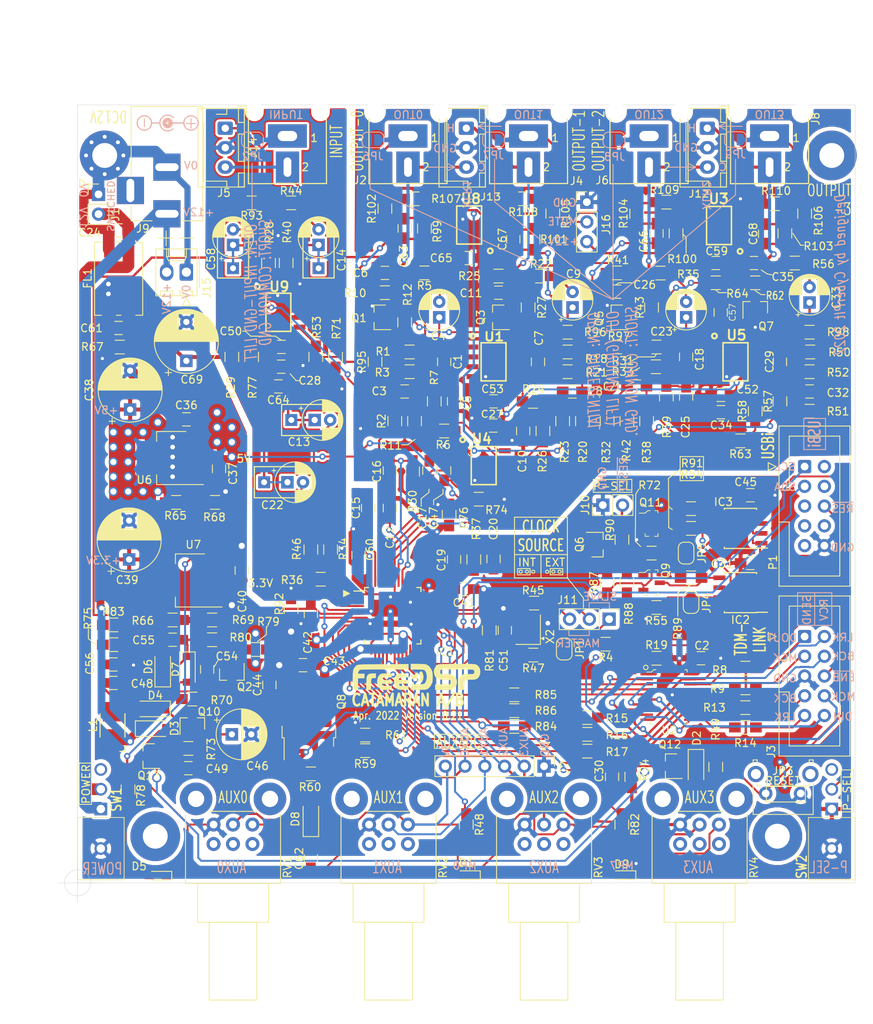
<source format=kicad_pcb>
(kicad_pcb (version 20171130) (host pcbnew "(5.1.9-0-10_14)")
  (layers (0 F.Cu signal) (31 B.Cu signal) (34 B.Paste user) (35 F.Paste user hide) (36 B.SilkS user hide) (37 F.SilkS user) (38 B.Mask user hide) (39 F.Mask user) (44 Edge.Cuts user))
  (net 0 "")
  (net 1 "Net-(C1-Pad1)")
  (net 2 "Net-(C1-Pad2)")
  (net 3 3V3)
  (net 4 GND)
  (net 5 "Net-(C3-Pad2)")
  (net 6 "Net-(C3-Pad1)")
  (net 7 "Net-(C4-Pad2)")
  (net 8 "Net-(C5-Pad1)")
  (net 9 GNDS)
  (net 10 "Net-(C6-Pad1)")
  (net 11 "Net-(C7-Pad2)")
  (net 12 "Net-(C7-Pad1)")
  (net 13 "Net-(C8-Pad2)")
  (net 14 "Net-(C8-Pad1)")
  (net 15 "Net-(C9-Pad2)")
  (net 16 "Net-(C10-Pad1)")
  (net 17 "Net-(C11-Pad1)")
  (net 18 "Net-(C12-Pad1)")
  (net 19 /NEG)
  (net 20 "Net-(C13-Pad1)")
  (net 21 "Net-(C14-Pad1)")
  (net 22 "Net-(C14-Pad2)")
  (net 23 "Net-(C15-Pad1)")
  (net 24 "Net-(C16-Pad1)")
  (net 25 "Net-(C17-Pad2)")
  (net 26 "Net-(C18-Pad1)")
  (net 27 "Net-(C18-Pad2)")
  (net 28 "Net-(C19-Pad2)")
  (net 29 "Net-(C20-Pad2)")
  (net 30 "Net-(C21-Pad1)")
  (net 31 "Net-(C21-Pad2)")
  (net 32 "Net-(C22-Pad1)")
  (net 33 /POS)
  (net 34 "Net-(C23-Pad2)")
  (net 35 "Net-(C24-Pad1)")
  (net 36 "Net-(C25-Pad1)")
  (net 37 "Net-(C26-Pad1)")
  (net 38 "Net-(C29-Pad2)")
  (net 39 "Net-(C29-Pad1)")
  (net 40 "Net-(C32-Pad2)")
  (net 41 "Net-(C32-Pad1)")
  (net 42 "Net-(C33-Pad2)")
  (net 43 "Net-(C34-Pad1)")
  (net 44 "Net-(C35-Pad1)")
  (net 45 +12V)
  (net 46 +5V)
  (net 47 "Net-(C46-Pad1)")
  (net 48 "Net-(C47-Pad1)")
  (net 49 "Net-(C48-Pad2)")
  (net 50 "Net-(C48-Pad1)")
  (net 51 "Net-(C49-Pad1)")
  (net 52 "Net-(C54-Pad2)")
  (net 53 "Net-(C54-Pad1)")
  (net 54 "Net-(C55-Pad1)")
  (net 55 "Net-(C56-Pad2)")
  (net 56 "Net-(C62-Pad2)")
  (net 57 "Net-(C63-Pad1)")
  (net 58 "Net-(D5-Pad2)")
  (net 59 /DAC0)
  (net 60 /DAC1)
  (net 61 /DAC2)
  (net 62 /DAC3)
  (net 63 "Net-(IC1-Pad32)")
  (net 64 "Net-(IC1-Pad31)")
  (net 65 /MP2)
  (net 66 /MP3)
  (net 67 /MP8)
  (net 68 /WP)
  (net 69 /WB)
  (net 70 "Net-(IC1-Pad17)")
  (net 71 /MP6)
  (net 72 /MP1)
  (net 73 /MP5)
  (net 74 /MP4)
  (net 75 "Net-(IC1-Pad4)")
  (net 76 "Net-(IC1-Pad3)")
  (net 77 "Net-(IC1-Pad2)")
  (net 78 "Net-(IC2-Pad7)")
  (net 79 "Net-(IC2-Pad5)")
  (net 80 "Net-(IC3-Pad5)")
  (net 81 "Net-(IC3-Pad7)")
  (net 82 /TDM_OUT0)
  (net 83 /MCLK_OUT)
  (net 84 /BCLK_OUT)
  (net 85 /LRCK_OUT)
  (net 86 LRCK_IN)
  (net 87 BCLK_IN)
  (net 88 /~LINK_ENB)
  (net 89 MCLK_IN)
  (net 90 DATA_IN)
  (net 91 "Net-(J10-Pad2)")
  (net 92 /MCLKI)
  (net 93 "Net-(J11-Pad3)")
  (net 94 "Net-(JP1-Pad2)")
  (net 95 "Net-(Q1-Pad1)")
  (net 96 "Net-(Q2-Pad1)")
  (net 97 "Net-(Q3-Pad1)")
  (net 98 "Net-(Q5-Pad1)")
  (net 99 "Net-(Q6-Pad3)")
  (net 100 "Net-(Q7-Pad1)")
  (net 101 /RES_MUTE)
  (net 102 "Net-(R4-Pad1)")
  (net 103 +1V5)
  (net 104 "Net-(R8-Pad1)")
  (net 105 "Net-(R9-Pad1)")
  (net 106 +5VA)
  (net 107 "Net-(R13-Pad1)")
  (net 108 "Net-(R14-Pad1)")
  (net 109 "Net-(R15-Pad1)")
  (net 110 "Net-(R16-Pad1)")
  (net 111 "Net-(R17-Pad1)")
  (net 112 "Net-(R45-Pad2)")
  (net 113 "Net-(R65-Pad2)")
  (net 114 "Net-(R66-Pad2)")
  (net 115 /MCLK)
  (net 116 Earth)
  (net 117 GNDA)
  (net 118 /BRD_~RESET)
  (net 119 "Net-(D1-Pad2)")
  (net 120 "Net-(D9-Pad2)")
  (net 121 /MP9)
  (net 122 /SCL)
  (net 123 /SDA)
  (net 124 /MP11)
  (net 125 /MP10)
  (net 126 /MP7)
  (net 127 /MP0)
  (net 128 /MUTE)
  (net 129 /1V5)
  (net 130 "Net-(R84-Pad2)")
  (net 131 "Net-(R85-Pad2)")
  (net 132 "Net-(R86-Pad2)")
  (net 133 "Net-(C58-Pad1)")
  (net 134 "Net-(C58-Pad2)")
  (net 135 "Net-(C63-Pad2)")
  (net 136 "Net-(C66-Pad1)")
  (net 137 "Net-(C66-Pad2)")
  (net 138 "Net-(C67-Pad1)")
  (net 139 "Net-(C67-Pad2)")
  (net 140 "Net-(C68-Pad2)")
  (net 141 "Net-(C68-Pad1)")
  (net 142 "Net-(J2-Pad2)")
  (net 143 "Net-(J4-Pad2)")
  (net 144 "Net-(J6-Pad2)")
  (net 145 "Net-(J8-Pad2)")
  (net 146 "Net-(R28-Pad1)")
  (net 147 "Net-(R40-Pad1)")
  (net 148 "Net-(R53-Pad1)")
  (net 149 "Net-(R77-Pad2)")
  (net 150 "Net-(J15-Pad2)")
  (net 151 "Net-(P1-Pad5)")
  (net 152 "Net-(P1-Pad7)")
  (net 153 "Net-(P1-Pad9)")
  (net 154 "Net-(P1-Pad2)")
  (net 155 "Net-(P1-Pad4)")
  (net 156 "Net-(P1-Pad8)")
  (net 157 "Net-(SW1-Pad3)")
  (net 158 "Net-(SW2-Pad3)")
  (net 159 "Net-(U9-Pad7)")
  (module LogoLibrary:FreeDSP_SmalW18 (layer F.Cu) (at 93.5 113.5)
    (fp_text reference G*** hide)
    (fp_text value LOGO hide)
  )
  (module Jumper:SolderJumper-2_P1.3mm_Open_RoundedPad1.0x1.5mm (layer B.Cu) (at 72.5 44.5)
    (fp_text reference JP2 (at 0 2.109) (layer B.SilkS) (effects (justify mirror)))
    (fp_text value Jumper_GLIFT)
    (pad 2 smd custom (at 0.65 0) (size 1 0.5) (layers B.Cu B.Mask) (net 134 "Net-(C58-Pad2)") (options (clearance outline) (anchor rect)) (primitives (gr_circle (center 0 -0.25) (end 0.5 -0.25) (width 0)) (gr_circle (center 0 0.25) (end 0.5 0.25) (width 0)) (gr_poly (pts (xy 0 0.75) (xy -0.5 0.75) (xy -0.5 -0.75) (xy 0 -0.75)) (width 0))))
    (pad 1 smd custom (at -0.65 0) (size 1 0.5) (layers B.Cu B.Mask) (net 117 GNDA) (options (clearance outline) (anchor rect)) (primitives (gr_circle (center 0 -0.25) (end 0.5 -0.25) (width 0)) (gr_circle (center 0 0.25) (end 0.5 0.25) (width 0)) (gr_poly (pts (xy 0 0.75) (xy 0.5 0.75) (xy 0.5 -0.75) (xy 0 -0.75)) (width 0))))
  )
  (module Jumper:SolderJumper-2_P1.3mm_Open_RoundedPad1.0x1.5mm (layer B.Cu) (at 88 44.5 180)
    (fp_text reference JP6 (at -0.011 -2.109 180) (layer B.SilkS) (effects (justify mirror)))
    (fp_text value Jumper_GLIFT)
    (pad 2 smd custom (at 0.65 0 180) (size 1 0.5) (layers B.Cu B.Mask) (net 9 GNDS) (options (clearance outline) (anchor rect)) (primitives (gr_circle (center 0 -0.25) (end 0.5 -0.25) (width 0)) (gr_circle (center 0 0.25) (end 0.5 0.25) (width 0)) (gr_poly (pts (xy 0 0.75) (xy -0.5 0.75) (xy -0.5 -0.75) (xy 0 -0.75)) (width 0))))
    (pad 1 smd custom (at -0.65 0 180) (size 1 0.5) (layers B.Cu B.Mask) (net 142 "Net-(J2-Pad2)") (options (clearance outline) (anchor rect)) (primitives (gr_circle (center 0 -0.25) (end 0.5 -0.25) (width 0)) (gr_circle (center 0 0.25) (end 0.5 0.25) (width 0)) (gr_poly (pts (xy 0 0.75) (xy 0.5 0.75) (xy 0.5 -0.75) (xy 0 -0.75)) (width 0))))
  )
  (module Jumper:SolderJumper-2_P1.3mm_Open_RoundedPad1.0x1.5mm (layer B.Cu) (at 103.505 44.5 180)
    (fp_text reference JP7 (at 0 -1.982 180) (layer B.SilkS) (effects (justify mirror)))
    (fp_text value Jumper_GLIFT)
    (pad 2 smd custom (at 0.65 0 180) (size 1 0.5) (layers B.Cu B.Mask) (net 9 GNDS) (options (clearance outline) (anchor rect)) (primitives (gr_circle (center 0 -0.25) (end 0.5 -0.25) (width 0)) (gr_circle (center 0 0.25) (end 0.5 0.25) (width 0)) (gr_poly (pts (xy 0 0.75) (xy -0.5 0.75) (xy -0.5 -0.75) (xy 0 -0.75)) (width 0))))
    (pad 1 smd custom (at -0.65 0 180) (size 1 0.5) (layers B.Cu B.Mask) (net 143 "Net-(J4-Pad2)") (options (clearance outline) (anchor rect)) (primitives (gr_circle (center 0 -0.25) (end 0.5 -0.25) (width 0)) (gr_circle (center 0 0.25) (end 0.5 0.25) (width 0)) (gr_poly (pts (xy 0 0.75) (xy 0.5 0.75) (xy 0.5 -0.75) (xy 0 -0.75)) (width 0))))
  )
  (module Jumper:SolderJumper-2_P1.3mm_Open_RoundedPad1.0x1.5mm (layer B.Cu) (at 119 44.5 180)
    (fp_text reference JP8 (at -0.0625 -2.1725 180) (layer B.SilkS) (effects (justify mirror)))
    (fp_text value Jumper_GLIFT)
    (pad 2 smd custom (at 0.65 0 180) (size 1 0.5) (layers B.Cu B.Mask) (net 9 GNDS) (options (clearance outline) (anchor rect)) (primitives (gr_circle (center 0 -0.25) (end 0.5 -0.25) (width 0)) (gr_circle (center 0 0.25) (end 0.5 0.25) (width 0)) (gr_poly (pts (xy 0 0.75) (xy -0.5 0.75) (xy -0.5 -0.75) (xy 0 -0.75)) (width 0))))
    (pad 1 smd custom (at -0.65 0 180) (size 1 0.5) (layers B.Cu B.Mask) (net 144 "Net-(J6-Pad2)") (options (clearance outline) (anchor rect)) (primitives (gr_circle (center 0 -0.25) (end 0.5 -0.25) (width 0)) (gr_circle (center 0 0.25) (end 0.5 0.25) (width 0)) (gr_poly (pts (xy 0 0.75) (xy 0.5 0.75) (xy 0.5 -0.75) (xy 0 -0.75)) (width 0))))
  )
  (module Jumper:SolderJumper-2_P1.3mm_Open_RoundedPad1.0x1.5mm (layer B.Cu) (at 134.62 44.45 180)
    (fp_text reference JP9 (at 0 -1.905 180) (layer B.SilkS) (effects (justify mirror)))
    (fp_text value Jumper_GLIFT)
    (pad 2 smd custom (at 0.65 0 180) (size 1 0.5) (layers B.Cu B.Mask) (net 9 GNDS) (options (clearance outline) (anchor rect)) (primitives (gr_circle (center 0 -0.25) (end 0.5 -0.25) (width 0)) (gr_circle (center 0 0.25) (end 0.5 0.25) (width 0)) (gr_poly (pts (xy 0 0.75) (xy -0.5 0.75) (xy -0.5 -0.75) (xy 0 -0.75)) (width 0))))
    (pad 1 smd custom (at -0.65 0 180) (size 1 0.5) (layers B.Cu B.Mask) (net 145 "Net-(J8-Pad2)") (options (clearance outline) (anchor rect)) (primitives (gr_circle (center 0 -0.25) (end 0.5 -0.25) (width 0)) (gr_circle (center 0 0.25) (end 0.5 0.25) (width 0)) (gr_poly (pts (xy 0 0.75) (xy 0.5 0.75) (xy 0.5 -0.75) (xy 0 -0.75)) (width 0))))
  )
  (module Potentiometers:Potentiometer_Alps_RK09L_Double_Vertical (layer F.Cu) (at 127.5 135 270)
    (fp_text reference RV4 (at 3 -9.5 90) (layer F.SilkS))
    (fp_text value ALPS_RK09_B10K hide)
    (pad 0 thru_hole circle (at -5.8 2.25 270) (size 4.2 4.2) (drill 2.1) (layers *.Cu *.Mask))
    (pad 0 thru_hole circle (at -5.8 -7.25 270) (size 4.2 4.2) (drill 2.1) (layers *.Cu *.Mask))
    (pad 4 thru_hole circle (at -2.5 0 270) (size 1.8 1.8) (drill 1) (layers *.Cu *.Mask) (net 4 GND))
    (pad 5 thru_hole circle (at -2.5 -2.5 270) (size 1.8 1.8) (drill 1) (layers *.Cu *.Mask) (net 67 /MP8))
    (pad 6 thru_hole circle (at -2.5 -5 270) (size 1.8 1.8) (drill 1) (layers *.Cu *.Mask) (net 56 "Net-(C62-Pad2)"))
    (pad 1 thru_hole circle (at 0 0 270) (size 1.8 1.8) (drill 1) (layers *.Cu *.Mask))
    (pad 2 thru_hole circle (at 0 -2.5 270) (size 1.8 1.8) (drill 1) (layers *.Cu *.Mask))
    (pad 3 thru_hole circle (at 0 -5 270) (size 1.8 1.8) (drill 1) (layers *.Cu *.Mask))
  )
  (module Connector_JST:JST_XH_B3B-XH-AM_1x03_P2.50mm_Vertical (layer F.Cu) (at 69 43 270)
    (fp_text reference J14 (at 2.5 -3.55 270) (layer F.SilkS))
    (fp_text value B3B-XH hide)
    (pad 1 thru_hole roundrect (at 0 0 270) (size 1.7 1.95) (drill 0.95) (layers *.Cu *.Mask) (roundrect_rratio 0.1470588235294118) (net 134 "Net-(C58-Pad2)"))
    (pad 2 thru_hole oval (at 2.5 0 270) (size 1.7 1.95) (drill 0.95) (layers *.Cu *.Mask) (net 117 GNDA))
    (pad 3 thru_hole oval (at 5 0 270) (size 1.7 1.95) (drill 0.95) (layers *.Cu *.Mask) (net 22 "Net-(C14-Pad2)"))
  )
  (module Myfootprints:CP_Combo_D5.0mm_P2-5mm (layer F.Cu) (at 80.5 80.5)
    (fp_text reference C13 (at -2.014 2.812) (layer F.SilkS))
    (fp_text value 47uF/6.3)
    (pad 1 thru_hole rect (at -3 0) (size 1.524 1.524) (drill 0.762) (layers *.Cu *.Mask) (net 20 "Net-(C13-Pad1)"))
    (pad 2 thru_hole circle (at 2 0) (size 1.6 1.6) (drill 0.8) (layers *.Cu *.Mask) (net 19 /NEG))
    (pad 1 thru_hole rect (at 0 0) (size 1.6 1.6) (drill 0.8) (layers *.Cu *.Mask) (net 20 "Net-(C13-Pad1)"))
  )
  (module Myfootprints:CP_Combo_D5.0mm_P2-5mm (layer F.Cu) (at 77 88.5)
    (fp_text reference C22 (at -1.943 2.94) (layer F.SilkS))
    (fp_text value 47uF/6.3)
    (pad 1 thru_hole rect (at -3 0) (size 1.524 1.524) (drill 0.762) (layers *.Cu *.Mask) (net 32 "Net-(C22-Pad1)"))
    (pad 2 thru_hole circle (at 2 0) (size 1.6 1.6) (drill 0.8) (layers *.Cu *.Mask) (net 33 /POS))
    (pad 1 thru_hole rect (at 0 0) (size 1.6 1.6) (drill 0.8) (layers *.Cu *.Mask) (net 32 "Net-(C22-Pad1)"))
  )
  (module Resistors_SMD:R_0805_HandSoldering (layer F.Cu) (at 144.145 69.215)
    (fp_text reference R98 (at 3.683 0) (layer F.SilkS))
    (fp_text value 22k)
    (pad 2 smd rect (at 1.35 0) (size 1.5 1.3) (layers F.Cu F.Paste F.Mask) (net 41 "Net-(C32-Pad1)"))
    (pad 1 smd rect (at -1.35 0) (size 1.5 1.3) (layers F.Cu F.Paste F.Mask) (net 141 "Net-(C68-Pad1)"))
  )
  (module Potentiometers:Potentiometer_Alps_RK09L_Double_Vertical (layer F.Cu) (at 87.5 135 270)
    (fp_text reference RV2 (at 3 -9.5 270) (layer F.SilkS))
    (fp_text value ALPS_RK09_B10K hide)
    (pad 3 thru_hole circle (at 0 -5 270) (size 1.8 1.8) (drill 1) (layers *.Cu *.Mask))
    (pad 2 thru_hole circle (at 0 -2.5 270) (size 1.8 1.8) (drill 1) (layers *.Cu *.Mask))
    (pad 1 thru_hole circle (at 0 0 270) (size 1.8 1.8) (drill 1) (layers *.Cu *.Mask))
    (pad 6 thru_hole circle (at -2.5 -5 270) (size 1.8 1.8) (drill 1) (layers *.Cu *.Mask) (net 56 "Net-(C62-Pad2)"))
    (pad 5 thru_hole circle (at -2.5 -2.5 270) (size 1.8 1.8) (drill 1) (layers *.Cu *.Mask) (net 65 /MP2))
    (pad 4 thru_hole circle (at -2.5 0 270) (size 1.8 1.8) (drill 1) (layers *.Cu *.Mask) (net 4 GND))
    (pad 0 thru_hole circle (at -5.8 -7.25 270) (size 4.2 4.2) (drill 2.1) (layers *.Cu *.Mask))
    (pad 0 thru_hole circle (at -5.8 2.25 270) (size 4.2 4.2) (drill 2.1) (layers *.Cu *.Mask))
  )
  (module Resistors_SMD:R_0805_HandSoldering (layer F.Cu) (at 121.285 126.365 90)
    (fp_text reference R94 (at 0.889 1.651 90) (layer F.SilkS))
    (fp_text value 1MEG)
    (pad 1 smd rect (at -1.35 0 90) (size 1.5 1.3) (layers F.Cu F.Paste F.Mask) (net 4 GND))
    (pad 2 smd rect (at 1.35 0 90) (size 1.5 1.3) (layers F.Cu F.Paste F.Mask) (net 101 /RES_MUTE))
  )
  (module Connector_JST:JST_XH_B3B-XH-AM_1x03_P2.50mm_Vertical (layer F.Cu) (at 131 43 270)
    (fp_text reference J12 (at 8.435 1.079) (layer F.SilkS) (effects (font (size 0.9 1))))
    (fp_text value B3B-XH hide)
    (pad 1 thru_hole roundrect (at 0 0 270) (size 1.7 1.95) (drill 0.95) (layers *.Cu *.Mask) (roundrect_rratio 0.1470588235294118) (net 44 "Net-(C35-Pad1)"))
    (pad 2 thru_hole oval (at 2.5 0 270) (size 1.7 1.95) (drill 0.95) (layers *.Cu *.Mask) (net 9 GNDS))
    (pad 3 thru_hole oval (at 5 0 270) (size 1.7 1.95) (drill 0.95) (layers *.Cu *.Mask) (net 37 "Net-(C26-Pad1)"))
  )
  (module Connector_JST:JST_XH_B3B-XH-AM_1x03_P2.50mm_Vertical (layer F.Cu) (at 100 43 270)
    (fp_text reference J13 (at 8.816 -3.124 180) (layer F.SilkS) (effects (font (size 0.9 1))))
    (fp_text value B3B-XH hide)
    (pad 3 thru_hole oval (at 5 0 270) (size 1.7 1.95) (drill 0.95) (layers *.Cu *.Mask) (net 10 "Net-(C6-Pad1)"))
    (pad 2 thru_hole oval (at 2.5 0 270) (size 1.7 1.95) (drill 0.95) (layers *.Cu *.Mask) (net 9 GNDS))
    (pad 1 thru_hole roundrect (at 0 0 270) (size 1.7 1.95) (drill 0.95) (layers *.Cu *.Mask) (roundrect_rratio 0.1470588235294118) (net 17 "Net-(C11-Pad1)"))
  )
  (module Symbols:Symbol_Barrel_Polarity (layer B.Cu) (at 61.6 42.4)
    (fp_text reference REF** hide)
    (fp_text value Symbol_Barrel_Polarity)
  )
  (module Resistors_SMD:R_0805_HandSoldering (layer F.Cu) (at 123.19 80.645 90)
    (fp_text reference R38 (at -3.99 0.01 90) (layer F.SilkS))
    (fp_text value 10k)
    (pad 1 smd rect (at -1.35 0 90) (size 1.5 1.3) (layers F.Cu F.Paste F.Mask) (net 103 +1V5))
    (pad 2 smd rect (at 1.35 0 90) (size 1.5 1.3) (layers F.Cu F.Paste F.Mask) (net 31 "Net-(C21-Pad2)"))
  )
  (module Capacitors_SMD:C_0805_HandSoldering (layer F.Cu) (at 97.155 73.025 270)
    (fp_text reference C1 (at 0 -1.75 90) (layer F.SilkS))
    (fp_text value 150p)
    (pad 1 smd rect (at -1.25 0 270) (size 1.5 1.25) (layers F.Cu F.Paste F.Mask) (net 1 "Net-(C1-Pad1)"))
    (pad 2 smd rect (at 1.25 0 270) (size 1.5 1.25) (layers F.Cu F.Paste F.Mask) (net 2 "Net-(C1-Pad2)"))
  )
  (module Capacitors_SMD:C_0805_HandSoldering (layer F.Cu) (at 130.175 111.125)
    (fp_text reference C2 (at 0.125 -1.625) (layer F.SilkS))
    (fp_text value 100n)
    (pad 1 smd rect (at -1.25 0) (size 1.5 1.25) (layers F.Cu F.Paste F.Mask) (net 3 3V3))
    (pad 2 smd rect (at 1.25 0) (size 1.5 1.25) (layers F.Cu F.Paste F.Mask) (net 4 GND))
  )
  (module Capacitors_SMD:C_0805_HandSoldering (layer F.Cu) (at 92.075 76.835)
    (fp_text reference C3 (at -3.275 -0.035) (layer F.SilkS))
    (fp_text value 1000PF)
    (pad 2 smd rect (at 1.25 0) (size 1.5 1.25) (layers F.Cu F.Paste F.Mask) (net 5 "Net-(C3-Pad2)"))
    (pad 1 smd rect (at -1.25 0) (size 1.5 1.25) (layers F.Cu F.Paste F.Mask) (net 6 "Net-(C3-Pad1)"))
  )
  (module Capacitor_THT:CP_Radial_D5.0mm_P2.00mm (layer F.Cu) (at 96.52 67.31 90)
    (fp_text reference C4 (at -2.413 -0.127 180) (layer F.SilkS))
    (fp_text value 10u/16V)
    (pad 1 thru_hole rect (at 0 0 90) (size 1.6 1.6) (drill 0.8) (layers *.Cu *.Mask) (net 1 "Net-(C1-Pad1)"))
    (pad 2 thru_hole circle (at 2 0 90) (size 1.6 1.6) (drill 0.8) (layers *.Cu *.Mask) (net 7 "Net-(C4-Pad2)"))
  )
  (module Capacitors_SMD:C_0805_HandSoldering (layer F.Cu) (at 98.425 78.105 270)
    (fp_text reference C5 (at 0.20574 -1.68148 90) (layer F.SilkS))
    (fp_text value 150p)
    (pad 1 smd rect (at -1.25 0 270) (size 1.5 1.25) (layers F.Cu F.Paste F.Mask) (net 8 "Net-(C5-Pad1)"))
    (pad 2 smd rect (at 1.25 0 270) (size 1.5 1.25) (layers F.Cu F.Paste F.Mask) (net 9 GNDS))
  )
  (module Capacitors_SMD:C_0805_HandSoldering (layer F.Cu) (at 89.535 61.595 180)
    (fp_text reference C6 (at 3.135 -0.005) (layer F.SilkS))
    (fp_text value 3n3)
    (pad 1 smd rect (at -1.25 0 180) (size 1.5 1.25) (layers F.Cu F.Paste F.Mask) (net 10 "Net-(C6-Pad1)"))
    (pad 2 smd rect (at 1.25 0 180) (size 1.5 1.25) (layers F.Cu F.Paste F.Mask) (net 9 GNDS))
  )
  (module Capacitors_SMD:C_0805_HandSoldering (layer F.Cu) (at 109.22 73.025 270)
    (fp_text reference C7 (at -3.048 -0.127 90) (layer F.SilkS))
    (fp_text value 150p)
    (pad 2 smd rect (at 1.25 0 270) (size 1.5 1.25) (layers F.Cu F.Paste F.Mask) (net 11 "Net-(C7-Pad2)"))
    (pad 1 smd rect (at -1.25 0 270) (size 1.5 1.25) (layers F.Cu F.Paste F.Mask) (net 12 "Net-(C7-Pad1)"))
  )
  (module Capacitors_SMD:C_0805_HandSoldering (layer F.Cu) (at 113.645 76.835 180)
    (fp_text reference C8 (at -2.941 0) (layer F.SilkS))
    (fp_text value 1000PF)
    (pad 2 smd rect (at 1.25 0 180) (size 1.5 1.25) (layers F.Cu F.Paste F.Mask) (net 13 "Net-(C8-Pad2)"))
    (pad 1 smd rect (at -1.25 0 180) (size 1.5 1.25) (layers F.Cu F.Paste F.Mask) (net 14 "Net-(C8-Pad1)"))
  )
  (module Capacitor_THT:CP_Radial_D5.0mm_P2.00mm (layer F.Cu) (at 113.665 66.04 90)
    (fp_text reference C9 (at 4.318 0.127 180) (layer F.SilkS))
    (fp_text value 10u/16V)
    (pad 2 thru_hole circle (at 2 0 90) (size 1.6 1.6) (drill 0.8) (layers *.Cu *.Mask) (net 15 "Net-(C9-Pad2)"))
    (pad 1 thru_hole rect (at 0 0 90) (size 1.6 1.6) (drill 0.8) (layers *.Cu *.Mask) (net 12 "Net-(C7-Pad1)"))
  )
  (module Capacitors_SMD:C_0805_HandSoldering (layer F.Cu) (at 107.315 81.915 270)
    (fp_text reference C10 (at 3.885 0.115 90) (layer F.SilkS))
    (fp_text value 150p)
    (pad 1 smd rect (at -1.25 0 270) (size 1.5 1.25) (layers F.Cu F.Paste F.Mask) (net 16 "Net-(C10-Pad1)"))
    (pad 2 smd rect (at 1.25 0 270) (size 1.5 1.25) (layers F.Cu F.Paste F.Mask) (net 9 GNDS))
  )
  (module Capacitors_SMD:C_0805_HandSoldering (layer F.Cu) (at 104.14 64.135 180)
    (fp_text reference C11 (at 3.54 -0.065) (layer F.SilkS))
    (fp_text value 3n3)
    (pad 2 smd rect (at 1.25 0 180) (size 1.5 1.25) (layers F.Cu F.Paste F.Mask) (net 9 GNDS))
    (pad 1 smd rect (at -1.25 0 180) (size 1.5 1.25) (layers F.Cu F.Paste F.Mask) (net 17 "Net-(C11-Pad1)"))
  )
  (module Capacitors_SMD:C_0805_HandSoldering (layer F.Cu) (at 90.17 91.821 90)
    (fp_text reference C12 (at -3.779 0.005 90) (layer F.SilkS))
    (fp_text value 10u)
    (pad 1 smd rect (at -1.25 0 90) (size 1.5 1.25) (layers F.Cu F.Paste F.Mask) (net 18 "Net-(C12-Pad1)"))
    (pad 2 smd rect (at 1.25 0 90) (size 1.5 1.25) (layers F.Cu F.Paste F.Mask) (net 4 GND))
  )
  (module Capacitors_SMD:C_0805_HandSoldering (layer F.Cu) (at 87.376 91.821 90)
    (fp_text reference C15 (at 0.021 -1.576 90) (layer F.SilkS))
    (fp_text value 10u)
    (pad 2 smd rect (at 1.25 0 90) (size 1.5 1.25) (layers F.Cu F.Paste F.Mask) (net 4 GND))
    (pad 1 smd rect (at -1.25 0 90) (size 1.5 1.25) (layers F.Cu F.Paste F.Mask) (net 23 "Net-(C15-Pad1)"))
  )
  (module Capacitors_SMD:C_0805_HandSoldering (layer F.Cu) (at 90.17 86.995 270)
    (fp_text reference C16 (at 0.105 1.67 90) (layer F.SilkS))
    (fp_text value 10u)
    (pad 2 smd rect (at 1.25 0 270) (size 1.5 1.25) (layers F.Cu F.Paste F.Mask) (net 4 GND))
    (pad 1 smd rect (at -1.25 0 270) (size 1.5 1.25) (layers F.Cu F.Paste F.Mask) (net 24 "Net-(C16-Pad1)"))
  )
  (module Capacitors_SMD:C_0805_HandSoldering (layer F.Cu) (at 95.25 86.995 270)
    (fp_text reference C17 (at 6.096 0.889 90) (layer F.SilkS))
    (fp_text value 100n)
    (pad 2 smd rect (at 1.25 0 270) (size 1.5 1.25) (layers F.Cu F.Paste F.Mask) (net 25 "Net-(C17-Pad2)"))
    (pad 1 smd rect (at -1.25 0 270) (size 1.5 1.25) (layers F.Cu F.Paste F.Mask) (net 9 GNDS))
  )
  (module Capacitors_SMD:C_0805_HandSoldering (layer F.Cu) (at 128.27 72.39 270)
    (fp_text reference C18 (at 0.30988 -1.72466 90) (layer F.SilkS))
    (fp_text value 150p)
    (pad 1 smd rect (at -1.25 0 270) (size 1.5 1.25) (layers F.Cu F.Paste F.Mask) (net 26 "Net-(C18-Pad1)"))
    (pad 2 smd rect (at 1.25 0 270) (size 1.5 1.25) (layers F.Cu F.Paste F.Mask) (net 27 "Net-(C18-Pad2)"))
  )
  (module Capacitors_SMD:C_0805_HandSoldering (layer F.Cu) (at 98.425 98.425 270)
    (fp_text reference C19 (at 0.075 1.625 90) (layer F.SilkS))
    (fp_text value 3n3)
    (pad 2 smd rect (at 1.25 0 270) (size 1.5 1.25) (layers F.Cu F.Paste F.Mask) (net 28 "Net-(C19-Pad2)"))
    (pad 1 smd rect (at -1.25 0 270) (size 1.5 1.25) (layers F.Cu F.Paste F.Mask) (net 3 3V3))
  )
  (module Capacitors_SMD:C_0805_HandSoldering (layer F.Cu) (at 103.505 98.3564 270)
    (fp_text reference C20 (at -3.8564 0.005 90) (layer F.SilkS))
    (fp_text value 56n)
    (pad 1 smd rect (at -1.25 0 270) (size 1.5 1.25) (layers F.Cu F.Paste F.Mask) (net 3 3V3))
    (pad 2 smd rect (at 1.25 0 270) (size 1.5 1.25) (layers F.Cu F.Paste F.Mask) (net 29 "Net-(C20-Pad2)"))
  )
  (module Capacitors_SMD:C_0805_HandSoldering (layer F.Cu) (at 121.92 76.2)
    (fp_text reference C21 (at -3.175 0) (layer F.SilkS) (effects (font (size 1 0.8))))
    (fp_text value 1000PF)
    (pad 1 smd rect (at -1.25 0) (size 1.5 1.25) (layers F.Cu F.Paste F.Mask) (net 30 "Net-(C21-Pad1)"))
    (pad 2 smd rect (at 1.25 0) (size 1.5 1.25) (layers F.Cu F.Paste F.Mask) (net 31 "Net-(C21-Pad2)"))
  )
  (module Capacitor_THT:CP_Radial_D5.0mm_P2.00mm (layer F.Cu) (at 128.27 67.31 90)
    (fp_text reference C23 (at -1.81864 -3.15722 180) (layer F.SilkS))
    (fp_text value 10u/16V)
    (pad 1 thru_hole rect (at 0 0 90) (size 1.6 1.6) (drill 0.8) (layers *.Cu *.Mask) (net 26 "Net-(C18-Pad1)"))
    (pad 2 thru_hole circle (at 2 0 90) (size 1.6 1.6) (drill 0.8) (layers *.Cu *.Mask) (net 34 "Net-(C23-Pad2)"))
  )
  (module Capacitors_SMD:C_0805_HandSoldering (layer F.Cu) (at 55.2628 56.134 180)
    (fp_text reference C24 (at 3.7008 -0.2896) (layer F.SilkS))
    (fp_text value 100n)
    (pad 1 smd rect (at -1.25 0 180) (size 1.5 1.25) (layers F.Cu F.Paste F.Mask) (net 35 "Net-(C24-Pad1)"))
    (pad 2 smd rect (at 1.25 0 180) (size 1.5 1.25) (layers F.Cu F.Paste F.Mask) (net 116 Earth))
  )
  (module Capacitors_SMD:C_0805_HandSoldering (layer F.Cu) (at 128.27 77.47 270)
    (fp_text reference C25 (at 3.93 0.07 90) (layer F.SilkS))
    (fp_text value 150p)
    (pad 1 smd rect (at -1.25 0 270) (size 1.5 1.25) (layers F.Cu F.Paste F.Mask) (net 36 "Net-(C25-Pad1)"))
    (pad 2 smd rect (at 1.25 0 270) (size 1.5 1.25) (layers F.Cu F.Paste F.Mask) (net 9 GNDS))
  )
  (module Capacitors_SMD:C_0805_HandSoldering (layer F.Cu) (at 119.38 64 180)
    (fp_text reference C26 (at -3.556 0.881) (layer F.SilkS))
    (fp_text value 3n3)
    (pad 1 smd rect (at -1.25 0 180) (size 1.5 1.25) (layers F.Cu F.Paste F.Mask) (net 37 "Net-(C26-Pad1)"))
    (pad 2 smd rect (at 1.25 0 180) (size 1.5 1.25) (layers F.Cu F.Paste F.Mask) (net 9 GNDS))
  )
  (module Capacitors_SMD:C_0805_HandSoldering (layer F.Cu) (at 140.335 73.025 270)
    (fp_text reference C29 (at -0.025 1.335 90) (layer F.SilkS))
    (fp_text value 150p)
    (pad 2 smd rect (at 1.25 0 270) (size 1.5 1.25) (layers F.Cu F.Paste F.Mask) (net 38 "Net-(C29-Pad2)"))
    (pad 1 smd rect (at -1.25 0 270) (size 1.5 1.25) (layers F.Cu F.Paste F.Mask) (net 39 "Net-(C29-Pad1)"))
  )
  (module Capacitors_SMD:C_0805_HandSoldering (layer F.Cu) (at 118.745 126.365 270)
    (fp_text reference C30 (at -0.762 1.651 90) (layer F.SilkS))
    (fp_text value 2.2u)
    (pad 1 smd rect (at -1.25 0 270) (size 1.5 1.25) (layers F.Cu F.Paste F.Mask) (net 118 /BRD_~RESET))
    (pad 2 smd rect (at 1.25 0 270) (size 1.5 1.25) (layers F.Cu F.Paste F.Mask) (net 4 GND))
  )
  (module Capacitors_SMD:C_0805_HandSoldering (layer F.Cu) (at 136.525 98.88)
    (fp_text reference C31 (at -3.6322 0.13682) (layer F.SilkS))
    (fp_text value 100n)
    (pad 2 smd rect (at 1.25 0) (size 1.5 1.25) (layers F.Cu F.Paste F.Mask) (net 4 GND))
    (pad 1 smd rect (at -1.25 0) (size 1.5 1.25) (layers F.Cu F.Paste F.Mask) (net 3 3V3))
  )
  (module Capacitors_SMD:C_0805_HandSoldering (layer F.Cu) (at 144.145 76.835 180)
    (fp_text reference C32 (at -3.655 -0.165) (layer F.SilkS))
    (fp_text value 1000PF)
    (pad 2 smd rect (at 1.25 0 180) (size 1.5 1.25) (layers F.Cu F.Paste F.Mask) (net 40 "Net-(C32-Pad2)"))
    (pad 1 smd rect (at -1.25 0 180) (size 1.5 1.25) (layers F.Cu F.Paste F.Mask) (net 41 "Net-(C32-Pad1)"))
  )
  (module Capacitor_THT:CP_Radial_D5.0mm_P2.00mm (layer F.Cu) (at 144.145 65.405 90)
    (fp_text reference C33 (at 0.635 3.429 90) (layer F.SilkS))
    (fp_text value 10u/16V)
    (pad 2 thru_hole circle (at 2 0 90) (size 1.6 1.6) (drill 0.8) (layers *.Cu *.Mask) (net 42 "Net-(C33-Pad2)"))
    (pad 1 thru_hole rect (at 0 0 90) (size 1.6 1.6) (drill 0.8) (layers *.Cu *.Mask) (net 39 "Net-(C29-Pad1)"))
  )
  (module Capacitors_SMD:C_0805_HandSoldering (layer F.Cu) (at 132.73024 79.49692 180)
    (fp_text reference C34 (at -0.05842 -1.66624) (layer F.SilkS))
    (fp_text value 150p)
    (pad 1 smd rect (at -1.25 0 180) (size 1.5 1.25) (layers F.Cu F.Paste F.Mask) (net 43 "Net-(C34-Pad1)"))
    (pad 2 smd rect (at 1.25 0 180) (size 1.5 1.25) (layers F.Cu F.Paste F.Mask) (net 9 GNDS))
  )
  (module Capacitors_SMD:C_0805_HandSoldering (layer F.Cu) (at 137 60.325 180)
    (fp_text reference C35 (at -3.716 -1.778) (layer F.SilkS))
    (fp_text value 3n3)
    (pad 2 smd rect (at 1.25 0 180) (size 1.5 1.25) (layers F.Cu F.Paste F.Mask) (net 9 GNDS))
    (pad 1 smd rect (at -1.25 0 180) (size 1.5 1.25) (layers F.Cu F.Paste F.Mask) (net 44 "Net-(C35-Pad1)"))
  )
  (module Capacitors_SMD:C_0805_HandSoldering (layer F.Cu) (at 64.008 80.424 180)
    (fp_text reference C36 (at 0.008 1.824) (layer F.SilkS))
    (fp_text value 10uF/25V)
    (pad 2 smd rect (at 1.25 0 180) (size 1.5 1.25) (layers F.Cu F.Paste F.Mask) (net 4 GND))
    (pad 1 smd rect (at -1.25 0 180) (size 1.5 1.25) (layers F.Cu F.Paste F.Mask) (net 45 +12V))
  )
  (module Capacitors_SMD:C_0805_HandSoldering (layer F.Cu) (at 68.199 86.774 270)
    (fp_text reference C37 (at 0.626 -1.801 90) (layer F.SilkS))
    (fp_text value 100n)
    (pad 2 smd rect (at 1.25 0 270) (size 1.5 1.25) (layers F.Cu F.Paste F.Mask) (net 4 GND))
    (pad 1 smd rect (at -1.25 0 270) (size 1.5 1.25) (layers F.Cu F.Paste F.Mask) (net 46 +5V))
  )
  (module Capacitor_THT:CP_Radial_D8.0mm_P5.00mm (layer F.Cu) (at 56.769 79.154 90)
    (fp_text reference C38 (at 2.5 -5.25 90) (layer F.SilkS))
    (fp_text value 220u)
    (pad 2 thru_hole circle (at 5 0 90) (size 1.6 1.6) (drill 0.8) (layers *.Cu *.Mask) (net 4 GND))
    (pad 1 thru_hole rect (at 0 0 90) (size 1.6 1.6) (drill 0.8) (layers *.Cu *.Mask) (net 46 +5V))
  )
  (module Capacitor_THT:CP_Radial_D8.0mm_P5.00mm (layer F.Cu) (at 56.642 98.425 90)
    (fp_text reference C39 (at -2.634 -0.254 180) (layer F.SilkS))
    (fp_text value 220u)
    (pad 1 thru_hole rect (at 0 0 90) (size 1.6 1.6) (drill 0.8) (layers *.Cu *.Mask) (net 3 3V3))
    (pad 2 thru_hole circle (at 5 0 90) (size 1.6 1.6) (drill 0.8) (layers *.Cu *.Mask) (net 4 GND))
  )
  (module Capacitors_SMD:C_0805_HandSoldering (layer F.Cu) (at 71.12 99.855 90)
    (fp_text reference C40 (at -3.945 0.08 90) (layer F.SilkS))
    (fp_text value 10u)
    (pad 2 smd rect (at 1.25 0 90) (size 1.5 1.25) (layers F.Cu F.Paste F.Mask) (net 4 GND))
    (pad 1 smd rect (at -1.25 0 90) (size 1.5 1.25) (layers F.Cu F.Paste F.Mask) (net 3 3V3))
  )
  (module Capacitors_SMD:C_0805_HandSoldering (layer F.Cu) (at 99.695 102.235)
    (fp_text reference C41 (at 0.005 1.765) (layer F.SilkS))
    (fp_text value 2.2u)
    (pad 1 smd rect (at -1.25 0) (size 1.5 1.25) (layers F.Cu F.Paste F.Mask) (net 3 3V3))
    (pad 2 smd rect (at 1.25 0) (size 1.5 1.25) (layers F.Cu F.Paste F.Mask) (net 4 GND))
  )
  (module Capacitors_SMD:C_0805_HandSoldering (layer F.Cu) (at 80.01 105.41 270)
    (fp_text reference C42 (at 3.683 0.381 90) (layer F.SilkS))
    (fp_text value 100n)
    (pad 1 smd rect (at -1.25 0 270) (size 1.5 1.25) (layers F.Cu F.Paste F.Mask) (net 3 3V3))
    (pad 2 smd rect (at 1.25 0 270) (size 1.5 1.25) (layers F.Cu F.Paste F.Mask) (net 4 GND))
  )
  (module Capacitors_SMD:C_0805_HandSoldering (layer F.Cu) (at 78.994 112.014 180)
    (fp_text reference C43 (at -4.006 0.514) (layer F.SilkS))
    (fp_text value 10u)
    (pad 2 smd rect (at 1.25 0 180) (size 1.5 1.25) (layers F.Cu F.Paste F.Mask) (net 4 GND))
    (pad 1 smd rect (at -1.25 0 180) (size 1.5 1.25) (layers F.Cu F.Paste F.Mask) (net 129 /1V5))
  )
  (module Capacitors_SMD:C_0805_HandSoldering (layer F.Cu) (at 74.676 114.554 90)
    (fp_text reference C44 (at 0 -1.524 90) (layer F.SilkS))
    (fp_text value 100n)
    (pad 1 smd rect (at -1.25 0 90) (size 1.5 1.25) (layers F.Cu F.Paste F.Mask) (net 129 /1V5))
    (pad 2 smd rect (at 1.25 0 90) (size 1.5 1.25) (layers F.Cu F.Paste F.Mask) (net 4 GND))
  )
  (module Capacitors_SMD:C_0805_HandSoldering (layer F.Cu) (at 136.525 90.17)
    (fp_text reference C45 (at -0.6 -1.7) (layer F.SilkS))
    (fp_text value 100n)
    (pad 2 smd rect (at 1.25 0) (size 1.5 1.25) (layers F.Cu F.Paste F.Mask) (net 4 GND))
    (pad 1 smd rect (at -1.25 0) (size 1.5 1.25) (layers F.Cu F.Paste F.Mask) (net 3 3V3))
  )
  (module Capacitors_SMD:C_0805_HandSoldering (layer F.Cu) (at 97.155 86.995 90)
    (fp_text reference C47 (at -6.096 -1.355 90) (layer F.SilkS))
    (fp_text value 2.2u)
    (pad 1 smd rect (at -1.25 0 90) (size 1.5 1.25) (layers F.Cu F.Paste F.Mask) (net 48 "Net-(C47-Pad1)"))
    (pad 2 smd rect (at 1.25 0 90) (size 1.5 1.25) (layers F.Cu F.Paste F.Mask) (net 9 GNDS))
  )
  (module Capacitors_SMD:C_0805_HandSoldering (layer F.Cu) (at 64.262 125.255 180)
    (fp_text reference C49 (at -3.683 -0.094) (layer F.SilkS))
    (fp_text value 2.2u)
    (pad 1 smd rect (at -1.25 0 180) (size 1.5 1.25) (layers F.Cu F.Paste F.Mask) (net 51 "Net-(C49-Pad1)"))
    (pad 2 smd rect (at 1.25 0 180) (size 1.5 1.25) (layers F.Cu F.Paste F.Mask) (net 4 GND))
  )
  (module Capacitors_SMD:C_0805_HandSoldering (layer F.Cu) (at 76.22 71.105 180)
    (fp_text reference C50 (at 6.497 2.017) (layer F.SilkS))
    (fp_text value 100n)
    (pad 1 smd rect (at -1.25 0 180) (size 1.5 1.25) (layers F.Cu F.Paste F.Mask) (net 117 GNDA))
    (pad 2 smd rect (at 1.25 0 180) (size 1.5 1.25) (layers F.Cu F.Paste F.Mask) (net 45 +12V))
  )
  (module Capacitors_SMD:C_0805_HandSoldering (layer F.Cu) (at 104.955 107.534 270)
    (fp_text reference C51 (at 3.86596 0.15492 90) (layer F.SilkS))
    (fp_text value 100n)
    (pad 2 smd rect (at 1.25 0 270) (size 1.5 1.25) (layers F.Cu F.Paste F.Mask) (net 3 3V3))
    (pad 1 smd rect (at -1.25 0 270) (size 1.5 1.25) (layers F.Cu F.Paste F.Mask) (net 4 GND))
  )
  (module Capacitors_SMD:C_0805_HandSoldering (layer F.Cu) (at 132.73024 77.27188)
    (fp_text reference C52 (at 3.43916 -0.68834) (layer F.SilkS))
    (fp_text value 100n)
    (pad 1 smd rect (at -1.25 0) (size 1.5 1.25) (layers F.Cu F.Paste F.Mask) (net 9 GNDS))
    (pad 2 smd rect (at 1.25 0) (size 1.5 1.25) (layers F.Cu F.Paste F.Mask) (net 45 +12V))
  )
  (module Capacitors_SMD:C_0805_HandSoldering (layer F.Cu) (at 103.505 78.105)
    (fp_text reference C53 (at -0.12446 -1.58496) (layer F.SilkS))
    (fp_text value 100n)
    (pad 2 smd rect (at 1.25 0) (size 1.5 1.25) (layers F.Cu F.Paste F.Mask) (net 45 +12V))
    (pad 1 smd rect (at -1.25 0) (size 1.5 1.25) (layers F.Cu F.Paste F.Mask) (net 9 GNDS))
  )
  (module Capacitors_SMD:C_0805_HandSoldering (layer F.Cu) (at 66.675 112.555 270)
    (fp_text reference C54 (at -1.684 -2.54 180) (layer F.SilkS))
    (fp_text value 2.2u)
    (pad 2 smd rect (at 1.25 0 270) (size 1.5 1.25) (layers F.Cu F.Paste F.Mask) (net 52 "Net-(C54-Pad2)"))
    (pad 1 smd rect (at -1.25 0 270) (size 1.5 1.25) (layers F.Cu F.Paste F.Mask) (net 53 "Net-(C54-Pad1)"))
  )
  (module Capacitors_SMD:C_0805_HandSoldering (layer F.Cu) (at 62.23 108.745)
    (fp_text reference C55 (at -3.73 0.055) (layer F.SilkS))
    (fp_text value 2.2u)
    (pad 2 smd rect (at 1.25 0) (size 1.5 1.25) (layers F.Cu F.Paste F.Mask) (net 49 "Net-(C48-Pad2)"))
    (pad 1 smd rect (at -1.25 0) (size 1.5 1.25) (layers F.Cu F.Paste F.Mask) (net 54 "Net-(C55-Pad1)"))
  )
  (module Capacitors_SMD:C_0805_HandSoldering (layer F.Cu) (at 54.61 111.92 180)
    (fp_text reference C56 (at 3.01 0.12 90) (layer F.SilkS))
    (fp_text value 2.2u)
    (pad 1 smd rect (at -1.25 0 180) (size 1.5 1.25) (layers F.Cu F.Paste F.Mask) (net 4 GND))
    (pad 2 smd rect (at 1.25 0 180) (size 1.5 1.25) (layers F.Cu F.Paste F.Mask) (net 55 "Net-(C56-Pad2)"))
  )
  (module Capacitors_SMD:C_0805_HandSoldering (layer F.Cu) (at 86.1365 97.8764 270)
    (fp_text reference C60 (at -0.7214 -1.4935 90) (layer F.SilkS))
    (fp_text value 100n)
    (pad 2 smd rect (at 1.25 0 270) (size 1.5 1.25) (layers F.Cu F.Paste F.Mask) (net 4 GND))
    (pad 1 smd rect (at -1.25 0 270) (size 1.5 1.25) (layers F.Cu F.Paste F.Mask) (net 3 3V3))
  )
  (module Capacitors_SMD:C_0805_HandSoldering (layer F.Cu) (at 55.2828 68.6714 180)
    (fp_text reference C61 (at 3.4828 -0.0286) (layer F.SilkS))
    (fp_text value 100n)
    (pad 2 smd rect (at 1.25 0 180) (size 1.5 1.25) (layers F.Cu F.Paste F.Mask) (net 4 GND))
    (pad 1 smd rect (at -1.25 0 180) (size 1.5 1.25) (layers F.Cu F.Paste F.Mask) (net 45 +12V))
  )
  (module Capacitors_SMD:C_0805_HandSoldering (layer F.Cu) (at 80.01 136.875 90)
    (fp_text reference C62 (at 0 -1.5 90) (layer F.SilkS))
    (fp_text value 10u)
    (pad 1 smd rect (at -1.25 0 90) (size 1.5 1.25) (layers F.Cu F.Paste F.Mask) (net 4 GND))
    (pad 2 smd rect (at 1.25 0 90) (size 1.5 1.25) (layers F.Cu F.Paste F.Mask) (net 56 "Net-(C62-Pad2)"))
  )
  (module Capacitors_SMD:C_0805_HandSoldering (layer F.Cu) (at 75.835 76.185 180)
    (fp_text reference C64 (at 0 -1.75) (layer F.SilkS))
    (fp_text value 33pF)
    (pad 2 smd rect (at 1.25 0 180) (size 1.5 1.25) (layers F.Cu F.Paste F.Mask) (net 32 "Net-(C22-Pad1)"))
    (pad 1 smd rect (at -1.25 0 180) (size 1.5 1.25) (layers F.Cu F.Paste F.Mask) (net 20 "Net-(C13-Pad1)"))
  )
  (module Diodes_SMD:D_SOD-123 (layer F.Cu) (at 129.54 125.095 270)
    (fp_text reference D2 (at -3.7 -0.1 90) (layer F.SilkS))
    (fp_text value 1N4148W)
    (pad 2 smd rect (at 1.65 0 270) (size 0.9 1.2) (layers F.Cu F.Paste F.Mask) (net 118 /BRD_~RESET))
    (pad 1 smd rect (at -1.65 0 270) (size 0.9 1.2) (layers F.Cu F.Paste F.Mask) (net 3 3V3))
  )
  (module Diodes_SMD:D_SOD-123 (layer F.Cu) (at 59.69 120.175)
    (fp_text reference D3 (at 2.794 -0.033 90) (layer F.SilkS))
    (fp_text value 1N4148W)
    (pad 1 smd rect (at -1.65 0) (size 0.9 1.2) (layers F.Cu F.Paste F.Mask) (net 45 +12V))
    (pad 2 smd rect (at 1.65 0) (size 0.9 1.2) (layers F.Cu F.Paste F.Mask) (net 51 "Net-(C49-Pad1)"))
  )
  (module Diodes_SMD:D_SOD-123 (layer F.Cu) (at 59.69 117.635 180)
    (fp_text reference D4 (at -0.31 1.735) (layer F.SilkS))
    (fp_text value RB160M-30)
    (pad 1 smd rect (at -1.65 0 180) (size 0.9 1.2) (layers F.Cu F.Paste F.Mask) (net 47 "Net-(C46-Pad1)"))
    (pad 2 smd rect (at 1.65 0 180) (size 0.9 1.2) (layers F.Cu F.Paste F.Mask) (net 45 +12V))
  )
  (module LEDs:LED_0603_HandSoldering (layer F.Cu) (at 60.325 139.065 180)
    (fp_text reference D5 (at 2.4 1.2) (layer F.SilkS))
    (fp_text value LED_WHITE)
    (pad 2 smd rect (at 1.1 0 180) (size 1.2 0.9) (layers F.Cu F.Paste F.Mask) (net 58 "Net-(D5-Pad2)"))
    (pad 1 smd rect (at -1.1 0 180) (size 1.2 0.9) (layers F.Cu F.Paste F.Mask) (net 4 GND))
  )
  (module Diodes_SMD:D_SOD-123 (layer F.Cu) (at 60.96 112.555 90)
    (fp_text reference D6 (at 0.355 -1.86 90) (layer F.SilkS))
    (fp_text value RB160M-30)
    (pad 2 smd rect (at 1.65 0 90) (size 0.9 1.2) (layers F.Cu F.Paste F.Mask) (net 54 "Net-(C55-Pad1)"))
    (pad 1 smd rect (at -1.65 0 90) (size 0.9 1.2) (layers F.Cu F.Paste F.Mask) (net 52 "Net-(C54-Pad2)"))
  )
  (module Diodes_SMD:D_SOD-123 (layer F.Cu) (at 64.135 112.555 270)
    (fp_text reference D7 (at 0 1.535 90) (layer F.SilkS) (effects (font (size 0.8 1))))
    (fp_text value RB160M-30)
    (pad 1 smd rect (at -1.65 0 270) (size 0.9 1.2) (layers F.Cu F.Paste F.Mask) (net 49 "Net-(C48-Pad2)"))
    (pad 2 smd rect (at 1.65 0 270) (size 0.9 1.2) (layers F.Cu F.Paste F.Mask) (net 52 "Net-(C54-Pad2)"))
  )
  (module Diodes_SMD:D_SOD-123 (layer F.Cu) (at 80.01 131.795 90)
    (fp_text reference D8 (at 0 -2 90) (layer F.SilkS))
    (fp_text value RB160M-30)
    (pad 2 smd rect (at 1.65 0 90) (size 0.9 1.2) (layers F.Cu F.Paste F.Mask) (net 3 3V3))
    (pad 1 smd rect (at -1.65 0 90) (size 0.9 1.2) (layers F.Cu F.Paste F.Mask) (net 56 "Net-(C62-Pad2)"))
  )
  (module MyLibrary:ACM9070-701-2PL-TL01 (layer F.Cu) (at 55.2878 62.3364 270)
    (fp_text reference FL1 (at -0.0364 3.9878 90) (layer F.SilkS))
    (fp_text value ACM9070-701-2PL-TL01)
    (pad 3 smd rect (at 3.75 -1.27 270) (size 2 1.2) (layers F.Cu F.Paste F.Mask) (net 45 +12V))
    (pad 4 smd rect (at 3.75 1.27 270) (size 2 1.2) (layers F.Cu F.Paste F.Mask) (net 4 GND))
    (pad 2 smd rect (at -3.75 1.27 270) (size 2 1.2) (layers F.Cu F.Paste F.Mask) (net 116 Earth))
    (pad 1 smd rect (at -3.75 -1.27 270) (size 2 1.2) (layers F.Cu F.Paste F.Mask) (net 35 "Net-(C24-Pad1)"))
  )
  (module Housings_QFP:LQFP-48_7x7mm_Pitch0.5mm (layer F.Cu) (at 90.54 105.66)
    (fp_text reference IC1 (at 6.76 4.64) (layer F.SilkS))
    (fp_text value ADAU1701)
    (pad 48 smd rect (at -2.75 -4.35 90) (size 1.3 0.25) (layers F.Cu F.Paste F.Mask) (net 3 3V3))
    (pad 47 smd rect (at -2.25 -4.35 90) (size 1.3 0.25) (layers F.Cu F.Paste F.Mask) (net 23 "Net-(C15-Pad1)"))
    (pad 46 smd rect (at -1.75 -4.35 90) (size 1.3 0.25) (layers F.Cu F.Paste F.Mask) (net 59 /DAC0))
    (pad 45 smd rect (at -1.25 -4.35 90) (size 1.3 0.25) (layers F.Cu F.Paste F.Mask) (net 60 /DAC1))
    (pad 44 smd rect (at -0.75 -4.35 90) (size 1.3 0.25) (layers F.Cu F.Paste F.Mask) (net 61 /DAC2))
    (pad 43 smd rect (at -0.25 -4.35 90) (size 1.3 0.25) (layers F.Cu F.Paste F.Mask) (net 62 /DAC3))
    (pad 42 smd rect (at 0.25 -4.35 90) (size 1.3 0.25) (layers F.Cu F.Paste F.Mask) (net 4 GND))
    (pad 41 smd rect (at 0.75 -4.35 90) (size 1.3 0.25) (layers F.Cu F.Paste F.Mask) (net 18 "Net-(C12-Pad1)"))
    (pad 40 smd rect (at 1.25 -4.35 90) (size 1.3 0.25) (layers F.Cu F.Paste F.Mask) (net 24 "Net-(C16-Pad1)"))
    (pad 39 smd rect (at 1.75 -4.35 90) (size 1.3 0.25) (layers F.Cu F.Paste F.Mask) (net 3 3V3))
    (pad 38 smd rect (at 2.25 -4.35 90) (size 1.3 0.25) (layers F.Cu F.Paste F.Mask) (net 4 GND))
    (pad 37 smd rect (at 2.75 -4.35 90) (size 1.3 0.25) (layers F.Cu F.Paste F.Mask) (net 4 GND))
    (pad 36 smd rect (at 4.35 -2.75) (size 1.3 0.25) (layers F.Cu F.Paste F.Mask) (net 3 3V3))
    (pad 35 smd rect (at 4.35 -2.25) (size 1.3 0.25) (layers F.Cu F.Paste F.Mask) (net 28 "Net-(C19-Pad2)"))
    (pad 34 smd rect (at 4.35 -1.75) (size 1.3 0.25) (layers F.Cu F.Paste F.Mask) (net 3 3V3))
    (pad 33 smd rect (at 4.35 -1.25) (size 1.3 0.25) (layers F.Cu F.Paste F.Mask) (net 4 GND))
    (pad 32 smd rect (at 4.35 -0.75) (size 1.3 0.25) (layers F.Cu F.Paste F.Mask) (net 63 "Net-(IC1-Pad32)"))
    (pad 31 smd rect (at 4.35 -0.25) (size 1.3 0.25) (layers F.Cu F.Paste F.Mask) (net 64 "Net-(IC1-Pad31)"))
    (pad 30 smd rect (at 4.35 0.25) (size 1.3 0.25) (layers F.Cu F.Paste F.Mask) (net 4 GND))
    (pad 29 smd rect (at 4.35 0.75) (size 1.3 0.25) (layers F.Cu F.Paste F.Mask) (net 65 /MP2))
    (pad 28 smd rect (at 4.35 1.25) (size 1.3 0.25) (layers F.Cu F.Paste F.Mask) (net 66 /MP3))
    (pad 27 smd rect (at 4.35 1.75) (size 1.3 0.25) (layers F.Cu F.Paste F.Mask) (net 67 /MP8))
    (pad 26 smd rect (at 4.35 2.25) (size 1.3 0.25) (layers F.Cu F.Paste F.Mask) (net 121 /MP9))
    (pad 25 smd rect (at 4.35 2.75) (size 1.3 0.25) (layers F.Cu F.Paste F.Mask) (net 4 GND))
    (pad 24 smd rect (at 2.75 4.35 90) (size 1.3 0.25) (layers F.Cu F.Paste F.Mask) (net 129 /1V5))
    (pad 23 smd rect (at 2.25 4.35 90) (size 1.3 0.25) (layers F.Cu F.Paste F.Mask) (net 122 /SCL))
    (pad 22 smd rect (at 1.75 4.35 90) (size 1.3 0.25) (layers F.Cu F.Paste F.Mask) (net 123 /SDA))
    (pad 21 smd rect (at 1.25 4.35 90) (size 1.3 0.25) (layers F.Cu F.Paste F.Mask) (net 68 /WP))
    (pad 20 smd rect (at 0.75 4.35 90) (size 1.3 0.25) (layers F.Cu F.Paste F.Mask) (net 69 /WB))
    (pad 19 smd rect (at 0.25 4.35 90) (size 1.3 0.25) (layers F.Cu F.Paste F.Mask) (net 124 /MP11))
    (pad 18 smd rect (at -0.25 4.35 90) (size 1.3 0.25) (layers F.Cu F.Paste F.Mask) (net 3 3V3))
    (pad 17 smd rect (at -0.75 4.35 90) (size 1.3 0.25) (layers F.Cu F.Paste F.Mask) (net 70 "Net-(IC1-Pad17)"))
    (pad 16 smd rect (at -1.25 4.35 90) (size 1.3 0.25) (layers F.Cu F.Paste F.Mask) (net 125 /MP10))
    (pad 15 smd rect (at -1.75 4.35 90) (size 1.3 0.25) (layers F.Cu F.Paste F.Mask) (net 71 /MP6))
    (pad 14 smd rect (at -2.25 4.35 90) (size 1.3 0.25) (layers F.Cu F.Paste F.Mask) (net 126 /MP7))
    (pad 13 smd rect (at -2.75 4.35 90) (size 1.3 0.25) (layers F.Cu F.Paste F.Mask) (net 129 /1V5))
    (pad 12 smd rect (at -4.35 2.75) (size 1.3 0.25) (layers F.Cu F.Paste F.Mask) (net 4 GND))
    (pad 11 smd rect (at -4.35 2.25) (size 1.3 0.25) (layers F.Cu F.Paste F.Mask) (net 127 /MP0))
    (pad 10 smd rect (at -4.35 1.75) (size 1.3 0.25) (layers F.Cu F.Paste F.Mask) (net 72 /MP1))
    (pad 9 smd rect (at -4.35 1.25) (size 1.3 0.25) (layers F.Cu F.Paste F.Mask) (net 73 /MP5))
    (pad 8 smd rect (at -4.35 0.75) (size 1.3 0.25) (layers F.Cu F.Paste F.Mask) (net 74 /MP4))
    (pad 7 smd rect (at -4.35 0.25) (size 1.3 0.25) (layers F.Cu F.Paste F.Mask) (net 4 GND))
    (pad 6 smd rect (at -4.35 -0.25) (size 1.3 0.25) (layers F.Cu F.Paste F.Mask) (net 3 3V3))
    (pad 5 smd rect (at -4.35 -0.75) (size 1.3 0.25) (layers F.Cu F.Paste F.Mask) (net 118 /BRD_~RESET))
    (pad 4 smd rect (at -4.35 -1.25) (size 1.3 0.25) (layers F.Cu F.Paste F.Mask) (net 75 "Net-(IC1-Pad4)"))
    (pad 3 smd rect (at -4.35 -1.75) (size 1.3 0.25) (layers F.Cu F.Paste F.Mask) (net 76 "Net-(IC1-Pad3)"))
    (pad 2 smd rect (at -4.35 -2.25) (size 1.3 0.25) (layers F.Cu F.Paste F.Mask) (net 77 "Net-(IC1-Pad2)"))
    (pad 1 smd rect (at -4.35 -2.75) (size 1.3 0.25) (layers F.Cu F.Paste F.Mask) (net 4 GND))
  )
  (module Housings_SOIC:SOIC-8_3.9x4.9mm_Pitch1.27mm (layer F.Cu) (at 135.255 102.69 180)
    (fp_text reference IC2 (at 0 -3.5) (layer F.SilkS))
    (fp_text value 24AA256)
    (pad 8 smd rect (at 2.7 -1.905 180) (size 1.55 0.6) (layers F.Cu F.Paste F.Mask) (net 3 3V3))
    (pad 7 smd rect (at 2.7 -0.635 180) (size 1.55 0.6) (layers F.Cu F.Paste F.Mask) (net 78 "Net-(IC2-Pad7)"))
    (pad 6 smd rect (at 2.7 0.635 180) (size 1.55 0.6) (layers F.Cu F.Paste F.Mask) (net 122 /SCL))
    (pad 5 smd rect (at 2.7 1.905 180) (size 1.55 0.6) (layers F.Cu F.Paste F.Mask) (net 79 "Net-(IC2-Pad5)"))
    (pad 4 smd rect (at -2.7 1.905 180) (size 1.55 0.6) (layers F.Cu F.Paste F.Mask) (net 4 GND))
    (pad 3 smd rect (at -2.7 0.635 180) (size 1.55 0.6) (layers F.Cu F.Paste F.Mask) (net 4 GND))
    (pad 2 smd rect (at -2.7 -0.635 180) (size 1.55 0.6) (layers F.Cu F.Paste F.Mask) (net 4 GND))
    (pad 1 smd rect (at -2.7 -1.905 180) (size 1.55 0.6) (layers F.Cu F.Paste F.Mask) (net 4 GND))
  )
  (module Housings_SOIC:SOIC-8_3.9x4.9mm_Pitch1.27mm (layer F.Cu) (at 135.255 94.435 180)
    (fp_text reference IC3 (at 2.19202 3.40648) (layer F.SilkS))
    (fp_text value 24AA256)
    (pad 1 smd rect (at -2.7 -1.905 180) (size 1.55 0.6) (layers F.Cu F.Paste F.Mask) (net 4 GND))
    (pad 2 smd rect (at -2.7 -0.635 180) (size 1.55 0.6) (layers F.Cu F.Paste F.Mask) (net 4 GND))
    (pad 3 smd rect (at -2.7 0.635 180) (size 1.55 0.6) (layers F.Cu F.Paste F.Mask) (net 4 GND))
    (pad 4 smd rect (at -2.7 1.905 180) (size 1.55 0.6) (layers F.Cu F.Paste F.Mask) (net 4 GND))
    (pad 5 smd rect (at 2.7 1.905 180) (size 1.55 0.6) (layers F.Cu F.Paste F.Mask) (net 80 "Net-(IC3-Pad5)"))
    (pad 6 smd rect (at 2.7 0.635 180) (size 1.55 0.6) (layers F.Cu F.Paste F.Mask) (net 122 /SCL))
    (pad 7 smd rect (at 2.7 -0.635 180) (size 1.55 0.6) (layers F.Cu F.Paste F.Mask) (net 81 "Net-(IC3-Pad7)"))
    (pad 8 smd rect (at 2.7 -1.905 180) (size 1.55 0.6) (layers F.Cu F.Paste F.Mask) (net 3 3V3))
  )
  (module Connector_PinHeader_2.54mm:PinHeader_1x02_P2.54mm_Vertical (layer F.Cu) (at 52.705 51.5)
    (fp_text reference J1 (at 2.159 2.602 90) (layer F.SilkS))
    (fp_text value Conn_01x02 hide)
    (pad 2 thru_hole oval (at 0 2.54) (size 1.7 1.7) (drill 1) (layers *.Cu *.Mask) (net 35 "Net-(C24-Pad1)"))
    (pad 1 thru_hole rect (at 0 0) (size 1.7 1.7) (drill 1) (layers *.Cu *.Mask) (net 116 Earth))
  )
  (module MyJacks:RJ-2410N (layer F.Cu) (at 92.5 40)
    (fp_text reference J2 (at -6.15524 9.68238) (layer F.SilkS))
    (fp_text value Conn_RCA)
    (fp_text user 1 (at 3.429 4.2545) (layer F.SilkS))
    (fp_text user 2 (at 2.286 8.001) (layer F.SilkS))
    (pad 2 thru_hole rect (at 0 4) (size 5 3) (drill oval 2.5 1.3) (layers *.Cu *.Mask) (net 142 "Net-(J2-Pad2)"))
    (pad 1 thru_hole rect (at 0 8 90) (size 4 3) (drill oval 2.5 1) (layers *.Cu *.Mask) (net 10 "Net-(C6-Pad1)"))
    (pad "" np_thru_hole oval (at -4.25 0.45) (size 1.8 2.7) (drill oval 1.8 2.7) (layers *.Mask F.Cu))
    (pad "" np_thru_hole oval (at 4.25 0.45) (size 1.8 2.7) (drill oval 1.8 2.7) (layers *.Mask F.Cu))
  )
  (module Connector_IDC:IDC-Header_2x05_P2.54mm_Vertical (layer F.Cu) (at 143.51 108.331)
    (fp_text reference J3 (at -4.3 14.8 90) (layer F.SilkS))
    (fp_text value Conn_02x5_Odd_Even)
    (pad 1 thru_hole roundrect (at 0 0) (size 1.7 1.7) (drill 1) (layers *.Cu *.Mask) (roundrect_rratio 0.1470588235294118) (net 82 /TDM_OUT0))
    (pad 3 thru_hole circle (at 0 2.54) (size 1.7 1.7) (drill 1) (layers *.Cu *.Mask) (net 83 /MCLK_OUT))
    (pad 5 thru_hole circle (at 0 5.08) (size 1.7 1.7) (drill 1) (layers *.Cu *.Mask) (net 4 GND))
    (pad 7 thru_hole circle (at 0 7.62) (size 1.7 1.7) (drill 1) (layers *.Cu *.Mask) (net 84 /BCLK_OUT))
    (pad 9 thru_hole circle (at 0 10.16) (size 1.7 1.7) (drill 1) (layers *.Cu *.Mask) (net 85 /LRCK_OUT))
    (pad 2 thru_hole circle (at 2.54 0) (size 1.7 1.7) (drill 1) (layers *.Cu *.Mask) (net 86 LRCK_IN))
    (pad 4 thru_hole circle (at 2.54 2.54) (size 1.7 1.7) (drill 1) (layers *.Cu *.Mask) (net 87 BCLK_IN))
    (pad 6 thru_hole circle (at 2.54 5.08) (size 1.7 1.7) (drill 1) (layers *.Cu *.Mask) (net 88 /~LINK_ENB))
    (pad 8 thru_hole circle (at 2.54 7.62) (size 1.7 1.7) (drill 1) (layers *.Cu *.Mask) (net 89 MCLK_IN))
    (pad 10 thru_hole circle (at 2.54 10.16) (size 1.7 1.7) (drill 1) (layers *.Cu *.Mask) (net 90 DATA_IN))
  )
  (module MyJacks:RJ-2410N (layer F.Cu) (at 108 40)
    (fp_text reference J4 (at 6.173 9.784) (layer F.SilkS))
    (fp_text value Conn_RCA)
    (fp_text user 1 (at 3.429 4.2545) (layer F.SilkS))
    (fp_text user 2 (at 2.286 8.001) (layer F.SilkS))
    (pad 2 thru_hole rect (at 0 4) (size 5 3) (drill oval 2.5 1.3) (layers *.Cu *.Mask) (net 143 "Net-(J4-Pad2)"))
    (pad 1 thru_hole rect (at 0 8 90) (size 4 3) (drill oval 2.5 1) (layers *.Cu *.Mask) (net 17 "Net-(C11-Pad1)"))
    (pad "" np_thru_hole oval (at -4.25 0.45) (size 1.8 2.7) (drill oval 1.8 2.7) (layers *.Mask F.Cu))
    (pad "" np_thru_hole oval (at 4.25 0.45) (size 1.8 2.7) (drill oval 1.8 2.7) (layers *.Mask F.Cu))
  )
  (module MyJacks:RJ-2410N (layer F.Cu) (at 77 40)
    (fp_text reference J5 (at -8.166 11.308) (layer F.SilkS))
    (fp_text value Conn_RCA hide)
    (fp_text user 2 (at 2.286 8.001) (layer F.SilkS))
    (fp_text user 1 (at 3.429 4.2545) (layer F.SilkS))
    (pad "" np_thru_hole oval (at 4.25 0.45) (size 1.8 2.7) (drill oval 1.8 2.7) (layers *.Mask F.Cu))
    (pad "" np_thru_hole oval (at -4.25 0.45) (size 1.8 2.7) (drill oval 1.8 2.7) (layers *.Mask F.Cu))
    (pad 1 thru_hole rect (at 0 8 90) (size 4 3) (drill oval 2.5 1) (layers *.Cu *.Mask) (net 22 "Net-(C14-Pad2)"))
    (pad 2 thru_hole rect (at 0 4) (size 5 3) (drill oval 2.5 1.3) (layers *.Cu *.Mask) (net 134 "Net-(C58-Pad2)"))
  )
  (module MyJacks:RJ-2410N (layer F.Cu) (at 123.5 40)
    (fp_text reference J6 (at -6.025 9.69) (layer F.SilkS))
    (fp_text value Conn_RCA)
    (fp_text user 2 (at 2.286 8.001) (layer F.SilkS))
    (fp_text user 1 (at 3.429 4.2545) (layer F.SilkS))
    (pad "" np_thru_hole oval (at 4.25 0.45) (size 1.8 2.7) (drill oval 1.8 2.7) (layers *.Mask F.Cu))
    (pad "" np_thru_hole oval (at -4.25 0.45) (size 1.8 2.7) (drill oval 1.8 2.7) (layers *.Mask F.Cu))
    (pad 1 thru_hole rect (at 0 8 90) (size 4 3) (drill oval 2.5 1) (layers *.Cu *.Mask) (net 37 "Net-(C26-Pad1)"))
    (pad 2 thru_hole rect (at 0 4) (size 5 3) (drill oval 2.5 1.3) (layers *.Cu *.Mask) (net 144 "Net-(J6-Pad2)"))
  )
  (module Connector_PinHeader_2.54mm:PinHeader_1x06_P2.54mm_Vertical (layer F.Cu) (at 110 125 270)
    (fp_text reference J7 (at 0.2 -2.7 90) (layer F.SilkS))
    (fp_text value Conn_01x06_Male)
    (pad 1 thru_hole rect (at 0 0 270) (size 1.7 1.7) (drill 1) (layers *.Cu *.Mask) (net 4 GND))
    (pad 2 thru_hole oval (at 0 2.54 270) (size 1.7 1.7) (drill 1) (layers *.Cu *.Mask) (net 67 /MP8))
    (pad 3 thru_hole oval (at 0 5.08 270) (size 1.7 1.7) (drill 1) (layers *.Cu *.Mask) (net 66 /MP3))
    (pad 4 thru_hole oval (at 0 7.62 270) (size 1.7 1.7) (drill 1) (layers *.Cu *.Mask) (net 65 /MP2))
    (pad 5 thru_hole oval (at 0 10.16 270) (size 1.7 1.7) (drill 1) (layers *.Cu *.Mask) (net 121 /MP9))
    (pad 6 thru_hole oval (at 0 12.7 270) (size 1.7 1.7) (drill 1) (layers *.Cu *.Mask) (net 56 "Net-(C62-Pad2)"))
  )
  (module MyJacks:RJ-2410N (layer F.Cu) (at 139 40)
    (fp_text reference J8 (at 5.907 1.783 270) (layer F.SilkS))
    (fp_text value Conn_RCA)
    (fp_text user 1 (at 3.429 4.2545) (layer F.SilkS))
    (fp_text user 2 (at 2.286 8.001) (layer F.SilkS))
    (pad 2 thru_hole rect (at 0 4) (size 5 3) (drill oval 2.5 1.3) (layers *.Cu *.Mask) (net 145 "Net-(J8-Pad2)"))
    (pad 1 thru_hole rect (at 0 8 90) (size 4 3) (drill oval 2.5 1) (layers *.Cu *.Mask) (net 44 "Net-(C35-Pad1)"))
    (pad "" np_thru_hole oval (at -4.25 0.45) (size 1.8 2.7) (drill oval 1.8 2.7) (layers *.Mask F.Cu))
    (pad "" np_thru_hole oval (at 4.25 0.45) (size 1.8 2.7) (drill oval 1.8 2.7) (layers *.Mask F.Cu))
  )
  (module Connect:BARREL_JACK (layer F.Cu) (at 61.5 54 270)
    (fp_text reference J9 (at 1.9 3.1) (layer F.SilkS))
    (fp_text value Conn_Power_2.1mm hide)
    (pad 3 thru_hole rect (at -3 4.7 270) (size 3.5 3.5) (drill oval 3 1) (layers *.Cu *.Mask))
    (pad 2 thru_hole rect (at -6 0 270) (size 3.5 3.5) (drill oval 1 3) (layers *.Cu *.Mask) (net 116 Earth))
    (pad 1 thru_hole rect (at 0 0 270) (size 3.5 3.5) (drill oval 1 3) (layers *.Cu *.Mask) (net 150 "Net-(J15-Pad2)"))
  )
  (module Connector_PinHeader_2.54mm:PinHeader_1x02_P2.54mm_Vertical (layer F.Cu) (at 117.56 91.44 90)
    (fp_text reference J10 (at 0.0127 -2.27448 90) (layer F.SilkS))
    (fp_text value Conn_01x02)
    (pad 1 thru_hole rect (at 0 0 90) (size 1.7 1.7) (drill 1) (layers *.Cu *.Mask) (net 4 GND))
    (pad 2 thru_hole oval (at 0 2.54 90) (size 1.7 1.7) (drill 1) (layers *.Cu *.Mask) (net 91 "Net-(J10-Pad2)"))
  )
  (module Connector_PinHeader_2.54mm:PinHeader_1x03_P2.54mm_Vertical (layer F.Cu) (at 118.367 106.103 270)
    (fp_text reference J11 (at -2.471 5.337 180) (layer F.SilkS))
    (fp_text value HeaderPin_01x03)
    (pad 1 thru_hole rect (at 0 0 270) (size 1.7 1.7) (drill 1) (layers *.Cu *.Mask) (net 92 /MCLKI))
    (pad 2 thru_hole oval (at 0 2.54 270) (size 1.7 1.7) (drill 1) (layers *.Cu *.Mask) (net 63 "Net-(IC1-Pad32)"))
    (pad 3 thru_hole oval (at 0 5.08 270) (size 1.7 1.7) (drill 1) (layers *.Cu *.Mask) (net 93 "Net-(J11-Pad3)"))
  )
  (module Jumper:SolderJumper-2_P1.3mm_Open_RoundedPad1.0x1.5mm (layer F.Cu) (at 112.593 109.941 270)
    (fp_text reference JP1 (at 0 -2.007 90) (layer F.SilkS))
    (fp_text value Jumper_WP)
    (pad 1 smd custom (at -0.65 0 270) (size 1 0.5) (layers F.Cu F.Mask) (net 4 GND) (options (clearance outline) (anchor rect)) (primitives (gr_circle (center 0 0.25) (end 0.5 0.25) (width 0)) (gr_circle (center 0 -0.25) (end 0.5 -0.25) (width 0)) (gr_poly (pts (xy 0 -0.75) (xy 0.5 -0.75) (xy 0.5 0.75) (xy 0 0.75)) (width 0))))
    (pad 2 smd custom (at 0.65 0 270) (size 1 0.5) (layers F.Cu F.Mask) (net 94 "Net-(JP1-Pad2)") (options (clearance outline) (anchor rect)) (primitives (gr_circle (center 0 0.25) (end 0.5 0.25) (width 0)) (gr_circle (center 0 -0.25) (end 0.5 -0.25) (width 0)) (gr_poly (pts (xy 0 -0.75) (xy -0.5 -0.75) (xy -0.5 0.75) (xy 0 0.75)) (width 0))))
  )
  (module Button_Switch_THT:SW_Tactile_SPST_Angled_PTS645Vx83-2LFS (layer F.Cu) (at 143 128.5 180)
    (fp_text reference JP3 (at 2.284 2.897) (layer F.SilkS))
    (fp_text value TACT_ANGLE_PUSH)
    (pad "" thru_hole circle (at 5.76 2.49 180) (size 2.1 2.1) (drill 1.3) (layers *.Cu *.Mask))
    (pad 2 thru_hole circle (at 4.5 0 180) (size 1.75 1.75) (drill 0.99) (layers *.Cu *.Mask) (net 118 /BRD_~RESET))
    (pad 1 thru_hole circle (at 0 0 180) (size 1.75 1.75) (drill 0.99) (layers *.Cu *.Mask) (net 4 GND))
    (pad "" thru_hole circle (at -1.25 2.49 180) (size 2.1 2.1) (drill 1.3) (layers *.Cu *.Mask))
  )
  (module Jumper:SolderJumper-2_P1.3mm_Open_RoundedPad1.0x1.5mm (layer F.Cu) (at 128.905 103.96 270)
    (fp_text reference JP4 (at 0.045 -1.995 90) (layer F.SilkS))
    (fp_text value Jumper_WP)
    (pad 2 smd custom (at 0.65 0 270) (size 1 0.5) (layers F.Cu F.Mask) (net 3 3V3) (options (clearance outline) (anchor rect)) (primitives (gr_circle (center 0 0.25) (end 0.5 0.25) (width 0)) (gr_circle (center 0 -0.25) (end 0.5 -0.25) (width 0)) (gr_poly (pts (xy 0 -0.75) (xy -0.5 -0.75) (xy -0.5 0.75) (xy 0 0.75)) (width 0))))
    (pad 1 smd custom (at -0.65 0 270) (size 1 0.5) (layers F.Cu F.Mask) (net 78 "Net-(IC2-Pad7)") (options (clearance outline) (anchor rect)) (primitives (gr_circle (center 0 0.25) (end 0.5 0.25) (width 0)) (gr_circle (center 0 -0.25) (end 0.5 -0.25) (width 0)) (gr_poly (pts (xy 0 -0.75) (xy 0.5 -0.75) (xy 0.5 0.75) (xy 0 0.75)) (width 0))))
  )
  (module Jumper:SolderJumper-2_P1.3mm_Open_RoundedPad1.0x1.5mm (layer F.Cu) (at 128.27 97.61 270)
    (fp_text reference JP5 (at 0 -2.03 90) (layer F.SilkS))
    (fp_text value Jumper_WP)
    (pad 1 smd custom (at -0.65 0 270) (size 1 0.5) (layers F.Cu F.Mask) (net 81 "Net-(IC3-Pad7)") (options (clearance outline) (anchor rect)) (primitives (gr_circle (center 0 0.25) (end 0.5 0.25) (width 0)) (gr_circle (center 0 -0.25) (end 0.5 -0.25) (width 0)) (gr_poly (pts (xy 0 -0.75) (xy 0.5 -0.75) (xy 0.5 0.75) (xy 0 0.75)) (width 0))))
    (pad 2 smd custom (at 0.65 0 270) (size 1 0.5) (layers F.Cu F.Mask) (net 3 3V3) (options (clearance outline) (anchor rect)) (primitives (gr_circle (center 0 0.25) (end 0.5 0.25) (width 0)) (gr_circle (center 0 -0.25) (end 0.5 -0.25) (width 0)) (gr_poly (pts (xy 0 -0.75) (xy -0.5 -0.75) (xy -0.5 0.75) (xy 0 0.75)) (width 0))))
  )
  (module Mounting_Holes:MountingHole_3.2mm_M3_Pad_Via (layer F.Cu) (at 53.5 46.5)
    (fp_text reference MH1 hide)
    (fp_text value MountingHole_Pad hide)
    (pad 1 thru_hole circle (at 1.697056 -1.697056) (size 0.8 0.8) (drill 0.5) (layers *.Cu *.Mask) (net 116 Earth))
    (pad 1 thru_hole circle (at 0 -2.4) (size 0.8 0.8) (drill 0.5) (layers *.Cu *.Mask) (net 116 Earth))
    (pad 1 thru_hole circle (at -1.697056 -1.697056) (size 0.8 0.8) (drill 0.5) (layers *.Cu *.Mask) (net 116 Earth))
    (pad 1 thru_hole circle (at -2.4 0) (size 0.8 0.8) (drill 0.5) (layers *.Cu *.Mask) (net 116 Earth))
    (pad 1 thru_hole circle (at -1.697056 1.697056) (size 0.8 0.8) (drill 0.5) (layers *.Cu *.Mask) (net 116 Earth))
    (pad 1 thru_hole circle (at 0 2.4) (size 0.8 0.8) (drill 0.5) (layers *.Cu *.Mask) (net 116 Earth))
    (pad 1 thru_hole circle (at 1.697056 1.697056) (size 0.8 0.8) (drill 0.5) (layers *.Cu *.Mask) (net 116 Earth))
    (pad 1 thru_hole circle (at 2.4 0) (size 0.8 0.8) (drill 0.5) (layers *.Cu *.Mask) (net 116 Earth))
    (pad 1 thru_hole circle (at 0 0) (size 6.4 6.4) (drill 3.2) (layers *.Cu *.Mask) (net 116 Earth))
  )
  (module TO_SOT_Packages_SMD:SOT-23 (layer F.Cu) (at 88.9 67.31 180)
    (fp_text reference Q1 (at 2.7 -0.09) (layer F.SilkS))
    (fp_text value 2SC3326)
    (pad 3 smd rect (at 1 0 180) (size 0.9 0.8) (layers F.Cu F.Paste F.Mask) (net 9 GNDS))
    (pad 2 smd rect (at -1 0.95 180) (size 0.9 0.8) (layers F.Cu F.Paste F.Mask) (net 10 "Net-(C6-Pad1)"))
    (pad 1 smd rect (at -1 -0.95 180) (size 0.9 0.8) (layers F.Cu F.Paste F.Mask) (net 95 "Net-(Q1-Pad1)"))
  )
  (module TO_SOT_Packages_SMD:SOT-23 (layer F.Cu) (at 69.85 113.19 270)
    (fp_text reference Q2 (at 1.618 -1.651 180) (layer F.SilkS))
    (fp_text value AO3400A)
    (pad 1 smd rect (at -1 -0.95 270) (size 0.9 0.8) (layers F.Cu F.Paste F.Mask) (net 96 "Net-(Q2-Pad1)"))
    (pad 2 smd rect (at -1 0.95 270) (size 0.9 0.8) (layers F.Cu F.Paste F.Mask) (net 49 "Net-(C48-Pad2)"))
    (pad 3 smd rect (at 1 0 270) (size 0.9 0.8) (layers F.Cu F.Paste F.Mask) (net 53 "Net-(C54-Pad1)"))
  )
  (module TO_SOT_Packages_SMD:SOT-23 (layer F.Cu) (at 104.14 67.31 180)
    (fp_text reference Q3 (at 2.286 0 90) (layer F.SilkS))
    (fp_text value 2SC3326)
    (pad 1 smd rect (at -1 -0.95 180) (size 0.9 0.8) (layers F.Cu F.Paste F.Mask) (net 97 "Net-(Q3-Pad1)"))
    (pad 2 smd rect (at -1 0.95 180) (size 0.9 0.8) (layers F.Cu F.Paste F.Mask) (net 17 "Net-(C11-Pad1)"))
    (pad 3 smd rect (at 1 0 180) (size 0.9 0.8) (layers F.Cu F.Paste F.Mask) (net 9 GNDS))
  )
  (module TO_SOT_Packages_SMD:SOT-23 (layer F.Cu) (at 119.38 67.31 180)
    (fp_text reference Q5 (at 2.286 -0.127 90) (layer F.SilkS))
    (fp_text value 2SC3326)
    (pad 3 smd rect (at 1 0 180) (size 0.9 0.8) (layers F.Cu F.Paste F.Mask) (net 9 GNDS))
    (pad 2 smd rect (at -1 0.95 180) (size 0.9 0.8) (layers F.Cu F.Paste F.Mask) (net 37 "Net-(C26-Pad1)"))
    (pad 1 smd rect (at -1 -0.95 180) (size 0.9 0.8) (layers F.Cu F.Paste F.Mask) (net 98 "Net-(Q5-Pad1)"))
  )
  (module TO_SOT_Packages_SMD:SOT-23 (layer F.Cu) (at 116.84 96.52)
    (fp_text reference Q6 (at -2.27838 -0.02794 90) (layer F.SilkS))
    (fp_text value AO3401A)
    (pad 3 smd rect (at 1 0) (size 0.9 0.8) (layers F.Cu F.Paste F.Mask) (net 99 "Net-(Q6-Pad3)"))
    (pad 2 smd rect (at -1 0.95) (size 0.9 0.8) (layers F.Cu F.Paste F.Mask) (net 3 3V3))
    (pad 1 smd rect (at -1 -0.95) (size 0.9 0.8) (layers F.Cu F.Paste F.Mask) (net 91 "Net-(J10-Pad2)"))
  )
  (module TO_SOT_Packages_SMD:SOT-23 (layer F.Cu) (at 137.16 66.04 90)
    (fp_text reference Q7 (at -2.413 1.397 180) (layer F.SilkS))
    (fp_text value 2SC3326)
    (pad 1 smd rect (at -1 -0.95 90) (size 0.9 0.8) (layers F.Cu F.Paste F.Mask) (net 100 "Net-(Q7-Pad1)"))
    (pad 2 smd rect (at -1 0.95 90) (size 0.9 0.8) (layers F.Cu F.Paste F.Mask) (net 44 "Net-(C35-Pad1)"))
    (pad 3 smd rect (at 1 0 90) (size 0.9 0.8) (layers F.Cu F.Paste F.Mask) (net 9 GNDS))
  )
  (module TO_SOT_Packages_SMD:TO-252-2 (layer F.Cu) (at 79.756 118.872 90)
    (fp_text reference Q8 (at 2.159 4.191 90) (layer F.SilkS))
    (fp_text value KTA1040D-Y-RTF/P)
    (pad 1 smd rect (at -4.2 -2.28 90) (size 2.2 1.2) (layers F.Cu F.Paste F.Mask) (net 70 "Net-(IC1-Pad17)"))
    (pad 3 smd rect (at -4.2 2.28 90) (size 2.2 1.2) (layers F.Cu F.Paste F.Mask) (net 3 3V3))
    (pad 2 smd rect (at 2.1 0 90) (size 6.4 5.8) (layers F.Cu F.Mask) (net 129 /1V5))
    (pad 2 smd rect (at 3.775 1.525 90) (size 3.05 2.75) (layers F.Cu F.Paste) (net 129 /1V5))
    (pad 2 smd rect (at 0.425 -1.525 90) (size 3.05 2.75) (layers F.Cu F.Paste) (net 129 /1V5))
    (pad 2 smd rect (at 3.775 -1.525 90) (size 3.05 2.75) (layers F.Cu F.Paste) (net 129 /1V5))
    (pad 2 smd rect (at 0.425 1.525 90) (size 3.05 2.75) (layers F.Cu F.Paste) (net 129 /1V5))
  )
  (module digikey-footprints:SOT-23-3 (layer F.Cu) (at 123.825 101.42)
    (fp_text reference Q9 (at 1.8288 -1.5726 90) (layer F.SilkS))
    (fp_text value AO3400A)
    (pad 3 smd rect (at 1.05 0) (size 1.3 0.6) (layers F.Cu F.Paste F.Mask) (net 79 "Net-(IC2-Pad5)"))
    (pad 2 smd rect (at -1.05 0.95) (size 1.3 0.6) (layers F.Cu F.Paste F.Mask) (net 123 /SDA))
    (pad 1 smd rect (at -1.05 -0.95) (size 1.3 0.6) (layers F.Cu F.Paste F.Mask) (net 99 "Net-(Q6-Pad3)"))
  )
  (module TO_SOT_Packages_SMD:SOT-23 (layer F.Cu) (at 64.77 119.54 90)
    (fp_text reference Q10 (at 1.557 2.159) (layer F.SilkS))
    (fp_text value AO3401A)
    (pad 3 smd rect (at 1 0 90) (size 0.9 0.8) (layers F.Cu F.Paste F.Mask) (net 128 /MUTE))
    (pad 2 smd rect (at -1 0.95 90) (size 0.9 0.8) (layers F.Cu F.Paste F.Mask) (net 47 "Net-(C46-Pad1)"))
    (pad 1 smd rect (at -1 -0.95 90) (size 0.9 0.8) (layers F.Cu F.Paste F.Mask) (net 51 "Net-(C49-Pad1)"))
  )
  (module digikey-footprints:SOT-23-3 (layer F.Cu) (at 123.825 93.8)
    (fp_text reference Q11 (at -0.125 -2.695) (layer F.SilkS))
    (fp_text value AO3400A)
    (pad 1 smd rect (at -1.05 -0.95) (size 1.3 0.6) (layers F.Cu F.Paste F.Mask) (net 91 "Net-(J10-Pad2)"))
    (pad 2 smd rect (at -1.05 0.95) (size 1.3 0.6) (layers F.Cu F.Paste F.Mask) (net 123 /SDA))
    (pad 3 smd rect (at 1.05 0) (size 1.3 0.6) (layers F.Cu F.Paste F.Mask) (net 80 "Net-(IC3-Pad5)"))
  )
  (module TO_SOT_Packages_SMD:SOT-23 (layer F.Cu) (at 126.365 125 180)
    (fp_text reference Q12 (at 0.2 2.8) (layer F.SilkS))
    (fp_text value AO3401A)
    (pad 1 smd rect (at -1 -0.95 180) (size 0.9 0.8) (layers F.Cu F.Paste F.Mask) (net 118 /BRD_~RESET))
    (pad 2 smd rect (at -1 0.95 180) (size 0.9 0.8) (layers F.Cu F.Paste F.Mask) (net 3 3V3))
    (pad 3 smd rect (at 1 0 180) (size 0.9 0.8) (layers F.Cu F.Paste F.Mask) (net 101 /RES_MUTE))
  )
  (module TO_SOT_Packages_SMD:SOT-23 (layer F.Cu) (at 59.182 123.698 180)
    (fp_text reference Q13 (at 0 -2.5) (layer F.SilkS))
    (fp_text value AO3400A)
    (pad 3 smd rect (at 1 0 180) (size 0.9 0.8) (layers F.Cu F.Paste F.Mask) (net 51 "Net-(C49-Pad1)"))
    (pad 2 smd rect (at -1 0.95 180) (size 0.9 0.8) (layers F.Cu F.Paste F.Mask) (net 4 GND))
    (pad 1 smd rect (at -1 -0.95 180) (size 0.9 0.8) (layers F.Cu F.Paste F.Mask) (net 101 /RES_MUTE))
  )
  (module Resistors_SMD:R_0805_HandSoldering (layer F.Cu) (at 92.71 71.755 180)
    (fp_text reference R1 (at 3.41 0.055) (layer F.SilkS))
    (fp_text value 22k)
    (pad 1 smd rect (at -1.35 0 180) (size 1.5 1.3) (layers F.Cu F.Paste F.Mask) (net 1 "Net-(C1-Pad1)"))
    (pad 2 smd rect (at 1.35 0 180) (size 1.5 1.3) (layers F.Cu F.Paste F.Mask) (net 6 "Net-(C3-Pad1)"))
  )
  (module Resistors_SMD:R_0805_HandSoldering (layer F.Cu) (at 90.805 80.645 90)
    (fp_text reference R2 (at 0 -1.7 90) (layer F.SilkS))
    (fp_text value 10k)
    (pad 1 smd rect (at -1.35 0 90) (size 1.5 1.3) (layers F.Cu F.Paste F.Mask) (net 59 /DAC0))
    (pad 2 smd rect (at 1.35 0 90) (size 1.5 1.3) (layers F.Cu F.Paste F.Mask) (net 6 "Net-(C3-Pad1)"))
  )
  (module Resistors_SMD:R_0805_HandSoldering (layer F.Cu) (at 92.71 74.295 180)
    (fp_text reference R3 (at 3.51 -0.105) (layer F.SilkS))
    (fp_text value 1k)
    (pad 1 smd rect (at -1.35 0 180) (size 1.5 1.3) (layers F.Cu F.Paste F.Mask) (net 2 "Net-(C1-Pad2)"))
    (pad 2 smd rect (at 1.35 0 180) (size 1.5 1.3) (layers F.Cu F.Paste F.Mask) (net 6 "Net-(C3-Pad1)"))
  )
  (module Resistors_SMD:R_0805_HandSoldering (layer F.Cu) (at 117.93 109.317 180)
    (fp_text reference R4 (at 0 -1.7) (layer F.SilkS))
    (fp_text value 100R)
    (pad 1 smd rect (at -1.35 0 180) (size 1.5 1.3) (layers F.Cu F.Paste F.Mask) (net 102 "Net-(R4-Pad1)"))
    (pad 2 smd rect (at 1.35 0 180) (size 1.5 1.3) (layers F.Cu F.Paste F.Mask) (net 92 /MCLKI))
  )
  (module Resistors_SMD:R_0805_HandSoldering (layer F.Cu) (at 94.615 61.595 180)
    (fp_text reference R5 (at 0 -1.651) (layer F.SilkS))
    (fp_text value 680R)
    (pad 1 smd rect (at -1.35 0 180) (size 1.5 1.3) (layers F.Cu F.Paste F.Mask) (net 7 "Net-(C4-Pad2)"))
    (pad 2 smd rect (at 1.35 0 180) (size 1.5 1.3) (layers F.Cu F.Paste F.Mask) (net 10 "Net-(C6-Pad1)"))
  )
  (module Resistors_SMD:R_0805_HandSoldering (layer F.Cu) (at 97.155 81.915 180)
    (fp_text reference R6 (at 0.127 -1.778) (layer F.SilkS))
    (fp_text value 10k)
    (pad 2 smd rect (at 1.35 0 180) (size 1.5 1.3) (layers F.Cu F.Paste F.Mask) (net 5 "Net-(C3-Pad2)"))
    (pad 1 smd rect (at -1.35 0 180) (size 1.5 1.3) (layers F.Cu F.Paste F.Mask) (net 103 +1V5))
  )
  (module Resistors_SMD:R_0805_HandSoldering (layer F.Cu) (at 95.885 78.105 90)
    (fp_text reference R7 (at 3.048 0 90) (layer F.SilkS) (effects (font (size 0.9 1))))
    (fp_text value 1k)
    (pad 2 smd rect (at 1.35 0 90) (size 1.5 1.3) (layers F.Cu F.Paste F.Mask) (net 8 "Net-(C5-Pad1)"))
    (pad 1 smd rect (at -1.35 0 90) (size 1.5 1.3) (layers F.Cu F.Paste F.Mask) (net 5 "Net-(C3-Pad2)"))
  )
  (module Resistors_SMD:R_0805_HandSoldering (layer F.Cu) (at 135.89 112.395)
    (fp_text reference R8 (at -3.302 0.254) (layer F.SilkS))
    (fp_text value 100R)
    (pad 1 smd rect (at -1.35 0) (size 1.5 1.3) (layers F.Cu F.Paste F.Mask) (net 104 "Net-(R8-Pad1)"))
    (pad 2 smd rect (at 1.35 0) (size 1.5 1.3) (layers F.Cu F.Paste F.Mask) (net 82 /TDM_OUT0))
  )
  (module Resistors_SMD:R_0805_HandSoldering (layer F.Cu) (at 135.89 114.935)
    (fp_text reference R9 (at -3.59 0.13) (layer F.SilkS))
    (fp_text value 100R)
    (pad 2 smd rect (at 1.35 0) (size 1.5 1.3) (layers F.Cu F.Paste F.Mask) (net 83 /MCLK_OUT))
    (pad 1 smd rect (at -1.35 0) (size 1.5 1.3) (layers F.Cu F.Paste F.Mask) (net 105 "Net-(R9-Pad1)"))
  )
  (module Resistors_SMD:R_0805_HandSoldering (layer F.Cu) (at 89.535 64.135 180)
    (fp_text reference R10 (at 3.835 -0.065) (layer F.SilkS))
    (fp_text value 47k)
    (pad 2 smd rect (at 1.35 0 180) (size 1.5 1.3) (layers F.Cu F.Paste F.Mask) (net 9 GNDS))
    (pad 1 smd rect (at -1.35 0 180) (size 1.5 1.3) (layers F.Cu F.Paste F.Mask) (net 10 "Net-(C6-Pad1)"))
  )
  (module Resistors_SMD:R_0805_HandSoldering (layer F.Cu) (at 93.345 80.645 270)
    (fp_text reference R11 (at 3.155 3.048 180) (layer F.SilkS))
    (fp_text value 22k)
    (pad 2 smd rect (at 1.35 0 270) (size 1.5 1.3) (layers F.Cu F.Paste F.Mask) (net 106 +5VA))
    (pad 1 smd rect (at -1.35 0 270) (size 1.5 1.3) (layers F.Cu F.Paste F.Mask) (net 5 "Net-(C3-Pad2)"))
  )
  (module Resistors_SMD:R_0805_HandSoldering (layer F.Cu) (at 92.075 67.945 90)
    (fp_text reference R12 (at 3.556 0.381 90) (layer F.SilkS))
    (fp_text value 22k)
    (pad 2 smd rect (at 1.35 0 90) (size 1.5 1.3) (layers F.Cu F.Paste F.Mask) (net 128 /MUTE))
    (pad 1 smd rect (at -1.35 0 90) (size 1.5 1.3) (layers F.Cu F.Paste F.Mask) (net 95 "Net-(Q1-Pad1)"))
  )
  (module Resistors_SMD:R_0805_HandSoldering (layer F.Cu) (at 135.89 117.475)
    (fp_text reference R13 (at -3.99 0) (layer F.SilkS))
    (fp_text value 100R)
    (pad 1 smd rect (at -1.35 0) (size 1.5 1.3) (layers F.Cu F.Paste F.Mask) (net 107 "Net-(R13-Pad1)"))
    (pad 2 smd rect (at 1.35 0) (size 1.5 1.3) (layers F.Cu F.Paste F.Mask) (net 84 /BCLK_OUT))
  )
  (module Resistors_SMD:R_0805_HandSoldering (layer F.Cu) (at 135.89 120.015)
    (fp_text reference R14 (at 0 2) (layer F.SilkS))
    (fp_text value 100R)
    (pad 2 smd rect (at 1.35 0) (size 1.5 1.3) (layers F.Cu F.Paste F.Mask) (net 85 /LRCK_OUT))
    (pad 1 smd rect (at -1.35 0) (size 1.5 1.3) (layers F.Cu F.Paste F.Mask) (net 108 "Net-(R14-Pad1)"))
  )
  (module Resistors_SMD:R_0805_HandSoldering (layer F.Cu) (at 115.57 118.745 180)
    (fp_text reference R15 (at -3.8 -0.1) (layer F.SilkS))
    (fp_text value 100R)
    (pad 2 smd rect (at 1.35 0 180) (size 1.5 1.3) (layers F.Cu F.Paste F.Mask) (net 72 /MP1))
    (pad 1 smd rect (at -1.35 0 180) (size 1.5 1.3) (layers F.Cu F.Paste F.Mask) (net 109 "Net-(R15-Pad1)"))
  )
  (module Resistors_SMD:R_0805_HandSoldering (layer F.Cu) (at 115.57 120.904 180)
    (fp_text reference R16 (at -3.8 -0.1) (layer F.SilkS))
    (fp_text value 100R)
    (pad 2 smd rect (at 1.35 0 180) (size 1.5 1.3) (layers F.Cu F.Paste F.Mask) (net 73 /MP5))
    (pad 1 smd rect (at -1.35 0 180) (size 1.5 1.3) (layers F.Cu F.Paste F.Mask) (net 110 "Net-(R16-Pad1)"))
  )
  (module Resistors_SMD:R_0805_HandSoldering (layer F.Cu) (at 115.57 123.063 180)
    (fp_text reference R17 (at -3.8 -0.1) (layer F.SilkS))
    (fp_text value 100R)
    (pad 2 smd rect (at 1.35 0 180) (size 1.5 1.3) (layers F.Cu F.Paste F.Mask) (net 74 /MP4))
    (pad 1 smd rect (at -1.35 0 180) (size 1.5 1.3) (layers F.Cu F.Paste F.Mask) (net 111 "Net-(R17-Pad1)"))
  )
  (module Resistors_SMD:R_0805_HandSoldering (layer F.Cu) (at 113.03 71.755)
    (fp_text reference R18 (at 3.683 0.889) (layer F.SilkS))
    (fp_text value 22k)
    (pad 1 smd rect (at -1.35 0) (size 1.5 1.3) (layers F.Cu F.Paste F.Mask) (net 12 "Net-(C7-Pad1)"))
    (pad 2 smd rect (at 1.35 0) (size 1.5 1.3) (layers F.Cu F.Paste F.Mask) (net 14 "Net-(C8-Pad1)"))
  )
  (module Resistors_SMD:R_0805_HandSoldering (layer F.Cu) (at 124.46 111.125)
    (fp_text reference R19 (at 0 -1.7) (layer F.SilkS))
    (fp_text value 10k)
    (pad 1 smd rect (at -1.35 0) (size 1.5 1.3) (layers F.Cu F.Paste F.Mask) (net 88 /~LINK_ENB))
    (pad 2 smd rect (at 1.35 0) (size 1.5 1.3) (layers F.Cu F.Paste F.Mask) (net 3 3V3))
  )
  (module Resistors_SMD:R_0805_HandSoldering (layer F.Cu) (at 114.935 80.645 90)
    (fp_text reference R20 (at -3.955 0.065 90) (layer F.SilkS))
    (fp_text value 10k)
    (pad 2 smd rect (at 1.35 0 90) (size 1.5 1.3) (layers F.Cu F.Paste F.Mask) (net 14 "Net-(C8-Pad1)"))
    (pad 1 smd rect (at -1.35 0 90) (size 1.5 1.3) (layers F.Cu F.Paste F.Mask) (net 60 /DAC1))
  )
  (module Resistors_SMD:R_0805_HandSoldering (layer F.Cu) (at 113.03 74.295)
    (fp_text reference R21 (at 3.72 0.105) (layer F.SilkS))
    (fp_text value 1k)
    (pad 1 smd rect (at -1.35 0) (size 1.5 1.3) (layers F.Cu F.Paste F.Mask) (net 11 "Net-(C7-Pad2)"))
    (pad 2 smd rect (at 1.35 0) (size 1.5 1.3) (layers F.Cu F.Paste F.Mask) (net 14 "Net-(C8-Pad1)"))
  )
  (module Resistors_SMD:R_0805_HandSoldering (layer F.Cu) (at 109.5 62 180)
    (fp_text reference R22 (at -0.101 1.548) (layer F.SilkS))
    (fp_text value 680R)
    (pad 2 smd rect (at 1.35 0 180) (size 1.5 1.3) (layers F.Cu F.Paste F.Mask) (net 17 "Net-(C11-Pad1)"))
    (pad 1 smd rect (at -1.35 0 180) (size 1.5 1.3) (layers F.Cu F.Paste F.Mask) (net 15 "Net-(C9-Pad2)"))
  )
  (module Resistors_SMD:R_0805_HandSoldering (layer F.Cu) (at 112.395 80.645 90)
    (fp_text reference R23 (at -3.955 0.254 90) (layer F.SilkS))
    (fp_text value 10k)
    (pad 1 smd rect (at -1.35 0 90) (size 1.5 1.3) (layers F.Cu F.Paste F.Mask) (net 103 +1V5))
    (pad 2 smd rect (at 1.35 0 90) (size 1.5 1.3) (layers F.Cu F.Paste F.Mask) (net 13 "Net-(C8-Pad2)"))
  )
  (module Resistors_SMD:R_0805_HandSoldering (layer F.Cu) (at 108.585 78.105 180)
    (fp_text reference R24 (at -0.03302 1.57226) (layer F.SilkS))
    (fp_text value 1k)
    (pad 1 smd rect (at -1.35 0 180) (size 1.5 1.3) (layers F.Cu F.Paste F.Mask) (net 13 "Net-(C8-Pad2)"))
    (pad 2 smd rect (at 1.35 0 180) (size 1.5 1.3) (layers F.Cu F.Paste F.Mask) (net 16 "Net-(C10-Pad1)"))
  )
  (module Resistors_SMD:R_0805_HandSoldering (layer F.Cu) (at 104.14 62 180)
    (fp_text reference R25 (at 3.74 -0.005) (layer F.SilkS))
    (fp_text value 47k)
    (pad 1 smd rect (at -1.35 0 180) (size 1.5 1.3) (layers F.Cu F.Paste F.Mask) (net 17 "Net-(C11-Pad1)"))
    (pad 2 smd rect (at 1.35 0 180) (size 1.5 1.3) (layers F.Cu F.Paste F.Mask) (net 9 GNDS))
  )
  (module Resistors_SMD:R_0805_HandSoldering (layer F.Cu) (at 109.855 81.915 270)
    (fp_text reference R26 (at 3.885 0.055 90) (layer F.SilkS))
    (fp_text value 22k)
    (pad 1 smd rect (at -1.35 0 270) (size 1.5 1.3) (layers F.Cu F.Paste F.Mask) (net 13 "Net-(C8-Pad2)"))
    (pad 2 smd rect (at 1.35 0 270) (size 1.5 1.3) (layers F.Cu F.Paste F.Mask) (net 106 +5VA))
  )
  (module Resistors_SMD:R_0805_HandSoldering (layer F.Cu) (at 107.95 66.04 90)
    (fp_text reference R27 (at 0 1.778 90) (layer F.SilkS))
    (fp_text value 22k)
    (pad 1 smd rect (at -1.35 0 90) (size 1.5 1.3) (layers F.Cu F.Paste F.Mask) (net 97 "Net-(Q3-Pad1)"))
    (pad 2 smd rect (at 1.35 0 90) (size 1.5 1.3) (layers F.Cu F.Paste F.Mask) (net 128 /MUTE))
  )
  (module Resistors_SMD:R_0805_HandSoldering (layer F.Cu) (at 74.565 60.325 90)
    (fp_text reference R28 (at 3.937 0.111 90) (layer F.SilkS))
    (fp_text value 10k)
    (pad 1 smd rect (at -1.35 0 90) (size 1.5 1.3) (layers F.Cu F.Paste F.Mask) (net 146 "Net-(R28-Pad1)"))
    (pad 2 smd rect (at 1.35 0 90) (size 1.5 1.3) (layers F.Cu F.Paste F.Mask) (net 133 "Net-(C58-Pad1)"))
  )
  (module Resistors_SMD:R_0805_HandSoldering (layer F.Cu) (at 69.85 72.39 90)
    (fp_text reference R29 (at -3.937 -0.127 90) (layer F.SilkS))
    (fp_text value 10k)
    (pad 2 smd rect (at 1.35 0 90) (size 1.5 1.3) (layers F.Cu F.Paste F.Mask) (net 146 "Net-(R28-Pad1)"))
    (pad 1 smd rect (at -1.35 0 90) (size 1.5 1.3) (layers F.Cu F.Paste F.Mask) (net 32 "Net-(C22-Pad1)"))
  )
  (module Resistors_SMD:R_0805_HandSoldering (layer F.Cu) (at 93.091 87.122 270)
    (fp_text reference R30 (at 3.81 0 90) (layer F.SilkS))
    (fp_text value 10k)
    (pad 2 smd rect (at 1.35 0 270) (size 1.5 1.3) (layers F.Cu F.Paste F.Mask) (net 25 "Net-(C17-Pad2)"))
    (pad 1 smd rect (at -1.35 0 270) (size 1.5 1.3) (layers F.Cu F.Paste F.Mask) (net 24 "Net-(C16-Pad1)"))
  )
  (module Resistors_SMD:R_0805_HandSoldering (layer F.Cu) (at 124.46 71.12 180)
    (fp_text reference R31 (at 4.318 -1.778) (layer F.SilkS))
    (fp_text value 22k)
    (pad 2 smd rect (at 1.35 0 180) (size 1.5 1.3) (layers F.Cu F.Paste F.Mask) (net 30 "Net-(C21-Pad1)"))
    (pad 1 smd rect (at -1.35 0 180) (size 1.5 1.3) (layers F.Cu F.Paste F.Mask) (net 26 "Net-(C18-Pad1)"))
  )
  (module Resistors_SMD:R_0805_HandSoldering (layer F.Cu) (at 118.11 80.645 90)
    (fp_text reference R32 (at -3.99 -0.11 90) (layer F.SilkS))
    (fp_text value 10k)
    (pad 2 smd rect (at 1.35 0 90) (size 1.5 1.3) (layers F.Cu F.Paste F.Mask) (net 30 "Net-(C21-Pad1)"))
    (pad 1 smd rect (at -1.35 0 90) (size 1.5 1.3) (layers F.Cu F.Paste F.Mask) (net 61 /DAC2))
  )
  (module Resistors_SMD:R_0805_HandSoldering (layer F.Cu) (at 124.38 73.66 180)
    (fp_text reference R33 (at 4.238 -0.635) (layer F.SilkS))
    (fp_text value 1k)
    (pad 2 smd rect (at 1.35 0 180) (size 1.5 1.3) (layers F.Cu F.Paste F.Mask) (net 30 "Net-(C21-Pad1)"))
    (pad 1 smd rect (at -1.35 0 180) (size 1.5 1.3) (layers F.Cu F.Paste F.Mask) (net 27 "Net-(C18-Pad2)"))
  )
  (module Resistors_SMD:R_0805_HandSoldering (layer F.Cu) (at 82.55 97.155 90)
    (fp_text reference R34 (at 0.085 1.651 90) (layer F.SilkS))
    (fp_text value 10k)
    (pad 1 smd rect (at -1.35 0 90) (size 1.5 1.3) (layers F.Cu F.Paste F.Mask) (net 77 "Net-(IC1-Pad2)"))
    (pad 2 smd rect (at 1.35 0 90) (size 1.5 1.3) (layers F.Cu F.Paste F.Mask) (net 33 /POS))
  )
  (module Resistors_SMD:R_0805_HandSoldering (layer F.Cu) (at 124.97308 61.61532 180)
    (fp_text reference R35 (at -3.57632 -0.16142) (layer F.SilkS))
    (fp_text value 680R)
    (pad 1 smd rect (at -1.35 0 180) (size 1.5 1.3) (layers F.Cu F.Paste F.Mask) (net 34 "Net-(C23-Pad2)"))
    (pad 2 smd rect (at 1.35 0 180) (size 1.5 1.3) (layers F.Cu F.Paste F.Mask) (net 37 "Net-(C26-Pad1)"))
  )
  (module Resistors_SMD:R_0805_HandSoldering (layer F.Cu) (at 81.28 100.965 180)
    (fp_text reference R36 (at 3.68 -0.105) (layer F.SilkS))
    (fp_text value 10k)
    (pad 2 smd rect (at 1.35 0 180) (size 1.5 1.3) (layers F.Cu F.Paste F.Mask) (net 117 GNDA))
    (pad 1 smd rect (at -1.35 0 180) (size 1.5 1.3) (layers F.Cu F.Paste F.Mask) (net 76 "Net-(IC1-Pad3)"))
  )
  (module Resistors_SMD:R_0805_HandSoldering (layer F.Cu) (at 100.965 98.425 270)
    (fp_text reference R37 (at -3.925 -0.335 90) (layer F.SilkS))
    (fp_text value 470R)
    (pad 1 smd rect (at -1.35 0 270) (size 1.5 1.3) (layers F.Cu F.Paste F.Mask) (net 29 "Net-(C20-Pad2)"))
    (pad 2 smd rect (at 1.35 0 270) (size 1.5 1.3) (layers F.Cu F.Paste F.Mask) (net 28 "Net-(C19-Pad2)"))
  )
  (module Resistors_SMD:R_0805_HandSoldering (layer F.Cu) (at 125.73 77.47 90)
    (fp_text reference R39 (at -3.93 0.07 90) (layer F.SilkS))
    (fp_text value 1k)
    (pad 2 smd rect (at 1.35 0 90) (size 1.5 1.3) (layers F.Cu F.Paste F.Mask) (net 36 "Net-(C25-Pad1)"))
    (pad 1 smd rect (at -1.35 0 90) (size 1.5 1.3) (layers F.Cu F.Paste F.Mask) (net 31 "Net-(C21-Pad2)"))
  )
  (module Resistors_SMD:R_0805_HandSoldering (layer F.Cu) (at 76.835 60.31 90)
    (fp_text reference R40 (at 3.96 0.125 90) (layer F.SilkS))
    (fp_text value 10k)
    (pad 2 smd rect (at 1.35 0 90) (size 1.5 1.3) (layers F.Cu F.Paste F.Mask) (net 21 "Net-(C14-Pad1)"))
    (pad 1 smd rect (at -1.35 0 90) (size 1.5 1.3) (layers F.Cu F.Paste F.Mask) (net 147 "Net-(R40-Pad1)"))
  )
  (module Resistors_SMD:R_0805_HandSoldering (layer F.Cu) (at 119.38 61.595 180)
    (fp_text reference R41 (at -0.127 1.651 180) (layer F.SilkS))
    (fp_text value 47k)
    (pad 2 smd rect (at 1.35 0 180) (size 1.5 1.3) (layers F.Cu F.Paste F.Mask) (net 9 GNDS))
    (pad 1 smd rect (at -1.35 0 180) (size 1.5 1.3) (layers F.Cu F.Paste F.Mask) (net 37 "Net-(C26-Pad1)"))
  )
  (module Resistors_SMD:R_0805_HandSoldering (layer F.Cu) (at 120.65 80.645 270)
    (fp_text reference R42 (at 3.79 0.05 90) (layer F.SilkS))
    (fp_text value 22k)
    (pad 2 smd rect (at 1.35 0 270) (size 1.5 1.3) (layers F.Cu F.Paste F.Mask) (net 106 +5VA))
    (pad 1 smd rect (at -1.35 0 270) (size 1.5 1.3) (layers F.Cu F.Paste F.Mask) (net 31 "Net-(C21-Pad2)"))
  )
  (module Resistors_SMD:R_0805_HandSoldering (layer F.Cu) (at 123.825 66.04 90)
    (fp_text reference R43 (at 0 -1.524 90) (layer F.SilkS))
    (fp_text value 22k)
    (pad 2 smd rect (at 1.35 0 90) (size 1.5 1.3) (layers F.Cu F.Paste F.Mask) (net 128 /MUTE))
    (pad 1 smd rect (at -1.35 0 90) (size 1.5 1.3) (layers F.Cu F.Paste F.Mask) (net 98 "Net-(Q5-Pad1)"))
  )
  (module Resistors_SMD:R_0805_HandSoldering (layer F.Cu) (at 77.47 52.595)
    (fp_text reference R44 (at 0 -1.541) (layer F.SilkS))
    (fp_text value 47k)
    (pad 1 smd rect (at -1.35 0) (size 1.5 1.3) (layers F.Cu F.Paste F.Mask) (net 134 "Net-(C58-Pad2)"))
    (pad 2 smd rect (at 1.35 0) (size 1.5 1.3) (layers F.Cu F.Paste F.Mask) (net 22 "Net-(C14-Pad2)"))
  )
  (module Resistors_SMD:R_0805_HandSoldering (layer F.Cu) (at 108.725 104.034 180)
    (fp_text reference R45 (at 0.12492 1.63404) (layer F.SilkS))
    (fp_text value 100R)
    (pad 2 smd rect (at 1.35 0 180) (size 1.5 1.3) (layers F.Cu F.Paste F.Mask) (net 112 "Net-(R45-Pad2)"))
    (pad 1 smd rect (at -1.35 0 180) (size 1.5 1.3) (layers F.Cu F.Paste F.Mask) (net 93 "Net-(J11-Pad3)"))
  )
  (module Resistors_SMD:R_0805_HandSoldering (layer F.Cu) (at 80.01 97.155 90)
    (fp_text reference R46 (at 0.085 -1.81 90) (layer F.SilkS))
    (fp_text value 10k)
    (pad 1 smd rect (at -1.35 0 90) (size 1.5 1.3) (layers F.Cu F.Paste F.Mask) (net 75 "Net-(IC1-Pad4)"))
    (pad 2 smd rect (at 1.35 0 90) (size 1.5 1.3) (layers F.Cu F.Paste F.Mask) (net 19 /NEG))
  )
  (module Resistors_SMD:R_0805_HandSoldering (layer F.Cu) (at 108.621 110.714 180)
    (fp_text reference R47 (at 0 -1.7) (layer F.SilkS))
    (fp_text value 10k)
    (pad 1 smd rect (at -1.35 0 180) (size 1.5 1.3) (layers F.Cu F.Paste F.Mask) (net 94 "Net-(JP1-Pad2)"))
    (pad 2 smd rect (at 1.35 0 180) (size 1.5 1.3) (layers F.Cu F.Paste F.Mask) (net 3 3V3))
  )
  (module Resistors_SMD:R_0805_HandSoldering (layer F.Cu) (at 132.08 125.095 90)
    (fp_text reference R49 (at 4.825 0 90) (layer F.SilkS))
    (fp_text value 4.7k)
    (pad 1 smd rect (at -1.35 0 90) (size 1.5 1.3) (layers F.Cu F.Paste F.Mask) (net 118 /BRD_~RESET))
    (pad 2 smd rect (at 1.35 0 90) (size 1.5 1.3) (layers F.Cu F.Paste F.Mask) (net 3 3V3))
  )
  (module Resistors_SMD:R_0805_HandSoldering (layer F.Cu) (at 144.225 71.755)
    (fp_text reference R50 (at 3.775 0.045) (layer F.SilkS))
    (fp_text value 22k)
    (pad 2 smd rect (at 1.35 0) (size 1.5 1.3) (layers F.Cu F.Paste F.Mask) (net 41 "Net-(C32-Pad1)"))
    (pad 1 smd rect (at -1.35 0) (size 1.5 1.3) (layers F.Cu F.Paste F.Mask) (net 39 "Net-(C29-Pad1)"))
  )
  (module Resistors_SMD:R_0805_HandSoldering (layer F.Cu) (at 144.145 79.375)
    (fp_text reference R51 (at 3.655 0.025) (layer F.SilkS))
    (fp_text value 10k)
    (pad 2 smd rect (at 1.35 0) (size 1.5 1.3) (layers F.Cu F.Paste F.Mask) (net 41 "Net-(C32-Pad1)"))
    (pad 1 smd rect (at -1.35 0) (size 1.5 1.3) (layers F.Cu F.Paste F.Mask) (net 62 /DAC3))
  )
  (module Resistors_SMD:R_0805_HandSoldering (layer F.Cu) (at 144.145 74.295)
    (fp_text reference R52 (at 3.655 0.105) (layer F.SilkS))
    (fp_text value 1k)
    (pad 2 smd rect (at 1.35 0) (size 1.5 1.3) (layers F.Cu F.Paste F.Mask) (net 41 "Net-(C32-Pad1)"))
    (pad 1 smd rect (at -1.35 0) (size 1.5 1.3) (layers F.Cu F.Paste F.Mask) (net 38 "Net-(C29-Pad2)"))
  )
  (module Resistors_SMD:R_0805_HandSoldering (layer F.Cu) (at 80.645 72.39 270)
    (fp_text reference R53 (at -3.81 -0.127 90) (layer F.SilkS))
    (fp_text value 47R)
    (pad 2 smd rect (at 1.35 0 270) (size 1.5 1.3) (layers F.Cu F.Paste F.Mask) (net 20 "Net-(C13-Pad1)"))
    (pad 1 smd rect (at -1.35 0 270) (size 1.5 1.3) (layers F.Cu F.Paste F.Mask) (net 148 "Net-(R53-Pad1)"))
  )
  (module Resistors_SMD:R_0805_HandSoldering (layer F.Cu) (at 128.905 94.435 180)
    (fp_text reference R54 (at -0.127 6.92438) (layer F.SilkS))
    (fp_text value 2k2)
    (pad 1 smd rect (at -1.35 0 180) (size 1.5 1.3) (layers F.Cu F.Paste F.Mask) (net 122 /SCL))
    (pad 2 smd rect (at 1.35 0 180) (size 1.5 1.3) (layers F.Cu F.Paste F.Mask) (net 3 3V3))
  )
  (module Resistors_SMD:R_0805_HandSoldering (layer F.Cu) (at 124.46 104.595)
    (fp_text reference R55 (at 0 1.71) (layer F.SilkS))
    (fp_text value 10k)
    (pad 1 smd rect (at -1.35 0) (size 1.5 1.3) (layers F.Cu F.Paste F.Mask) (net 4 GND))
    (pad 2 smd rect (at 1.35 0) (size 1.5 1.3) (layers F.Cu F.Paste F.Mask) (net 78 "Net-(IC2-Pad7)"))
  )
  (module Resistors_SMD:R_0805_HandSoldering (layer F.Cu) (at 142.24 60.325 180)
    (fp_text reference R56 (at -3.683 -0.127) (layer F.SilkS))
    (fp_text value 680R)
    (pad 2 smd rect (at 1.35 0 180) (size 1.5 1.3) (layers F.Cu F.Paste F.Mask) (net 44 "Net-(C35-Pad1)"))
    (pad 1 smd rect (at -1.35 0 180) (size 1.5 1.3) (layers F.Cu F.Paste F.Mask) (net 42 "Net-(C33-Pad2)"))
  )
  (module Resistors_SMD:R_0805_HandSoldering (layer F.Cu) (at 140.335 78.105 90)
    (fp_text reference R57 (at 0 -1.524 90) (layer F.SilkS))
    (fp_text value 10k)
    (pad 1 smd rect (at -1.35 0 90) (size 1.5 1.3) (layers F.Cu F.Paste F.Mask) (net 103 +1V5))
    (pad 2 smd rect (at 1.35 0 90) (size 1.5 1.3) (layers F.Cu F.Paste F.Mask) (net 40 "Net-(C32-Pad2)"))
  )
  (module Resistors_SMD:R_0805_HandSoldering (layer F.Cu) (at 137.16 79.375 90)
    (fp_text reference R58 (at 0 -1.651 90) (layer F.SilkS))
    (fp_text value 1k)
    (pad 2 smd rect (at 1.35 0 90) (size 1.5 1.3) (layers F.Cu F.Paste F.Mask) (net 43 "Net-(C34-Pad1)"))
    (pad 1 smd rect (at -1.35 0 90) (size 1.5 1.3) (layers F.Cu F.Paste F.Mask) (net 40 "Net-(C32-Pad2)"))
  )
  (module Resistors_SMD:R_0805_HandSoldering (layer F.Cu) (at 87 123 180)
    (fp_text reference R59 (at 0 -1.7) (layer F.SilkS))
    (fp_text value NOP)
    (pad 2 smd rect (at 1.35 0 180) (size 1.5 1.3) (layers F.Cu F.Paste F.Mask) (net 3 3V3))
    (pad 1 smd rect (at -1.35 0 180) (size 1.5 1.3) (layers F.Cu F.Paste F.Mask) (net 68 /WP))
  )
  (module Resistors_SMD:R_0805_HandSoldering (layer F.Cu) (at 80.01 125.984)
    (fp_text reference R60 (at -0.1 1.7) (layer F.SilkS))
    (fp_text value 1k)
    (pad 2 smd rect (at 1.35 0) (size 1.5 1.3) (layers F.Cu F.Paste F.Mask) (net 3 3V3))
    (pad 1 smd rect (at -1.35 0) (size 1.5 1.3) (layers F.Cu F.Paste F.Mask) (net 70 "Net-(IC1-Pad17)"))
  )
  (module Resistors_SMD:R_0805_HandSoldering (layer F.Cu) (at 87 121)
    (fp_text reference R61 (at 4 0) (layer F.SilkS))
    (fp_text value 10k)
    (pad 2 smd rect (at 1.35 0) (size 1.5 1.3) (layers F.Cu F.Paste F.Mask) (net 69 /WB))
    (pad 1 smd rect (at -1.35 0) (size 1.5 1.3) (layers F.Cu F.Paste F.Mask) (net 4 GND))
  )
  (module Resistors_SMD:R_0805_HandSoldering (layer F.Cu) (at 137.16 62.865 180)
    (fp_text reference R62 (at -2.54 -1.651) (layer F.SilkS) (effects (font (size 1 0.8))))
    (fp_text value 47k)
    (pad 1 smd rect (at -1.35 0 180) (size 1.5 1.3) (layers F.Cu F.Paste F.Mask) (net 44 "Net-(C35-Pad1)"))
    (pad 2 smd rect (at 1.35 0 180) (size 1.5 1.3) (layers F.Cu F.Paste F.Mask) (net 9 GNDS))
  )
  (module Resistors_SMD:R_0805_HandSoldering (layer F.Cu) (at 135.255 83.185 180)
    (fp_text reference R63 (at 0 -1.7) (layer F.SilkS))
    (fp_text value 22k)
    (pad 1 smd rect (at -1.35 0 180) (size 1.5 1.3) (layers F.Cu F.Paste F.Mask) (net 40 "Net-(C32-Pad2)"))
    (pad 2 smd rect (at 1.35 0 180) (size 1.5 1.3) (layers F.Cu F.Paste F.Mask) (net 106 +5VA))
  )
  (module Resistors_SMD:R_0805_HandSoldering (layer F.Cu) (at 132.08 62.865 180)
    (fp_text reference R64 (at -2.794 -1.397) (layer F.SilkS))
    (fp_text value 22k)
    (pad 1 smd rect (at -1.35 0 180) (size 1.5 1.3) (layers F.Cu F.Paste F.Mask) (net 100 "Net-(Q7-Pad1)"))
    (pad 2 smd rect (at 1.35 0 180) (size 1.5 1.3) (layers F.Cu F.Paste F.Mask) (net 128 /MUTE))
  )
  (module Resistors_SMD:R_0805_HandSoldering (layer F.Cu) (at 62.691 91.092)
    (fp_text reference R65 (at -0.091 1.708) (layer F.SilkS))
    (fp_text value 220R)
    (pad 1 smd rect (at -1.35 0) (size 1.5 1.3) (layers F.Cu F.Paste F.Mask) (net 46 +5V))
    (pad 2 smd rect (at 1.35 0) (size 1.5 1.3) (layers F.Cu F.Paste F.Mask) (net 113 "Net-(R65-Pad2)"))
  )
  (module Resistors_SMD:R_0805_HandSoldering (layer F.Cu) (at 62.23 106.205)
    (fp_text reference R66 (at -3.83 0.095) (layer F.SilkS))
    (fp_text value 220R)
    (pad 2 smd rect (at 1.35 0) (size 1.5 1.3) (layers F.Cu F.Paste F.Mask) (net 114 "Net-(R66-Pad2)"))
    (pad 1 smd rect (at -1.35 0) (size 1.5 1.3) (layers F.Cu F.Paste F.Mask) (net 3 3V3))
  )
  (module Resistors_SMD:R_0805_HandSoldering (layer F.Cu) (at 55.4304 71.1276 180)
    (fp_text reference R67 (at 3.5304 0.0276) (layer F.SilkS))
    (fp_text value 100k)
    (pad 2 smd rect (at 1.35 0 180) (size 1.5 1.3) (layers F.Cu F.Paste F.Mask) (net 4 GND))
    (pad 1 smd rect (at -1.35 0 180) (size 1.5 1.3) (layers F.Cu F.Paste F.Mask) (net 45 +12V))
  )
  (module Resistors_SMD:R_0805_HandSoldering (layer F.Cu) (at 67.691 91.092)
    (fp_text reference R68 (at -0.091 1.908) (layer F.SilkS))
    (fp_text value 680R)
    (pad 1 smd rect (at -1.35 0) (size 1.5 1.3) (layers F.Cu F.Paste F.Mask) (net 113 "Net-(R65-Pad2)"))
    (pad 2 smd rect (at 1.35 0) (size 1.5 1.3) (layers F.Cu F.Paste F.Mask) (net 4 GND))
  )
  (module Resistors_SMD:R_0805_HandSoldering (layer F.Cu) (at 67.31 106.205)
    (fp_text reference R69 (at 3.99 -0.005) (layer F.SilkS))
    (fp_text value 360R)
    (pad 2 smd rect (at 1.35 0) (size 1.5 1.3) (layers F.Cu F.Paste F.Mask) (net 4 GND))
    (pad 1 smd rect (at -1.35 0) (size 1.5 1.3) (layers F.Cu F.Paste F.Mask) (net 114 "Net-(R66-Pad2)"))
  )
  (module Resistors_SMD:R_0805_HandSoldering (layer F.Cu) (at 64.77 116.365 180)
    (fp_text reference R70 (at -3.78206 -0.15494) (layer F.SilkS))
    (fp_text value 1k)
    (pad 1 smd rect (at -1.35 0 180) (size 1.5 1.3) (layers F.Cu F.Paste F.Mask) (net 53 "Net-(C54-Pad1)"))
    (pad 2 smd rect (at 1.35 0 180) (size 1.5 1.3) (layers F.Cu F.Paste F.Mask) (net 50 "Net-(C48-Pad1)"))
  )
  (module Resistors_SMD:R_0805_HandSoldering (layer F.Cu) (at 83.185 72.39 90)
    (fp_text reference R71 (at 3.683 0.127 90) (layer F.SilkS))
    (fp_text value 20k)
    (pad 2 smd rect (at 1.35 0 90) (size 1.5 1.3) (layers F.Cu F.Paste F.Mask) (net 147 "Net-(R40-Pad1)"))
    (pad 1 smd rect (at -1.35 0 90) (size 1.5 1.3) (layers F.Cu F.Paste F.Mask) (net 20 "Net-(C13-Pad1)"))
  )
  (module Resistors_SMD:R_0805_HandSoldering (layer F.Cu) (at 123.825 97.61)
    (fp_text reference R72 (at -0.254 -8.71) (layer F.SilkS))
    (fp_text value 10k)
    (pad 2 smd rect (at 1.35 0) (size 1.5 1.3) (layers F.Cu F.Paste F.Mask) (net 81 "Net-(IC3-Pad7)"))
    (pad 1 smd rect (at -1.35 0) (size 1.5 1.3) (layers F.Cu F.Paste F.Mask) (net 4 GND))
  )
  (module Resistors_SMD:R_0805_HandSoldering (layer F.Cu) (at 64.262 122.715 180)
    (fp_text reference R73 (at -2.93624 -0.094 90) (layer F.SilkS))
    (fp_text value 1MEG)
    (pad 2 smd rect (at 1.35 0 180) (size 1.5 1.3) (layers F.Cu F.Paste F.Mask) (net 51 "Net-(C49-Pad1)"))
    (pad 1 smd rect (at -1.35 0 180) (size 1.5 1.3) (layers F.Cu F.Paste F.Mask) (net 47 "Net-(C46-Pad1)"))
  )
  (module Resistors_SMD:R_0805_HandSoldering (layer F.Cu) (at 101.6 90.678 180)
    (fp_text reference R74 (at -2.286 -1.397) (layer F.SilkS))
    (fp_text value 100k)
    (pad 2 smd rect (at 1.35 0 180) (size 1.5 1.3) (layers F.Cu F.Paste F.Mask) (net 46 +5V))
    (pad 1 smd rect (at -1.35 0 180) (size 1.5 1.3) (layers F.Cu F.Paste F.Mask) (net 48 "Net-(C47-Pad1)"))
  )
  (module Resistors_SMD:R_0805_HandSoldering (layer F.Cu) (at 54.61 109.38 180)
    (fp_text reference R75 (at 3.21 3.38 90) (layer F.SilkS))
    (fp_text value 1k)
    (pad 1 smd rect (at -1.35 0 180) (size 1.5 1.3) (layers F.Cu F.Paste F.Mask) (net 54 "Net-(C55-Pad1)"))
    (pad 2 smd rect (at 1.35 0 180) (size 1.5 1.3) (layers F.Cu F.Paste F.Mask) (net 55 "Net-(C56-Pad2)"))
  )
  (module Resistors_SMD:R_0805_HandSoldering (layer F.Cu) (at 97.79 92.71 90)
    (fp_text reference R76 (at -0.381 1.905 90) (layer F.SilkS))
    (fp_text value 0R)
    (pad 2 smd rect (at 1.35 0 90) (size 1.5 1.3) (layers F.Cu F.Paste F.Mask) (net 9 GNDS))
    (pad 1 smd rect (at -1.35 0 90) (size 1.5 1.3) (layers F.Cu F.Paste F.Mask) (net 4 GND))
  )
  (module Resistors_SMD:R_0805_HandSoldering (layer F.Cu) (at 72.39 72.39 90)
    (fp_text reference R77 (at -3.937 0.127 90) (layer F.SilkS))
    (fp_text value 47R)
    (pad 1 smd rect (at -1.35 0 90) (size 1.5 1.3) (layers F.Cu F.Paste F.Mask) (net 32 "Net-(C22-Pad1)"))
    (pad 2 smd rect (at 1.35 0 90) (size 1.5 1.3) (layers F.Cu F.Paste F.Mask) (net 149 "Net-(R77-Pad2)"))
  )
  (module Resistors_SMD:R_0805_HandSoldering (layer F.Cu) (at 56.5 128 90)
    (fp_text reference R78 (at -0.778 1.666 90) (layer F.SilkS))
    (fp_text value 1k)
    (pad 1 smd rect (at -1.35 0 90) (size 1.5 1.3) (layers F.Cu F.Paste F.Mask) (net 58 "Net-(D5-Pad2)"))
    (pad 2 smd rect (at 1.35 0 90) (size 1.5 1.3) (layers F.Cu F.Paste F.Mask) (net 46 +5V))
  )
  (module Resistors_SMD:R_0805_HandSoldering (layer F.Cu) (at 73 110 180)
    (fp_text reference R79 (at -1.549 3.574) (layer F.SilkS))
    (fp_text value 1k)
    (pad 1 smd rect (at -1.35 0 180) (size 1.5 1.3) (layers F.Cu F.Paste F.Mask) (net 125 /MP10))
    (pad 2 smd rect (at 1.35 0 180) (size 1.5 1.3) (layers F.Cu F.Paste F.Mask) (net 96 "Net-(Q2-Pad1)"))
  )
  (module Resistors_SMD:R_0805_HandSoldering (layer F.Cu) (at 67.31 108.745)
    (fp_text reference R80 (at 3.683 -0.287) (layer F.SilkS))
    (fp_text value 0R)
    (pad 1 smd rect (at -1.35 0) (size 1.5 1.3) (layers F.Cu F.Paste F.Mask) (net 49 "Net-(C48-Pad2)"))
    (pad 2 smd rect (at 1.35 0) (size 1.5 1.3) (layers F.Cu F.Paste F.Mask) (net 4 GND))
  )
  (module Resistors_SMD:R_0805_HandSoldering (layer F.Cu) (at 102.955 107.534 270)
    (fp_text reference R81 (at 3.86596 -0.04508 90) (layer F.SilkS))
    (fp_text value 100R)
    (pad 1 smd rect (at -1.35 0 270) (size 1.5 1.3) (layers F.Cu F.Paste F.Mask) (net 64 "Net-(IC1-Pad31)"))
    (pad 2 smd rect (at 1.35 0 270) (size 1.5 1.3) (layers F.Cu F.Paste F.Mask) (net 115 /MCLK))
  )
  (module Resistors_SMD:R_0805_HandSoldering (layer F.Cu) (at 54.61 106.84)
    (fp_text reference R83 (at 0 -1.7) (layer F.SilkS))
    (fp_text value 10k)
    (pad 1 smd rect (at -1.35 0) (size 1.5 1.3) (layers F.Cu F.Paste F.Mask) (net 55 "Net-(C56-Pad2)"))
    (pad 2 smd rect (at 1.35 0) (size 1.5 1.3) (layers F.Cu F.Paste F.Mask) (net 128 /MUTE))
  )
  (module Resistors_SMD:R_0805_HandSoldering (layer F.Cu) (at 118.11 101.42 90)
    (fp_text reference R87 (at 0 -1.7 90) (layer F.SilkS))
    (fp_text value 4.7k)
    (pad 1 smd rect (at -1.35 0 90) (size 1.5 1.3) (layers F.Cu F.Paste F.Mask) (net 123 /SDA))
    (pad 2 smd rect (at 1.35 0 90) (size 1.5 1.3) (layers F.Cu F.Paste F.Mask) (net 3 3V3))
  )
  (module Resistors_SMD:R_0805_HandSoldering (layer F.Cu) (at 120.65 101.42 90)
    (fp_text reference R88 (at -3.98 0.25 90) (layer F.SilkS))
    (fp_text value 1MEG)
    (pad 2 smd rect (at 1.35 0 90) (size 1.5 1.3) (layers F.Cu F.Paste F.Mask) (net 99 "Net-(Q6-Pad3)"))
    (pad 1 smd rect (at -1.35 0 90) (size 1.5 1.3) (layers F.Cu F.Paste F.Mask) (net 4 GND))
  )
  (module Resistors_SMD:R_0805_HandSoldering (layer F.Cu) (at 128.905 100.785 180)
    (fp_text reference R89 (at 1.705 -6.52 90) (layer F.SilkS))
    (fp_text value 4.7k)
    (pad 2 smd rect (at 1.35 0 180) (size 1.5 1.3) (layers F.Cu F.Paste F.Mask) (net 3 3V3))
    (pad 1 smd rect (at -1.35 0 180) (size 1.5 1.3) (layers F.Cu F.Paste F.Mask) (net 79 "Net-(IC2-Pad5)"))
  )
  (module Resistors_SMD:R_0805_HandSoldering (layer F.Cu) (at 120.015 95.885 270)
    (fp_text reference R90 (at -1.27 1.524 90) (layer F.SilkS))
    (fp_text value 10k)
    (pad 2 smd rect (at 1.35 0 270) (size 1.5 1.3) (layers F.Cu F.Paste F.Mask) (net 4 GND))
    (pad 1 smd rect (at -1.35 0 270) (size 1.5 1.3) (layers F.Cu F.Paste F.Mask) (net 91 "Net-(J10-Pad2)"))
  )
  (module Resistors_SMD:R_0805_HandSoldering (layer F.Cu) (at 128.905 91.895 180)
    (fp_text reference R91 (at -0.14224 5.83218) (layer F.SilkS))
    (fp_text value 4.7k)
    (pad 1 smd rect (at -1.35 0 180) (size 1.5 1.3) (layers F.Cu F.Paste F.Mask) (net 80 "Net-(IC3-Pad5)"))
    (pad 2 smd rect (at 1.35 0 180) (size 1.5 1.3) (layers F.Cu F.Paste F.Mask) (net 3 3V3))
  )
  (module Resistors_SMD:R_0805_HandSoldering (layer F.Cu) (at 77.47 104.775 270)
    (fp_text reference R92 (at -0.635 1.524 90) (layer F.SilkS))
    (fp_text value 0R)
    (pad 1 smd rect (at -1.35 0 270) (size 1.5 1.3) (layers F.Cu F.Paste F.Mask) (net 117 GNDA))
    (pad 2 smd rect (at 1.35 0 270) (size 1.5 1.3) (layers F.Cu F.Paste F.Mask) (net 4 GND))
  )
  (module Potentiometers:Potentiometer_Alps_RK09L_Double_Vertical (layer F.Cu) (at 67.5 135 270)
    (fp_text reference RV1 (at 3 -9.5 270) (layer F.SilkS))
    (fp_text value ALPS_RK09_B10K hide)
    (pad 0 thru_hole circle (at -5.8 2.25 270) (size 4.2 4.2) (drill 2.1) (layers *.Cu *.Mask))
    (pad 0 thru_hole circle (at -5.8 -7.25 270) (size 4.2 4.2) (drill 2.1) (layers *.Cu *.Mask))
    (pad 4 thru_hole circle (at -2.5 0 270) (size 1.8 1.8) (drill 1) (layers *.Cu *.Mask) (net 4 GND))
    (pad 5 thru_hole circle (at -2.5 -2.5 270) (size 1.8 1.8) (drill 1) (layers *.Cu *.Mask) (net 121 /MP9))
    (pad 6 thru_hole circle (at -2.5 -5 270) (size 1.8 1.8) (drill 1) (layers *.Cu *.Mask) (net 56 "Net-(C62-Pad2)"))
    (pad 1 thru_hole circle (at 0 0 270) (size 1.8 1.8) (drill 1) (layers *.Cu *.Mask))
    (pad 2 thru_hole circle (at 0 -2.5 270) (size 1.8 1.8) (drill 1) (layers *.Cu *.Mask))
    (pad 3 thru_hole circle (at 0 -5 270) (size 1.8 1.8) (drill 1) (layers *.Cu *.Mask))
  )
  (module Potentiometers:Potentiometer_Alps_RK09L_Double_Vertical (layer F.Cu) (at 107.5 135 270)
    (fp_text reference RV3 (at 3 -9.5 90) (layer F.SilkS))
    (fp_text value ALPS_RK09_B10K hide)
    (pad 0 thru_hole circle (at -5.8 2.25 270) (size 4.2 4.2) (drill 2.1) (layers *.Cu *.Mask))
    (pad 0 thru_hole circle (at -5.8 -7.25 270) (size 4.2 4.2) (drill 2.1) (layers *.Cu *.Mask))
    (pad 4 thru_hole circle (at -2.5 0 270) (size 1.8 1.8) (drill 1) (layers *.Cu *.Mask) (net 4 GND))
    (pad 5 thru_hole circle (at -2.5 -2.5 270) (size 1.8 1.8) (drill 1) (layers *.Cu *.Mask) (net 66 /MP3))
    (pad 6 thru_hole circle (at -2.5 -5 270) (size 1.8 1.8) (drill 1) (layers *.Cu *.Mask) (net 56 "Net-(C62-Pad2)"))
    (pad 1 thru_hole circle (at 0 0 270) (size 1.8 1.8) (drill 1) (layers *.Cu *.Mask))
    (pad 2 thru_hole circle (at 0 -2.5 270) (size 1.8 1.8) (drill 1) (layers *.Cu *.Mask))
    (pad 3 thru_hole circle (at 0 -5 270) (size 1.8 1.8) (drill 1) (layers *.Cu *.Mask))
  )
  (module Myfootprints:2MS1T1B4M7QES (layer F.Cu) (at 53 130.5)
    (fp_text reference SW1 (at 1.991 -1.2 90) (layer F.SilkS) (effects (font (size 1.27 1) (thickness 0.2))))
    (fp_text value 2MS1T1B4M7QES hide)
    (pad 1 thru_hole rect (at 0 0) (size 1.635 1.635) (drill 1.09) (layers *.Cu *.Mask) (net 150 "Net-(J15-Pad2)"))
    (pad 2 thru_hole circle (at 0 -2.54) (size 1.635 1.635) (drill 1.09) (layers *.Cu *.Mask) (net 35 "Net-(C24-Pad1)"))
    (pad 3 thru_hole circle (at 0 -5.08) (size 1.635 1.635) (drill 1.09) (layers *.Cu *.Mask) (net 157 "Net-(SW1-Pad3)"))
    (pad MH1 thru_hole circle (at 0 5.08) (size 1.635 1.635) (drill 1.09) (layers *.Cu *.Mask) (net 4 GND))
  )
  (module Myfootprints:2MS1T1B4M7QES (layer F.Cu) (at 147 130.5)
    (fp_text reference SW2 (at -3.871 7.422 90) (layer F.SilkS) (effects (font (size 1.27 1) (thickness 0.2))))
    (fp_text value 2MS1T1B4M7QES hide)
    (pad MH1 thru_hole circle (at 0 5.08) (size 1.635 1.635) (drill 1.09) (layers *.Cu *.Mask) (net 4 GND))
    (pad 3 thru_hole circle (at 0 -5.08) (size 1.635 1.635) (drill 1.09) (layers *.Cu *.Mask) (net 158 "Net-(SW2-Pad3)"))
    (pad 2 thru_hole circle (at 0 -2.54) (size 1.635 1.635) (drill 1.09) (layers *.Cu *.Mask) (net 91 "Net-(J10-Pad2)"))
    (pad 1 thru_hole rect (at 0 0) (size 1.635 1.635) (drill 1.09) (layers *.Cu *.Mask) (net 3 3V3))
  )
  (module Myfootprints:SOIC127P600X175-8N (layer F.Cu) (at 103.505 73.025)
    (fp_text reference U1 (at 0.07112 -3.23088) (layer F.SilkS) (effects (font (size 1.1 1.27) (thickness 0.254))))
    (fp_text value OPA1611 hide)
    (pad 1 smd rect (at -2.712 -1.905 90) (size 0.65 1.525) (layers F.Cu F.Paste F.Mask) (net 1 "Net-(C1-Pad1)"))
    (pad 2 smd rect (at -2.712 -0.635 90) (size 0.65 1.525) (layers F.Cu F.Paste F.Mask) (net 2 "Net-(C1-Pad2)"))
    (pad 3 smd rect (at -2.712 0.635 90) (size 0.65 1.525) (layers F.Cu F.Paste F.Mask) (net 8 "Net-(C5-Pad1)"))
    (pad 4 smd rect (at -2.712 1.905 90) (size 0.65 1.525) (layers F.Cu F.Paste F.Mask) (net 9 GNDS))
    (pad 5 smd rect (at 2.712 1.905 90) (size 0.65 1.525) (layers F.Cu F.Paste F.Mask) (net 16 "Net-(C10-Pad1)"))
    (pad 6 smd rect (at 2.712 0.635 90) (size 0.65 1.525) (layers F.Cu F.Paste F.Mask) (net 11 "Net-(C7-Pad2)"))
    (pad 7 smd rect (at 2.712 -0.635 90) (size 0.65 1.525) (layers F.Cu F.Paste F.Mask) (net 12 "Net-(C7-Pad1)"))
    (pad 8 smd rect (at 2.712 -1.905 90) (size 0.65 1.525) (layers F.Cu F.Paste F.Mask) (net 45 +12V))
  )
  (module digikey-footprints:TSSOP-20_W4.4mm (layer F.Cu) (at 126 116.1 270)
    (fp_text reference U2 (at 4.3 -0.1 180) (layer F.SilkS))
    (fp_text value SN74LV541APWR)
    (pad 1 smd rect (at -2.925 2.8 270) (size 0.3 1.6) (layers F.Cu F.Paste F.Mask) (net 88 /~LINK_ENB))
    (pad 2 smd rect (at -2.275 2.8 270) (size 0.3 1.6) (layers F.Cu F.Paste F.Mask) (net 130 "Net-(R84-Pad2)"))
    (pad 3 smd rect (at -1.625 2.8 270) (size 0.3 1.6) (layers F.Cu F.Paste F.Mask) (net 115 /MCLK))
    (pad 4 smd rect (at -0.975 2.8 270) (size 0.3 1.6) (layers F.Cu F.Paste F.Mask) (net 131 "Net-(R85-Pad2)"))
    (pad 5 smd rect (at -0.325 2.8 270) (size 0.3 1.6) (layers F.Cu F.Paste F.Mask) (net 132 "Net-(R86-Pad2)"))
    (pad 6 smd rect (at 0.325 2.8 270) (size 0.3 1.6) (layers F.Cu F.Paste F.Mask) (net 90 DATA_IN))
    (pad 7 smd rect (at 0.975 2.8 270) (size 0.3 1.6) (layers F.Cu F.Paste F.Mask) (net 87 BCLK_IN))
    (pad 8 smd rect (at 1.625 2.8 270) (size 0.3 1.6) (layers F.Cu F.Paste F.Mask) (net 86 LRCK_IN))
    (pad 9 smd rect (at 2.275 2.8 270) (size 0.3 1.6) (layers F.Cu F.Paste F.Mask) (net 89 MCLK_IN))
    (pad 10 smd rect (at 2.925 2.8 270) (size 0.3 1.6) (layers F.Cu F.Paste F.Mask) (net 4 GND))
    (pad 11 smd rect (at 2.925 -2.8 270) (size 0.3 1.6) (layers F.Cu F.Paste F.Mask) (net 102 "Net-(R4-Pad1)"))
    (pad 12 smd rect (at 2.275 -2.8 270) (size 0.3 1.6) (layers F.Cu F.Paste F.Mask) (net 111 "Net-(R17-Pad1)"))
    (pad 13 smd rect (at 1.625 -2.8 270) (size 0.3 1.6) (layers F.Cu F.Paste F.Mask) (net 110 "Net-(R16-Pad1)"))
    (pad 14 smd rect (at 0.975 -2.8 270) (size 0.3 1.6) (layers F.Cu F.Paste F.Mask) (net 109 "Net-(R15-Pad1)"))
    (pad 15 smd rect (at 0.325 -2.8 270) (size 0.3 1.6) (layers F.Cu F.Paste F.Mask) (net 108 "Net-(R14-Pad1)"))
    (pad 16 smd rect (at -0.325 -2.8 270) (size 0.3 1.6) (layers F.Cu F.Paste F.Mask) (net 107 "Net-(R13-Pad1)"))
    (pad 17 smd rect (at -0.975 -2.8 270) (size 0.3 1.6) (layers F.Cu F.Paste F.Mask) (net 105 "Net-(R9-Pad1)"))
    (pad 18 smd rect (at -1.625 -2.8 270) (size 0.3 1.6) (layers F.Cu F.Paste F.Mask) (net 104 "Net-(R8-Pad1)"))
    (pad 19 smd rect (at -2.275 -2.8 270) (size 0.3 1.6) (layers F.Cu F.Paste F.Mask) (net 4 GND))
    (pad 20 smd rect (at -2.925 -2.8 270) (size 0.3 1.6) (layers F.Cu F.Paste F.Mask) (net 3 3V3))
  )
  (module Myfootprints:SOIC127P600X175-8N (layer F.Cu) (at 102.235 86.36)
    (fp_text reference U4 (at -0.254 -3.429) (layer F.SilkS) (effects (font (size 1.27 1.27) (thickness 0.254))))
    (fp_text value OPA1611 hide)
    (pad 8 smd rect (at 2.712 -1.905 90) (size 0.65 1.525) (layers F.Cu F.Paste F.Mask) (net 45 +12V))
    (pad 7 smd rect (at 2.712 -0.635 90) (size 0.65 1.525) (layers F.Cu F.Paste F.Mask) (net 106 +5VA))
    (pad 6 smd rect (at 2.712 0.635 90) (size 0.65 1.525) (layers F.Cu F.Paste F.Mask) (net 106 +5VA))
    (pad 5 smd rect (at 2.712 1.905 90) (size 0.65 1.525) (layers F.Cu F.Paste F.Mask) (net 48 "Net-(C47-Pad1)"))
    (pad 4 smd rect (at -2.712 1.905 90) (size 0.65 1.525) (layers F.Cu F.Paste F.Mask) (net 9 GNDS))
    (pad 3 smd rect (at -2.712 0.635 90) (size 0.65 1.525) (layers F.Cu F.Paste F.Mask) (net 25 "Net-(C17-Pad2)"))
    (pad 2 smd rect (at -2.712 -0.635 90) (size 0.65 1.525) (layers F.Cu F.Paste F.Mask) (net 103 +1V5))
    (pad 1 smd rect (at -2.712 -1.905 90) (size 0.65 1.525) (layers F.Cu F.Paste F.Mask) (net 103 +1V5))
  )
  (module Myfootprints:SOIC127P600X175-8N (layer F.Cu) (at 134.62 73.025)
    (fp_text reference U5 (at 0.127 -3.429) (layer F.SilkS) (effects (font (size 1.27 1.27) (thickness 0.254))))
    (fp_text value OPA1611 hide)
    (pad 1 smd rect (at -2.712 -1.905 90) (size 0.65 1.525) (layers F.Cu F.Paste F.Mask) (net 26 "Net-(C18-Pad1)"))
    (pad 2 smd rect (at -2.712 -0.635 90) (size 0.65 1.525) (layers F.Cu F.Paste F.Mask) (net 27 "Net-(C18-Pad2)"))
    (pad 3 smd rect (at -2.712 0.635 90) (size 0.65 1.525) (layers F.Cu F.Paste F.Mask) (net 36 "Net-(C25-Pad1)"))
    (pad 4 smd rect (at -2.712 1.905 90) (size 0.65 1.525) (layers F.Cu F.Paste F.Mask) (net 9 GNDS))
    (pad 5 smd rect (at 2.712 1.905 90) (size 0.65 1.525) (layers F.Cu F.Paste F.Mask) (net 43 "Net-(C34-Pad1)"))
    (pad 6 smd rect (at 2.712 0.635 90) (size 0.65 1.525) (layers F.Cu F.Paste F.Mask) (net 38 "Net-(C29-Pad2)"))
    (pad 7 smd rect (at 2.712 -0.635 90) (size 0.65 1.525) (layers F.Cu F.Paste F.Mask) (net 39 "Net-(C29-Pad1)"))
    (pad 8 smd rect (at 2.712 -1.905 90) (size 0.65 1.525) (layers F.Cu F.Paste F.Mask) (net 45 +12V))
  )
  (module TO_SOT_Packages_SMD:SOT-223-3_TabPin2 (layer F.Cu) (at 62.087 85.39 180)
    (fp_text reference U6 (at 3.487 -2.81) (layer F.SilkS))
    (fp_text value AZ1117-ADJ)
    (pad 2 smd rect (at 3.15 0 180) (size 2 3.8) (layers F.Cu F.Paste F.Mask) (net 46 +5V))
    (pad 2 smd rect (at -3.15 0 180) (size 2 1.5) (layers F.Cu F.Paste F.Mask) (net 46 +5V))
    (pad 3 smd rect (at -3.15 2.3 180) (size 2 1.5) (layers F.Cu F.Paste F.Mask) (net 45 +12V))
    (pad 1 smd rect (at -3.15 -2.3 180) (size 2 1.5) (layers F.Cu F.Paste F.Mask) (net 113 "Net-(R65-Pad2)"))
  )
  (module TO_SOT_Packages_SMD:SOT-223-3_TabPin2 (layer F.Cu) (at 64.5 101.125 180)
    (fp_text reference U7 (at -0.397 4.605) (layer F.SilkS))
    (fp_text value AZ1117-ADJ)
    (pad 1 smd rect (at -3.15 -2.3 180) (size 2 1.5) (layers F.Cu F.Paste F.Mask) (net 114 "Net-(R66-Pad2)"))
    (pad 3 smd rect (at -3.15 2.3 180) (size 2 1.5) (layers F.Cu F.Paste F.Mask) (net 46 +5V))
    (pad 2 smd rect (at -3.15 0 180) (size 2 1.5) (layers F.Cu F.Paste F.Mask) (net 3 3V3))
    (pad 2 smd rect (at 3.15 0 180) (size 2 3.8) (layers F.Cu F.Paste F.Mask) (net 3 3V3))
  )
  (module Oscillator:Oscillator_SMD_Abracon_ASE-4Pin_3.2x2.5mm (layer F.Cu) (at 107.955 107.444 90)
    (fp_text reference X2 (at -0.87938 2.82202 90) (layer F.SilkS))
    (fp_text value 3N12288G33YC)
    (pad 1 smd rect (at -1.05 0.825 90) (size 1.3 1.1) (layers F.Cu F.Paste F.Mask) (net 94 "Net-(JP1-Pad2)"))
    (pad 2 smd rect (at 1.05 0.825 90) (size 1.3 1.1) (layers F.Cu F.Paste F.Mask) (net 4 GND))
    (pad 3 smd rect (at 1.05 -0.825 90) (size 1.3 1.1) (layers F.Cu F.Paste F.Mask) (net 112 "Net-(R45-Pad2)"))
    (pad 4 smd rect (at -1.05 -0.825 90) (size 1.3 1.1) (layers F.Cu F.Paste F.Mask) (net 3 3V3))
  )
  (module Connector_IDC:IDC-Header_2x05_P2.54mm_Vertical (layer F.Cu) (at 143.51 86.487)
    (fp_text reference P1 (at -4.064 12.319 90) (layer F.SilkS))
    (fp_text value MIL-10P_Angle)
    (pad 1 thru_hole roundrect (at 0 0) (size 1.7 1.7) (drill 1) (layers *.Cu *.Mask) (roundrect_rratio 0.1470588235294118) (net 122 /SCL))
    (pad 3 thru_hole circle (at 0 2.54) (size 1.7 1.7) (drill 1) (layers *.Cu *.Mask) (net 123 /SDA))
    (pad 5 thru_hole circle (at 0 5.08) (size 1.7 1.7) (drill 1) (layers *.Cu *.Mask) (net 151 "Net-(P1-Pad5)"))
    (pad 7 thru_hole circle (at 0 7.62) (size 1.7 1.7) (drill 1) (layers *.Cu *.Mask) (net 152 "Net-(P1-Pad7)"))
    (pad 9 thru_hole circle (at 0 10.16) (size 1.7 1.7) (drill 1) (layers *.Cu *.Mask) (net 153 "Net-(P1-Pad9)"))
    (pad 2 thru_hole circle (at 2.54 0) (size 1.7 1.7) (drill 1) (layers *.Cu *.Mask) (net 154 "Net-(P1-Pad2)"))
    (pad 4 thru_hole circle (at 2.54 2.54) (size 1.7 1.7) (drill 1) (layers *.Cu *.Mask) (net 155 "Net-(P1-Pad4)"))
    (pad 6 thru_hole circle (at 2.54 5.08) (size 1.7 1.7) (drill 1) (layers *.Cu *.Mask) (net 118 /BRD_~RESET))
    (pad 8 thru_hole circle (at 2.54 7.62) (size 1.7 1.7) (drill 1) (layers *.Cu *.Mask) (net 156 "Net-(P1-Pad8)"))
    (pad 10 thru_hole circle (at 2.54 10.16) (size 1.7 1.7) (drill 1) (layers *.Cu *.Mask) (net 4 GND))
  )
  (module LEDs:LED_0603_HandSoldering (layer F.Cu) (at 100 139 180)
    (fp_text reference D1 (at 0 1.6) (layer F.SilkS))
    (fp_text value LED_RED)
    (pad 2 smd rect (at 1.1 0 180) (size 1.2 0.9) (layers F.Cu F.Paste F.Mask) (net 119 "Net-(D1-Pad2)"))
    (pad 1 smd rect (at -1.1 0 180) (size 1.2 0.9) (layers F.Cu F.Paste F.Mask) (net 4 GND))
  )
  (module LEDs:LED_0603_HandSoldering (layer F.Cu) (at 120 139 180)
    (fp_text reference D9 (at 0 1.4) (layer F.SilkS))
    (fp_text value LED_RED)
    (pad 1 smd rect (at -1.1 0 180) (size 1.2 0.9) (layers F.Cu F.Paste F.Mask) (net 4 GND))
    (pad 2 smd rect (at 1.1 0 180) (size 1.2 0.9) (layers F.Cu F.Paste F.Mask) (net 120 "Net-(D9-Pad2)"))
  )
  (module Mounting_Holes:MountingHole_3.2mm_M3_Pad (layer F.Cu) (at 60 134)
    (fp_text reference H2 hide)
    (fp_text value MountingHole hide)
    (pad 1 thru_hole circle (at 0 0) (size 6.4 6.4) (drill 3.2) (layers *.Cu *.Mask))
  )
  (module Mounting_Holes:MountingHole_3.2mm_M3_Pad (layer F.Cu) (at 140 134)
    (fp_text reference H3 hide)
    (fp_text value MountingHole hide)
    (pad 1 thru_hole circle (at 0 0) (size 6.4 6.4) (drill 3.2) (layers *.Cu *.Mask))
  )
  (module Mounting_Holes:MountingHole_3.2mm_M3_Pad (layer F.Cu) (at 147 46.5)
    (fp_text reference H4 hide)
    (fp_text value MountingHole hide)
    (pad 1 thru_hole circle (at 0 0) (size 6.4 6.4) (drill 3.2) (layers *.Cu *.Mask))
  )
  (module Resistors_SMD:R_0805_HandSoldering (layer F.Cu) (at 100 132.5 270)
    (fp_text reference R48 (at 0 -1.7 90) (layer F.SilkS))
    (fp_text value 1k)
    (pad 1 smd rect (at -1.35 0 270) (size 1.5 1.3) (layers F.Cu F.Paste F.Mask) (net 127 /MP0))
    (pad 2 smd rect (at 1.35 0 270) (size 1.5 1.3) (layers F.Cu F.Paste F.Mask) (net 119 "Net-(D1-Pad2)"))
  )
  (module Resistors_SMD:R_0805_HandSoldering (layer F.Cu) (at 120 132.5 270)
    (fp_text reference R82 (at 0 -1.7 90) (layer F.SilkS))
    (fp_text value 1k)
    (pad 2 smd rect (at 1.35 0 270) (size 1.5 1.3) (layers F.Cu F.Paste F.Mask) (net 120 "Net-(D9-Pad2)"))
    (pad 1 smd rect (at -1.35 0 270) (size 1.5 1.3) (layers F.Cu F.Paste F.Mask) (net 126 /MP7))
  )
  (module Resistors_SMD:R_0805_HandSoldering (layer F.Cu) (at 106.172 119.888)
    (fp_text reference R84 (at 4.064 0) (layer F.SilkS))
    (fp_text value 100R)
    (pad 2 smd rect (at 1.35 0) (size 1.5 1.3) (layers F.Cu F.Paste F.Mask) (net 130 "Net-(R84-Pad2)"))
    (pad 1 smd rect (at -1.35 0) (size 1.5 1.3) (layers F.Cu F.Paste F.Mask) (net 71 /MP6))
  )
  (module Resistors_SMD:R_0805_HandSoldering (layer F.Cu) (at 106.172 115.824)
    (fp_text reference R85 (at 4.064 0) (layer F.SilkS))
    (fp_text value 100R)
    (pad 1 smd rect (at -1.35 0) (size 1.5 1.3) (layers F.Cu F.Paste F.Mask) (net 124 /MP11))
    (pad 2 smd rect (at 1.35 0) (size 1.5 1.3) (layers F.Cu F.Paste F.Mask) (net 131 "Net-(R85-Pad2)"))
  )
  (module Resistors_SMD:R_0805_HandSoldering (layer F.Cu) (at 106.172 117.856)
    (fp_text reference R86 (at 4.064 0) (layer F.SilkS))
    (fp_text value 100R)
    (pad 2 smd rect (at 1.35 0) (size 1.5 1.3) (layers F.Cu F.Paste F.Mask) (net 132 "Net-(R86-Pad2)"))
    (pad 1 smd rect (at -1.35 0) (size 1.5 1.3) (layers F.Cu F.Paste F.Mask) (net 125 /MP10))
  )
  (module Capacitors_SMD:C_0805_HandSoldering (layer F.Cu) (at 103.46436 81.21396)
    (fp_text reference C27 (at -0.1524 -1.4732) (layer F.SilkS) (effects (font (size 0.9 1))))
    (fp_text value 10uF/25V)
    (pad 2 smd rect (at 1.25 0) (size 1.5 1.25) (layers F.Cu F.Paste F.Mask) (net 45 +12V))
    (pad 1 smd rect (at -1.25 0) (size 1.5 1.25) (layers F.Cu F.Paste F.Mask) (net 9 GNDS))
  )
  (module Capacitors_SMD:C_0805_HandSoldering (layer F.Cu) (at 76.2 73.645)
    (fp_text reference C28 (at 3.683 1.793) (layer F.SilkS))
    (fp_text value 10uF/25V)
    (pad 1 smd rect (at -1.25 0) (size 1.5 1.25) (layers F.Cu F.Paste F.Mask) (net 45 +12V))
    (pad 2 smd rect (at 1.25 0) (size 1.5 1.25) (layers F.Cu F.Paste F.Mask) (net 117 GNDA))
  )
  (module Capacitors_SMD:C_0805_HandSoldering (layer F.Cu) (at 132.715 66.675 270)
    (fp_text reference C57 (at 0 -1.524 270) (layer F.SilkS) (effects (font (size 0.8 0.8) (thickness 0.1))))
    (fp_text value 10uF/25V)
    (pad 2 smd rect (at 1.25 0 270) (size 1.5 1.25) (layers F.Cu F.Paste F.Mask) (net 9 GNDS))
    (pad 1 smd rect (at -1.25 0 270) (size 1.5 1.25) (layers F.Cu F.Paste F.Mask) (net 45 +12V))
  )
  (module Capacitors_SMD:C_0805_HandSoldering (layer F.Cu) (at 132.08 60.325 180)
    (fp_text reference C59 (at -0.127 1.524) (layer F.SilkS))
    (fp_text value 100n)
    (pad 2 smd rect (at 1.25 0 180) (size 1.5 1.25) (layers F.Cu F.Paste F.Mask) (net 45 +12V))
    (pad 1 smd rect (at -1.25 0 180) (size 1.5 1.25) (layers F.Cu F.Paste F.Mask) (net 9 GNDS))
  )
  (module Capacitors_SMD:C_0805_HandSoldering (layer F.Cu) (at 92.075 55.88 90)
    (fp_text reference C63 (at -3.556 -0.127 90) (layer F.SilkS))
    (fp_text value 150p)
    (pad 2 smd rect (at 1.25 0 90) (size 1.5 1.25) (layers F.Cu F.Paste F.Mask) (net 135 "Net-(C63-Pad2)"))
    (pad 1 smd rect (at -1.25 0 90) (size 1.5 1.25) (layers F.Cu F.Paste F.Mask) (net 57 "Net-(C63-Pad1)"))
  )
  (module Capacitors_SMD:C_0805_HandSoldering (layer F.Cu) (at 100.33 59.69 180)
    (fp_text reference C65 (at 3.556 0) (layer F.SilkS))
    (fp_text value 100n)
    (pad 1 smd rect (at -1.25 0 180) (size 1.5 1.25) (layers F.Cu F.Paste F.Mask) (net 9 GNDS))
    (pad 2 smd rect (at 1.25 0 180) (size 1.5 1.25) (layers F.Cu F.Paste F.Mask) (net 45 +12V))
  )
  (module Capacitors_SMD:C_0805_HandSoldering (layer F.Cu) (at 124.46 56.515 90)
    (fp_text reference C66 (at -1.016 -1.651 90) (layer F.SilkS))
    (fp_text value 150p)
    (pad 1 smd rect (at -1.25 0 90) (size 1.5 1.25) (layers F.Cu F.Paste F.Mask) (net 136 "Net-(C66-Pad1)"))
    (pad 2 smd rect (at 1.25 0 90) (size 1.5 1.25) (layers F.Cu F.Paste F.Mask) (net 137 "Net-(C66-Pad2)"))
  )
  (module Capacitors_SMD:C_0805_HandSoldering (layer F.Cu) (at 106.045 57.27 90)
    (fp_text reference C67 (at -0.007 -1.397 90) (layer F.SilkS))
    (fp_text value 150p)
    (pad 1 smd rect (at -1.25 0 90) (size 1.5 1.25) (layers F.Cu F.Paste F.Mask) (net 138 "Net-(C67-Pad1)"))
    (pad 2 smd rect (at 1.25 0 90) (size 1.5 1.25) (layers F.Cu F.Paste F.Mask) (net 139 "Net-(C67-Pad2)"))
  )
  (module Capacitors_SMD:C_0805_HandSoldering (layer F.Cu) (at 138.43 56.575 90)
    (fp_text reference C68 (at 0 -1.524 90) (layer F.SilkS))
    (fp_text value 150p)
    (pad 2 smd rect (at 1.25 0 90) (size 1.5 1.25) (layers F.Cu F.Paste F.Mask) (net 140 "Net-(C68-Pad2)"))
    (pad 1 smd rect (at -1.25 0 90) (size 1.5 1.25) (layers F.Cu F.Paste F.Mask) (net 141 "Net-(C68-Pad1)"))
  )
  (module Resistors_SMD:R_0805_HandSoldering (layer F.Cu) (at 72.39 52.595)
    (fp_text reference R93 (at 0 1.634) (layer F.SilkS))
    (fp_text value 100R)
    (pad 1 smd rect (at -1.35 0) (size 1.5 1.3) (layers F.Cu F.Paste F.Mask) (net 117 GNDA))
    (pad 2 smd rect (at 1.35 0) (size 1.5 1.3) (layers F.Cu F.Paste F.Mask) (net 134 "Net-(C58-Pad2)"))
  )
  (module Resistors_SMD:R_0805_HandSoldering (layer F.Cu) (at 88.265 73.025 90)
    (fp_text reference R95 (at 0 -1.7 90) (layer F.SilkS))
    (fp_text value 22k)
    (pad 2 smd rect (at 1.35 0 90) (size 1.5 1.3) (layers F.Cu F.Paste F.Mask) (net 57 "Net-(C63-Pad1)"))
    (pad 1 smd rect (at -1.35 0 90) (size 1.5 1.3) (layers F.Cu F.Paste F.Mask) (net 6 "Net-(C3-Pad1)"))
  )
  (module Resistors_SMD:R_0805_HandSoldering (layer F.Cu) (at 113.03 69.215 180)
    (fp_text reference R96 (at -3.556 0) (layer F.SilkS))
    (fp_text value 22k)
    (pad 1 smd rect (at -1.35 0 180) (size 1.5 1.3) (layers F.Cu F.Paste F.Mask) (net 14 "Net-(C8-Pad1)"))
    (pad 2 smd rect (at 1.35 0 180) (size 1.5 1.3) (layers F.Cu F.Paste F.Mask) (net 138 "Net-(C67-Pad1)"))
  )
  (module Resistors_SMD:R_0805_HandSoldering (layer F.Cu) (at 119.38 71.12)
    (fp_text reference R97 (at 0.254 -1.397) (layer F.SilkS))
    (fp_text value 22k)
    (pad 2 smd rect (at 1.35 0) (size 1.5 1.3) (layers F.Cu F.Paste F.Mask) (net 30 "Net-(C21-Pad1)"))
    (pad 1 smd rect (at -1.35 0) (size 1.5 1.3) (layers F.Cu F.Paste F.Mask) (net 136 "Net-(C66-Pad1)"))
  )
  (module Resistors_SMD:R_0805_HandSoldering (layer F.Cu) (at 94.615 55.88 90)
    (fp_text reference R99 (at -0.381 1.651 90) (layer F.SilkS))
    (fp_text value 10k)
    (pad 2 smd rect (at 1.35 0 90) (size 1.5 1.3) (layers F.Cu F.Paste F.Mask) (net 135 "Net-(C63-Pad2)"))
    (pad 1 smd rect (at -1.35 0 90) (size 1.5 1.3) (layers F.Cu F.Paste F.Mask) (net 57 "Net-(C63-Pad1)"))
  )
  (module Resistors_SMD:R_0805_HandSoldering (layer F.Cu) (at 126.975 56.515 90)
    (fp_text reference R100 (at -3.302 0.787 180) (layer F.SilkS))
    (fp_text value 10k)
    (pad 1 smd rect (at -1.35 0 90) (size 1.5 1.3) (layers F.Cu F.Paste F.Mask) (net 136 "Net-(C66-Pad1)"))
    (pad 2 smd rect (at 1.35 0 90) (size 1.5 1.3) (layers F.Cu F.Paste F.Mask) (net 137 "Net-(C66-Pad2)"))
  )
  (module Resistors_SMD:R_0805_HandSoldering (layer F.Cu) (at 108.585 57.27 90)
    (fp_text reference R101 (at -0.007 2.667 180) (layer F.SilkS) (effects (font (size 1 0.9))))
    (fp_text value 10k)
    (pad 2 smd rect (at 1.35 0 90) (size 1.5 1.3) (layers F.Cu F.Paste F.Mask) (net 139 "Net-(C67-Pad2)"))
    (pad 1 smd rect (at -1.35 0 90) (size 1.5 1.3) (layers F.Cu F.Paste F.Mask) (net 138 "Net-(C67-Pad1)"))
  )
  (module Resistors_SMD:R_0805_HandSoldering (layer F.Cu) (at 89.535 53.34 90)
    (fp_text reference R102 (at 0 -1.7 90) (layer F.SilkS))
    (fp_text value 10k)
    (pad 1 smd rect (at -1.35 0 90) (size 1.5 1.3) (layers F.Cu F.Paste F.Mask) (net 135 "Net-(C63-Pad2)"))
    (pad 2 smd rect (at 1.35 0 90) (size 1.5 1.3) (layers F.Cu F.Paste F.Mask) (net 142 "Net-(J2-Pad2)"))
  )
  (module Resistors_SMD:R_0805_HandSoldering (layer F.Cu) (at 140.97 56.515 90)
    (fp_text reference R103 (at -1.651 4.318 180) (layer F.SilkS))
    (fp_text value 10k)
    (pad 2 smd rect (at 1.35 0 90) (size 1.5 1.3) (layers F.Cu F.Paste F.Mask) (net 140 "Net-(C68-Pad2)"))
    (pad 1 smd rect (at -1.35 0 90) (size 1.5 1.3) (layers F.Cu F.Paste F.Mask) (net 141 "Net-(C68-Pad1)"))
  )
  (module Resistors_SMD:R_0805_HandSoldering (layer F.Cu) (at 121.92 53.975 90)
    (fp_text reference R104 (at 0 -1.7 90) (layer F.SilkS))
    (fp_text value 10k)
    (pad 2 smd rect (at 1.35 0 90) (size 1.5 1.3) (layers F.Cu F.Paste F.Mask) (net 144 "Net-(J6-Pad2)"))
    (pad 1 smd rect (at -1.35 0 90) (size 1.5 1.3) (layers F.Cu F.Paste F.Mask) (net 137 "Net-(C66-Pad2)"))
  )
  (module Resistors_SMD:R_0805_HandSoldering (layer F.Cu) (at 111.125 53.975 90)
    (fp_text reference R105 (at 0 1.651 90) (layer F.SilkS))
    (fp_text value 10k)
    (pad 1 smd rect (at -1.35 0 90) (size 1.5 1.3) (layers F.Cu F.Paste F.Mask) (net 139 "Net-(C67-Pad2)"))
    (pad 2 smd rect (at 1.35 0 90) (size 1.5 1.3) (layers F.Cu F.Paste F.Mask) (net 143 "Net-(J4-Pad2)"))
  )
  (module Resistors_SMD:R_0805_HandSoldering (layer F.Cu) (at 143.51 53.975 90)
    (fp_text reference R106 (at -0.889 1.778 90) (layer F.SilkS))
    (fp_text value 10k)
    (pad 1 smd rect (at -1.35 0 90) (size 1.5 1.3) (layers F.Cu F.Paste F.Mask) (net 140 "Net-(C68-Pad2)"))
    (pad 2 smd rect (at 1.35 0 90) (size 1.5 1.3) (layers F.Cu F.Paste F.Mask) (net 145 "Net-(J8-Pad2)"))
  )
  (module Resistors_SMD:R_0805_HandSoldering (layer F.Cu) (at 93.345 52.07)
    (fp_text reference R107 (at 4.064 0) (layer F.SilkS))
    (fp_text value 47R)
    (pad 1 smd rect (at -1.35 0) (size 1.5 1.3) (layers F.Cu F.Paste F.Mask) (net 142 "Net-(J2-Pad2)"))
    (pad 2 smd rect (at 1.35 0) (size 1.5 1.3) (layers F.Cu F.Paste F.Mask) (net 9 GNDS))
  )
  (module Resistors_SMD:R_0805_HandSoldering (layer F.Cu) (at 107.315 52.07 180)
    (fp_text reference R108 (at 0 -1.7) (layer F.SilkS))
    (fp_text value 47R)
    (pad 2 smd rect (at 1.35 0 180) (size 1.5 1.3) (layers F.Cu F.Paste F.Mask) (net 9 GNDS))
    (pad 1 smd rect (at -1.35 0 180) (size 1.5 1.3) (layers F.Cu F.Paste F.Mask) (net 143 "Net-(J4-Pad2)"))
  )
  (module Resistors_SMD:R_0805_HandSoldering (layer F.Cu) (at 125.73 52.5)
    (fp_text reference R109 (at -0.254 -1.573) (layer F.SilkS))
    (fp_text value 47R)
    (pad 1 smd rect (at -1.35 0) (size 1.5 1.3) (layers F.Cu F.Paste F.Mask) (net 144 "Net-(J6-Pad2)"))
    (pad 2 smd rect (at 1.35 0) (size 1.5 1.3) (layers F.Cu F.Paste F.Mask) (net 9 GNDS))
  )
  (module Resistors_SMD:R_0805_HandSoldering (layer F.Cu) (at 139.7 52.705 180)
    (fp_text reference R110 (at -0.127 1.651) (layer F.SilkS))
    (fp_text value 47R)
    (pad 2 smd rect (at 1.35 0 180) (size 1.5 1.3) (layers F.Cu F.Paste F.Mask) (net 9 GNDS))
    (pad 1 smd rect (at -1.35 0 180) (size 1.5 1.3) (layers F.Cu F.Paste F.Mask) (net 145 "Net-(J8-Pad2)"))
  )
  (module Myfootprints:SOIC127P600X175-8N (layer F.Cu) (at 132.5 55.5 180)
    (fp_text reference U3 (at 0.039 3.43) (layer F.SilkS) (effects (font (size 1.27 1.27) (thickness 0.254))))
    (fp_text value OPA1611 hide)
    (pad 8 smd rect (at 2.712 -1.905 270) (size 0.65 1.525) (layers F.Cu F.Paste F.Mask) (net 45 +12V))
    (pad 7 smd rect (at 2.712 -0.635 270) (size 0.65 1.525) (layers F.Cu F.Paste F.Mask) (net 136 "Net-(C66-Pad1)"))
    (pad 6 smd rect (at 2.712 0.635 270) (size 0.65 1.525) (layers F.Cu F.Paste F.Mask) (net 137 "Net-(C66-Pad2)"))
    (pad 5 smd rect (at 2.712 1.905 270) (size 0.65 1.525) (layers F.Cu F.Paste F.Mask) (net 103 +1V5))
    (pad 4 smd rect (at -2.712 1.905 270) (size 0.65 1.525) (layers F.Cu F.Paste F.Mask) (net 9 GNDS))
    (pad 3 smd rect (at -2.712 0.635 270) (size 0.65 1.525) (layers F.Cu F.Paste F.Mask) (net 103 +1V5))
    (pad 2 smd rect (at -2.712 -0.635 270) (size 0.65 1.525) (layers F.Cu F.Paste F.Mask) (net 140 "Net-(C68-Pad2)"))
    (pad 1 smd rect (at -2.712 -1.905 270) (size 0.65 1.525) (layers F.Cu F.Paste F.Mask) (net 141 "Net-(C68-Pad1)"))
  )
  (module Myfootprints:SOIC127P600X175-8N (layer F.Cu) (at 100.37 55.44 180)
    (fp_text reference U8 (at -0.214 3.37) (layer F.SilkS) (effects (font (size 1.27 1.27) (thickness 0.254))))
    (fp_text value OPA1611 hide)
    (pad 1 smd rect (at -2.712 -1.905 270) (size 0.65 1.525) (layers F.Cu F.Paste F.Mask) (net 138 "Net-(C67-Pad1)"))
    (pad 2 smd rect (at -2.712 -0.635 270) (size 0.65 1.525) (layers F.Cu F.Paste F.Mask) (net 139 "Net-(C67-Pad2)"))
    (pad 3 smd rect (at -2.712 0.635 270) (size 0.65 1.525) (layers F.Cu F.Paste F.Mask) (net 103 +1V5))
    (pad 4 smd rect (at -2.712 1.905 270) (size 0.65 1.525) (layers F.Cu F.Paste F.Mask) (net 9 GNDS))
    (pad 5 smd rect (at 2.712 1.905 270) (size 0.65 1.525) (layers F.Cu F.Paste F.Mask) (net 103 +1V5))
    (pad 6 smd rect (at 2.712 0.635 270) (size 0.65 1.525) (layers F.Cu F.Paste F.Mask) (net 135 "Net-(C63-Pad2)"))
    (pad 7 smd rect (at 2.712 -0.635 270) (size 0.65 1.525) (layers F.Cu F.Paste F.Mask) (net 57 "Net-(C63-Pad1)"))
    (pad 8 smd rect (at 2.712 -1.905 270) (size 0.65 1.525) (layers F.Cu F.Paste F.Mask) (net 45 +12V))
  )
  (module Myfootprints:SOIC127P600X175-8N (layer F.Cu) (at 75.835 66.66)
    (fp_text reference U9 (at 0.111 -3.287) (layer F.SilkS) (effects (font (size 1.27 1.27) (thickness 0.254))))
    (fp_text value OPA1632DR hide)
    (pad 8 smd rect (at 2.712 -1.905 90) (size 0.65 1.525) (layers F.Cu F.Paste F.Mask) (net 147 "Net-(R40-Pad1)"))
    (pad 7 smd rect (at 2.712 -0.635 90) (size 0.65 1.525) (layers F.Cu F.Paste F.Mask) (net 159 "Net-(U9-Pad7)"))
    (pad 6 smd rect (at 2.712 0.635 90) (size 0.65 1.525) (layers F.Cu F.Paste F.Mask) (net 117 GNDA))
    (pad 5 smd rect (at 2.712 1.905 90) (size 0.65 1.525) (layers F.Cu F.Paste F.Mask) (net 148 "Net-(R53-Pad1)"))
    (pad 4 smd rect (at -2.712 1.905 90) (size 0.65 1.525) (layers F.Cu F.Paste F.Mask) (net 149 "Net-(R77-Pad2)"))
    (pad 3 smd rect (at -2.712 0.635 90) (size 0.65 1.525) (layers F.Cu F.Paste F.Mask) (net 45 +12V))
    (pad 2 smd rect (at -2.712 -0.635 90) (size 0.65 1.525) (layers F.Cu F.Paste F.Mask) (net 106 +5VA))
    (pad 1 smd rect (at -2.712 -1.905 90) (size 0.65 1.525) (layers F.Cu F.Paste F.Mask) (net 146 "Net-(R28-Pad1)"))
  )
  (module Capacitor_THT:CP_Radial_D6.3mm_P2.50mm (layer F.Cu) (at 69.85 120.904)
    (fp_text reference C46 (at 3.302 4.064) (layer F.SilkS))
    (fp_text value 100u/16V)
    (pad 1 thru_hole rect (at 0 0) (size 1.6 1.6) (drill 0.8) (layers *.Cu *.Mask) (net 47 "Net-(C46-Pad1)"))
    (pad 2 thru_hole circle (at 2.5 0) (size 1.6 1.6) (drill 0.8) (layers *.Cu *.Mask) (net 4 GND))
  )
  (module Myfootprints:CP_Combo_D5.0mm_P2-5mm (layer F.Cu) (at 81 58 90)
    (fp_text reference C14 (at -1.944 2.947 90) (layer F.SilkS))
    (fp_text value 2.2uF/16)
    (pad 1 thru_hole rect (at 0 0 90) (size 1.6 1.6) (drill 0.8) (layers *.Cu *.Mask) (net 21 "Net-(C14-Pad1)"))
    (pad 2 thru_hole circle (at 2 0 90) (size 1.6 1.6) (drill 0.8) (layers *.Cu *.Mask) (net 22 "Net-(C14-Pad2)"))
    (pad 1 thru_hole rect (at -3 0 90) (size 1.524 1.524) (drill 0.762) (layers *.Cu *.Mask) (net 21 "Net-(C14-Pad1)"))
  )
  (module Myfootprints:CP_Combo_D5.0mm_P2-5mm (layer F.Cu) (at 70 58 90)
    (fp_text reference C58 (at -1.817 -2.817 90) (layer F.SilkS))
    (fp_text value 2.2uF/16)
    (pad 1 thru_hole rect (at -3 0 90) (size 1.524 1.524) (drill 0.762) (layers *.Cu *.Mask) (net 133 "Net-(C58-Pad1)"))
    (pad 2 thru_hole circle (at 2 0 90) (size 1.6 1.6) (drill 0.8) (layers *.Cu *.Mask) (net 134 "Net-(C58-Pad2)"))
    (pad 1 thru_hole rect (at 0 0 90) (size 1.6 1.6) (drill 0.8) (layers *.Cu *.Mask) (net 133 "Net-(C58-Pad1)"))
  )
  (module Connector_Molex:Molex_KK-254_AE-6410-02A_1x02_P2.54mm_Vertical (layer F.Cu) (at 64 61.5 180)
    (fp_text reference J15 (at -2.6 -2 90) (layer F.SilkS))
    (fp_text value "Molex 1718563002")
    (pad 1 thru_hole roundrect (at 0 0 180) (size 1.74 2.19) (drill 1.19) (layers *.Cu *.Mask) (roundrect_rratio 0.1436775862068966) (net 116 Earth))
    (pad 2 thru_hole oval (at 2.54 0 180) (size 1.74 2.19) (drill 1.19) (layers *.Cu *.Mask) (net 150 "Net-(J15-Pad2)"))
  )
  (module Connector_PinHeader_2.54mm:PinHeader_1x03_P2.54mm_Vertical (layer F.Cu) (at 115.5 52.5)
    (fp_text reference J16 (at 2.483 2.872 90) (layer F.SilkS))
    (fp_text value Conn_01x03)
    (pad 1 thru_hole rect (at 0 0) (size 1.7 1.7) (drill 1) (layers *.Cu *.Mask) (net 9 GNDS))
    (pad 2 thru_hole oval (at 0 2.54) (size 1.7 1.7) (drill 1) (layers *.Cu *.Mask) (net 128 /MUTE))
    (pad 3 thru_hole oval (at 0 5.08) (size 1.7 1.7) (drill 1) (layers *.Cu *.Mask) (net 45 +12V))
  )
  (module Capacitor_THT:CP_Radial_D8.0mm_P5.00mm (layer F.Cu) (at 64 72.9 90)
    (fp_text reference C69 (at -2.4 0.7 180) (layer F.SilkS))
    (fp_text value 220u/16V)
    (pad 1 thru_hole rect (at 0 0 90) (size 1.6 1.6) (drill 0.8) (layers *.Cu *.Mask) (net 45 +12V))
    (pad 2 thru_hole circle (at 5 0 90) (size 1.6 1.6) (drill 0.8) (layers *.Cu *.Mask) (net 4 GND))
  )
  (module Inductors:Inductor_1212 (layer F.Cu) (at 54.5 119.75 90)
    (fp_text reference L1 (at 0 -2.5 90) (layer F.SilkS))
    (fp_text value CMI321609X100KT)
    (pad 2 smd rect (at 1.75 0 90) (size 2.5 2.5) (layers F.Cu F.Paste F.Mask) (net 50 "Net-(C48-Pad1)"))
    (pad 1 smd rect (at -1.75 0 90) (size 2.5 2.5) (layers F.Cu F.Paste F.Mask) (net 45 +12V))
  )
  (module Capacitors_SMD:C_0805_HandSoldering (layer F.Cu) (at 54.61 114.3)
    (fp_text reference C48 (at 3.69316 0.09398) (layer F.SilkS))
    (fp_text value 10uF/25V)
    (pad 2 smd rect (at 1.25 0) (size 1.5 1.25) (layers F.Cu F.Paste F.Mask) (net 49 "Net-(C48-Pad2)"))
    (pad 1 smd rect (at -1.25 0) (size 1.5 1.25) (layers F.Cu F.Paste F.Mask) (net 50 "Net-(C48-Pad1)"))
  )
  (gr_line (start 121.285 88.138) (end 121.285 89.789) (layer F.SilkS) (width 0.12))
  (gr_line (start 116.332 88.138) (end 121.285 88.138) (layer F.SilkS) (width 0.12))
  (gr_line (start 116.332 89.789) (end 116.332 88.138) (layer F.SilkS) (width 0.12))
  (gr_line (start 121.285 89.789) (end 116.332 89.789) (layer F.SilkS) (width 0.12))
  (gr_text P-SEL (at 118.745 89.027) (layer F.SilkS) (effects (font (size 1 1))))
  (gr_text SWITCHED (at 54.25 53 -90) (layer B.SilkS) (effects (font (size 0.9 0.9)) (justify mirror)))
  (gr_line (start 118.872 65.024) (end 134.62 51.562) (layer B.SilkS) (width 0.12))
  (gr_line (start 103.632 52.451) (end 118.872 65.024) (layer B.SilkS) (width 0.12))
  (gr_text "SHORT: COMMON GND" (at 74.168 62.738 90) (layer B.SilkS) (effects (font (size 1.5 1) (thickness 0.15) italic) (justify mirror)))
  (gr_line (start 51.054 50.038) (end 50.292 49.53) (layer F.SilkS) (width 0.12))
  (gr_line (start 50.292 50.546) (end 51.054 50.038) (layer F.SilkS) (width 0.12))
  (gr_line (start 50.292 49.53) (end 50.292 50.546) (layer F.SilkS) (width 0.12))
  (gr_line (start 64.516 65.786) (end 64.008 64.77) (layer F.SilkS) (width 0.12))
  (gr_line (start 63.5 65.786) (end 64.516 65.786) (layer F.SilkS) (width 0.12))
  (gr_line (start 64.008 64.77) (end 63.5 65.786) (layer F.SilkS) (width 0.12))
  (gr_line (start 110.744 121.92) (end 109.22 121.92) (layer F.SilkS) (width 0.12))
  (gr_line (start 109.982 122.936) (end 110.744 121.92) (layer F.SilkS) (width 0.12))
  (gr_line (start 109.22 121.92) (end 109.982 122.936) (layer F.SilkS) (width 0.12))
  (gr_line (start 115.062 103.378) (end 115.062 104.648) (layer F.SilkS) (width 0.12))
  (gr_line (start 63.2 57.1) (end 65.1 57.1) (layer F.SilkS) (width 0.12))
  (gr_text "Apr. 2022 version 0.21" (at 92.5 118.5) (layer F.SilkS) (effects (font (size 1 0.8))))
  (gr_text "OPEN: INPUT-GND LIFT" (at 72.3265 64.008 90) (layer B.SilkS) (effects (font (size 1.5 1) (thickness 0.15) italic) (justify mirror)))
  (gr_text "OPEN: DIFFERENTIAL\nOUT (GROUND LIFT) \nSHORT: COMMON GND." (at 118.872 74.168 90) (layer B.SilkS) (effects (font (size 1.5 1) (thickness 0.15) italic) (justify mirror)))
  (gr_line (start 72.4535 47.498) (end 72.4535 54.102) (layer B.SilkS) (width 0.12))
  (gr_line (start 118.872 47.625) (end 118.872 65.024) (layer B.SilkS) (width 0.12))
  (gr_line (start 103.632 46.99) (end 103.632 52.451) (layer B.SilkS) (width 0.12))
  (gr_line (start 87.63 50.8) (end 87.63 46.99) (layer B.SilkS) (width 0.12))
  (gr_line (start 118.872 65.024) (end 87.63 50.8) (layer B.SilkS) (width 0.12))
  (gr_line (start 134.62 46.99) (end 134.62 51.562) (layer B.SilkS) (width 0.12))
  (gr_text 0V (at 64.008 64.008 90) (layer B.SilkS) (effects (font (size 1 1)) (justify mirror)))
  (gr_text +12V (at 61.468 64.897 90) (layer B.SilkS) (effects (font (size 1 1)) (justify mirror)))
  (gr_line (start 137.922 64.389) (end 138.43 64.389) (layer F.SilkS) (width 0.12))
  (gr_line (start 137.16 63.881) (end 137.922 64.389) (layer F.SilkS) (width 0.12))
  (gr_line (start 138.684 61.722) (end 139.319 61.849) (layer F.SilkS) (width 0.12))
  (gr_line (start 137.922 61.214) (end 138.684 61.722) (layer F.SilkS) (width 0.12))
  (gr_line (start 128.27 57.023) (end 128.27 59.055) (layer F.SilkS) (width 0.12))
  (gr_line (start 127.889 56.642) (end 128.27 57.023) (layer F.SilkS) (width 0.12))
  (gr_text +12V (at 112.522 57.531) (layer B.SilkS) (effects (font (size 1 1)) (justify mirror)))
  (gr_text MUTE (at 112.395 54.991) (layer B.SilkS) (effects (font (size 1 1)) (justify mirror)))
  (gr_text GND (at 112.649 52.578) (layer B.SilkS) (effects (font (size 1 1)) (justify mirror)))
  (gr_line (start 74.295 107.061) (end 74.422 107.061) (layer F.SilkS) (width 0.12))
  (gr_line (start 74.295 108.077) (end 74.295 107.061) (layer F.SilkS) (width 0.12))
  (gr_line (start 73.152 108.966) (end 74.295 108.077) (layer F.SilkS) (width 0.12))
  (gr_line (start 78.105 75.438) (end 78.486 75.438) (layer F.SilkS) (width 0.12))
  (gr_line (start 77.343 74.549) (end 78.105 75.438) (layer F.SilkS) (width 0.12))
  (gr_line (start 71.628 69.088) (end 71.247 69.088) (layer F.SilkS) (width 0.12))
  (gr_line (start 72.263 69.723) (end 71.628 69.088) (layer F.SilkS) (width 0.12))
  (gr_line (start 75.438 69.723) (end 72.263 69.723) (layer F.SilkS) (width 0.12))
  (gr_line (start 76.2 70.231) (end 75.438 69.723) (layer F.SilkS) (width 0.12))
  (gr_line (start 122.301 73.787) (end 121.539 74.168) (layer F.SilkS) (width 0.12))
  (gr_line (start 122.174 72.39) (end 121.285 72.898) (layer F.SilkS) (width 0.12))
  (gr_line (start 124.206 72.39) (end 122.174 72.39) (layer F.SilkS) (width 0.12))
  (gr_line (start 124.46 72.009) (end 124.206 72.39) (layer F.SilkS) (width 0.12))
  (gr_line (start 119.634 62.865) (end 121.539 62.865) (layer F.SilkS) (width 0.12))
  (gr_line (start 119.253 63.119) (end 119.634 62.865) (layer F.SilkS) (width 0.12))
  (gr_line (start 132.461 64.135) (end 133.477 64.135) (layer F.SilkS) (width 0.12))
  (gr_line (start 132.08 63.754) (end 132.461 64.135) (layer F.SilkS) (width 0.12))
  (gr_line (start 143.002 58.039) (end 143.383 58.039) (layer F.SilkS) (width 0.12))
  (gr_line (start 141.986 56.515) (end 143.002 58.039) (layer F.SilkS) (width 0.12))
  (target plus (at 50 140) (size 5) (width 0.05) (layer Edge.Cuts))
  (gr_poly (pts (xy 109.977093 108.773686) (xy 109.98454 108.77804) (xy 109.97692 108.77804) (xy 109.977093 108.773686) (xy 109.65434 108.585) (xy 109.99216 108.3945)) (layer F.SilkS) (width 0.1))
  (gr_text XLR1 (at 100.076 51.435 270) (layer B.SilkS) (effects (font (size 1 1)) (justify mirror)))
  (gr_text XLR2 (at 130.8735 51.6255 270) (layer B.SilkS) (effects (font (size 1 1)) (justify mirror)))
  (gr_line (start 129.5 48) (end 128.5 47.5) (layer B.SilkS) (width 0.12))
  (gr_line (start 129.5 48) (end 128.5 48.5) (layer B.SilkS) (width 0.12))
  (gr_line (start 129.5 48) (end 126 48) (layer B.SilkS) (width 0.12))
  (gr_line (start 132.5 42.746) (end 133.5 43.246) (layer B.SilkS) (width 0.12))
  (gr_line (start 132.5 42.746) (end 133.5 42.246) (layer B.SilkS) (width 0.12))
  (gr_line (start 135.5 42.746) (end 132.5 42.746) (layer B.SilkS) (width 0.12))
  (gr_line (start 101.5 42.746) (end 102.5 43.246) (layer B.SilkS) (width 0.12))
  (gr_line (start 101.5 42.746) (end 102.5 42.246) (layer B.SilkS) (width 0.12))
  (gr_line (start 104.5 42.746) (end 101.5 42.746) (layer B.SilkS) (width 0.12))
  (gr_line (start 98.5 48) (end 97.5 47.5) (layer B.SilkS) (width 0.12))
  (gr_line (start 98.5 48) (end 97.5 48.5) (layer B.SilkS) (width 0.12))
  (gr_line (start 95 48) (end 98.5 48) (layer B.SilkS) (width 0.12))
  (gr_text C (at 133 48) (layer B.SilkS) (effects (font (size 1 1)) (justify mirror)))
  (gr_text GND (at 128.27 45.5) (layer B.SilkS) (effects (font (size 1 1)) (justify mirror)))
  (gr_text H (at 129 43) (layer B.SilkS) (effects (font (size 1 1)) (justify mirror)))
  (gr_text C (at 102 48) (layer B.SilkS) (effects (font (size 1 1)) (justify mirror)))
  (gr_text GND (at 97.282 45.593) (layer B.SilkS) (effects (font (size 1 1)) (justify mirror)))
  (gr_text H (at 98 43) (layer B.SilkS) (effects (font (size 1 1)) (justify mirror)))
  (gr_poly (pts (xy 85 102.8) (xy 84.2 103.2) (xy 84.2 102.4)) (layer F.SilkS) (width 0.1))
  (gr_text "Designed by CyberPIt 2022" (at 148.082 61.75 90) (layer B.SilkS) (effects (font (size 1.3 1) (thickness 0.15) italic) (justify mirror)))
  (gr_text +12V (at 65.6 53.8) (layer B.SilkS) (effects (font (size 1 1)) (justify mirror)))
  (gr_text 0V (at 64.6 47.8) (layer B.SilkS) (effects (font (size 1 1)) (justify mirror)))
  (gr_text OUT3 (at 139 41.2 180) (layer B.SilkS) (effects (font (size 1 1)) (justify mirror)))
  (gr_text OUT2 (at 123.515476 41.2 180) (layer B.SilkS) (effects (font (size 1 1)) (justify mirror)))
  (gr_text OUT1 (at 108.030952 41.2 180) (layer B.SilkS) (effects (font (size 1 1)) (justify mirror)))
  (gr_text OUT0 (at 92.546428 41.2 180) (layer B.SilkS) (effects (font (size 1 1)) (justify mirror)))
  (gr_text INPUT (at 76.8 41.2 180) (layer B.SilkS) (effects (font (size 1 1)) (justify mirror)))
  (gr_line (start 143.4 80.3) (end 143.4 84.3) (layer B.SilkS) (width 0.12))
  (gr_line (start 146.2 80.3) (end 143.4 80.3) (layer B.SilkS) (width 0.12))
  (gr_line (start 146.2 84.3) (end 146.2 80.3) (layer B.SilkS) (width 0.12))
  (gr_line (start 143.4 84.3) (end 146.2 84.3) (layer B.SilkS) (width 0.12))
  (gr_text GND (at 148.4 96.9) (layer B.SilkS) (effects (font (size 1 1)) (justify mirror)))
  (gr_text ~RES (at 148.4 91.9) (layer B.SilkS) (effects (font (size 1 1)) (justify mirror)))
  (gr_text SDA (at 141 89.1) (layer B.SilkS) (effects (font (size 1 1)) (justify mirror)))
  (gr_text SCL (at 141 86.5) (layer B.SilkS) (effects (font (size 1 1)) (justify mirror)))
  (gr_line (start 144.8 102.7) (end 144.8 106.9) (layer B.SilkS) (width 0.12))
  (gr_line (start 142.6 102.7) (end 142.6 106.9) (layer B.SilkS) (width 0.12))
  (gr_line (start 147 102.7) (end 142.6 102.7) (layer B.SilkS) (width 0.12))
  (gr_line (start 147 106.9) (end 147 102.7) (layer B.SilkS) (width 0.12))
  (gr_line (start 142.6 106.9) (end 147 106.9) (layer B.SilkS) (width 0.12))
  (gr_text SEND (at 143.8 104.9 90) (layer B.SilkS) (effects (font (size 1 1)) (justify mirror)))
  (gr_text RCV (at 146 104.9 90) (layer B.SilkS) (effects (font (size 1 1)) (justify mirror)))
  (gr_text MP7 (at 120 137.8) (layer B.SilkS) (effects (font (size 1 1)) (justify mirror)))
  (gr_text MP0 (at 99.8 137.8) (layer B.SilkS) (effects (font (size 1 1)) (justify mirror)))
  (gr_text +3.3V (at 53.34 98.552) (layer B.SilkS) (effects (font (size 1 1)) (justify mirror)))
  (gr_text +5V (at 53.721 79.248) (layer B.SilkS) (effects (font (size 1 1)) (justify mirror)))
  (gr_text P-SEL (at 146.6 138) (layer B.SilkS) (effects (font (size 1.5 1)) (justify mirror)))
  (gr_text POWER (at 53.2 138.2) (layer B.SilkS) (effects (font (size 1.5 1)) (justify mirror)))
  (gr_text AUX1 (at 89.8 138) (layer B.SilkS) (effects (font (size 1.5 1)) (justify mirror)))
  (gr_text AUX0 (at 69.8 138) (layer B.SilkS) (effects (font (size 1.5 1)) (justify mirror)))
  (gr_text AUX3 (at 129.8 138) (layer B.SilkS) (effects (font (size 1.5 1)) (justify mirror)))
  (gr_text AUX2 (at 110 138) (layer B.SilkS) (effects (font (size 1.5 1)) (justify mirror)))
  (gr_text AUX0 (at 99.822 121.92 90) (layer B.SilkS) (effects (font (size 1 1)) (justify mirror)))
  (gr_text AUX2 (at 104.775 121.92 90) (layer B.SilkS) (effects (font (size 1 1)) (justify mirror)))
  (gr_text AUX1 (at 102.235 121.92 90) (layer B.SilkS) (effects (font (size 1 1)) (justify mirror)))
  (gr_text 3V (at 97.409 122.936 90) (layer B.SilkS) (effects (font (size 1 1)) (justify mirror)))
  (gr_text AUX3 (at 107.442 121.92 90) (layer B.SilkS) (effects (font (size 1 1)) (justify mirror)))
  (gr_text GND (at 110.109 122.301 90) (layer B.SilkS) (effects (font (size 1 1)) (justify mirror)))
  (gr_text ~RESET (at 120.25 87.5 90) (layer B.SilkS) (effects (font (size 1 1)) (justify mirror)))
  (gr_text GND (at 117.5 88 90) (layer B.SilkS) (effects (font (size 1 1)) (justify mirror)))
  (gr_text SLAVE (at 117.2 103.2) (layer B.SilkS) (effects (font (size 1 1)) (justify mirror)))
  (gr_text MASTER (at 114.4 109.2) (layer B.SilkS) (effects (font (size 1 1)) (justify mirror)))
  (gr_line (start 115.8 108.2) (end 115.8 107.6) (layer B.SilkS) (width 0.12))
  (gr_line (start 113.2 108.2) (end 115.8 108.2) (layer B.SilkS) (width 0.12))
  (gr_line (start 113.2 107.6) (end 113.2 108.2) (layer B.SilkS) (width 0.12))
  (gr_line (start 118.4 104) (end 118.4 104.8) (layer B.SilkS) (width 0.12))
  (gr_line (start 115.8 104) (end 118.4 104) (layer B.SilkS) (width 0.12))
  (gr_line (start 115.8 104.6) (end 115.8 104) (layer B.SilkS) (width 0.12))
  (gr_text USBi (at 144.8 82.3 90) (layer B.SilkS) (effects (font (size 1.5 1) (thickness 0.2)) (justify mirror)))
  (gr_text 3.3V (at 73.533 101.473) (layer F.SilkS) (effects (font (size 1 1))))
  (gr_text 5V (at 71.374 85.471) (layer F.SilkS) (effects (font (size 1 1))))
  (gr_line (start 149.8 130.875) (end 149.8 125.475) (layer F.SilkS) (width 0.12))
  (gr_line (start 148.2 130.875) (end 149.8 130.875) (layer F.SilkS) (width 0.12))
  (gr_line (start 148.2 125.475) (end 148.2 130.875) (layer F.SilkS) (width 0.12))
  (gr_line (start 149.8 125.475) (end 148.2 125.475) (layer F.SilkS) (width 0.12))
  (gr_text P-SEL (at 149 128.275 90) (layer F.SilkS) (effects (font (size 1 1))))
  (gr_line (start 138.6 127.6) (end 143.6 127.6) (layer F.SilkS) (width 0.12))
  (gr_line (start 138.6 129.6) (end 138.6 127.6) (layer F.SilkS) (width 0.12))
  (gr_line (start 143.6 129.6) (end 138.6 129.6) (layer F.SilkS) (width 0.12))
  (gr_line (start 143.6 127.6) (end 143.6 129.6) (layer F.SilkS) (width 0.12))
  (gr_text RESET (at 140.716 126.873) (layer F.SilkS) (effects (font (size 1 1))))
  (gr_text LRK (at 148.4 108.458) (layer B.SilkS) (effects (font (size 1 1)) (justify mirror)))
  (gr_text BCK (at 148.463 110.871) (layer B.SilkS) (effects (font (size 1 1)) (justify mirror)))
  (gr_line (start 147.327 112.773) (end 149.727 112.773) (layer B.SilkS) (width 0.12))
  (gr_text ENB (at 148.527 113.573) (layer B.SilkS) (effects (font (size 1 1)) (justify mirror)))
  (gr_text MCK (at 148.463 116.078) (layer B.SilkS) (effects (font (size 1 1)) (justify mirror)))
  (gr_text DOUT (at 140.6 108.5) (layer B.SilkS) (effects (font (size 1 1)) (justify mirror)))
  (gr_text MCK (at 141 111.1) (layer B.SilkS) (effects (font (size 1 1)) (justify mirror)))
  (gr_text GND (at 141 113.7) (layer B.SilkS) (effects (font (size 1 1)) (justify mirror)))
  (gr_text BCK (at 141 116.3) (layer B.SilkS) (effects (font (size 1 1)) (justify mirror)))
  (gr_text LRK (at 141 118.7) (layer B.SilkS) (effects (font (size 1 1)) (justify mirror)))
  (gr_text DIN (at 148.4 118.618) (layer B.SilkS) (effects (font (size 1 1)) (justify mirror)))
  (gr_text "TDM-\nLINK" (at 136.525 108.712 90) (layer F.SilkS) (effects (font (size 1.5 1) (thickness 0.2))))
  (gr_text USBi (at 138.811 83.82 90) (layer F.SilkS) (effects (font (size 1.5 1) (thickness 0.2))))
  (gr_line (start 58.6 41.8) (end 58.6 42.8) (layer B.SilkS) (width 0.12))
  (gr_line (start 64.6 41.8) (end 64.6 43) (layer B.SilkS) (width 0.12))
  (gr_line (start 64 42.4) (end 65.2 42.4) (layer B.SilkS) (width 0.12))
  (gr_text 12V (at 50.75 54.5 270) (layer B.SilkS) (effects (font (size 1 1)) (justify mirror)))
  (gr_text 0V (at 50.75 51 270) (layer B.SilkS) (effects (font (size 1 1)) (justify mirror)))
  (gr_line (start 113 100.8) (end 115.062 103.378) (layer F.SilkS) (width 0.12))
  (gr_line (start 109.6 97.8) (end 109.6 100.8) (layer F.SilkS) (width 0.12))
  (gr_line (start 113 93) (end 113 97.8) (layer F.SilkS) (width 0.12))
  (gr_line (start 106.2 93) (end 113 93) (layer F.SilkS) (width 0.12))
  (gr_line (start 106.2 100.8) (end 106.2 93) (layer F.SilkS) (width 0.12))
  (gr_line (start 113 100.8) (end 106.2 100.8) (layer F.SilkS) (width 0.12))
  (gr_line (start 113 97.8) (end 113 100.8) (layer F.SilkS) (width 0.12))
  (gr_line (start 106.2 97.8) (end 113 97.8) (layer F.SilkS) (width 0.12))
  (gr_text EXT (at 111.4 98.8) (layer F.SilkS) (effects (font (size 1 1))))
  (gr_text INT (at 107.8 98.8) (layer F.SilkS) (effects (font (size 1 1))))
  (gr_line (start 112.4 99.6) (end 110.8 99.6) (layer F.SilkS) (width 0.12))
  (gr_line (start 112.4 100.4) (end 112.4 99.6) (layer F.SilkS) (width 0.12))
  (gr_line (start 110.8 100.4) (end 112.4 100.4) (layer F.SilkS) (width 0.12))
  (gr_line (start 110.8 99.6) (end 110.8 100.4) (layer F.SilkS) (width 0.12))
  (gr_line (start 106.6 99.6) (end 108.2 99.6) (layer F.SilkS) (width 0.12))
  (gr_line (start 106.6 100.4) (end 106.6 99.6) (layer F.SilkS) (width 0.12))
  (gr_line (start 108.2 100.4) (end 106.6 100.4) (layer F.SilkS) (width 0.12))
  (gr_line (start 108.2 99.6) (end 108.2 100.4) (layer F.SilkS) (width 0.12))
  (gr_circle (center 111.2 100) (end 111.2 100.2) (layer F.SilkS) (width 0.12))
  (gr_circle (center 110.4 100) (end 110.4 100.2) (layer F.SilkS) (width 0.12))
  (gr_circle (center 112 100) (end 112 100.2) (layer F.SilkS) (width 0.12))
  (gr_circle (center 108.6 100) (end 108.6 100.2) (layer F.SilkS) (width 0.12))
  (gr_circle (center 107.8 100) (end 107.8 100.2) (layer F.SilkS) (width 0.12))
  (gr_circle (center 107 100) (end 107 100.2) (layer F.SilkS) (width 0.12))
  (gr_text "CLOCK\nSOURCE" (at 109.6 95.4) (layer F.SilkS) (effects (font (size 1.5 1) (thickness 0.2))))
  (gr_line (start 61.4 56.2) (end 61.4 58.1) (layer F.SilkS) (width 0.12))
  (gr_line (start 60.4 57.1) (end 62.3 57.1) (layer F.SilkS) (width 0.12))
  (gr_text DC12V (at 54 41.5 180) (layer F.SilkS) (effects (font (size 1.5 1))))
  (gr_line (start 50.2 124.6) (end 51.8 124.6) (layer F.SilkS) (width 0.12))
  (gr_line (start 50.2 129.9) (end 50.2 124.6) (layer F.SilkS) (width 0.12))
  (gr_line (start 51.8 129.9) (end 50.2 129.9) (layer F.SilkS) (width 0.12))
  (gr_line (start 51.8 124.6) (end 51.8 129.9) (layer F.SilkS) (width 0.12))
  (gr_text POWER (at 51.1 127.3 90) (layer F.SilkS) (effects (font (size 1 1))))
  (gr_line (start 102 120.9) (end 95.9 120.9) (layer F.SilkS) (width 0.12))
  (gr_line (start 102 122.7) (end 102 120.9) (layer F.SilkS) (width 0.12))
  (gr_line (start 95.9 122.7) (end 102 122.7) (layer F.SilkS) (width 0.12))
  (gr_line (start 95.9 120.9) (end 95.9 122.7) (layer F.SilkS) (width 0.12))
  (gr_text AUXADC (at 99 121.9) (layer F.SilkS) (effects (font (size 1.4 1))))
  (gr_text "CATAMARAN A/B" (at 92.5 116.5) (layer F.SilkS) (effects (font (size 1.5 1.2) (thickness 0.3))))
  (gr_line (start 126 91.605) (end 126.5 92.005) (layer F.SilkS) (width 0.12))
  (gr_line (start 126 94.305) (end 126.5 94.605) (layer F.SilkS) (width 0.12))
  (gr_line (start 126 88) (end 126.0348 94.26448) (layer F.SilkS) (width 0.12))
  (gr_line (start 127.4 86.9) (end 126 88) (layer F.SilkS) (width 0.12))
  (gr_line (start 130.5 85.2) (end 127.5 85.2) (layer F.SilkS) (width 0.12))
  (gr_line (start 130.5 88.3) (end 130.5 85.2) (layer F.SilkS) (width 0.12))
  (gr_line (start 127.5 88.3) (end 130.5 88.3) (layer F.SilkS) (width 0.12))
  (gr_line (start 127.5 85.2) (end 127.5 88.3) (layer F.SilkS) (width 0.12))
  (gr_line (start 121.793 90.043) (end 122.16892 89.39276) (layer F.SilkS) (width 0.12))
  (gr_line (start 121.73716 96.0796) (end 121.793 90.043) (layer F.SilkS) (width 0.12))
  (gr_line (start 122.428 96.774) (end 121.74474 96.08566) (layer F.SilkS) (width 0.12))
  (gr_text "OUTPUT\n-3" (at 149.606 52.197) (layer F.SilkS) (effects (font (size 1.5 1)) (justify right)))
  (gr_text OUTPUT-2 (at 117 44.61 90) (layer F.SilkS) (effects (font (size 1.5 1))))
  (gr_text OUTPUT-1 (at 114.5 44.61 90) (layer F.SilkS) (effects (font (size 1.5 1))))
  (gr_text OUTPUT-0 (at 86 44.61 90) (layer F.SilkS) (effects (font (size 1.5 1))))
  (gr_text INPUT (at 83.312 44.704 90) (layer F.SilkS) (effects (font (size 1.5 1))))
  (gr_circle (center 123.08586 112.30356) (end 123.24842 112.53978) (layer F.SilkS) (width 0.12))
  (gr_line (start 127.2 102.705) (end 128.8 101.705) (layer F.SilkS) (width 0.12))
  (gr_line (start 127.2 105.705) (end 127.2 102.705) (layer F.SilkS) (width 0.12))
  (gr_line (start 91.694 83.693) (end 92.494 83.693) (layer F.SilkS) (width 0.12))
  (gr_line (start 93.4 83) (end 92.456 83.693) (layer F.SilkS) (width 0.12))
  (gr_line (start 94.2 90.6) (end 94.2 91.6) (layer F.SilkS) (width 0.12))
  (gr_line (start 95.2 89.8) (end 94.2 90.6) (layer F.SilkS) (width 0.12))
  (gr_line (start 95.2 89.4) (end 95.2 89.8) (layer F.SilkS) (width 0.12))
  (gr_line (start 97 90) (end 97 89.4) (layer F.SilkS) (width 0.12))
  (gr_line (start 95.8 90.8) (end 97 90) (layer F.SilkS) (width 0.12))
  (gr_line (start 95.8 91.4) (end 95.8 90.8) (layer F.SilkS) (width 0.12))
  (gr_line (start 68.072 111.379) (end 67.6 112.2) (layer F.SilkS) (width 0.12))
  (gr_line (start 51.4 108.6) (end 51.4 107.4) (layer F.SilkS) (width 0.12))
  (gr_line (start 52.4 109.4) (end 51.4 108.6) (layer F.SilkS) (width 0.12))
  (gr_text AUX3 (at 130 129) (layer F.SilkS) (effects (font (size 1.5 1))))
  (gr_text AUX2 (at 110 129) (layer F.SilkS) (effects (font (size 1.5 1))))
  (gr_text AUX1 (at 90 129) (layer F.SilkS) (effects (font (size 1.5 1))))
  (gr_text AUX0 (at 70 129) (layer F.SilkS) (effects (font (size 1.5 1))))
  (gr_line (start 150 40) (end 50 40) (layer Edge.Cuts) (width 0.05))
  (gr_line (start 150 140) (end 150 40) (layer Edge.Cuts) (width 0.05))
  (gr_line (start 50 140) (end 150 140) (layer Edge.Cuts) (width 0.05))
  (gr_line (start 50 40) (end 50 140) (layer Edge.Cuts) (width 0.05))
  (segment (start 98.7603 71.12) (end 100.793 71.12) (width 0.25) (layer F.Cu) (net 1))
  (segment (start 98.1053 71.775) (end 98.7603 71.12) (width 0.25) (layer F.Cu) (net 1))
  (segment (start 97.155 71.775) (end 96.2047 71.775) (width 0.25) (layer F.Cu) (net 1))
  (segment (start 94.06 71.755) (end 96.1847 71.755) (width 0.25) (layer F.Cu) (net 1))
  (segment (start 96.1847 71.755) (end 96.2047 71.775) (width 0.25) (layer F.Cu) (net 1))
  (segment (start 97.155 71.775) (end 98.1053 71.775) (width 0.25) (layer F.Cu) (net 1))
  (segment (start 96.52 71.14) (end 97.155 71.775) (width 0.25) (layer F.Cu) (net 1))
  (segment (start 96.52 67.31) (end 96.52 71.14) (width 0.25) (layer F.Cu) (net 1))
  (segment (start 100.793 72.39) (end 99.7052 72.39) (width 0.25) (layer F.Cu) (net 2))
  (segment (start 97.155 74.275) (end 98.1053 74.275) (width 0.25) (layer F.Cu) (net 2))
  (segment (start 99.7052 72.39) (end 99.7052 72.6751) (width 0.25) (layer F.Cu) (net 2))
  (segment (start 99.7052 72.6751) (end 98.1053 74.275) (width 0.25) (layer F.Cu) (net 2))
  (segment (start 97.155 74.275) (end 96.2047 74.275) (width 0.25) (layer F.Cu) (net 2))
  (segment (start 94.06 74.295) (end 96.1847 74.295) (width 0.25) (layer F.Cu) (net 2))
  (segment (start 96.1847 74.295) (end 96.2047 74.275) (width 0.25) (layer F.Cu) (net 2))
  (segment (start 105.781 109.224) (end 105.341 108.784) (width 1) (layer F.Cu) (net 3))
  (segment (start 105.341 108.784) (end 104.955 108.784) (width 1) (layer F.Cu) (net 3))
  (segment (start 107.271 110.714) (end 105.781 109.224) (width 1) (layer F.Cu) (net 3))
  (segment (start 105.781 109.224) (end 106.105 109.224) (width 1) (layer F.Cu) (net 3))
  (segment (start 93.9622 101.775) (end 93.9622 102.763) (width 0.25) (layer F.Cu) (net 3))
  (segment (start 93.9622 102.763) (end 94.1089 102.91) (width 0.25) (layer F.Cu) (net 3))
  (segment (start 92.29 101.31) (end 92.29 100.234) (width 0.25) (layer F.Cu) (net 3))
  (segment (start 92.29 100.234) (end 92.4789 100.046) (width 0.25) (layer F.Cu) (net 3))
  (segment (start 92.4789 100.046) (end 93.7616 100.046) (width 0.25) (layer F.Cu) (net 3))
  (segment (start 93.7616 100.046) (end 93.9622 100.246) (width 0.25) (layer F.Cu) (net 3))
  (segment (start 93.9622 100.246) (end 93.9622 101.775) (width 0.25) (layer F.Cu) (net 3))
  (segment (start 99.06 95.885) (end 102.284 95.885) (width 0.4) (layer F.Cu) (net 3))
  (segment (start 102.284 95.885) (end 103.505 97.1064) (width 0.4) (layer F.Cu) (net 3))
  (segment (start 95.1738 100.426) (end 95.1738 101.76) (width 0.4) (layer F.Cu) (net 3))
  (segment (start 94.89 103.91) (end 94.0116 103.91) (width 0.25) (layer F.Cu) (net 3))
  (segment (start 94.0116 103.91) (end 93.8936 103.792) (width 0.25) (layer F.Cu) (net 3))
  (segment (start 93.8936 103.792) (end 93.8936 103.125) (width 0.25) (layer F.Cu) (net 3))
  (segment (start 93.8936 103.125) (end 94.1089 102.91) (width 0.25) (layer F.Cu) (net 3))
  (segment (start 93.9622 101.775) (end 95.1586 101.775) (width 0.25) (layer F.Cu) (net 3))
  (segment (start 95.1586 101.775) (end 95.1738 101.76) (width 0.25) (layer F.Cu) (net 3))
  (segment (start 87.79 101.31) (end 87.79 98.2799) (width 0.25) (layer F.Cu) (net 3))
  (segment (start 87.79 98.2799) (end 87.5235 98.0134) (width 0.25) (layer F.Cu) (net 3))
  (segment (start 87.7545 99.6391) (end 87.5235 99.4081) (width 0.25) (layer B.Cu) (net 3))
  (segment (start 87.5235 99.4081) (end 87.5235 98.0134) (width 0.25) (layer B.Cu) (net 3))
  (segment (start 86.1365 96.6264) (end 87.5235 98.0134) (width 0.25) (layer F.Cu) (net 3))
  (segment (start 104.955 108.784) (end 105.395 109.224) (width 1) (layer F.Cu) (net 3))
  (segment (start 105.395 109.224) (end 105.781 109.224) (width 1) (layer F.Cu) (net 3))
  (segment (start 60.88 106.205) (end 60.88 101.595) (width 0.8) (layer F.Cu) (net 3))
  (segment (start 60.88 101.595) (end 61.35 101.125) (width 0.8) (layer F.Cu) (net 3))
  (segment (start 94.89 103.91) (end 96.77 103.91) (width 0.25) (layer F.Cu) (net 3))
  (segment (start 96.77 103.91) (end 98.445 102.235) (width 0.25) (layer F.Cu) (net 3))
  (segment (start 87.1398 105.369) (end 90.0125 105.369) (width 0.25) (layer F.Cu) (net 3))
  (segment (start 90.0125 105.369) (end 92.29 103.092) (width 0.25) (layer F.Cu) (net 3))
  (segment (start 92.29 103.092) (end 92.29 101.31) (width 0.25) (layer F.Cu) (net 3))
  (segment (start 90.2792 108.703) (end 90.2792 105.143) (width 0.8) (layer B.Cu) (net 3))
  (segment (start 90.2792 105.143) (end 90.2411 105.105) (width 0.25) (layer B.Cu) (net 3))
  (segment (start 90.29 110.01) (end 90.29 108.714) (width 0.25) (layer F.Cu) (net 3))
  (segment (start 90.29 108.714) (end 90.2792 108.703) (width 0.25) (layer F.Cu) (net 3))
  (segment (start 87.1398 105.369) (end 87.7545 104.755) (width 0.25) (layer F.Cu) (net 3))
  (segment (start 87.7545 104.755) (end 87.7545 103.696) (width 0.25) (layer F.Cu) (net 3))
  (segment (start 86.19 105.41) (end 86.2508 105.41) (width 0.25) (layer F.Cu) (net 3))
  (segment (start 86.2508 105.41) (end 86.2914 105.369) (width 0.25) (layer F.Cu) (net 3))
  (segment (start 86.2914 105.369) (end 87.1398 105.369) (width 0.25) (layer F.Cu) (net 3))
  (segment (start 94.1089 102.91) (end 94.89 102.91) (width 0.25) (layer F.Cu) (net 3))
  (segment (start 67.65 101.125) (end 71.1 101.125) (width 1.5) (layer F.Cu) (net 3))
  (segment (start 71.1 101.125) (end 71.12 101.105) (width 1.5) (layer F.Cu) (net 3))
  (segment (start 67.65 101.125) (end 61.35 101.125) (width 1.5) (layer F.Cu) (net 3))
  (segment (start 107.13 108.494) (end 105.245 108.494) (width 1) (layer F.Cu) (net 3))
  (segment (start 105.245 108.494) (end 104.955 108.784) (width 1) (layer F.Cu) (net 3))
  (via (at 95.1738 101.76) (size 0.8) (layers F.Cu B.Cu) (net 3))
  (via (at 80.7491 108.753) (size 1.2) (drill 0.8) (layers F.Cu B.Cu) (net 3))
  (via (at 87.5235 98.0134) (size 0.8) (layers F.Cu B.Cu) (net 3))
  (via (at 90.2411 105.105) (size 0.8) (layers F.Cu B.Cu) (net 3))
  (via (at 90.2792 108.703) (size 0.8) (layers F.Cu B.Cu) (net 3))
  (via (at 87.7494 105.07) (size 0.8) (layers F.Cu B.Cu) (net 3))
  (segment (start 81.26 105.41) (end 80.01 104.16) (width 0.25) (layer F.Cu) (net 3))
  (segment (start 86.19 105.41) (end 81.26 105.41) (width 0.25) (layer F.Cu) (net 3))
  (segment (start 81.7216 108.753) (end 80.7491 108.753) (width 0.8) (layer B.Cu) (net 3))
  (segment (start 85.35924 105.11536) (end 81.7216 108.753) (width 0.8) (layer B.Cu) (net 3))
  (segment (start 87.70404 105.11536) (end 85.35924 105.11536) (width 0.8) (layer B.Cu) (net 3))
  (segment (start 87.7494 105.07) (end 87.70404 105.11536) (width 0.8) (layer B.Cu) (net 3))
  (via (at 125.095 91.44) (size 0.8) (drill 0.4) (layers F.Cu B.Cu) (net 3))
  (segment (start 125.55 91.895) (end 125.095 91.44) (width 0.8) (layer F.Cu) (net 3))
  (segment (start 127.555 91.895) (end 125.55 91.895) (width 0.8) (layer F.Cu) (net 3))
  (segment (start 129.39 111.125) (end 128.925 111.125) (width 0.3) (layer F.Cu) (net 3))
  (segment (start 130.038 112.888) (end 130.038 111.773) (width 0.3) (layer F.Cu) (net 3))
  (segment (start 129.751 113.175) (end 130.038 112.888) (width 0.3) (layer F.Cu) (net 3))
  (segment (start 130.038 111.773) (end 129.39 111.125) (width 0.3) (layer F.Cu) (net 3))
  (segment (start 128.8 113.175) (end 129.751 113.175) (width 0.3) (layer F.Cu) (net 3))
  (segment (start 126.445 111.125) (end 127.40894 111.125) (width 0.8) (layer F.Cu) (net 3))
  (segment (start 127.40894 111.125) (end 128.925 111.125) (width 0.8) (layer F.Cu) (net 3))
  (via (at 127.40894 111.125) (size 0.8) (drill 0.4) (layers F.Cu B.Cu) (net 3))
  (via (at 127.39878 108.20908) (size 0.8) (drill 0.4) (layers F.Cu B.Cu) (net 3))
  (segment (start 127.40894 108.21924) (end 127.39878 108.20908) (width 0.8) (layer B.Cu) (net 3))
  (segment (start 127.40894 111.125) (end 127.40894 108.21924) (width 0.8) (layer B.Cu) (net 3))
  (segment (start 87.5235 98.0134) (end 87.5235 101.9765) (width 0.8) (layer B.Cu) (net 3))
  (segment (start 87.7545 102.2545) (end 87.7545 105.0649) (width 0.8) (layer B.Cu) (net 3))
  (segment (start 87.7545 105.0649) (end 87.7494 105.07) (width 0.8) (layer B.Cu) (net 3))
  (segment (start 87.5 102) (end 87.7545 102.2545) (width 0.8) (layer B.Cu) (net 3))
  (segment (start 128.27 100.07) (end 127.555 100.785) (width 0.25) (layer F.Cu) (net 3))
  (segment (start 128.27 98.26) (end 128.27 100.07) (width 0.25) (layer F.Cu) (net 3))
  (segment (start 128.92024 104.62524) (end 128.905 104.61) (width 0.8) (layer F.Cu) (net 3))
  (segment (start 128.92024 106.68762) (end 128.92024 104.62524) (width 0.8) (layer F.Cu) (net 3))
  (segment (start 127.39878 108.20908) (end 128.92024 106.68762) (width 0.8) (layer F.Cu) (net 3))
  (segment (start 133.63 96.34) (end 135.255 94.715) (width 0.3) (layer F.Cu) (net 3))
  (segment (start 132.555 96.34) (end 133.63 96.34) (width 0.3) (layer F.Cu) (net 3))
  (segment (start 135.255 90.19) (end 135.275 90.17) (width 0.3) (layer F.Cu) (net 3))
  (segment (start 135.255 94.715) (end 135.255 90.19) (width 0.3) (layer F.Cu) (net 3))
  (segment (start 133.63 96.34) (end 133.805 96.34) (width 0.3) (layer F.Cu) (net 3))
  (segment (start 135.275 97.81) (end 135.275 98.88) (width 0.3) (layer F.Cu) (net 3))
  (segment (start 133.805 96.34) (end 135.275 97.81) (width 0.3) (layer F.Cu) (net 3))
  (segment (start 130.635 98.26) (end 132.555 96.34) (width 0.3) (layer F.Cu) (net 3))
  (segment (start 128.27 98.26) (end 130.635 98.26) (width 0.3) (layer F.Cu) (net 3))
  (segment (start 128.92 104.595) (end 128.905 104.61) (width 0.3) (layer F.Cu) (net 3))
  (segment (start 132.555 104.595) (end 128.92 104.595) (width 0.3) (layer F.Cu) (net 3))
  (segment (start 128.935 124.05) (end 129.54 123.445) (width 0.25) (layer F.Cu) (net 3))
  (segment (start 127.365 124.05) (end 128.935 124.05) (width 0.25) (layer F.Cu) (net 3))
  (segment (start 131.78 123.445) (end 132.08 123.745) (width 0.25) (layer F.Cu) (net 3))
  (segment (start 129.54 123.445) (end 131.78 123.445) (width 0.25) (layer F.Cu) (net 3))
  (segment (start 82.036 125.308) (end 81.36 125.984) (width 0.6) (layer F.Cu) (net 3))
  (segment (start 82.036 123.072) (end 82.036 125.308) (width 0.6) (layer F.Cu) (net 3))
  (segment (start 73.275 104.775) (end 71.12 102.62) (width 0.3) (layer F.Cu) (net 3))
  (segment (start 71.12 102.62) (end 71.12 101.105) (width 0.3) (layer F.Cu) (net 3))
  (segment (start 79.395 104.775) (end 73.275 104.775) (width 0.3) (layer F.Cu) (net 3))
  (segment (start 80.01 104.16) (end 79.395 104.775) (width 0.3) (layer F.Cu) (net 3))
  (via (at 72.898 107.95) (size 1.2) (drill 0.8) (layers F.Cu B.Cu) (net 3))
  (via (at 72.898 111.76) (size 1.2) (drill 0.8) (layers F.Cu B.Cu) (net 3))
  (segment (start 72.898 107.95) (end 72.898 111.76) (width 1.2) (layer B.Cu) (net 3))
  (segment (start 128.925 111.125) (end 129.26568 111.125) (width 0.3) (layer F.Cu) (net 3))
  (segment (start 130.240681 110.149999) (end 134.465419 110.149999) (width 0.3) (layer F.Cu) (net 3))
  (segment (start 129.26568 111.125) (end 130.240681 110.149999) (width 0.3) (layer F.Cu) (net 3))
  (segment (start 134.465419 110.149999) (end 135.94588 111.63046) (width 0.3) (layer F.Cu) (net 3))
  (segment (start 135.94588 111.63046) (end 135.94588 120.7135) (width 0.3) (layer F.Cu) (net 3))
  (segment (start 132.91438 123.745) (end 132.08 123.745) (width 0.3) (layer F.Cu) (net 3))
  (segment (start 135.94588 120.7135) (end 132.91438 123.745) (width 0.3) (layer F.Cu) (net 3))
  (via (at 140.97 127.635) (size 0.8) (drill 0.4) (layers F.Cu B.Cu) (net 3))
  (via (at 140.335 124.46) (size 0.8) (drill 0.4) (layers F.Cu B.Cu) (net 3))
  (segment (start 140.97 125.095) (end 140.97 127.635) (width 0.3) (layer B.Cu) (net 3))
  (segment (start 140.335 124.46) (end 140.97 125.095) (width 0.3) (layer B.Cu) (net 3))
  (segment (start 112.593 108.7425) (end 112.593 108.194) (width 0.8) (layer F.Cu) (net 4))
  (segment (start 112.593 108.194) (end 111.018 106.619) (width 0.8) (layer F.Cu) (net 4))
  (segment (start 111.018 106.619) (end 110.485 106.619) (width 0.8) (layer F.Cu) (net 4))
  (segment (start 112.593 109.291) (end 112.593 108.7425) (width 0.8) (layer F.Cu) (net 4))
  (segment (start 137.775 99.8569) (end 137.775 100.785) (width 0.25) (layer F.Cu) (net 4))
  (segment (start 137.775 98.88) (end 137.775 99.8569) (width 0.25) (layer F.Cu) (net 4))
  (segment (start 137.4049 96.34) (end 137.775 96.7101) (width 0.25) (layer F.Cu) (net 4))
  (segment (start 137.775 96.7101) (end 137.775 98.88) (width 0.25) (layer F.Cu) (net 4))
  (segment (start 137.4049 96.34) (end 136.8547 96.34) (width 0.25) (layer F.Cu) (net 4))
  (segment (start 137.955 96.34) (end 137.4049 96.34) (width 0.25) (layer F.Cu) (net 4))
  (segment (start 86.1365 99.6093) (end 86.1365 99.1264) (width 0.25) (layer F.Cu) (net 4))
  (segment (start 87.3658 102.903) (end 87.3658 102.89) (width 0.25) (layer F.Cu) (net 4))
  (segment (start 87.3658 102.89) (end 86.1365 101.661) (width 0.25) (layer F.Cu) (net 4))
  (segment (start 86.1365 101.661) (end 86.1365 99.6093) (width 0.25) (layer F.Cu) (net 4))
  (segment (start 137.85 92.53) (end 136.8547 92.53) (width 0.25) (layer F.Cu) (net 4))
  (segment (start 137.955 92.53) (end 137.85 92.53) (width 0.25) (layer F.Cu) (net 4))
  (segment (start 137.4049 95.07) (end 136.8547 95.6202) (width 0.25) (layer F.Cu) (net 4))
  (segment (start 136.8547 95.6202) (end 136.8547 96.34) (width 0.25) (layer F.Cu) (net 4))
  (segment (start 137.4049 95.07) (end 136.8547 95.07) (width 0.25) (layer F.Cu) (net 4))
  (segment (start 137.955 95.07) (end 137.4049 95.07) (width 0.25) (layer F.Cu) (net 4))
  (segment (start 136.8547 92.53) (end 136.8547 93.8) (width 0.25) (layer F.Cu) (net 4))
  (segment (start 137.955 93.8) (end 136.8547 93.8) (width 0.25) (layer F.Cu) (net 4))
  (segment (start 136.8547 93.8) (end 136.8547 95.07) (width 0.25) (layer F.Cu) (net 4))
  (segment (start 137.775 100.785) (end 136.8547 100.785) (width 0.25) (layer F.Cu) (net 4))
  (segment (start 137.955 100.785) (end 137.775 100.785) (width 0.25) (layer F.Cu) (net 4))
  (segment (start 137.4049 102.055) (end 136.8547 101.5048) (width 0.25) (layer F.Cu) (net 4))
  (segment (start 136.8547 101.5048) (end 136.8547 100.785) (width 0.25) (layer F.Cu) (net 4))
  (segment (start 137.4049 102.055) (end 136.8547 102.055) (width 0.25) (layer F.Cu) (net 4))
  (segment (start 137.955 102.055) (end 137.4049 102.055) (width 0.25) (layer F.Cu) (net 4))
  (segment (start 137.955 104.595) (end 136.8547 104.595) (width 0.25) (layer F.Cu) (net 4))
  (segment (start 136.8547 104.595) (end 136.8547 103.325) (width 0.25) (layer F.Cu) (net 4))
  (segment (start 137.955 103.325) (end 136.8547 103.325) (width 0.25) (layer F.Cu) (net 4))
  (segment (start 136.8547 103.325) (end 136.8547 102.055) (width 0.25) (layer F.Cu) (net 4))
  (segment (start 126.477 115.824) (end 126.477 115.052) (width 0.3) (layer F.Cu) (net 4))
  (segment (start 126.477 115.052) (end 127.704 113.825) (width 0.3) (layer F.Cu) (net 4))
  (segment (start 123.2 119.025) (end 124.068 119.025) (width 0.3) (layer F.Cu) (net 4))
  (segment (start 124.068 119.025) (end 126.477 116.616) (width 0.3) (layer F.Cu) (net 4))
  (segment (start 126.477 116.616) (end 126.477 115.824) (width 0.3) (layer F.Cu) (net 4))
  (segment (start 126.492 115.824) (end 126.477 115.824) (width 0.25) (layer F.Cu) (net 4))
  (segment (start 87.4446 106.495) (end 87.4446 106.175) (width 0.25) (layer F.Cu) (net 4))
  (segment (start 86.19 108.41) (end 87.2208 108.41) (width 0.25) (layer F.Cu) (net 4))
  (segment (start 87.2208 108.41) (end 87.4446 108.186) (width 0.25) (layer F.Cu) (net 4))
  (segment (start 87.4446 108.186) (end 87.4446 106.495) (width 0.25) (layer F.Cu) (net 4))
  (segment (start 92.8167 102.3929) (end 92.8167 102.392) (width 0.25) (layer F.Cu) (net 4))
  (segment (start 92.8167 102.392) (end 92.79 102.366) (width 0.25) (layer F.Cu) (net 4))
  (segment (start 92.8167 103.924) (end 92.8167 102.3929) (width 0.25) (layer F.Cu) (net 4))
  (segment (start 92.8167 102.3929) (end 92.79 102.366) (width 0.25) (layer F.Cu) (net 4))
  (segment (start 93.29 101.31) (end 93.29 102.343) (width 0.25) (layer F.Cu) (net 4))
  (segment (start 93.29 102.343) (end 93.2358 102.398) (width 0.25) (layer F.Cu) (net 4))
  (segment (start 93.2358 102.398) (end 92.8218 102.398) (width 0.25) (layer F.Cu) (net 4))
  (segment (start 92.8218 102.398) (end 92.8167 102.3929) (width 0.25) (layer F.Cu) (net 4))
  (segment (start 69.041 89.695) (end 69.041 88.866) (width 1.2) (layer F.Cu) (net 4))
  (segment (start 69.041 88.866) (end 68.199 88.024) (width 1.2) (layer F.Cu) (net 4))
  (segment (start 69.041 91.092) (end 69.041 89.695) (width 1.2) (layer F.Cu) (net 4))
  (segment (start 87.3658 102.903) (end 89.9185 102.903) (width 0.25) (layer F.Cu) (net 4))
  (segment (start 89.9185 102.903) (end 90.2564 103.241) (width 0.25) (layer F.Cu) (net 4))
  (segment (start 92.7862 103.924) (end 92.1029 103.241) (width 0.8) (layer B.Cu) (net 4))
  (segment (start 92.1029 103.241) (end 90.2564 103.241) (width 0.8) (layer B.Cu) (net 4))
  (segment (start 90.79 101.31) (end 90.79 102.707) (width 0.25) (layer F.Cu) (net 4))
  (segment (start 90.79 102.707) (end 90.2564 103.241) (width 0.25) (layer F.Cu) (net 4))
  (segment (start 87.4446 106.175) (end 87.4446 106.495) (width 0.25) (layer F.Cu) (net 4))
  (segment (start 87.4446 106.495) (end 87.63 106.68) (width 0.25) (layer F.Cu) (net 4))
  (segment (start 94.89 108.41) (end 93.8583 108.41) (width 0.25) (layer F.Cu) (net 4))
  (segment (start 93.8583 108.41) (end 92.9063 107.458) (width 0.25) (layer F.Cu) (net 4))
  (segment (start 92.9063 107.458) (end 92.9063 106.7504) (width 0.25) (layer F.Cu) (net 4))
  (segment (start 92.9063 106.68) (end 93.6763 105.91) (width 0.25) (layer F.Cu) (net 4))
  (segment (start 97.79 94.06) (end 96.948 94.06) (width 0.8) (layer F.Cu) (net 4))
  (segment (start 96.948 94.06) (end 96.8164 94.1916) (width 0.8) (layer F.Cu) (net 4))
  (segment (start 96.8164 94.1916) (end 96.8164 94.2847) (width 0.8) (layer F.Cu) (net 4))
  (segment (start 96.8164 94.2847) (end 96.2322 94.869) (width 0.8) (layer F.Cu) (net 4))
  (segment (start 90.17 90.571) (end 91.46 90.571) (width 0.6) (layer F.Cu) (net 4))
  (segment (start 91.46 90.571) (end 92.837 91.948) (width 0.6) (layer F.Cu) (net 4))
  (segment (start 90.17 88.245) (end 90.17 90.571) (width 0.8) (layer F.Cu) (net 4))
  (segment (start 80.01 106.66) (end 78.64 106.66) (width 1) (layer F.Cu) (net 4))
  (segment (start 78.64 106.66) (end 78.105 106.125) (width 1) (layer F.Cu) (net 4))
  (segment (start 78.105 106.125) (end 77.47 106.125) (width 1) (layer F.Cu) (net 4))
  (segment (start 77.47 106.125) (end 77.47 107.696) (width 1) (layer F.Cu) (net 4))
  (segment (start 128.8 113.825) (end 127.704 113.825) (width 0.3) (layer F.Cu) (net 4))
  (segment (start 68.66 108.745) (end 68.66 106.205) (width 0.3) (layer F.Cu) (net 4))
  (segment (start 94.89 104.41) (end 94.9267 104.41) (width 0.25) (layer F.Cu) (net 4))
  (segment (start 94.9267 104.41) (end 94.9766 104.36) (width 0.25) (layer F.Cu) (net 4))
  (segment (start 94.9766 104.36) (end 98.82 104.36) (width 0.25) (layer F.Cu) (net 4))
  (segment (start 98.82 104.36) (end 100.945 102.235) (width 0.25) (layer F.Cu) (net 4))
  (segment (start 87.3658 102.903) (end 86.197 102.903) (width 0.25) (layer F.Cu) (net 4))
  (segment (start 86.197 102.903) (end 86.19 102.91) (width 0.25) (layer F.Cu) (net 4))
  (segment (start 92.8167 103.924) (end 92.7862 103.924) (width 0.25) (layer B.Cu) (net 4))
  (segment (start 93.7293 104.41) (end 93.3026 104.41) (width 0.25) (layer F.Cu) (net 4))
  (segment (start 93.3026 104.41) (end 92.8167 103.924) (width 0.25) (layer F.Cu) (net 4))
  (segment (start 87.4446 106.175) (end 87.18 105.91) (width 0.25) (layer F.Cu) (net 4))
  (segment (start 87.18 105.91) (end 86.19 105.91) (width 0.25) (layer F.Cu) (net 4))
  (segment (start 94.89 105.91) (end 93.8196 105.91) (width 0.25) (layer F.Cu) (net 4))
  (segment (start 93.8196 105.91) (end 93.7293 105.82) (width 0.25) (layer F.Cu) (net 4))
  (segment (start 93.7293 105.82) (end 93.7293 104.41) (width 0.25) (layer F.Cu) (net 4))
  (segment (start 94.89 104.41) (end 93.7293 104.41) (width 0.25) (layer F.Cu) (net 4))
  (segment (start 92.79 102.366) (end 92.79 101.31) (width 0.25) (layer F.Cu) (net 4))
  (segment (start 71.12 91.6) (end 71.12 96.68) (width 1) (layer F.Cu) (net 4))
  (segment (start 71.12 98.605) (end 71.12 96.68) (width 1.2) (layer F.Cu) (net 4))
  (segment (start 68.66 106.205) (end 68.66 105.49) (width 1.2) (layer F.Cu) (net 4))
  (segment (start 68.66 105.49) (end 69.85 104.3) (width 1.2) (layer F.Cu) (net 4))
  (segment (start 69.041 91.092) (end 70.612 91.092) (width 1.2) (layer F.Cu) (net 4))
  (segment (start 108.78 106.394) (end 110.26 106.394) (width 1.5) (layer F.Cu) (net 4))
  (segment (start 110.26 106.394) (end 110.485 106.619) (width 1.5) (layer F.Cu) (net 4))
  (segment (start 104.955 106.284) (end 104.955 104.899) (width 1.5) (layer F.Cu) (net 4))
  (segment (start 104.955 104.899) (end 104.77 104.714) (width 1.5) (layer F.Cu) (net 4))
  (segment (start 100.945 102.235) (end 102.235 102.235) (width 0.8) (layer F.Cu) (net 4))
  (segment (start 62.23 86.52) (end 62.23 87.79) (width 1.5) (layer F.Cu) (net 4))
  (segment (start 62.23 85.25) (end 62.23 86.52) (width 1.5) (layer B.Cu) (net 4))
  (segment (start 62.23 83.98) (end 62.23 85.25) (width 1.5) (layer F.Cu) (net 4))
  (segment (start 62.23 82.71) (end 62.23 83.98) (width 1.5) (layer B.Cu) (net 4))
  (segment (start 62.758 80.424) (end 62.758 82.182) (width 1.5) (layer F.Cu) (net 4))
  (segment (start 62.758 82.182) (end 62.23 82.71) (width 1.5) (layer F.Cu) (net 4))
  (segment (start 62.758 80.424) (end 62.758 80.143) (width 1.5) (layer F.Cu) (net 4))
  (segment (start 62.758 80.143) (end 56.769 74.154) (width 1.5) (layer F.Cu) (net 4))
  (segment (start 53.975 64.295) (end 53.975 63.025) (width 1.2) (layer F.Cu) (net 4))
  (segment (start 54.0178 66.0864) (end 54.0178 64.3378) (width 1.2) (layer F.Cu) (net 4))
  (segment (start 54.0178 64.3378) (end 53.975 64.295) (width 1.2) (layer F.Cu) (net 4))
  (segment (start 54.0328 68.6714) (end 54.0328 71.08) (width 1.2) (layer F.Cu) (net 4))
  (segment (start 54.0328 71.08) (end 54.0804 71.1276) (width 1.2) (layer F.Cu) (net 4))
  (segment (start 54.0178 66.0864) (end 54.0178 68.6564) (width 1.2) (layer F.Cu) (net 4))
  (segment (start 54.0178 68.6564) (end 54.0328 68.6714) (width 1.2) (layer F.Cu) (net 4))
  (via (at 90.2564 103.241) (size 0.8) (layers F.Cu B.Cu) (net 4))
  (via (at 92.837 91.948) (size 0.8) (layers F.Cu B.Cu) (net 4))
  (via (at 77.47 107.696) (size 1.2) (drill 0.8) (layers F.Cu B.Cu) (net 4))
  (via (at 78.74 106.68) (size 0.8) (layers F.Cu B.Cu) (net 4))
  (via (at 126.492 115.824) (size 0.8) (layers F.Cu B.Cu) (net 4))
  (via (at 92.8167 103.924) (size 0.8) (layers F.Cu B.Cu) (net 4))
  (via (at 71.12 96.68) (size 1.2) (drill 0.8) (layers F.Cu B.Cu) (net 4))
  (via (at 69.85 104.3) (size 1.2) (drill 0.8) (layers F.Cu B.Cu) (net 4))
  (via (at 110.485 106.619) (size 1) (drill 0.6) (layers F.Cu B.Cu) (net 4))
  (via (at 104.77 104.714) (size 1) (drill 0.6) (layers F.Cu B.Cu) (net 4))
  (via (at 102.235 102.235) (size 1) (drill 0.6) (layers F.Cu B.Cu) (net 4))
  (via (at 62.23 87.79) (size 1) (drill 0.6) (layers F.Cu B.Cu) (net 4))
  (via (at 62.23 86.52) (size 1) (drill 0.6) (layers F.Cu B.Cu) (net 4))
  (via (at 62.23 85.25) (size 1) (drill 0.6) (layers F.Cu B.Cu) (net 4))
  (via (at 62.23 83.98) (size 1) (drill 0.6) (layers F.Cu B.Cu) (net 4))
  (via (at 62.23 82.71) (size 1) (drill 0.6) (layers F.Cu B.Cu) (net 4))
  (via (at 69.041 89.695) (size 1) (drill 0.6) (layers F.Cu B.Cu) (net 4))
  (via (at 53.975 63.025) (size 1) (drill 0.6) (layers F.Cu B.Cu) (net 4))
  (via (at 53.975 64.295) (size 1) (drill 0.6) (layers F.Cu B.Cu) (net 4))
  (segment (start 80.76216 105.90784) (end 80.01 106.66) (width 0.25) (layer F.Cu) (net 4))
  (segment (start 81.95564 105.90784) (end 80.76216 105.90784) (width 0.25) (layer F.Cu) (net 4))
  (segment (start 81.9578 105.91) (end 81.95564 105.90784) (width 0.25) (layer F.Cu) (net 4))
  (segment (start 86.19 105.91) (end 81.9578 105.91) (width 0.25) (layer F.Cu) (net 4))
  (segment (start 87.63 106.68) (end 92.9063 106.68) (width 0.8) (layer F.Cu) (net 4))
  (via (at 87.63 106.68) (size 0.8) (drill 0.4) (layers F.Cu B.Cu) (net 4))
  (segment (start 92.9063 106.7504) (end 92.9063 106.68) (width 0.25) (layer F.Cu) (net 4))
  (via (at 92.9063 106.7504) (size 0.8) (drill 0.4) (layers F.Cu B.Cu) (net 4))
  (segment (start 132.59 111) (end 132.715 111.125) (width 0.8) (layer F.Cu) (net 4))
  (via (at 132.715 111.125) (size 0.8) (drill 0.4) (layers F.Cu B.Cu) (net 4))
  (segment (start 131.425 111) (end 132.59 111) (width 0.8) (layer F.Cu) (net 4))
  (segment (start 131.425 113.05) (end 131.425 111.125) (width 0.25) (layer F.Cu) (net 4))
  (segment (start 130.65 113.825) (end 131.425 113.05) (width 0.25) (layer F.Cu) (net 4))
  (segment (start 128.8 113.825) (end 130.65 113.825) (width 0.25) (layer F.Cu) (net 4))
  (segment (start 123.11 106.0234) (end 123.09602 106.03738) (width 0.8) (layer F.Cu) (net 4))
  (via (at 123.09602 106.03738) (size 0.8) (drill 0.4) (layers F.Cu B.Cu) (net 4))
  (segment (start 123.11 104.595) (end 123.11 106.0234) (width 0.8) (layer F.Cu) (net 4))
  (via (at 85.5 94.5) (size 0.8) (drill 0.4) (layers F.Cu B.Cu) (net 4))
  (segment (start 86.01964 90.56878) (end 87.37378 90.56878) (width 0.4) (layer F.Cu) (net 4))
  (segment (start 85.25 99) (end 85.0646 98.8146) (width 0.4) (layer F.Cu) (net 4))
  (segment (start 85.0646 98.8146) (end 85.0646 94.9889) (width 0.4) (layer F.Cu) (net 4))
  (segment (start 87.37378 90.56878) (end 87.376 90.571) (width 0.4) (layer F.Cu) (net 4))
  (segment (start 85.0646 94.9889) (end 86.01964 94.03386) (width 0.4) (layer F.Cu) (net 4))
  (segment (start 86.0101 99) (end 85.25 99) (width 0.4) (layer F.Cu) (net 4))
  (segment (start 86.01964 94.03386) (end 86.01964 90.56878) (width 0.4) (layer F.Cu) (net 4))
  (segment (start 86.1365 99.1264) (end 86.0101 99) (width 0.4) (layer F.Cu) (net 4))
  (via (at 53.2 72.6) (size 0.8) (drill 0.4) (layers F.Cu B.Cu) (net 4))
  (segment (start 54.0804 71.7196) (end 53.2 72.6) (width 0.8) (layer F.Cu) (net 4))
  (segment (start 54.0804 71.1276) (end 54.0804 71.7196) (width 0.8) (layer F.Cu) (net 4))
  (via (at 57.199998 112) (size 0.8) (drill 0.4) (layers F.Cu B.Cu) (net 4))
  (segment (start 55.86 111.92) (end 57.119998 111.92) (width 0.25) (layer F.Cu) (net 4))
  (segment (start 57.119998 111.92) (end 57.199998 112) (width 0.25) (layer F.Cu) (net 4))
  (segment (start 122.475 104.595) (end 120.65 102.77) (width 0.25) (layer F.Cu) (net 4))
  (segment (start 123.11 104.595) (end 122.475 104.595) (width 0.25) (layer F.Cu) (net 4))
  (segment (start 137.775 90.17) (end 139.7 90.17) (width 0.5) (layer F.Cu) (net 4))
  (via (at 139.7 90.17) (size 0.8) (drill 0.4) (layers F.Cu B.Cu) (net 4))
  (segment (start 144.7451 97.9519) (end 137.775 97.9519) (width 0.25) (layer F.Cu) (net 4))
  (segment (start 146.05 96.647) (end 144.7451 97.9519) (width 0.25) (layer F.Cu) (net 4))
  (via (at 75.946 112.014) (size 1.2) (drill 0.8) (layers F.Cu B.Cu) (net 4))
  (segment (start 77.744 112.014) (end 75.946 112.014) (width 1.2) (layer F.Cu) (net 4))
  (segment (start 74.676 113.304) (end 74.676 112.268) (width 1.2) (layer F.Cu) (net 4))
  (segment (start 74.93 112.014) (end 75.946 112.014) (width 1.2) (layer F.Cu) (net 4))
  (segment (start 74.676 112.268) (end 74.93 112.014) (width 1.2) (layer F.Cu) (net 4))
  (via (at 121.83618 137.50798) (size 0.8) (drill 0.4) (layers F.Cu B.Cu) (net 4))
  (segment (start 121.1 139) (end 121.1 138.24416) (width 0.25) (layer F.Cu) (net 4))
  (segment (start 121.1 138.24416) (end 121.83618 137.50798) (width 0.25) (layer F.Cu) (net 4))
  (segment (start 60.182 123.133002) (end 58.46572 124.849282) (width 0.25) (layer F.Cu) (net 4))
  (segment (start 60.182 122.748) (end 60.182 123.133002) (width 0.25) (layer F.Cu) (net 4))
  (segment (start 58.46572 124.849282) (end 58.46572 126.68504) (width 0.25) (layer F.Cu) (net 4))
  (segment (start 58.46572 126.68504) (end 64.16548 132.3848) (width 0.25) (layer F.Cu) (net 4))
  (segment (start 64.16548 136.32452) (end 61.425 139.065) (width 0.25) (layer F.Cu) (net 4))
  (segment (start 64.16548 132.3848) (end 64.16548 136.32452) (width 0.25) (layer F.Cu) (net 4))
  (segment (start 64.28068 132.5) (end 64.16548 132.3848) (width 0.25) (layer F.Cu) (net 4))
  (segment (start 67.5 132.5) (end 64.28068 132.5) (width 0.25) (layer F.Cu) (net 4))
  (segment (start 60.505 122.748) (end 63.012 125.255) (width 0.25) (layer F.Cu) (net 4))
  (segment (start 60.182 122.748) (end 60.505 122.748) (width 0.25) (layer F.Cu) (net 4))
  (segment (start 81.875 138.125) (end 87.5 132.5) (width 0.25) (layer F.Cu) (net 4))
  (segment (start 80.01 138.125) (end 81.875 138.125) (width 0.25) (layer F.Cu) (net 4))
  (segment (start 101.1 138.9) (end 107.5 132.5) (width 0.25) (layer F.Cu) (net 4))
  (segment (start 101.1 139) (end 101.1 138.9) (width 0.25) (layer F.Cu) (net 4))
  (via (at 96.232203 94.868997) (size 0.8) (drill 0.4) (layers F.Cu B.Cu) (net 4))
  (segment (start 95.369377 94.868997) (end 96.232203 94.868997) (width 0.6) (layer B.Cu) (net 4))
  (segment (start 92.837 92.33662) (end 95.369377 94.868997) (width 0.6) (layer B.Cu) (net 4))
  (segment (start 92.837 91.948) (end 92.837 92.33662) (width 0.6) (layer B.Cu) (net 4))
  (via (at 85.725 119.38) (size 0.8) (drill 0.4) (layers F.Cu B.Cu) (net 4))
  (segment (start 85.65 119.455) (end 85.725 119.38) (width 0.4) (layer F.Cu) (net 4))
  (segment (start 85.65 121) (end 85.65 119.455) (width 0.4) (layer F.Cu) (net 4))
  (segment (start 121.185 127.615) (end 121.285 127.715) (width 0.4) (layer F.Cu) (net 4))
  (segment (start 118.745 127.615) (end 121.185 127.615) (width 0.4) (layer F.Cu) (net 4))
  (segment (start 127.5 132.5) (end 124.245 132.5) (width 0.4) (layer F.Cu) (net 4))
  (segment (start 121.285 129.54) (end 121.285 127.715) (width 0.4) (layer F.Cu) (net 4))
  (segment (start 124.245 132.5) (end 121.285 129.54) (width 0.4) (layer F.Cu) (net 4))
  (segment (start 90.79 101.31) (end 90.79 98.35364) (width 0.25) (layer F.Cu) (net 4))
  (segment (start 94.274643 94.868997) (end 96.232203 94.868997) (width 0.25) (layer F.Cu) (net 4))
  (segment (start 90.79 98.35364) (end 94.274643 94.868997) (width 0.25) (layer F.Cu) (net 4))
  (via (at 121.920006 95.885) (size 0.8) (drill 0.4) (layers F.Cu B.Cu) (net 4))
  (segment (start 122.475 97.61) (end 122.475 96.439994) (width 0.25) (layer F.Cu) (net 4))
  (segment (start 122.475 96.439994) (end 121.920006 95.885) (width 0.25) (layer F.Cu) (net 4))
  (segment (start 120.015 97.235) (end 121.365 95.885) (width 0.25) (layer F.Cu) (net 4))
  (segment (start 121.365 95.885) (end 121.920006 95.885) (width 0.25) (layer F.Cu) (net 4))
  (segment (start 93.325 76.835) (end 93.325 77.7853) (width 0.25) (layer F.Cu) (net 5))
  (segment (start 93.345 78.7573) (end 93.345 77.8053) (width 0.25) (layer F.Cu) (net 5))
  (segment (start 93.345 77.8053) (end 93.325 77.7853) (width 0.25) (layer F.Cu) (net 5))
  (segment (start 93.345 78.7573) (end 94.212 78.7573) (width 0.25) (layer F.Cu) (net 5))
  (segment (start 94.212 78.7573) (end 94.9097 79.455) (width 0.25) (layer F.Cu) (net 5))
  (segment (start 95.885 79.455) (end 94.9097 79.455) (width 0.25) (layer F.Cu) (net 5))
  (segment (start 93.345 79.295) (end 93.345 78.7573) (width 0.25) (layer F.Cu) (net 5))
  (segment (start 95.885 79.455) (end 95.885 80.5303) (width 0.25) (layer F.Cu) (net 5))
  (segment (start 95.885 80.5303) (end 95.805 80.6103) (width 0.25) (layer F.Cu) (net 5))
  (segment (start 95.805 80.6103) (end 95.805 81.915) (width 0.25) (layer F.Cu) (net 5))
  (segment (start 91.36 74.295) (end 91.36 75.2703) (width 0.25) (layer F.Cu) (net 6))
  (segment (start 91.36 75.2703) (end 90.825 75.8053) (width 0.25) (layer F.Cu) (net 6))
  (segment (start 90.825 75.8053) (end 90.825 76.835) (width 0.25) (layer F.Cu) (net 6))
  (segment (start 91.36 74.295) (end 91.36 71.755) (width 0.25) (layer F.Cu) (net 6))
  (segment (start 90.805 79.295) (end 90.805 78.2197) (width 0.25) (layer F.Cu) (net 6))
  (segment (start 90.805 78.2197) (end 90.825 78.1997) (width 0.25) (layer F.Cu) (net 6))
  (segment (start 90.825 78.1997) (end 90.825 76.835) (width 0.25) (layer F.Cu) (net 6))
  (segment (start 91.28 74.375) (end 91.36 74.295) (width 0.25) (layer F.Cu) (net 6))
  (segment (start 88.265 74.375) (end 91.28 74.375) (width 0.25) (layer F.Cu) (net 6))
  (segment (start 96.6 65.23) (end 96.6 62.23) (width 0.25) (layer F.Cu) (net 7))
  (segment (start 96.6 62.23) (end 95.965 61.595) (width 0.25) (layer F.Cu) (net 7))
  (segment (start 96.52 65.31) (end 96.6 65.23) (width 0.25) (layer F.Cu) (net 7))
  (segment (start 98.425 76.755) (end 98.425 74.9402) (width 0.25) (layer F.Cu) (net 8))
  (segment (start 98.425 74.9402) (end 99.7052 73.66) (width 0.25) (layer F.Cu) (net 8))
  (segment (start 98.425 76.855) (end 98.425 76.755) (width 0.25) (layer F.Cu) (net 8))
  (segment (start 98.425 76.755) (end 96.8603 76.755) (width 0.25) (layer F.Cu) (net 8))
  (segment (start 95.885 76.755) (end 96.8603 76.755) (width 0.25) (layer F.Cu) (net 8))
  (segment (start 100.793 73.66) (end 99.7052 73.66) (width 0.25) (layer F.Cu) (net 8))
  (segment (start 99.523 88.265) (end 101.092 88.265) (width 0.4) (layer F.Cu) (net 9))
  (segment (start 131.908 74.93) (end 133.477 74.93) (width 0.4) (layer F.Cu) (net 9))
  (segment (start 100.793 74.93) (end 102.489 74.93) (width 0.4) (layer F.Cu) (net 9))
  (segment (start 97.79 91.36) (end 96.3638 91.36) (width 0.8) (layer F.Cu) (net 9))
  (segment (start 96.3638 91.36) (end 96.3498 91.374) (width 0.8) (layer F.Cu) (net 9))
  (via (at 101.092 88.265) (size 0.8) (layers F.Cu B.Cu) (net 9))
  (via (at 133.477 74.93) (size 0.8) (layers F.Cu B.Cu) (net 9))
  (via (at 102.489 74.93) (size 0.8) (layers F.Cu B.Cu) (net 9))
  (via (at 96.3498 91.374) (size 0.8) (layers F.Cu B.Cu) (net 9))
  (segment (start 133.477 75.27512) (end 131.48024 77.27188) (width 0.4) (layer F.Cu) (net 9))
  (segment (start 133.477 74.93) (end 133.477 75.27512) (width 0.4) (layer F.Cu) (net 9))
  (segment (start 131.48024 77.27188) (end 131.48024 79.49692) (width 0.4) (layer F.Cu) (net 9))
  (segment (start 129.71812 77.27188) (end 128.27 78.72) (width 0.4) (layer F.Cu) (net 9))
  (segment (start 131.48024 77.27188) (end 129.71812 77.27188) (width 0.4) (layer F.Cu) (net 9))
  (via (at 105.88244 83.121502) (size 0.8) (drill 0.4) (layers F.Cu B.Cu) (net 9))
  (segment (start 105.925938 83.165) (end 105.88244 83.121502) (width 0.25) (layer F.Cu) (net 9))
  (via (at 97.155 83.82) (size 0.8) (drill 0.4) (layers F.Cu B.Cu) (net 9))
  (segment (start 97.155 85.745) (end 97.155 83.82) (width 0.4) (layer F.Cu) (net 9))
  (via (at 86.4 81.6) (size 0.8) (drill 0.4) (layers F.Cu B.Cu) (net 9))
  (via (at 104.8893 90.69578) (size 0.8) (drill 0.4) (layers F.Cu B.Cu) (net 9))
  (via (at 86.43366 74.30008) (size 0.8) (drill 0.4) (layers F.Cu B.Cu) (net 9))
  (segment (start 101.67366 81.21396) (end 100.71735 80.25765) (width 0.5) (layer F.Cu) (net 9))
  (segment (start 102.21436 81.21396) (end 101.67366 81.21396) (width 0.5) (layer F.Cu) (net 9))
  (segment (start 99.8147 79.355) (end 100.71735 80.25765) (width 0.25) (layer F.Cu) (net 9))
  (via (at 100.71735 80.25765) (size 0.8) (drill 0.4) (layers F.Cu B.Cu) (net 9))
  (segment (start 98.425 79.355) (end 99.8147 79.355) (width 0.25) (layer F.Cu) (net 9))
  (segment (start 135.212 53.595) (end 136.27 53.595) (width 0.3) (layer F.Cu) (net 9))
  (segment (start 137.16 52.705) (end 138.35 52.705) (width 0.3) (layer F.Cu) (net 9))
  (segment (start 136.27 53.595) (end 137.16 52.705) (width 0.3) (layer F.Cu) (net 9))
  (segment (start 104.5 53.535) (end 105.965 52.07) (width 0.3) (layer F.Cu) (net 9))
  (segment (start 103.082 53.535) (end 104.5 53.535) (width 0.3) (layer F.Cu) (net 9))
  (segment (start 88.285 64.035) (end 88.185 64.135) (width 0.3) (layer F.Cu) (net 9))
  (segment (start 88.285 61.595) (end 88.285 64.035) (width 0.3) (layer F.Cu) (net 9))
  (segment (start 87.9 64.42) (end 88.185 64.135) (width 0.25) (layer F.Cu) (net 9))
  (segment (start 87.9 67.31) (end 87.9 65.85) (width 0.25) (layer F.Cu) (net 9))
  (segment (start 101.58 60.79) (end 102.79 62) (width 0.25) (layer F.Cu) (net 9))
  (segment (start 101.58 59.69) (end 101.58 60.79) (width 0.25) (layer F.Cu) (net 9))
  (segment (start 102.79 64.035) (end 102.89 64.135) (width 0.25) (layer F.Cu) (net 9))
  (segment (start 102.79 62) (end 102.79 64.035) (width 0.25) (layer F.Cu) (net 9))
  (segment (start 102.89 67.06) (end 103.14 67.31) (width 0.25) (layer F.Cu) (net 9))
  (segment (start 102.89 64.135) (end 102.89 67.06) (width 0.25) (layer F.Cu) (net 9))
  (segment (start 118.03 63.9) (end 118.13 64) (width 0.25) (layer F.Cu) (net 9))
  (segment (start 118.03 61.595) (end 118.03 63.9) (width 0.25) (layer F.Cu) (net 9))
  (segment (start 118.13 67.06) (end 118.38 67.31) (width 0.25) (layer F.Cu) (net 9))
  (segment (start 118.13 64) (end 118.13 65.766) (width 0.25) (layer F.Cu) (net 9))
  (segment (start 100 45.5) (end 101.11896 45.5) (width 0.4) (layer B.Cu) (net 9))
  (segment (start 102.11896 44.5) (end 102.855 44.5) (width 0.4) (layer B.Cu) (net 9))
  (segment (start 101.11896 45.5) (end 102.11896 44.5) (width 0.4) (layer B.Cu) (net 9))
  (segment (start 117.82124 44.5) (end 118.35 44.5) (width 0.4) (layer B.Cu) (net 9))
  (segment (start 117.43944 50.56056) (end 117.43944 44.8818) (width 0.4) (layer B.Cu) (net 9))
  (segment (start 117.43944 44.8818) (end 117.82124 44.5) (width 0.4) (layer B.Cu) (net 9))
  (segment (start 115.5 52.5) (end 117.43944 50.56056) (width 0.4) (layer B.Cu) (net 9))
  (segment (start 133.97 44.45) (end 133.18236 44.45) (width 0.4) (layer B.Cu) (net 9))
  (segment (start 132.13236 45.5) (end 131 45.5) (width 0.4) (layer B.Cu) (net 9))
  (segment (start 133.18236 44.45) (end 132.13236 45.5) (width 0.4) (layer B.Cu) (net 9))
  (via (at 99.5553 54.69382) (size 0.8) (drill 0.4) (layers F.Cu B.Cu) (net 9))
  (via (at 99.5553 52.1589) (size 0.8) (drill 0.4) (layers F.Cu B.Cu) (net 9))
  (segment (start 99.5553 54.69382) (end 99.5553 52.1589) (width 0.4) (layer B.Cu) (net 9))
  (segment (start 87.9 65.85) (end 87.9 64.42) (width 0.25) (layer F.Cu) (net 9))
  (via (at 87.9 65.85) (size 0.8) (drill 0.4) (layers F.Cu B.Cu) (net 9))
  (segment (start 137.16 64.215) (end 135.81 62.865) (width 0.25) (layer F.Cu) (net 9))
  (segment (start 137.16 65.04) (end 137.16 64.215) (width 0.25) (layer F.Cu) (net 9))
  (via (at 137.16 68.58) (size 0.8) (drill 0.4) (layers F.Cu B.Cu) (net 9))
  (segment (start 137.16 65.04) (end 137.16 68.58) (width 0.25) (layer F.Cu) (net 9))
  (via (at 135.255 52.07) (size 0.8) (drill 0.4) (layers F.Cu B.Cu) (net 9))
  (segment (start 135.212 52.113) (end 135.255 52.07) (width 0.4) (layer F.Cu) (net 9))
  (segment (start 135.212 53.595) (end 135.212 52.113) (width 0.4) (layer F.Cu) (net 9))
  (segment (start 86.41 44.5) (end 86.36 44.45) (width 0.4) (layer B.Cu) (net 9))
  (via (at 86.36 44.45) (size 0.8) (drill 0.4) (layers F.Cu B.Cu) (net 9))
  (segment (start 87.35 44.5) (end 86.41 44.5) (width 0.4) (layer B.Cu) (net 9))
  (segment (start 118.13 65.766) (end 118.13 67.06) (width 0.25) (layer F.Cu) (net 9))
  (via (at 118.13 65.766) (size 0.8) (drill 0.4) (layers F.Cu B.Cu) (net 9))
  (via (at 117.2 74) (size 0.8) (drill 0.4) (layers F.Cu B.Cu) (net 9))
  (segment (start 90.885 61.695) (end 90.785 61.595) (width 0.25) (layer F.Cu) (net 10))
  (segment (start 90.885 63.1597) (end 90.885 61.695) (width 0.25) (layer F.Cu) (net 10))
  (segment (start 90.885 64.135) (end 90.885 63.1597) (width 0.25) (layer F.Cu) (net 10))
  (segment (start 92.5 48) (end 93.9 48) (width 0.4) (layer F.Cu) (net 10))
  (segment (start 92.5 48) (end 100.5 48) (width 0.4) (layer F.Cu) (net 10))
  (segment (start 90.785 61.595) (end 93.265 61.595) (width 0.3) (layer F.Cu) (net 10))
  (segment (start 89.9 66.36) (end 89.9 65.675) (width 0.3) (layer F.Cu) (net 10))
  (segment (start 90.885 64.69) (end 90.885 64.135) (width 0.3) (layer F.Cu) (net 10))
  (segment (start 89.9 65.675) (end 90.885 64.69) (width 0.3) (layer F.Cu) (net 10))
  (via (at 92.00642 59.92622) (size 0.8) (drill 0.4) (layers F.Cu B.Cu) (net 10))
  (segment (start 92.5 59.43264) (end 92.00642 59.92622) (width 0.4) (layer B.Cu) (net 10))
  (segment (start 92.5 48) (end 92.5 59.43264) (width 0.4) (layer B.Cu) (net 10))
  (segment (start 92.00642 60.37358) (end 90.785 61.595) (width 0.4) (layer F.Cu) (net 10))
  (segment (start 92.00642 59.92622) (end 92.00642 60.37358) (width 0.4) (layer F.Cu) (net 10))
  (segment (start 111.68 74.295) (end 110.6047 74.295) (width 0.25) (layer F.Cu) (net 11))
  (segment (start 110.6047 74.295) (end 110.5847 74.275) (width 0.25) (layer F.Cu) (net 11))
  (segment (start 110.5847 74.275) (end 109.22 74.275) (width 0.25) (layer F.Cu) (net 11))
  (segment (start 106.217 73.66) (end 107.3048 73.66) (width 0.25) (layer F.Cu) (net 11))
  (segment (start 109.22 74.275) (end 107.9198 74.275) (width 0.25) (layer F.Cu) (net 11))
  (segment (start 107.9198 74.275) (end 107.3048 73.66) (width 0.25) (layer F.Cu) (net 11))
  (segment (start 111.68 71.755) (end 110.6047 71.755) (width 0.25) (layer F.Cu) (net 12))
  (segment (start 110.6047 71.755) (end 110.5847 71.775) (width 0.25) (layer F.Cu) (net 12))
  (segment (start 110.5847 71.775) (end 109.22 71.775) (width 0.25) (layer F.Cu) (net 12))
  (segment (start 106.217 72.39) (end 107.3048 72.39) (width 0.25) (layer F.Cu) (net 12))
  (segment (start 109.22 71.775) (end 107.9198 71.775) (width 0.25) (layer F.Cu) (net 12))
  (segment (start 107.9198 71.775) (end 107.3048 72.39) (width 0.25) (layer F.Cu) (net 12))
  (segment (start 112.395 71.755) (end 111.68 71.755) (width 0.3) (layer F.Cu) (net 12))
  (segment (start 113.03 71.12) (end 112.395 71.755) (width 0.3) (layer F.Cu) (net 12))
  (segment (start 113.03 66.675) (end 113.03 71.12) (width 0.3) (layer F.Cu) (net 12))
  (segment (start 113.665 66.04) (end 113.03 66.675) (width 0.3) (layer F.Cu) (net 12))
  (segment (start 111.4197 78.105) (end 112.0753 78.105) (width 0.25) (layer F.Cu) (net 13))
  (segment (start 112.0753 78.105) (end 112.395 77.7853) (width 0.25) (layer F.Cu) (net 13))
  (segment (start 109.935 78.105) (end 111.4197 78.105) (width 0.25) (layer F.Cu) (net 13))
  (segment (start 111.4197 78.105) (end 111.4197 79.295) (width 0.25) (layer F.Cu) (net 13))
  (segment (start 109.855 80.565) (end 110.8303 80.565) (width 0.25) (layer F.Cu) (net 13))
  (segment (start 110.8303 80.565) (end 110.8303 79.8844) (width 0.25) (layer F.Cu) (net 13))
  (segment (start 110.8303 79.8844) (end 111.4197 79.295) (width 0.25) (layer F.Cu) (net 13))
  (segment (start 112.395 79.295) (end 111.4197 79.295) (width 0.25) (layer F.Cu) (net 13))
  (segment (start 112.395 76.835) (end 112.395 77.7853) (width 0.25) (layer F.Cu) (net 13))
  (segment (start 114.38 74.295) (end 114.38 75.2703) (width 0.25) (layer F.Cu) (net 14))
  (segment (start 114.895 76.835) (end 114.895 75.7853) (width 0.25) (layer F.Cu) (net 14))
  (segment (start 114.895 75.7853) (end 114.38 75.2703) (width 0.25) (layer F.Cu) (net 14))
  (segment (start 114.935 78.2197) (end 114.895 78.1797) (width 0.25) (layer F.Cu) (net 14))
  (segment (start 114.895 78.1797) (end 114.895 76.835) (width 0.25) (layer F.Cu) (net 14))
  (segment (start 114.38 74.295) (end 114.38 71.755) (width 0.25) (layer F.Cu) (net 14))
  (segment (start 114.935 79.295) (end 114.935 78.2197) (width 0.25) (layer F.Cu) (net 14))
  (segment (start 114.38 71.755) (end 114.38 69.215) (width 0.25) (layer F.Cu) (net 14))
  (segment (start 111.625 62) (end 113.665 64.04) (width 0.3) (layer F.Cu) (net 15))
  (segment (start 110.85 62) (end 111.625 62) (width 0.3) (layer F.Cu) (net 15))
  (segment (start 107.235 78.105) (end 107.235 77.1297) (width 0.25) (layer F.Cu) (net 16))
  (segment (start 106.217 74.93) (end 107.3048 74.93) (width 0.25) (layer F.Cu) (net 16))
  (segment (start 107.3048 74.93) (end 107.3048 77.0599) (width 0.25) (layer F.Cu) (net 16))
  (segment (start 107.3048 77.0599) (end 107.235 77.1297) (width 0.25) (layer F.Cu) (net 16))
  (segment (start 107.315 80.665) (end 107.315 79.5897) (width 0.25) (layer F.Cu) (net 16))
  (segment (start 107.235 78.105) (end 107.235 79.5097) (width 0.25) (layer F.Cu) (net 16))
  (segment (start 107.235 79.5097) (end 107.315 79.5897) (width 0.25) (layer F.Cu) (net 16))
  (segment (start 105.14 66.36) (end 105.14 65.6347) (width 0.25) (layer F.Cu) (net 17))
  (segment (start 105.39 64.135) (end 105.39 65.3847) (width 0.25) (layer F.Cu) (net 17))
  (segment (start 105.39 65.3847) (end 105.14 65.6347) (width 0.25) (layer F.Cu) (net 17))
  (segment (start 105.39 63.1847) (end 105.39 64.135) (width 0.25) (layer F.Cu) (net 17))
  (segment (start 105.49 63.0847) (end 105.39 63.1847) (width 0.25) (layer F.Cu) (net 17))
  (segment (start 105.49 62) (end 105.49 63.0847) (width 0.25) (layer F.Cu) (net 17))
  (segment (start 106.04918 48) (end 108 48) (width 0.4) (layer F.Cu) (net 17))
  (segment (start 101.04918 43) (end 106.04918 48) (width 0.4) (layer F.Cu) (net 17))
  (segment (start 100.5 43) (end 101.04918 43) (width 0.4) (layer F.Cu) (net 17))
  (segment (start 105.49 62) (end 108.15 62) (width 0.3) (layer F.Cu) (net 17))
  (via (at 107.314998 60.325) (size 0.8) (drill 0.4) (layers F.Cu B.Cu) (net 17))
  (segment (start 108 48) (end 108 59.639998) (width 0.3) (layer B.Cu) (net 17))
  (segment (start 105.49 62) (end 107.165 60.325) (width 0.3) (layer F.Cu) (net 17))
  (segment (start 107.165 60.325) (end 107.314998 60.325) (width 0.3) (layer F.Cu) (net 17))
  (segment (start 108 59.639998) (end 107.314998 60.325) (width 0.3) (layer B.Cu) (net 17))
  (segment (start 91.5641 98.6817) (end 91.5641 96.1361) (width 0.25) (layer B.Cu) (net 18))
  (segment (start 91.5641 96.1361) (end 90.043 94.615) (width 0.25) (layer B.Cu) (net 18))
  (segment (start 90.17 93.071) (end 90.17 94.488) (width 0.25) (layer F.Cu) (net 18))
  (segment (start 90.17 94.488) (end 90.043 94.615) (width 0.25) (layer F.Cu) (net 18))
  (segment (start 91.29 101.31) (end 91.29 98.9558) (width 0.25) (layer F.Cu) (net 18))
  (segment (start 91.29 98.9558) (end 91.5641 98.6817) (width 0.25) (layer F.Cu) (net 18))
  (via (at 90.043 94.615) (size 0.8) (layers F.Cu B.Cu) (net 18))
  (via (at 91.5641 98.6817) (size 0.8) (layers F.Cu B.Cu) (net 18))
  (segment (start 82.5 81.1) (end 82.5 80.5) (width 0.25) (layer F.Cu) (net 19))
  (segment (start 80.4 83.2) (end 82.5 81.1) (width 0.25) (layer F.Cu) (net 19))
  (segment (start 80.4 95.415) (end 80.4 83.2) (width 0.25) (layer F.Cu) (net 19))
  (segment (start 80.01 95.805) (end 80.4 95.415) (width 0.25) (layer F.Cu) (net 19))
  (segment (start 77.5 80.5) (end 80.5 80.5) (width 0.3) (layer F.Cu) (net 20))
  (segment (start 77.085 80.085) (end 77.5 80.5) (width 0.3) (layer F.Cu) (net 20))
  (segment (start 77.085 76.185) (end 77.085 80.085) (width 0.3) (layer F.Cu) (net 20))
  (segment (start 78.2 76.185) (end 80.645 73.74) (width 0.3) (layer F.Cu) (net 20))
  (segment (start 77.085 76.185) (end 78.2 76.185) (width 0.3) (layer F.Cu) (net 20))
  (segment (start 80.645 73.74) (end 83.185 73.74) (width 0.25) (layer F.Cu) (net 20))
  (segment (start 81 58) (end 81 61) (width 0.3) (layer B.Cu) (net 21))
  (segment (start 80.98386 58.01614) (end 81 58) (width 0.3) (layer F.Cu) (net 21))
  (segment (start 77.77886 58.01614) (end 80.98386 58.01614) (width 0.3) (layer F.Cu) (net 21))
  (segment (start 76.835 58.96) (end 77.77886 58.01614) (width 0.3) (layer F.Cu) (net 21))
  (segment (start 78.82 53.82) (end 81 56) (width 0.3) (layer F.Cu) (net 22))
  (segment (start 78.82 52.595) (end 78.82 53.82) (width 0.3) (layer F.Cu) (net 22))
  (segment (start 69 48) (end 77 48) (width 0.4) (layer B.Cu) (net 22))
  (segment (start 77 49) (end 78.82 50.82) (width 0.3) (layer F.Cu) (net 22))
  (segment (start 78.82 50.82) (end 78.82 52.595) (width 0.3) (layer F.Cu) (net 22))
  (segment (start 77 48) (end 77 49) (width 0.3) (layer F.Cu) (net 22))
  (segment (start 88.2904 97.5404) (end 87.376 96.626) (width 0.25) (layer F.Cu) (net 23))
  (segment (start 88.2904 100.66) (end 88.2904 97.5404) (width 0.25) (layer F.Cu) (net 23))
  (segment (start 88.29 100.661) (end 88.2904 100.66) (width 0.25) (layer F.Cu) (net 23))
  (segment (start 87.376 96.626) (end 87.376 93.071) (width 0.25) (layer F.Cu) (net 23))
  (segment (start 88.29 101.31) (end 88.29 100.661) (width 0.25) (layer F.Cu) (net 23))
  (segment (start 92.4662 99.1133) (end 92.4662 95.7631) (width 0.25) (layer B.Cu) (net 24))
  (segment (start 92.4662 95.7631) (end 91.587 94.8839) (width 0.25) (layer B.Cu) (net 24))
  (segment (start 91.587 94.8839) (end 91.587 85.745) (width 0.25) (layer B.Cu) (net 24))
  (segment (start 90.17 85.745) (end 91.587 85.745) (width 0.25) (layer F.Cu) (net 24))
  (segment (start 91.587 85.745) (end 93.064 85.745) (width 0.25) (layer F.Cu) (net 24))
  (segment (start 93.064 85.745) (end 93.091 85.772) (width 0.25) (layer F.Cu) (net 24))
  (segment (start 91.79 101.31) (end 91.79 99.7895) (width 0.25) (layer F.Cu) (net 24))
  (segment (start 91.79 99.7895) (end 92.4662 99.1133) (width 0.25) (layer F.Cu) (net 24))
  (via (at 91.587 85.745) (size 0.8) (layers F.Cu B.Cu) (net 24))
  (via (at 92.4662 99.1133) (size 0.8) (layers F.Cu B.Cu) (net 24))
  (segment (start 95.25 88.245) (end 93.318 88.245) (width 0.25) (layer F.Cu) (net 25))
  (segment (start 93.318 88.245) (end 93.091 88.472) (width 0.25) (layer F.Cu) (net 25))
  (segment (start 95.631 86.995) (end 95.25 87.376) (width 0.25) (layer F.Cu) (net 25))
  (segment (start 95.25 87.376) (end 95.25 88.245) (width 0.25) (layer F.Cu) (net 25))
  (segment (start 99.523 86.995) (end 95.631 86.995) (width 0.25) (layer F.Cu) (net 25))
  (segment (start 128.27 67.31) (end 128.27 71.14) (width 0.25) (layer F.Cu) (net 26))
  (segment (start 128.27 71.14) (end 127.3197 71.14) (width 0.25) (layer F.Cu) (net 26))
  (segment (start 125.81 71.12) (end 127.2997 71.12) (width 0.25) (layer F.Cu) (net 26))
  (segment (start 127.2997 71.12) (end 127.3197 71.14) (width 0.25) (layer F.Cu) (net 26))
  (segment (start 131.908 71.12) (end 130.8202 71.12) (width 0.25) (layer F.Cu) (net 26))
  (segment (start 128.27 71.14) (end 130.8002 71.14) (width 0.25) (layer F.Cu) (net 26))
  (segment (start 130.8002 71.14) (end 130.8202 71.12) (width 0.25) (layer F.Cu) (net 26))
  (segment (start 128.27 73.64) (end 127.3197 73.64) (width 0.25) (layer F.Cu) (net 27))
  (segment (start 125.73 73.66) (end 127.2997 73.66) (width 0.25) (layer F.Cu) (net 27))
  (segment (start 127.2997 73.66) (end 127.3197 73.64) (width 0.25) (layer F.Cu) (net 27))
  (segment (start 128.27 73.64) (end 129.2203 73.64) (width 0.25) (layer F.Cu) (net 27))
  (segment (start 129.2203 73.64) (end 130.4703 72.39) (width 0.25) (layer F.Cu) (net 27))
  (segment (start 130.4703 72.39) (end 131.908 72.39) (width 0.25) (layer F.Cu) (net 27))
  (segment (start 98.525 99.775) (end 98.425 99.675) (width 0.25) (layer F.Cu) (net 28))
  (segment (start 98.525 99.775) (end 100.965 99.775) (width 0.25) (layer F.Cu) (net 28))
  (segment (start 94.89 103.41) (end 95.7209 103.41) (width 0.25) (layer F.Cu) (net 28))
  (segment (start 95.7209 103.41) (end 97.1191 102.012) (width 0.25) (layer F.Cu) (net 28))
  (segment (start 97.1191 102.012) (end 97.1191 100.884) (width 0.25) (layer F.Cu) (net 28))
  (segment (start 97.1191 100.884) (end 98.2278 99.775) (width 0.25) (layer F.Cu) (net 28))
  (segment (start 98.2278 99.775) (end 98.525 99.775) (width 0.25) (layer F.Cu) (net 28))
  (segment (start 100.965 97.075) (end 100.974 97.075) (width 0.4) (layer F.Cu) (net 29))
  (segment (start 100.974 97.075) (end 103.505 99.6064) (width 0.4) (layer F.Cu) (net 29))
  (segment (start 123.03 73.66) (end 121.9547 73.66) (width 0.25) (layer F.Cu) (net 30))
  (segment (start 121.9547 73.66) (end 121.9547 73.965) (width 0.25) (layer F.Cu) (net 30))
  (segment (start 121.9547 73.965) (end 120.67 75.2497) (width 0.25) (layer F.Cu) (net 30))
  (segment (start 123.03 73.66) (end 123.03 72.1753) (width 0.25) (layer F.Cu) (net 30))
  (segment (start 123.03 72.1753) (end 123.11 72.0953) (width 0.25) (layer F.Cu) (net 30))
  (segment (start 120.67 75.7248) (end 120.67 75.2497) (width 0.25) (layer F.Cu) (net 30))
  (segment (start 120.67 76.2) (end 120.67 75.7248) (width 0.25) (layer F.Cu) (net 30))
  (segment (start 123.11 71.12) (end 123.11 72.0953) (width 0.25) (layer F.Cu) (net 30))
  (segment (start 120.67 76.2699) (end 120.67 75.7248) (width 0.25) (layer F.Cu) (net 30))
  (segment (start 118.8101 78.5949) (end 118.8101 78.1298) (width 0.25) (layer F.Cu) (net 30))
  (segment (start 118.8101 78.1298) (end 120.67 76.2699) (width 0.25) (layer F.Cu) (net 30))
  (segment (start 118.11 79.295) (end 118.8101 78.5949) (width 0.25) (layer F.Cu) (net 30))
  (segment (start 120.73 71.12) (end 123.11 71.12) (width 0.3) (layer F.Cu) (net 30))
  (segment (start 124.3253 78.82) (end 125.73 78.82) (width 0.25) (layer F.Cu) (net 31))
  (segment (start 123.8503 79.295) (end 124.3253 78.82) (width 0.25) (layer F.Cu) (net 31))
  (segment (start 123.19 79.295) (end 123.8503 79.295) (width 0.25) (layer F.Cu) (net 31))
  (segment (start 123.17 77.5647) (end 123.17 76.2) (width 0.25) (layer F.Cu) (net 31))
  (segment (start 123.19 79.295) (end 123.19 77.5847) (width 0.25) (layer F.Cu) (net 31))
  (segment (start 123.19 77.5847) (end 123.17 77.5647) (width 0.25) (layer F.Cu) (net 31))
  (segment (start 120.65 79.295) (end 123.19 79.295) (width 0.25) (layer F.Cu) (net 31))
  (segment (start 74 88.5) (end 77 88.5) (width 0.3) (layer B.Cu) (net 32))
  (segment (start 74 76.77) (end 74.585 76.185) (width 0.3) (layer F.Cu) (net 32))
  (segment (start 74 88.5) (end 74 76.77) (width 0.3) (layer F.Cu) (net 32))
  (segment (start 74.585 75.935) (end 72.39 73.74) (width 0.3) (layer F.Cu) (net 32))
  (segment (start 74.585 76.185) (end 74.585 75.935) (width 0.3) (layer F.Cu) (net 32))
  (segment (start 69.85 73.74) (end 72.39 73.74) (width 0.25) (layer F.Cu) (net 32))
  (segment (start 78.8 88.7) (end 79 88.5) (width 0.25) (layer F.Cu) (net 33))
  (segment (start 78.8 96.580002) (end 78.8 88.7) (width 0.25) (layer F.Cu) (net 33))
  (segment (start 79.352138 97.13214) (end 78.8 96.580002) (width 0.25) (layer F.Cu) (net 33))
  (segment (start 81.407 97.13214) (end 79.352138 97.13214) (width 0.25) (layer F.Cu) (net 33))
  (segment (start 82.55 95.98914) (end 81.407 97.13214) (width 0.25) (layer F.Cu) (net 33))
  (segment (start 82.55 95.805) (end 82.55 95.98914) (width 0.25) (layer F.Cu) (net 33))
  (segment (start 128.21666 63.5089) (end 126.32308 61.61532) (width 0.25) (layer F.Cu) (net 34))
  (segment (start 128.21666 63.63208) (end 128.21666 63.5089) (width 0.25) (layer F.Cu) (net 34))
  (segment (start 128.2319 63.64732) (end 128.21666 63.63208) (width 0.25) (layer F.Cu) (net 34))
  (segment (start 128.2319 65.2719) (end 128.2319 63.64732) (width 0.25) (layer F.Cu) (net 34))
  (segment (start 128.27 65.31) (end 128.2319 65.2719) (width 0.25) (layer F.Cu) (net 34))
  (segment (start 51.5619 127.96) (end 51.0616 127.46) (width 1.5) (layer F.Cu) (net 35))
  (segment (start 53 127.96) (end 51.5619 127.96) (width 1.5) (layer F.Cu) (net 35))
  (segment (start 51.5619 127.96) (end 51.5619 127.922) (width 1.5) (layer F.Cu) (net 35))
  (segment (start 51.5619 127.922) (end 50.975 127.335) (width 1.5) (layer F.Cu) (net 35))
  (segment (start 50.975 127.335) (end 50.975 61.58) (width 1.5) (layer F.Cu) (net 35))
  (segment (start 50.975 61.58) (end 51.689 60.866) (width 1.5) (layer F.Cu) (net 35))
  (segment (start 51.689 60.866) (end 56.3374 60.866) (width 1.5) (layer F.Cu) (net 35))
  (segment (start 56.3374 60.866) (end 56.5578 60.6456) (width 1.5) (layer F.Cu) (net 35))
  (segment (start 56.5578 60.6456) (end 56.5578 58.5864) (width 1.5) (layer F.Cu) (net 35))
  (segment (start 56.5578 56.0164) (end 56.5578 58.5864) (width 1.5) (layer F.Cu) (net 35))
  (segment (start 56.5128 55.9714) (end 56.5578 56.0164) (width 1.5) (layer F.Cu) (net 35))
  (segment (start 56.5128 55.5128) (end 56.5128 55.9714) (width 1.5) (layer F.Cu) (net 35))
  (segment (start 55.04 54.04) (end 56.5128 55.5128) (width 1.5) (layer F.Cu) (net 35))
  (segment (start 52.705 54.04) (end 55.04 54.04) (width 1.5) (layer F.Cu) (net 35))
  (segment (start 128.27 76.22) (end 127.3197 76.22) (width 0.25) (layer F.Cu) (net 36))
  (segment (start 125.73 76.12) (end 127.2197 76.12) (width 0.25) (layer F.Cu) (net 36))
  (segment (start 127.2197 76.12) (end 127.3197 76.22) (width 0.25) (layer F.Cu) (net 36))
  (segment (start 131.908 73.66) (end 130.8202 73.66) (width 0.25) (layer F.Cu) (net 36))
  (segment (start 128.27 76.22) (end 129.2203 76.22) (width 0.25) (layer F.Cu) (net 36))
  (segment (start 129.2203 76.22) (end 129.2203 75.2599) (width 0.25) (layer F.Cu) (net 36))
  (segment (start 129.2203 75.2599) (end 130.8202 73.66) (width 0.25) (layer F.Cu) (net 36))
  (segment (start 123.5 48) (end 123.5 49.1626) (width 0.25) (layer F.Cu) (net 37))
  (segment (start 123.5 48) (end 131.7 48) (width 0.4) (layer F.Cu) (net 37))
  (segment (start 120.63 66.06) (end 120.63 64) (width 0.3) (layer F.Cu) (net 37))
  (segment (start 120.38 66.31) (end 120.63 66.06) (width 0.3) (layer F.Cu) (net 37))
  (segment (start 120.38 66.36) (end 120.38 66.31) (width 0.3) (layer F.Cu) (net 37))
  (segment (start 120.63 63.0203) (end 120.63 64) (width 0.25) (layer F.Cu) (net 37))
  (segment (start 120.73 62.9203) (end 120.63 63.0203) (width 0.25) (layer F.Cu) (net 37))
  (segment (start 123.60276 61.595) (end 120.73 61.595) (width 0.25) (layer F.Cu) (net 37))
  (segment (start 120.73 61.595) (end 120.73 62.9203) (width 0.25) (layer F.Cu) (net 37))
  (segment (start 123.62308 61.61532) (end 123.60276 61.595) (width 0.25) (layer F.Cu) (net 37))
  (via (at 123.4948 60.0456) (size 0.8) (drill 0.4) (layers F.Cu B.Cu) (net 37))
  (segment (start 123.5 60.0404) (end 123.4948 60.0456) (width 0.4) (layer B.Cu) (net 37))
  (segment (start 123.5 48) (end 123.5 60.0404) (width 0.4) (layer B.Cu) (net 37))
  (segment (start 123.4948 61.48704) (end 123.62308 61.61532) (width 0.4) (layer F.Cu) (net 37))
  (segment (start 123.4948 60.0456) (end 123.4948 61.48704) (width 0.4) (layer F.Cu) (net 37))
  (segment (start 142.795 74.295) (end 141.7197 74.295) (width 0.25) (layer F.Cu) (net 38))
  (segment (start 141.7197 74.295) (end 141.6997 74.275) (width 0.25) (layer F.Cu) (net 38))
  (segment (start 141.6997 74.275) (end 140.335 74.275) (width 0.25) (layer F.Cu) (net 38))
  (segment (start 137.332 73.66) (end 138.4198 73.66) (width 0.25) (layer F.Cu) (net 38))
  (segment (start 140.335 74.275) (end 139.0348 74.275) (width 0.25) (layer F.Cu) (net 38))
  (segment (start 139.0348 74.275) (end 138.4198 73.66) (width 0.25) (layer F.Cu) (net 38))
  (segment (start 142.875 71.755) (end 141.7997 71.755) (width 0.25) (layer F.Cu) (net 39))
  (segment (start 141.7997 71.755) (end 141.7797 71.775) (width 0.25) (layer F.Cu) (net 39))
  (segment (start 141.7797 71.775) (end 140.335 71.775) (width 0.25) (layer F.Cu) (net 39))
  (segment (start 137.332 72.39) (end 138.4198 72.39) (width 0.25) (layer F.Cu) (net 39))
  (segment (start 140.335 71.775) (end 139.0348 71.775) (width 0.25) (layer F.Cu) (net 39))
  (segment (start 139.0348 71.775) (end 138.4198 72.39) (width 0.25) (layer F.Cu) (net 39))
  (segment (start 144.145 70.485) (end 142.875 71.755) (width 0.3) (layer F.Cu) (net 39))
  (segment (start 144.145 65.405) (end 144.145 70.485) (width 0.3) (layer F.Cu) (net 39))
  (segment (start 140.335 76.755) (end 139.3597 76.755) (width 0.25) (layer F.Cu) (net 40))
  (segment (start 137.16 80.725) (end 137.16 79.6497) (width 0.25) (layer F.Cu) (net 40))
  (segment (start 137.16 79.6497) (end 137.4403 79.6497) (width 0.25) (layer F.Cu) (net 40))
  (segment (start 137.4403 79.6497) (end 139.3597 77.7303) (width 0.25) (layer F.Cu) (net 40))
  (segment (start 139.3597 77.7303) (end 139.3597 76.755) (width 0.25) (layer F.Cu) (net 40))
  (segment (start 137.16 81.2626) (end 137.16 80.725) (width 0.25) (layer F.Cu) (net 40))
  (segment (start 137.16 81.2626) (end 137.16 81.8003) (width 0.25) (layer F.Cu) (net 40))
  (segment (start 136.605 83.185) (end 136.605 82.2097) (width 0.25) (layer F.Cu) (net 40))
  (segment (start 137.16 81.8003) (end 136.7506 82.2097) (width 0.25) (layer F.Cu) (net 40))
  (segment (start 136.7506 82.2097) (end 136.605 82.2097) (width 0.25) (layer F.Cu) (net 40))
  (segment (start 142.895 76.835) (end 141.8197 76.835) (width 0.25) (layer F.Cu) (net 40))
  (segment (start 140.335 76.755) (end 141.7397 76.755) (width 0.25) (layer F.Cu) (net 40))
  (segment (start 141.7397 76.755) (end 141.8197 76.835) (width 0.25) (layer F.Cu) (net 40))
  (segment (start 145.495 74.295) (end 145.495 75.2703) (width 0.25) (layer F.Cu) (net 41))
  (segment (start 145.395 76.835) (end 145.395 75.3703) (width 0.25) (layer F.Cu) (net 41))
  (segment (start 145.395 75.3703) (end 145.495 75.2703) (width 0.25) (layer F.Cu) (net 41))
  (segment (start 145.495 78.3997) (end 145.395 78.2997) (width 0.25) (layer F.Cu) (net 41))
  (segment (start 145.395 78.2997) (end 145.395 76.835) (width 0.25) (layer F.Cu) (net 41))
  (segment (start 145.495 74.295) (end 145.495 73.3197) (width 0.25) (layer F.Cu) (net 41))
  (segment (start 145.495 73.3197) (end 145.575 73.2397) (width 0.25) (layer F.Cu) (net 41))
  (segment (start 145.575 73.2397) (end 145.575 71.755) (width 0.25) (layer F.Cu) (net 41))
  (segment (start 145.495 79.375) (end 145.495 78.3997) (width 0.25) (layer F.Cu) (net 41))
  (segment (start 145.575 69.295) (end 145.495 69.215) (width 0.25) (layer F.Cu) (net 41))
  (segment (start 145.575 71.755) (end 145.575 69.295) (width 0.25) (layer F.Cu) (net 41))
  (segment (start 144.14246 63.40246) (end 144.145 63.405) (width 0.3) (layer F.Cu) (net 42))
  (segment (start 144.14246 60.87746) (end 144.14246 63.40246) (width 0.3) (layer F.Cu) (net 42))
  (segment (start 143.59 60.325) (end 144.14246 60.87746) (width 0.3) (layer F.Cu) (net 42))
  (segment (start 135.68808 79.49692) (end 137.16 78.025) (width 0.3) (layer F.Cu) (net 43))
  (segment (start 133.98024 79.49692) (end 135.68808 79.49692) (width 0.3) (layer F.Cu) (net 43))
  (segment (start 137.16 77.4873) (end 137.16 78.025) (width 0.25) (layer F.Cu) (net 43))
  (segment (start 137.16 75.565) (end 137.16 77.4873) (width 0.25) (layer F.Cu) (net 43))
  (segment (start 137.332 75.393) (end 137.16 75.565) (width 0.25) (layer F.Cu) (net 43))
  (segment (start 137.332 74.93) (end 137.332 75.393) (width 0.25) (layer F.Cu) (net 43))
  (segment (start 136.8924 48) (end 139 48) (width 0.4) (layer F.Cu) (net 44))
  (segment (start 131.8924 43) (end 136.8924 48) (width 0.4) (layer F.Cu) (net 44))
  (segment (start 131.7 43) (end 131.8924 43) (width 0.4) (layer F.Cu) (net 44))
  (segment (start 140.89 60.325) (end 138.25 60.325) (width 0.3) (layer F.Cu) (net 44))
  (segment (start 138.25 62.605) (end 138.51 62.865) (width 0.3) (layer F.Cu) (net 44))
  (segment (start 138.25 60.325) (end 138.25 62.605) (width 0.3) (layer F.Cu) (net 44))
  (via (at 139.52474 59.19724) (size 0.8) (drill 0.4) (layers F.Cu B.Cu) (net 44))
  (segment (start 139 58.6725) (end 139.52474 59.19724) (width 0.4) (layer B.Cu) (net 44))
  (segment (start 139 48) (end 139 58.6725) (width 0.4) (layer B.Cu) (net 44))
  (segment (start 139.37776 59.19724) (end 138.25 60.325) (width 0.4) (layer F.Cu) (net 44))
  (segment (start 139.52474 59.19724) (end 139.37776 59.19724) (width 0.4) (layer F.Cu) (net 44))
  (segment (start 138.51 66.64) (end 138.51 62.865) (width 0.3) (layer F.Cu) (net 44))
  (segment (start 138.11 67.04) (end 138.51 66.64) (width 0.3) (layer F.Cu) (net 44))
  (segment (start 56.5578 67.3664) (end 56.5578 68.6464) (width 1.2) (layer F.Cu) (net 45))
  (segment (start 56.5578 68.6464) (end 56.5328 68.6714) (width 1.2) (layer F.Cu) (net 45))
  (segment (start 56.5578 66.0864) (end 56.5578 67.3664) (width 1.2) (layer F.Cu) (net 45))
  (segment (start 104.755 79.0553) (end 104.755 79.3151) (width 0.25) (layer F.Cu) (net 45))
  (segment (start 104.755 79.3151) (end 105.1698 79.7299) (width 0.25) (layer F.Cu) (net 45))
  (segment (start 56.7804 71.1276) (end 57.1246 71.1276) (width 1) (layer F.Cu) (net 45))
  (segment (start 57.1246 71.1276) (end 65.258 79.261) (width 1) (layer F.Cu) (net 45))
  (segment (start 65.258 79.261) (end 65.258 80.424) (width 1) (layer F.Cu) (net 45))
  (segment (start 105.1292 71.12) (end 104.755 71.4942) (width 0.25) (layer F.Cu) (net 45))
  (segment (start 104.755 71.4942) (end 104.755 78.105) (width 0.25) (layer F.Cu) (net 45))
  (segment (start 104.755 78.105) (end 104.755 79.0553) (width 0.25) (layer F.Cu) (net 45))
  (segment (start 106.217 71.12) (end 105.1292 71.12) (width 0.25) (layer F.Cu) (net 45))
  (segment (start 53.086 104.681) (end 53.086 118.016) (width 1) (layer B.Cu) (net 45))
  (segment (start 53.086 118.016) (end 53.34 118.27) (width 1) (layer B.Cu) (net 45))
  (segment (start 53.34 118.27) (end 53.34 118.397) (width 1) (layer B.Cu) (net 45))
  (segment (start 53.34 118.397) (end 56.769 121.826) (width 1) (layer B.Cu) (net 45))
  (segment (start 58.04 120.175) (end 58.04 117.635) (width 1) (layer F.Cu) (net 45))
  (segment (start 56.769 121.826) (end 55.146 121.826) (width 1) (layer F.Cu) (net 45))
  (segment (start 55.146 121.826) (end 54.61 121.29) (width 1) (layer F.Cu) (net 45))
  (segment (start 56.7804 71.1276) (end 56.7404 71.1276) (width 1) (layer F.Cu) (net 45))
  (segment (start 56.7404 71.1276) (end 52.959 74.909) (width 1) (layer F.Cu) (net 45))
  (segment (start 52.959 74.909) (end 52.959 104.554) (width 1) (layer F.Cu) (net 45))
  (segment (start 52.959 104.554) (end 53.086 104.681) (width 1) (layer F.Cu) (net 45))
  (segment (start 65.258 80.424) (end 65.258 83.069) (width 1) (layer F.Cu) (net 45))
  (segment (start 65.258 83.069) (end 65.237 83.09) (width 1) (layer F.Cu) (net 45))
  (segment (start 56.5328 68.6714) (end 56.5328 70.88) (width 1.2) (layer F.Cu) (net 45))
  (segment (start 56.5328 70.88) (end 56.7804 71.1276) (width 1.2) (layer F.Cu) (net 45))
  (via (at 105.1698 79.7299) (size 0.8) (layers F.Cu B.Cu) (net 45))
  (via (at 56.769 121.826) (size 1) (drill 0.6) (layers F.Cu B.Cu) (net 45))
  (via (at 53.086 104.681) (size 1) (drill 0.6) (layers F.Cu B.Cu) (net 45))
  (segment (start 105.1698 79.7299) (end 108.33648 76.56322) (width 0.25) (layer B.Cu) (net 45))
  (segment (start 108.33648 76.56322) (end 129.98958 76.56322) (width 0.25) (layer B.Cu) (net 45))
  (via (at 134.75716 75.71232) (size 0.8) (drill 0.4) (layers F.Cu B.Cu) (net 45))
  (segment (start 133.90626 76.56322) (end 134.75716 75.71232) (width 0.25) (layer B.Cu) (net 45))
  (segment (start 129.98958 76.56322) (end 133.90626 76.56322) (width 0.25) (layer B.Cu) (net 45))
  (segment (start 134.75716 76.49496) (end 133.98024 77.27188) (width 0.25) (layer F.Cu) (net 45))
  (segment (start 134.75716 75.71232) (end 134.75716 76.49496) (width 0.25) (layer F.Cu) (net 45))
  (segment (start 135.83158 74.6379) (end 134.75716 75.71232) (width 0.5) (layer F.Cu) (net 45))
  (segment (start 135.83158 71.60792) (end 135.83158 74.6379) (width 0.5) (layer F.Cu) (net 45))
  (segment (start 136.3195 71.12) (end 135.83158 71.60792) (width 0.5) (layer F.Cu) (net 45))
  (segment (start 137.332 71.12) (end 136.3195 71.12) (width 0.5) (layer F.Cu) (net 45))
  (segment (start 104.71436 80.18534) (end 105.1698 79.7299) (width 0.5) (layer F.Cu) (net 45))
  (segment (start 104.71436 81.21396) (end 104.71436 80.18534) (width 0.5) (layer F.Cu) (net 45))
  (segment (start 104.71436 81.21396) (end 103.70058 82.22774) (width 0.25) (layer F.Cu) (net 45))
  (segment (start 56.5328 68.6714) (end 57.03572 68.6714) (width 0.25) (layer F.Cu) (net 45))
  (segment (start 103.70058 82.22774) (end 103.70058 84.01558) (width 0.25) (layer F.Cu) (net 45))
  (segment (start 104.14 84.455) (end 103.70058 84.01558) (width 0.25) (layer F.Cu) (net 45))
  (segment (start 104.14 84.455) (end 104.947 84.455) (width 0.25) (layer F.Cu) (net 45))
  (segment (start 129.557999 57.635001) (end 129.788 57.405) (width 0.3) (layer F.Cu) (net 45))
  (segment (start 115.5 57.58) (end 115.555001 57.635001) (width 0.3) (layer F.Cu) (net 45))
  (segment (start 129.788 57.405) (end 130.43 57.405) (width 0.3) (layer F.Cu) (net 45))
  (segment (start 130.83 57.805) (end 130.83 60.325) (width 0.3) (layer F.Cu) (net 45))
  (segment (start 130.43 57.405) (end 130.83 57.805) (width 0.3) (layer F.Cu) (net 45))
  (segment (start 128.120001 59.055) (end 129.54 57.635001) (width 0.3) (layer F.Cu) (net 45))
  (segment (start 116.957001 59.055) (end 128.120001 59.055) (width 0.3) (layer F.Cu) (net 45))
  (segment (start 115.537002 57.635001) (end 116.957001 59.055) (width 0.3) (layer F.Cu) (net 45))
  (segment (start 97.658 57.345) (end 98.62 57.345) (width 0.3) (layer F.Cu) (net 45))
  (segment (start 99.08 57.805) (end 99.08 59.69) (width 0.3) (layer F.Cu) (net 45))
  (segment (start 98.62 57.345) (end 99.08 57.805) (width 0.3) (layer F.Cu) (net 45))
  (segment (start 104.8897 80.01) (end 105.1698 79.7299) (width 0.25) (layer F.Cu) (net 45))
  (segment (start 95.06204 78.10754) (end 99.89704 78.10754) (width 0.25) (layer F.Cu) (net 45))
  (segment (start 94.67088 76.03744) (end 94.67088 77.71638) (width 0.25) (layer F.Cu) (net 45))
  (segment (start 94.15844 75.525) (end 94.67088 76.03744) (width 0.25) (layer F.Cu) (net 45))
  (segment (start 92.70492 74.80562) (end 93.4243 75.525) (width 0.25) (layer F.Cu) (net 45))
  (segment (start 101.7995 80.01) (end 104.8897 80.01) (width 0.25) (layer F.Cu) (net 45))
  (segment (start 94.67088 77.71638) (end 95.06204 78.10754) (width 0.25) (layer F.Cu) (net 45))
  (segment (start 93.4243 75.525) (end 94.15844 75.525) (width 0.25) (layer F.Cu) (net 45))
  (segment (start 99.89704 78.10754) (end 101.7995 80.01) (width 0.25) (layer F.Cu) (net 45))
  (segment (start 92.70492 70.99554) (end 92.70492 74.80562) (width 0.25) (layer F.Cu) (net 45))
  (segment (start 74.95 71.125) (end 74.97 71.105) (width 0.3) (layer F.Cu) (net 45))
  (segment (start 74.585 67.6945) (end 74.1855 67.295) (width 0.3) (layer F.Cu) (net 45))
  (segment (start 74.1855 67.295) (end 73.123 67.295) (width 0.3) (layer F.Cu) (net 45))
  (segment (start 74.6795 67.6945) (end 74.585 67.6945) (width 0.3) (layer F.Cu) (net 45))
  (segment (start 74.93 67.945) (end 74.6795 67.6945) (width 0.3) (layer F.Cu) (net 45))
  (segment (start 74.97 71.105) (end 74.93 71.065) (width 0.3) (layer F.Cu) (net 45))
  (segment (start 74.95 73.645) (end 74.95 72.41) (width 0.5) (layer F.Cu) (net 45))
  (segment (start 74.95 72.41) (end 74.95 71.125) (width 0.5) (layer F.Cu) (net 45))
  (segment (start 79.375 71.755) (end 79.375 70.485) (width 0.25) (layer F.Cu) (net 45))
  (segment (start 80.01 72.39) (end 79.375 71.755) (width 0.25) (layer F.Cu) (net 45))
  (segment (start 92.70492 70.89902) (end 92.41282 70.60692) (width 0.25) (layer F.Cu) (net 45))
  (segment (start 83.82 72.39) (end 80.01 72.39) (width 0.25) (layer F.Cu) (net 45))
  (segment (start 78.74 69.85) (end 74.93 69.85) (width 0.25) (layer F.Cu) (net 45))
  (segment (start 92.70492 70.99554) (end 92.70492 70.89902) (width 0.25) (layer F.Cu) (net 45))
  (segment (start 74.93 69.85) (end 74.93 67.945) (width 0.3) (layer F.Cu) (net 45))
  (segment (start 79.375 70.485) (end 78.74 69.85) (width 0.25) (layer F.Cu) (net 45))
  (segment (start 74.93 71.065) (end 74.93 69.85) (width 0.3) (layer F.Cu) (net 45))
  (segment (start 94.705021 63.848001) (end 94.705021 60.684559) (width 0.25) (layer F.Cu) (net 45))
  (segment (start 94.67596 63.877062) (end 94.705021 63.848001) (width 0.25) (layer F.Cu) (net 45))
  (segment (start 94.705021 60.684559) (end 95.69958 59.69) (width 0.25) (layer F.Cu) (net 45))
  (segment (start 94.67596 68.202946) (end 94.67596 63.877062) (width 0.25) (layer F.Cu) (net 45))
  (segment (start 92.984999 70.844999) (end 93.049999 70.779999) (width 0.25) (layer F.Cu) (net 45))
  (segment (start 94.705013 68.231999) (end 94.67596 68.202946) (width 0.25) (layer F.Cu) (net 45))
  (segment (start 95.69958 59.69) (end 99.08 59.69) (width 0.25) (layer F.Cu) (net 45))
  (segment (start 92.70492 70.89902) (end 92.984999 70.89902) (width 0.25) (layer F.Cu) (net 45))
  (segment (start 93.685001 70.779999) (end 94.705013 69.759987) (width 0.25) (layer F.Cu) (net 45))
  (segment (start 94.705013 69.759987) (end 94.705013 68.231999) (width 0.25) (layer F.Cu) (net 45))
  (segment (start 92.984999 70.89902) (end 92.984999 70.844999) (width 0.25) (layer F.Cu) (net 45))
  (segment (start 93.049999 70.779999) (end 93.685001 70.779999) (width 0.25) (layer F.Cu) (net 45))
  (segment (start 92.41282 70.60692) (end 90.04808 70.60692) (width 0.25) (layer F.Cu) (net 45))
  (segment (start 84.455 73.025) (end 83.82 72.39) (width 0.3) (layer F.Cu) (net 45))
  (segment (start 89.535 73.025) (end 84.455 73.025) (width 0.3) (layer F.Cu) (net 45))
  (segment (start 89.535 71.12) (end 89.535 73.025) (width 0.3) (layer F.Cu) (net 45))
  (segment (start 90.04808 70.60692) (end 89.535 71.12) (width 0.3) (layer F.Cu) (net 45))
  (segment (start 132.08 61.575) (end 130.83 60.325) (width 0.3) (layer F.Cu) (net 45))
  (segment (start 132.08 64.79) (end 132.08 61.575) (width 0.3) (layer F.Cu) (net 45))
  (segment (start 132.715 65.425) (end 132.08 64.79) (width 0.3) (layer F.Cu) (net 45))
  (segment (start 132.715 65.739998) (end 132.715 65.425) (width 0.5) (layer F.Cu) (net 45))
  (segment (start 133.790001 66.814999) (end 132.715 65.739998) (width 0.5) (layer F.Cu) (net 45))
  (segment (start 135.91 71.12) (end 133.790001 69.000001) (width 0.5) (layer F.Cu) (net 45))
  (segment (start 133.790001 69.000001) (end 133.790001 66.814999) (width 0.5) (layer F.Cu) (net 45))
  (segment (start 137.332 71.12) (end 135.91 71.12) (width 0.5) (layer F.Cu) (net 45))
  (segment (start 62.2276 71.1276) (end 56.7804 71.1276) (width 0.5) (layer F.Cu) (net 45))
  (segment (start 64 72.9) (end 62.2276 71.1276) (width 0.5) (layer F.Cu) (net 45))
  (segment (start 64.49 72.41) (end 64 72.9) (width 0.5) (layer F.Cu) (net 45))
  (segment (start 74.95 72.41) (end 64.49 72.41) (width 0.5) (layer F.Cu) (net 45))
  (segment (start 56.769 121.446) (end 58.04 120.175) (width 1) (layer F.Cu) (net 45))
  (segment (start 56.769 121.826) (end 56.769 121.446) (width 1) (layer F.Cu) (net 45))
  (segment (start 100.25 90.678) (end 99.1747 90.678) (width 0.25) (layer F.Cu) (net 46))
  (segment (start 98.1979 89.9222) (end 98.4189 89.9222) (width 0.25) (layer F.Cu) (net 46))
  (segment (start 98.4189 89.9222) (end 99.1747 90.678) (width 0.25) (layer F.Cu) (net 46))
  (segment (start 68.4325 98.0425) (end 64.8313 98.0425) (width 0.25) (layer F.Cu) (net 46))
  (segment (start 64.8313 98.0425) (end 63.8328 99.041) (width 0.25) (layer F.Cu) (net 46))
  (segment (start 68.4325 98.0425) (end 67.65 98.825) (width 1) (layer F.Cu) (net 46))
  (segment (start 61.341 91.092) (end 61.341 91.981) (width 1) (layer F.Cu) (net 46))
  (segment (start 61.341 91.981) (end 62.5856 93.226) (width 1) (layer F.Cu) (net 46))
  (segment (start 62.5856 93.226) (end 68.3006 93.226) (width 1) (layer F.Cu) (net 46))
  (segment (start 68.3006 93.226) (end 69.215 94.14) (width 1) (layer F.Cu) (net 46))
  (segment (start 69.215 94.14) (end 69.215 97.26) (width 1) (layer F.Cu) (net 46))
  (segment (start 69.215 97.26) (end 68.4325 98.0425) (width 1) (layer F.Cu) (net 46))
  (segment (start 62.23 89.695) (end 61.341 90.584) (width 0.5) (layer F.Cu) (net 46))
  (segment (start 61.341 90.584) (end 61.341 91.092) (width 0.5) (layer F.Cu) (net 46))
  (segment (start 65.237 85.39) (end 63.995 85.39) (width 0.5) (layer F.Cu) (net 46))
  (segment (start 63.995 85.39) (end 63.43 85.955) (width 0.5) (layer F.Cu) (net 46))
  (segment (start 63.43 85.955) (end 63.43 88.495) (width 0.5) (layer F.Cu) (net 46))
  (segment (start 63.43 88.495) (end 62.23 89.695) (width 0.5) (layer F.Cu) (net 46))
  (segment (start 60.325 89.695) (end 62.23 89.695) (width 0.5) (layer F.Cu) (net 46))
  (segment (start 68.199 85.524) (end 69.576 85.524) (width 1) (layer F.Cu) (net 46))
  (segment (start 69.576 85.524) (end 69.85 85.25) (width 1) (layer F.Cu) (net 46))
  (segment (start 65.237 85.39) (end 68.065 85.39) (width 1) (layer F.Cu) (net 46))
  (segment (start 68.065 85.39) (end 68.199 85.524) (width 1) (layer F.Cu) (net 46))
  (via (at 98.1979 89.9222) (size 0.8) (layers F.Cu B.Cu) (net 46))
  (via (at 63.8328 99.041) (size 0.8) (layers F.Cu B.Cu) (net 46))
  (via (at 60.325 89.695) (size 1.2) (drill 0.8) (layers F.Cu B.Cu) (net 46))
  (via (at 58.42 82.075) (size 1.2) (drill 0.8) (layers F.Cu B.Cu) (net 46))
  (via (at 69.85 85.25) (size 1.2) (drill 0.8) (layers F.Cu B.Cu) (net 46))
  (via (at 69.85 83.345) (size 1.2) (drill 0.8) (layers F.Cu B.Cu) (net 46))
  (via (at 69.85 81.44) (size 1.2) (drill 0.8) (layers F.Cu B.Cu) (net 46))
  (via (at 67.945 79.535) (size 1.2) (drill 0.8) (layers F.Cu B.Cu) (net 46))
  (via (at 67.945 81.44) (size 1.2) (drill 0.8) (layers F.Cu B.Cu) (net 46))
  (via (at 67.945 83.345) (size 1.2) (drill 0.8) (layers F.Cu B.Cu) (net 46))
  (via (at 60.325 80.805) (size 1.2) (drill 0.8) (layers F.Cu B.Cu) (net 46))
  (via (at 58.42 89.695) (size 1.2) (drill 0.8) (layers F.Cu B.Cu) (net 46))
  (via (at 54.61 89.695) (size 1.2) (drill 0.8) (layers F.Cu B.Cu) (net 46))
  (via (at 54.61 87.79) (size 1.2) (drill 0.8) (layers F.Cu B.Cu) (net 46))
  (via (at 54.61 85.885) (size 1.2) (drill 0.8) (layers F.Cu B.Cu) (net 46))
  (via (at 54.61 82.075) (size 1.2) (drill 0.8) (layers F.Cu B.Cu) (net 46))
  (via (at 54.61 83.98) (size 1.2) (drill 0.8) (layers F.Cu B.Cu) (net 46))
  (via (at 56.515 89.695) (size 1.2) (drill 0.8) (layers F.Cu B.Cu) (net 46))
  (via (at 56.515 87.79) (size 1.2) (drill 0.8) (layers F.Cu B.Cu) (net 46))
  (via (at 56.515 85.885) (size 1.2) (drill 0.8) (layers F.Cu B.Cu) (net 46))
  (via (at 56.515 83.98) (size 1.2) (drill 0.8) (layers F.Cu B.Cu) (net 46))
  (via (at 56.515 82.075) (size 1.2) (drill 0.8) (layers F.Cu B.Cu) (net 46))
  (segment (start 63.8328 116.2532) (end 56.388 123.698) (width 0.25) (layer B.Cu) (net 46))
  (segment (start 63.8328 99.041) (end 63.8328 116.2532) (width 0.25) (layer B.Cu) (net 46))
  (via (at 56.388 123.698) (size 0.8) (drill 0.4) (layers F.Cu B.Cu) (net 46))
  (segment (start 56.388 126.538) (end 56.388 123.698) (width 0.3) (layer F.Cu) (net 46))
  (segment (start 56.5 126.65) (end 56.388 126.538) (width 0.3) (layer F.Cu) (net 46))
  (segment (start 92.5 83.5) (end 98.1979 89.1979) (width 0.25) (layer B.Cu) (net 46))
  (segment (start 98.1979 89.1979) (end 98.1979 89.9222) (width 0.25) (layer B.Cu) (net 46))
  (segment (start 87.6 83.5) (end 92.5 83.5) (width 0.25) (layer B.Cu) (net 46))
  (via (at 87.6 83.5) (size 0.8) (drill 0.4) (layers F.Cu B.Cu) (net 46))
  (via (at 81.5 85.2) (size 0.8) (drill 0.4) (layers F.Cu B.Cu) (net 46))
  (segment (start 69.85 85.25) (end 81.45 85.25) (width 0.25) (layer B.Cu) (net 46))
  (segment (start 81.45 85.25) (end 81.5 85.2) (width 0.25) (layer B.Cu) (net 46))
  (segment (start 85.8 85.2) (end 81.5 85.2) (width 0.25) (layer F.Cu) (net 46))
  (segment (start 87.5 83.5) (end 85.8 85.2) (width 0.25) (layer F.Cu) (net 46))
  (segment (start 87.6 83.5) (end 87.5 83.5) (width 0.25) (layer F.Cu) (net 46))
  (segment (start 65.72 120.54) (end 65.72 121.045) (width 0.3) (layer F.Cu) (net 47))
  (segment (start 65.72 120.54) (end 64.8013 119.621) (width 0.3) (layer F.Cu) (net 47))
  (segment (start 64.8013 119.621) (end 63.3263 119.621) (width 0.3) (layer F.Cu) (net 47))
  (segment (start 63.3263 119.621) (end 61.34 117.635) (width 0.3) (layer F.Cu) (net 47))
  (segment (start 65.612 121.153) (end 65.72 121.045) (width 0.3) (layer F.Cu) (net 47))
  (segment (start 65.612 122.715) (end 65.612 121.153) (width 0.3) (layer F.Cu) (net 47))
  (segment (start 66.084 120.904) (end 65.72 120.54) (width 0.3) (layer F.Cu) (net 47))
  (segment (start 69.85 120.904) (end 66.084 120.904) (width 0.3) (layer F.Cu) (net 47))
  (segment (start 97.155 88.245) (end 98.1053 88.245) (width 0.25) (layer F.Cu) (net 48))
  (segment (start 102.95 90.1903) (end 101.8478 89.0881) (width 0.25) (layer F.Cu) (net 48))
  (segment (start 101.8478 89.0881) (end 98.7375 89.0881) (width 0.25) (layer F.Cu) (net 48))
  (segment (start 98.7375 89.0881) (end 98.1053 88.4559) (width 0.25) (layer F.Cu) (net 48))
  (segment (start 98.1053 88.4559) (end 98.1053 88.245) (width 0.25) (layer F.Cu) (net 48))
  (segment (start 102.95 90.1903) (end 102.95 89.7027) (width 0.25) (layer F.Cu) (net 48))
  (segment (start 102.95 90.678) (end 102.95 90.1903) (width 0.25) (layer F.Cu) (net 48))
  (segment (start 104.947 88.265) (end 103.8592 88.265) (width 0.25) (layer F.Cu) (net 48))
  (segment (start 103.8592 88.265) (end 103.8592 88.7935) (width 0.25) (layer F.Cu) (net 48))
  (segment (start 103.8592 88.7935) (end 102.95 89.7027) (width 0.25) (layer F.Cu) (net 48))
  (segment (start 63.48 108.745) (end 65.96 108.745) (width 0.3) (layer F.Cu) (net 49))
  (segment (start 64.135 110.905) (end 64.135 109.4) (width 0.3) (layer F.Cu) (net 49))
  (segment (start 64.135 109.4) (end 63.48 108.745) (width 0.3) (layer F.Cu) (net 49))
  (segment (start 68.9 112.19) (end 68.9 110.442) (width 0.3) (layer F.Cu) (net 49))
  (segment (start 68.9 110.442) (end 68.5622 110.104) (width 0.3) (layer F.Cu) (net 49))
  (segment (start 68.5622 110.104) (end 67.6859 110.104) (width 0.3) (layer F.Cu) (net 49))
  (segment (start 67.6859 110.104) (end 66.327 108.745) (width 0.3) (layer F.Cu) (net 49))
  (segment (start 66.327 108.745) (end 65.96 108.745) (width 0.3) (layer F.Cu) (net 49))
  (segment (start 61.9414 113.099) (end 64.135 110.905) (width 0.3) (layer F.Cu) (net 49))
  (segment (start 58.65834 113.099) (end 61.9414 113.099) (width 0.3) (layer F.Cu) (net 49))
  (segment (start 57.45734 114.3) (end 58.65834 113.099) (width 0.3) (layer F.Cu) (net 49))
  (segment (start 55.86 114.3) (end 57.45734 114.3) (width 0.3) (layer F.Cu) (net 49))
  (segment (start 63.42 116.365) (end 56.035 116.365) (width 0.3) (layer F.Cu) (net 50))
  (segment (start 56.035 116.365) (end 54.61 117.79) (width 0.3) (layer F.Cu) (net 50))
  (segment (start 54.77 116.365) (end 56.035 116.365) (width 0.3) (layer F.Cu) (net 50))
  (segment (start 53.36 114.955) (end 54.77 116.365) (width 0.3) (layer F.Cu) (net 50))
  (segment (start 53.36 114.3) (end 53.36 114.955) (width 0.3) (layer F.Cu) (net 50))
  (segment (start 63.82 120.54) (end 61.705 120.54) (width 0.3) (layer F.Cu) (net 51))
  (segment (start 61.705 120.54) (end 61.34 120.175) (width 0.3) (layer F.Cu) (net 51))
  (segment (start 63.82 121.807) (end 62.912 122.715) (width 0.3) (layer F.Cu) (net 51))
  (segment (start 63.82 120.54) (end 63.82 121.807) (width 0.3) (layer F.Cu) (net 51))
  (segment (start 62.972 122.715) (end 65.512 125.255) (width 0.3) (layer F.Cu) (net 51))
  (segment (start 62.912 122.715) (end 62.972 122.715) (width 0.3) (layer F.Cu) (net 51))
  (segment (start 61.015 120.5) (end 61.34 120.175) (width 0.3) (layer F.Cu) (net 51))
  (segment (start 60.5 120.5) (end 61.015 120.5) (width 0.3) (layer F.Cu) (net 51))
  (segment (start 59 122) (end 60.5 120.5) (width 0.3) (layer F.Cu) (net 51))
  (segment (start 59 122.88) (end 59 122) (width 0.3) (layer F.Cu) (net 51))
  (segment (start 58.182 123.698) (end 59 122.88) (width 0.3) (layer F.Cu) (net 51))
  (segment (start 66.675 113.805) (end 64.535 113.805) (width 0.3) (layer F.Cu) (net 52))
  (segment (start 64.535 113.805) (end 64.135 114.205) (width 0.3) (layer F.Cu) (net 52))
  (segment (start 60.96 114.205) (end 64.135 114.205) (width 0.3) (layer F.Cu) (net 52))
  (segment (start 66.675 111.305) (end 66.675 111.577) (width 0.3) (layer F.Cu) (net 53))
  (segment (start 66.675 111.577) (end 69.2879 114.19) (width 0.3) (layer F.Cu) (net 53))
  (segment (start 69.2879 114.19) (end 69.85 114.19) (width 0.3) (layer F.Cu) (net 53))
  (segment (start 66.12 116.365) (end 68.4581 116.365) (width 0.3) (layer F.Cu) (net 53))
  (segment (start 68.4581 116.365) (end 69.85 114.973) (width 0.3) (layer F.Cu) (net 53))
  (segment (start 69.85 114.973) (end 69.85 114.19) (width 0.3) (layer F.Cu) (net 53))
  (segment (start 60.96 108.765) (end 60.98 108.745) (width 0.25) (layer F.Cu) (net 54))
  (segment (start 60.96 110.905) (end 60.96 108.765) (width 0.25) (layer F.Cu) (net 54))
  (segment (start 60.345 109.38) (end 60.98 108.745) (width 0.25) (layer F.Cu) (net 54))
  (segment (start 55.96 109.38) (end 60.345 109.38) (width 0.25) (layer F.Cu) (net 54))
  (segment (start 53.26 109.38) (end 53.26 110.3553) (width 0.25) (layer F.Cu) (net 55))
  (segment (start 53.26 110.3553) (end 53.36 110.4553) (width 0.25) (layer F.Cu) (net 55))
  (segment (start 53.36 110.4553) (end 53.36 111.92) (width 0.25) (layer F.Cu) (net 55))
  (segment (start 53.26 106.84) (end 53.26 109.38) (width 0.25) (layer F.Cu) (net 55))
  (segment (start 92.5 132.5) (end 92.075 132.075) (width 0.3) (layer F.Cu) (net 56))
  (segment (start 96.19144 132.5) (end 92.5 132.5) (width 0.3) (layer B.Cu) (net 56))
  (segment (start 97.54362 131.14782) (end 96.19144 132.5) (width 0.3) (layer B.Cu) (net 56))
  (segment (start 97.54362 125.24362) (end 97.54362 131.14782) (width 0.3) (layer B.Cu) (net 56))
  (segment (start 97.3 125) (end 97.54362 125.24362) (width 0.3) (layer B.Cu) (net 56))
  (segment (start 80.01 133.445) (end 80.01 135.625) (width 0.25) (layer F.Cu) (net 56))
  (segment (start 79.065 132.5) (end 80.01 133.445) (width 0.25) (layer F.Cu) (net 56))
  (segment (start 72.5 132.5) (end 79.065 132.5) (width 0.25) (layer F.Cu) (net 56))
  (segment (start 80.290001 133.725001) (end 80.01 133.445) (width 0.25) (layer F.Cu) (net 56))
  (segment (start 84.314001 133.725001) (end 80.290001 133.725001) (width 0.25) (layer F.Cu) (net 56))
  (segment (start 87.089302 130.9497) (end 84.314001 133.725001) (width 0.25) (layer F.Cu) (net 56))
  (segment (start 90.9497 130.9497) (end 87.089302 130.9497) (width 0.25) (layer F.Cu) (net 56))
  (segment (start 92.5 132.5) (end 90.9497 130.9497) (width 0.25) (layer F.Cu) (net 56))
  (segment (start 104.433 132.5) (end 92.5 132.5) (width 0.25) (layer F.Cu) (net 56))
  (segment (start 105.539002 132.5) (end 104.433 132.5) (width 0.25) (layer F.Cu) (net 56))
  (segment (start 106.914042 131.12496) (end 105.539002 132.5) (width 0.25) (layer F.Cu) (net 56))
  (segment (start 108.74502 131.82092) (end 108.04906 131.12496) (width 0.25) (layer F.Cu) (net 56))
  (segment (start 108.04906 131.12496) (end 106.914042 131.12496) (width 0.25) (layer F.Cu) (net 56))
  (segment (start 108.98886 133.7564) (end 108.74502 133.51256) (width 0.25) (layer F.Cu) (net 56))
  (segment (start 108.74502 133.51256) (end 108.74502 131.82092) (width 0.25) (layer F.Cu) (net 56))
  (segment (start 111.2436 133.7564) (end 108.98886 133.7564) (width 0.25) (layer F.Cu) (net 56))
  (segment (start 112.5 132.5) (end 111.2436 133.7564) (width 0.25) (layer F.Cu) (net 56))
  (segment (start 131.274999 133.725001) (end 132.5 132.5) (width 0.25) (layer F.Cu) (net 56))
  (segment (start 130.637999 136.225001) (end 131.274999 135.588001) (width 0.25) (layer F.Cu) (net 56))
  (segment (start 121.344999 132.774999) (end 124.795001 136.225001) (width 0.25) (layer F.Cu) (net 56))
  (segment (start 131.274999 135.588001) (end 131.274999 133.725001) (width 0.25) (layer F.Cu) (net 56))
  (segment (start 124.795001 136.225001) (end 130.637999 136.225001) (width 0.25) (layer F.Cu) (net 56))
  (segment (start 112.5 132.5) (end 113.752233 132.5) (width 0.25) (layer F.Cu) (net 56))
  (segment (start 114.027232 132.774999) (end 121.344999 132.774999) (width 0.25) (layer F.Cu) (net 56))
  (segment (start 113.752233 132.5) (end 114.027232 132.774999) (width 0.25) (layer F.Cu) (net 56))
  (segment (start 97.658 56.075) (end 96.325 56.075) (width 0.3) (layer F.Cu) (net 57))
  (segment (start 95.17 57.23) (end 94.615 57.23) (width 0.3) (layer F.Cu) (net 57))
  (segment (start 96.325 56.075) (end 95.17 57.23) (width 0.3) (layer F.Cu) (net 57))
  (segment (start 92.175 57.23) (end 92.075 57.13) (width 0.3) (layer F.Cu) (net 57))
  (segment (start 94.615 57.23) (end 92.175 57.23) (width 0.3) (layer F.Cu) (net 57))
  (via (at 88.9 58.42) (size 0.8) (drill 0.4) (layers F.Cu B.Cu) (net 57))
  (segment (start 90.19 57.13) (end 92.075 57.13) (width 0.3) (layer F.Cu) (net 57))
  (segment (start 88.9 58.42) (end 90.19 57.13) (width 0.3) (layer F.Cu) (net 57))
  (segment (start 88.265 71.675) (end 87.315 71.675) (width 0.3) (layer F.Cu) (net 57))
  (segment (start 87.315 71.675) (end 86.310521 70.670521) (width 0.3) (layer F.Cu) (net 57))
  (via (at 86.89848 60.375802) (size 0.8) (drill 0.4) (layers F.Cu B.Cu) (net 57))
  (segment (start 88.9 58.42) (end 86.944198 60.375802) (width 0.3) (layer B.Cu) (net 57))
  (segment (start 86.310521 60.963761) (end 86.89848 60.375802) (width 0.3) (layer F.Cu) (net 57))
  (segment (start 86.310521 70.670521) (end 86.310521 60.963761) (width 0.3) (layer F.Cu) (net 57))
  (segment (start 86.944198 60.375802) (end 86.89848 60.375802) (width 0.3) (layer B.Cu) (net 57))
  (segment (start 56.22544 129.62456) (end 56.5 129.35) (width 0.25) (layer F.Cu) (net 58))
  (segment (start 56.22544 137.51052) (end 56.22544 129.62456) (width 0.25) (layer F.Cu) (net 58))
  (segment (start 57.77992 139.065) (end 56.22544 137.51052) (width 0.25) (layer F.Cu) (net 58))
  (segment (start 59.225 139.065) (end 57.77992 139.065) (width 0.25) (layer F.Cu) (net 58))
  (segment (start 88.79 101.31) (end 88.79 83.11) (width 0.25) (layer F.Cu) (net 59))
  (segment (start 88.79 83.11) (end 89.905 81.995) (width 0.25) (layer F.Cu) (net 59))
  (segment (start 89.905 81.995) (end 90.805 81.995) (width 0.25) (layer F.Cu) (net 59))
  (segment (start 93.7737 92.4763) (end 105.15602 92.4763) (width 0.25) (layer F.Cu) (net 60))
  (segment (start 89.34 96.91) (end 93.7737 92.4763) (width 0.25) (layer F.Cu) (net 60))
  (segment (start 89.2907 101.31) (end 89.34 101.261) (width 0.25) (layer F.Cu) (net 60))
  (segment (start 89.34 101.261) (end 89.34 96.91) (width 0.25) (layer F.Cu) (net 60))
  (segment (start 89.29 101.31) (end 89.2907 101.31) (width 0.25) (layer F.Cu) (net 60))
  (segment (start 114.935 82.69732) (end 114.935 81.995) (width 0.25) (layer F.Cu) (net 60))
  (segment (start 105.15602 92.4763) (end 114.935 82.69732) (width 0.25) (layer F.Cu) (net 60))
  (segment (start 106.4853 92.985) (end 117.4753 81.995) (width 0.25) (layer F.Cu) (net 61))
  (segment (start 117.4753 81.995) (end 118.11 81.995) (width 0.25) (layer F.Cu) (net 61))
  (segment (start 94.2003 92.985) (end 106.4853 92.985) (width 0.25) (layer F.Cu) (net 61))
  (segment (start 89.79 101.31) (end 89.79 100.41) (width 0.25) (layer F.Cu) (net 61))
  (segment (start 89.8068 100.393) (end 89.8068 97.3785) (width 0.25) (layer F.Cu) (net 61))
  (segment (start 89.79 100.41) (end 89.8068 100.393) (width 0.25) (layer F.Cu) (net 61))
  (segment (start 89.8068 97.3785) (end 94.2003 92.985) (width 0.25) (layer F.Cu) (net 61))
  (via (at 95.8164 93.8047) (size 0.8) (layers F.Cu B.Cu) (net 62))
  (segment (start 94.31024 93.8047) (end 95.8164 93.8047) (width 0.25) (layer F.Cu) (net 62))
  (segment (start 90.29 97.82494) (end 94.31024 93.8047) (width 0.25) (layer F.Cu) (net 62))
  (segment (start 90.29 101.31) (end 90.29 97.82494) (width 0.25) (layer F.Cu) (net 62))
  (segment (start 99.4791 93.98762) (end 99.2657 93.8047) (width 0.25) (layer B.Cu) (net 62))
  (segment (start 99.2657 93.8047) (end 95.8164 93.8047) (width 0.25) (layer B.Cu) (net 62))
  (via (at 99.4791 93.98762) (size 0.8) (drill 0.4) (layers F.Cu B.Cu) (net 62))
  (segment (start 116.7003 84.57184) (end 137.59816 84.57184) (width 0.25) (layer F.Cu) (net 62))
  (segment (start 137.59816 84.57184) (end 142.795 79.375) (width 0.25) (layer F.Cu) (net 62))
  (segment (start 107.56392 93.70822) (end 116.7003 84.57184) (width 0.25) (layer F.Cu) (net 62))
  (segment (start 99.7585 93.70822) (end 107.56392 93.70822) (width 0.25) (layer F.Cu) (net 62))
  (segment (start 99.4791 93.98762) (end 99.7585 93.70822) (width 0.25) (layer F.Cu) (net 62))
  (segment (start 94.89 104.91) (end 95.8778 104.91) (width 0.25) (layer F.Cu) (net 63))
  (segment (start 95.8778 104.91) (end 95.8901 104.922) (width 0.25) (layer F.Cu) (net 63))
  (segment (start 95.8901 104.922) (end 101.255 104.922) (width 0.25) (layer F.Cu) (net 63))
  (segment (start 101.255 104.922) (end 103.449 102.728) (width 0.25) (layer F.Cu) (net 63))
  (segment (start 103.449 102.728) (end 112.451 102.728) (width 0.25) (layer F.Cu) (net 63))
  (segment (start 112.451 102.728) (end 115.827 106.103) (width 0.25) (layer F.Cu) (net 63))
  (segment (start 94.89 105.41) (end 102.181 105.41) (width 0.25) (layer F.Cu) (net 64))
  (segment (start 102.181 105.41) (end 102.955 106.184) (width 0.25) (layer F.Cu) (net 64))
  (via (at 97.866729 110.566382) (size 0.8) (drill 0.4) (layers F.Cu B.Cu) (net 65))
  (segment (start 94.89 106.41) (end 97.7174 106.41) (width 0.25) (layer F.Cu) (net 65))
  (segment (start 98.515001 107.207601) (end 98.515001 109.91811) (width 0.25) (layer F.Cu) (net 65))
  (segment (start 97.7174 106.41) (end 98.515001 107.207601) (width 0.25) (layer F.Cu) (net 65))
  (segment (start 98.515001 109.91811) (end 97.866729 110.566382) (width 0.25) (layer F.Cu) (net 65))
  (segment (start 97.866729 119.456729) (end 97.866729 110.566382) (width 0.25) (layer B.Cu) (net 65))
  (segment (start 102.38 123.97) (end 97.866729 119.456729) (width 0.25) (layer B.Cu) (net 65))
  (segment (start 102.38 125) (end 102.38 123.97) (width 0.25) (layer B.Cu) (net 65))
  (segment (start 91.25132 133.75132) (end 90 132.5) (width 0.25) (layer B.Cu) (net 65))
  (segment (start 102.38 128.055002) (end 96.683682 133.75132) (width 0.25) (layer B.Cu) (net 65))
  (segment (start 96.683682 133.75132) (end 91.25132 133.75132) (width 0.25) (layer B.Cu) (net 65))
  (segment (start 102.38 125) (end 102.38 128.055002) (width 0.25) (layer B.Cu) (net 65))
  (segment (start 97.835595 109.174405) (end 97.79 109.22) (width 0.25) (layer F.Cu) (net 66))
  (segment (start 97.835595 107.857273) (end 97.835595 109.174405) (width 0.25) (layer F.Cu) (net 66))
  (segment (start 96.888322 106.91) (end 97.835595 107.857273) (width 0.25) (layer F.Cu) (net 66))
  (via (at 97.79 109.22) (size 0.8) (drill 0.4) (layers F.Cu B.Cu) (net 66))
  (segment (start 94.89 106.91) (end 96.888322 106.91) (width 0.25) (layer F.Cu) (net 66))
  (segment (start 98.806 110.236) (end 97.79 109.22) (width 0.25) (layer B.Cu) (net 66))
  (segment (start 98.806 119.126) (end 98.806 110.236) (width 0.25) (layer B.Cu) (net 66))
  (segment (start 104.68 125) (end 98.806 119.126) (width 0.25) (layer B.Cu) (net 66))
  (segment (start 104.92 125) (end 104.68 125) (width 0.25) (layer B.Cu) (net 66))
  (segment (start 110 130.08) (end 110 132.5) (width 0.3) (layer F.Cu) (net 66))
  (segment (start 104.92 125) (end 110 130.08) (width 0.3) (layer F.Cu) (net 66))
  (via (at 97.110594 108.205274) (size 0.8) (drill 0.4) (layers F.Cu B.Cu) (net 67))
  (segment (start 94.89 107.41) (end 96.31532 107.41) (width 0.25) (layer F.Cu) (net 67))
  (segment (start 96.31532 107.41) (end 97.110594 108.205274) (width 0.25) (layer F.Cu) (net 67))
  (segment (start 98.045274 108.205274) (end 97.110594 108.205274) (width 0.25) (layer B.Cu) (net 67))
  (segment (start 99.568 109.728) (end 98.045274 108.205274) (width 0.25) (layer B.Cu) (net 67))
  (segment (start 105.65 123.19) (end 103.886 123.19) (width 0.25) (layer B.Cu) (net 67))
  (segment (start 99.568 118.872) (end 99.568 109.728) (width 0.25) (layer B.Cu) (net 67))
  (segment (start 103.886 123.19) (end 99.568 118.872) (width 0.25) (layer B.Cu) (net 67))
  (segment (start 107.46 125) (end 105.65 123.19) (width 0.25) (layer B.Cu) (net 67))
  (segment (start 107.46 126.51) (end 107.46 125) (width 0.3) (layer F.Cu) (net 67))
  (segment (start 112.5 130.81) (end 111.76 130.81) (width 0.3) (layer F.Cu) (net 67))
  (segment (start 114.075118 132) (end 112.5 130.81) (width 0.3) (layer F.Cu) (net 67))
  (segment (start 118.999999 132.15112) (end 114.075118 132) (width 0.3) (layer F.Cu) (net 67))
  (segment (start 118.999999 132.180001) (end 118.999999 132.15112) (width 0.3) (layer F.Cu) (net 67))
  (segment (start 119.069999 132.250001) (end 118.999999 132.180001) (width 0.3) (layer F.Cu) (net 67))
  (segment (start 120.930001 132.250001) (end 119.069999 132.250001) (width 0.3) (layer F.Cu) (net 67))
  (segment (start 121.000001 132.15112) (end 121.000001 132.180001) (width 0.3) (layer F.Cu) (net 67))
  (segment (start 111.76 130.81) (end 107.46 126.51) (width 0.3) (layer F.Cu) (net 67))
  (segment (start 121.99112 132.15112) (end 121.000001 132.15112) (width 0.3) (layer F.Cu) (net 67))
  (segment (start 121.000001 132.180001) (end 120.930001 132.250001) (width 0.3) (layer F.Cu) (net 67))
  (segment (start 128.73852 133.76148) (end 128.49352 133.76148) (width 0.3) (layer F.Cu) (net 67))
  (segment (start 128.48204 133.75) (end 123.59 133.75) (width 0.3) (layer F.Cu) (net 67))
  (segment (start 130 132.5) (end 128.73852 133.76148) (width 0.3) (layer F.Cu) (net 67))
  (segment (start 123.59 133.75) (end 121.99112 132.15112) (width 0.3) (layer F.Cu) (net 67))
  (segment (start 128.49352 133.76148) (end 128.48204 133.75) (width 0.3) (layer F.Cu) (net 67))
  (segment (start 91.79 110.01) (end 91.79 111.622) (width 0.25) (layer F.Cu) (net 68))
  (segment (start 91.79 111.622) (end 93.3856 113.218) (width 0.25) (layer F.Cu) (net 68))
  (segment (start 93.3856 113.218) (end 93.3856 113.883) (width 0.25) (layer F.Cu) (net 68))
  (via (at 93.3856 113.883) (size 0.8) (layers F.Cu B.Cu) (net 68))
  (via (at 92.201998 122.936) (size 0.8) (drill 0.4) (layers F.Cu B.Cu) (net 68))
  (segment (start 88.35 123) (end 92.137998 123) (width 0.25) (layer F.Cu) (net 68))
  (segment (start 92.137998 123) (end 92.201998 122.936) (width 0.25) (layer F.Cu) (net 68))
  (segment (start 93.3856 113.883) (end 93.3856 121.752398) (width 0.25) (layer B.Cu) (net 68))
  (segment (start 93.3856 121.752398) (end 92.201998 122.936) (width 0.25) (layer B.Cu) (net 68))
  (segment (start 91.29 110.01) (end 91.29 112.154) (width 0.25) (layer F.Cu) (net 69))
  (segment (start 91.29 112.154) (end 92.3696 113.233) (width 0.25) (layer F.Cu) (net 69))
  (segment (start 91.4349 121.793) (end 92.3696 120.858) (width 0.25) (layer B.Cu) (net 69))
  (segment (start 92.3696 120.858) (end 92.3696 113.233) (width 0.25) (layer B.Cu) (net 69))
  (via (at 92.3696 113.233) (size 0.8) (layers F.Cu B.Cu) (net 69))
  (via (at 91.4349 121.793) (size 0.8) (layers F.Cu B.Cu) (net 69))
  (segment (start 90.6419 121) (end 91.4349 121.793) (width 0.25) (layer F.Cu) (net 69))
  (segment (start 88.35 121) (end 90.6419 121) (width 0.25) (layer F.Cu) (net 69))
  (segment (start 89.79 110.01) (end 89.79 111.619) (width 0.25) (layer F.Cu) (net 70))
  (segment (start 89.79 111.619) (end 90.0252 111.854) (width 0.25) (layer F.Cu) (net 70))
  (via (at 90.0252 111.854) (size 0.8) (layers F.Cu B.Cu) (net 70))
  (via (at 79.375 123.19) (size 0.8) (drill 0.4) (layers F.Cu B.Cu) (net 70))
  (segment (start 79.257 123.072) (end 79.375 123.19) (width 0.6) (layer F.Cu) (net 70))
  (segment (start 77.476 123.072) (end 79.257 123.072) (width 0.6) (layer F.Cu) (net 70))
  (segment (start 78.66 125.984) (end 78.66 123.905) (width 0.6) (layer F.Cu) (net 70))
  (segment (start 78.66 123.905) (end 79.375 123.19) (width 0.6) (layer F.Cu) (net 70))
  (segment (start 84.455 118.11) (end 79.375 123.19) (width 0.25) (layer B.Cu) (net 70))
  (segment (start 86.8291 118.11) (end 84.455 118.11) (width 0.25) (layer B.Cu) (net 70))
  (segment (start 91.5151 113.424) (end 86.8291 118.11) (width 0.25) (layer B.Cu) (net 70))
  (segment (start 91.5151 112.778) (end 91.5151 113.424) (width 0.25) (layer B.Cu) (net 70))
  (segment (start 90.5911 111.854) (end 91.5151 112.778) (width 0.25) (layer B.Cu) (net 70))
  (segment (start 90.0252 111.854) (end 90.5911 111.854) (width 0.25) (layer B.Cu) (net 70))
  (segment (start 90.7382 115.0538) (end 94.3712 118.687) (width 0.25) (layer F.Cu) (net 71))
  (segment (start 94.3712 118.687) (end 102.293 118.687) (width 0.25) (layer F.Cu) (net 71))
  (segment (start 102.293 118.687) (end 103.495 119.888) (width 0.25) (layer F.Cu) (net 71))
  (segment (start 103.495 119.888) (end 104.822 119.888) (width 0.25) (layer F.Cu) (net 71))
  (segment (start 90.7382 115.0538) (end 90.7282 115.0538) (width 0.25) (layer F.Cu) (net 71))
  (segment (start 90.7282 115.0538) (end 90.1954 114.521) (width 0.25) (layer F.Cu) (net 71))
  (segment (start 90.2614 114.577) (end 90.7382 115.0538) (width 0.25) (layer F.Cu) (net 71))
  (segment (start 88.79 110.01) (end 88.79 113.116) (width 0.25) (layer F.Cu) (net 71))
  (segment (start 88.79 113.116) (end 90.1954 114.521) (width 0.25) (layer F.Cu) (net 71))
  (segment (start 112.903 118.745) (end 114.22 118.745) (width 0.25) (layer F.Cu) (net 72))
  (segment (start 110.148 121.5) (end 112.903 118.745) (width 0.25) (layer F.Cu) (net 72))
  (segment (start 95.0953 121.5) (end 110.148 121.5) (width 0.25) (layer F.Cu) (net 72))
  (segment (start 84.2975 110.702) (end 95.0953 121.5) (width 0.25) (layer F.Cu) (net 72))
  (segment (start 84.2975 108.026) (end 84.2975 110.702) (width 0.25) (layer F.Cu) (net 72))
  (segment (start 84.9137 107.41) (end 84.2975 108.026) (width 0.25) (layer F.Cu) (net 72))
  (segment (start 86.19 107.41) (end 84.9137 107.41) (width 0.25) (layer F.Cu) (net 72))
  (segment (start 111.379 122.301) (end 112.776 120.904) (width 0.25) (layer F.Cu) (net 73))
  (segment (start 95.2597 122.301) (end 111.379 122.301) (width 0.25) (layer F.Cu) (net 73))
  (segment (start 83.5457 110.587) (end 95.2597 122.301) (width 0.25) (layer F.Cu) (net 73))
  (segment (start 83.5457 107.785) (end 83.5457 110.587) (width 0.25) (layer F.Cu) (net 73))
  (segment (start 112.776 120.904) (end 114.22 120.904) (width 0.25) (layer F.Cu) (net 73))
  (segment (start 84.4206 106.91) (end 83.5457 107.785) (width 0.25) (layer F.Cu) (net 73))
  (segment (start 86.19 106.91) (end 84.4206 106.91) (width 0.25) (layer F.Cu) (net 73))
  (segment (start 95.382482 123.063) (end 112.395 123.063) (width 0.25) (layer F.Cu) (net 74))
  (segment (start 112.395 123.063) (end 114.22 123.063) (width 0.25) (layer F.Cu) (net 74))
  (segment (start 86.19 106.41) (end 83.9677 106.41) (width 0.25) (layer F.Cu) (net 74))
  (segment (start 82.8497 110.530218) (end 95.382482 123.063) (width 0.25) (layer F.Cu) (net 74))
  (segment (start 82.8497 107.528) (end 82.8497 110.530218) (width 0.25) (layer F.Cu) (net 74))
  (segment (start 83.9677 106.41) (end 82.8497 107.528) (width 0.25) (layer F.Cu) (net 74))
  (segment (start 86.19 104.41) (end 83.86902 104.41) (width 0.25) (layer F.Cu) (net 75))
  (segment (start 81.67116 102.21214) (end 81.67116 102.20452) (width 0.25) (layer F.Cu) (net 75))
  (segment (start 83.86902 104.41) (end 81.67116 102.21214) (width 0.25) (layer F.Cu) (net 75))
  (segment (start 81.67116 102.20452) (end 81.23682 101.77018) (width 0.25) (layer F.Cu) (net 75))
  (segment (start 81.23682 99.73182) (end 80.01 98.505) (width 0.25) (layer F.Cu) (net 75))
  (segment (start 81.23682 101.77018) (end 81.23682 99.73182) (width 0.25) (layer F.Cu) (net 75))
  (segment (start 86.19 103.91) (end 84.84476 103.91) (width 0.25) (layer F.Cu) (net 76))
  (segment (start 82.63 101.69524) (end 82.63 100.965) (width 0.25) (layer F.Cu) (net 76))
  (segment (start 84.84476 103.91) (end 82.63 101.69524) (width 0.25) (layer F.Cu) (net 76))
  (segment (start 84.0664 100.0214) (end 82.55 98.505) (width 0.25) (layer F.Cu) (net 77))
  (segment (start 84.0664 102.202) (end 84.0664 100.0214) (width 0.25) (layer F.Cu) (net 77))
  (segment (start 85.2744 103.41) (end 84.0664 102.202) (width 0.25) (layer F.Cu) (net 77))
  (segment (start 86.19 103.41) (end 85.2744 103.41) (width 0.25) (layer F.Cu) (net 77))
  (segment (start 132.555 103.325) (end 131.4547 103.325) (width 0.25) (layer F.Cu) (net 78))
  (segment (start 128.905 103.31) (end 131.4397 103.31) (width 0.25) (layer F.Cu) (net 78))
  (segment (start 131.4397 103.31) (end 131.4547 103.325) (width 0.25) (layer F.Cu) (net 78))
  (segment (start 125.925 103.31) (end 128.905 103.31) (width 0.25) (layer F.Cu) (net 78))
  (segment (start 125.81 103.425) (end 125.925 103.31) (width 0.25) (layer F.Cu) (net 78))
  (segment (start 125.81 104.595) (end 125.81 103.425) (width 0.25) (layer F.Cu) (net 78))
  (segment (start 124.875 101.42) (end 125.8503 101.42) (width 0.25) (layer F.Cu) (net 79))
  (segment (start 126.1907 101.7604) (end 125.8503 101.42) (width 0.25) (layer F.Cu) (net 79))
  (segment (start 132.555 100.785) (end 130.255 100.785) (width 0.25) (layer F.Cu) (net 79))
  (segment (start 130.255 100.785) (end 130.255 101.2058) (width 0.25) (layer F.Cu) (net 79))
  (segment (start 129.7004 101.7604) (end 126.1907 101.7604) (width 0.25) (layer F.Cu) (net 79))
  (segment (start 130.255 101.2058) (end 129.7004 101.7604) (width 0.25) (layer F.Cu) (net 79))
  (segment (start 129.7145 101.7604) (end 129.7004 101.7604) (width 0.25) (layer F.Cu) (net 79))
  (segment (start 130.255 91.895) (end 131.3303 91.895) (width 0.25) (layer F.Cu) (net 80))
  (segment (start 132.555 92.53) (end 131.4547 92.53) (width 0.25) (layer F.Cu) (net 80))
  (segment (start 131.3303 91.895) (end 131.3303 92.4056) (width 0.25) (layer F.Cu) (net 80))
  (segment (start 131.3303 92.4056) (end 131.4547 92.53) (width 0.25) (layer F.Cu) (net 80))
  (segment (start 126.1491 95.85452) (end 124.875 94.58042) (width 0.25) (layer F.Cu) (net 80))
  (segment (start 128.90246 95.5548) (end 128.60274 95.85452) (width 0.25) (layer F.Cu) (net 80))
  (segment (start 128.90246 93.60662) (end 128.90246 95.5548) (width 0.25) (layer F.Cu) (net 80))
  (segment (start 128.60274 95.85452) (end 126.1491 95.85452) (width 0.25) (layer F.Cu) (net 80))
  (segment (start 129.33438 93.1747) (end 128.90246 93.60662) (width 0.25) (layer F.Cu) (net 80))
  (segment (start 129.9506 93.1747) (end 129.33438 93.1747) (width 0.25) (layer F.Cu) (net 80))
  (segment (start 124.875 94.58042) (end 124.875 93.8) (width 0.25) (layer F.Cu) (net 80))
  (segment (start 130.255 92.8703) (end 129.9506 93.1747) (width 0.25) (layer F.Cu) (net 80))
  (segment (start 130.255 91.895) (end 130.255 92.8703) (width 0.25) (layer F.Cu) (net 80))
  (segment (start 132.555 95.07) (end 131.4547 95.07) (width 0.25) (layer F.Cu) (net 81))
  (segment (start 128.27 96.96) (end 130.4653 96.96) (width 0.25) (layer F.Cu) (net 81))
  (segment (start 130.4653 96.96) (end 131.4547 95.9706) (width 0.25) (layer F.Cu) (net 81))
  (segment (start 131.4547 95.9706) (end 131.4547 95.07) (width 0.25) (layer F.Cu) (net 81))
  (segment (start 126.2503 97.61) (end 126.9003 96.96) (width 0.25) (layer F.Cu) (net 81))
  (segment (start 126.9003 96.96) (end 128.27 96.96) (width 0.25) (layer F.Cu) (net 81))
  (segment (start 125.175 97.61) (end 126.2503 97.61) (width 0.25) (layer F.Cu) (net 81))
  (segment (start 139.446 112.395) (end 143.51 108.331) (width 0.25) (layer F.Cu) (net 82))
  (segment (start 137.24 112.395) (end 139.446 112.395) (width 0.25) (layer F.Cu) (net 82))
  (segment (start 137.875 114.3) (end 137.24 114.935) (width 0.25) (layer F.Cu) (net 83))
  (segment (start 139.573 114.3) (end 137.875 114.3) (width 0.25) (layer F.Cu) (net 83))
  (segment (start 143.002 110.871) (end 139.573 114.3) (width 0.25) (layer F.Cu) (net 83))
  (segment (start 143.51 110.871) (end 143.002 110.871) (width 0.25) (layer F.Cu) (net 83))
  (segment (start 141.986 117.475) (end 137.24 117.475) (width 0.25) (layer F.Cu) (net 84))
  (segment (start 143.51 115.951) (end 141.986 117.475) (width 0.25) (layer F.Cu) (net 84))
  (segment (start 141.986 120.015) (end 137.24 120.015) (width 0.25) (layer F.Cu) (net 85))
  (segment (start 143.51 118.491) (end 141.986 120.015) (width 0.25) (layer F.Cu) (net 85))
  (segment (start 119.63 117.725) (end 118.745 116.84) (width 0.3) (layer F.Cu) (net 86))
  (via (at 118.745 116.84) (size 0.8) (drill 0.4) (layers F.Cu B.Cu) (net 86))
  (segment (start 123.2 117.725) (end 119.63 117.725) (width 0.3) (layer F.Cu) (net 86))
  (segment (start 121.92 113.665) (end 118.745 116.84) (width 0.25) (layer B.Cu) (net 86))
  (segment (start 138.43 113.665) (end 121.92 113.665) (width 0.25) (layer B.Cu) (net 86))
  (segment (start 142.63981 109.474) (end 142.621 109.474) (width 0.25) (layer B.Cu) (net 86))
  (segment (start 142.621 109.474) (end 138.43 113.665) (width 0.25) (layer B.Cu) (net 86))
  (segment (start 144.34818 109.50601) (end 142.67182 109.50601) (width 0.25) (layer B.Cu) (net 86))
  (segment (start 142.67182 109.50601) (end 142.63981 109.474) (width 0.25) (layer B.Cu) (net 86))
  (segment (start 146.05 108.331) (end 144.907 109.474) (width 0.25) (layer B.Cu) (net 86))
  (segment (start 144.38019 109.474) (end 144.34818 109.50601) (width 0.25) (layer B.Cu) (net 86))
  (segment (start 144.907 109.474) (end 144.38019 109.474) (width 0.25) (layer B.Cu) (net 86))
  (segment (start 123.2 117.075) (end 123.186 117.061) (width 0.3) (layer F.Cu) (net 87))
  (segment (start 123.186 117.061) (end 121.437 117.061) (width 0.3) (layer F.Cu) (net 87))
  (segment (start 121.437 117.061) (end 121.183 116.807) (width 0.3) (layer F.Cu) (net 87))
  (via (at 121.183 116.807) (size 0.8) (layers F.Cu B.Cu) (net 87))
  (segment (start 123.263 114.3) (end 121.183 116.38) (width 0.25) (layer B.Cu) (net 87))
  (segment (start 140.335 114.3) (end 123.263 114.3) (width 0.25) (layer B.Cu) (net 87))
  (segment (start 142.355 112.28) (end 140.335 114.3) (width 0.25) (layer B.Cu) (net 87))
  (segment (start 142.901998 112.28) (end 142.355 112.28) (width 0.25) (layer B.Cu) (net 87))
  (segment (start 121.183 116.38) (end 121.183 116.807) (width 0.25) (layer B.Cu) (net 87))
  (segment (start 144.641 112.28) (end 144.118002 112.28) (width 0.25) (layer B.Cu) (net 87))
  (segment (start 142.945999 112.235999) (end 142.901998 112.28) (width 0.25) (layer B.Cu) (net 87))
  (segment (start 144.074001 112.235999) (end 142.945999 112.235999) (width 0.25) (layer B.Cu) (net 87))
  (segment (start 144.118002 112.28) (end 144.074001 112.235999) (width 0.25) (layer B.Cu) (net 87))
  (segment (start 146.05 110.871) (end 144.641 112.28) (width 0.25) (layer B.Cu) (net 87))
  (segment (start 124.328 113.16) (end 124.328 112.343) (width 0.3) (layer F.Cu) (net 88))
  (segment (start 124.343 113.175) (end 124.328 113.16) (width 0.3) (layer F.Cu) (net 88))
  (segment (start 124.328 112.343) (end 123.11 111.125) (width 0.3) (layer F.Cu) (net 88))
  (segment (start 123.2 113.175) (end 124.343 113.175) (width 0.3) (layer F.Cu) (net 88))
  (segment (start 133.05536 109.45368) (end 133.0706 109.46892) (width 0.25) (layer F.Cu) (net 88))
  (segment (start 124.78132 109.45368) (end 133.05536 109.45368) (width 0.25) (layer F.Cu) (net 88))
  (segment (start 123.11 111.125) (end 124.78132 109.45368) (width 0.25) (layer F.Cu) (net 88))
  (segment (start 140.10132 109.45368) (end 133.24332 109.45368) (width 0.25) (layer F.Cu) (net 88))
  (segment (start 147.64004 107.37088) (end 146.92376 106.6546) (width 0.25) (layer F.Cu) (net 88))
  (segment (start 142.9004 106.6546) (end 140.10132 109.45368) (width 0.25) (layer F.Cu) (net 88))
  (segment (start 133.24332 109.45368) (end 133.05536 109.45368) (width 0.25) (layer F.Cu) (net 88))
  (segment (start 146.92376 106.6546) (end 142.9004 106.6546) (width 0.25) (layer F.Cu) (net 88))
  (segment (start 147.64004 111.82096) (end 147.64004 107.37088) (width 0.25) (layer F.Cu) (net 88))
  (segment (start 146.05 113.411) (end 147.64004 111.82096) (width 0.25) (layer F.Cu) (net 88))
  (segment (start 123.2 118.375) (end 122.1 118.375) (width 0.3) (layer F.Cu) (net 89))
  (segment (start 122.1 118.375) (end 121.657 118.818) (width 0.3) (layer F.Cu) (net 89))
  (segment (start 121.657 118.818) (end 121.657 119.531) (width 0.3) (layer F.Cu) (net 89))
  (segment (start 121.657 119.531) (end 122.339 120.213) (width 0.3) (layer F.Cu) (net 89))
  (segment (start 122.339 120.213) (end 122.735 120.213) (width 0.3) (layer F.Cu) (net 89))
  (via (at 122.735 120.213) (size 0.8) (layers F.Cu B.Cu) (net 89))
  (segment (start 124.022 121.5) (end 122.735 120.213) (width 0.3) (layer B.Cu) (net 89))
  (segment (start 145.327 121.5) (end 124.022 121.5) (width 0.3) (layer B.Cu) (net 89))
  (segment (start 147.612 119.215) (end 145.327 121.5) (width 0.3) (layer B.Cu) (net 89))
  (segment (start 147.612 117.513) (end 147.612 119.215) (width 0.3) (layer B.Cu) (net 89))
  (segment (start 146.05 115.951) (end 147.612 117.513) (width 0.3) (layer B.Cu) (net 89))
  (segment (start 123.2 116.425) (end 124.794 116.425) (width 0.3) (layer F.Cu) (net 90))
  (segment (start 124.794 116.425) (end 124.803 116.434) (width 0.3) (layer F.Cu) (net 90))
  (via (at 124.803 116.434) (size 0.8) (layers F.Cu B.Cu) (net 90))
  (segment (start 128.252 119.883) (end 124.803 116.434) (width 0.3) (layer B.Cu) (net 90))
  (segment (start 144.658 119.883) (end 128.252 119.883) (width 0.3) (layer B.Cu) (net 90))
  (segment (start 146.05 118.491) (end 144.658 119.883) (width 0.3) (layer B.Cu) (net 90))
  (segment (start 116.875 94.535) (end 115.84 95.57) (width 0.25) (layer F.Cu) (net 91))
  (segment (start 120.015 94.535) (end 116.875 94.535) (width 0.25) (layer F.Cu) (net 91))
  (segment (start 121.7 92.85) (end 120.015 94.535) (width 0.25) (layer F.Cu) (net 91))
  (segment (start 122.775 92.85) (end 121.7 92.85) (width 0.25) (layer F.Cu) (net 91))
  (segment (start 120.015 94.535) (end 120.015 91.059) (width 0.3) (layer F.Cu) (net 91))
  (segment (start 141.20368 88.65616) (end 134.22884 88.65616) (width 0.25) (layer F.Cu) (net 91))
  (segment (start 147.1578 87.757) (end 142.10284 87.757) (width 0.25) (layer F.Cu) (net 91))
  (segment (start 149.1392 125.8208) (end 149.1392 89.7384) (width 0.25) (layer F.Cu) (net 91))
  (segment (start 122.775 90.3197) (end 122.775 92.85) (width 0.25) (layer F.Cu) (net 91))
  (segment (start 123.37485 89.71985) (end 122.775 90.3197) (width 0.25) (layer F.Cu) (net 91))
  (segment (start 133.16515 89.71985) (end 123.37485 89.71985) (width 0.25) (layer F.Cu) (net 91))
  (segment (start 134.22884 88.65616) (end 133.16515 89.71985) (width 0.25) (layer F.Cu) (net 91))
  (segment (start 142.10284 87.757) (end 141.20368 88.65616) (width 0.25) (layer F.Cu) (net 91))
  (segment (start 149.1392 89.7384) (end 147.1578 87.757) (width 0.25) (layer F.Cu) (net 91))
  (segment (start 147 127.96) (end 149.1392 125.8208) (width 0.25) (layer F.Cu) (net 91))
  (segment (start 116.58 109.317) (end 116.58 107.89) (width 0.25) (layer F.Cu) (net 92))
  (segment (start 116.58 107.89) (end 118.367 106.103) (width 0.25) (layer F.Cu) (net 92))
  (segment (start 110.075 104.034) (end 111.217 104.034) (width 0.25) (layer F.Cu) (net 93))
  (segment (start 111.217 104.034) (end 113.287 106.103) (width 0.25) (layer F.Cu) (net 93))
  (segment (start 112.471 110.714) (end 112.593 110.591) (width 0.25) (layer F.Cu) (net 94))
  (segment (start 108.78 108.494) (end 108.78 109.523) (width 0.25) (layer F.Cu) (net 94))
  (segment (start 108.78 109.523) (end 109.971 110.714) (width 0.25) (layer F.Cu) (net 94))
  (segment (start 109.971 111.85) (end 109.971 110.714) (width 0.5) (layer F.Cu) (net 94))
  (segment (start 112.26502 111.98098) (end 110.10198 111.98098) (width 0.5) (layer F.Cu) (net 94))
  (segment (start 110.10198 111.98098) (end 109.971 111.85) (width 0.5) (layer F.Cu) (net 94))
  (segment (start 112.471 111.775) (end 112.26502 111.98098) (width 0.5) (layer F.Cu) (net 94))
  (segment (start 112.471 110.714) (end 112.471 111.775) (width 0.5) (layer F.Cu) (net 94))
  (segment (start 89.9 68.26) (end 90.6753 68.26) (width 0.25) (layer F.Cu) (net 95))
  (segment (start 92.075 69.295) (end 91.0997 69.295) (width 0.25) (layer F.Cu) (net 95))
  (segment (start 91.0997 69.295) (end 90.6753 68.8706) (width 0.25) (layer F.Cu) (net 95))
  (segment (start 90.6753 68.8706) (end 90.6753 68.26) (width 0.25) (layer F.Cu) (net 95))
  (segment (start 70.8 110.85) (end 71.65 110) (width 0.3) (layer F.Cu) (net 96))
  (segment (start 70.8 112.19) (end 70.8 110.85) (width 0.3) (layer F.Cu) (net 96))
  (segment (start 107.95 67.39) (end 107.08 68.26) (width 0.25) (layer F.Cu) (net 97))
  (segment (start 107.08 68.26) (end 105.14 68.26) (width 0.25) (layer F.Cu) (net 97))
  (segment (start 121.1053 68.26) (end 120.38 68.26) (width 0.25) (layer F.Cu) (net 98))
  (segment (start 121.19416 68.34886) (end 121.1053 68.26) (width 0.25) (layer F.Cu) (net 98))
  (segment (start 122.86614 68.34886) (end 121.19416 68.34886) (width 0.25) (layer F.Cu) (net 98))
  (segment (start 123.825 67.39) (end 122.86614 68.34886) (width 0.25) (layer F.Cu) (net 98))
  (segment (start 122.375 100.07) (end 122.775 100.47) (width 0.25) (layer F.Cu) (net 99))
  (segment (start 120.65 100.07) (end 122.375 100.07) (width 0.25) (layer F.Cu) (net 99))
  (segment (start 117.84 98.06) (end 117.84 98.155) (width 0.25) (layer F.Cu) (net 99))
  (segment (start 117.84 96.52) (end 117.84 98.06) (width 0.25) (layer F.Cu) (net 99))
  (segment (start 118.205 98.425) (end 117.84 98.06) (width 0.25) (layer F.Cu) (net 99))
  (segment (start 119.005 98.425) (end 118.205 98.425) (width 0.25) (layer F.Cu) (net 99))
  (segment (start 120.65 100.07) (end 119.005 98.425) (width 0.25) (layer F.Cu) (net 99))
  (segment (start 135.94 67.04) (end 136.21 67.04) (width 0.25) (layer F.Cu) (net 100))
  (segment (start 134.62 65.72) (end 135.94 67.04) (width 0.25) (layer F.Cu) (net 100))
  (segment (start 134.62 64.055) (end 134.62 65.72) (width 0.25) (layer F.Cu) (net 100))
  (segment (start 133.43 62.865) (end 134.62 64.055) (width 0.25) (layer F.Cu) (net 100))
  (segment (start 121.3 125) (end 121.285 125.015) (width 0.25) (layer F.Cu) (net 101))
  (via (at 122.936 125.73) (size 1.2) (drill 0.8) (layers F.Cu B.Cu) (net 101))
  (segment (start 122.968 125) (end 122.968 125.698) (width 0.25) (layer F.Cu) (net 101))
  (segment (start 122.968 125.698) (end 122.936 125.73) (width 0.25) (layer F.Cu) (net 101))
  (segment (start 125.365 125) (end 122.968 125) (width 0.25) (layer F.Cu) (net 101))
  (segment (start 122.968 125) (end 121.3 125) (width 0.25) (layer F.Cu) (net 101))
  (via (at 60.198 126.492) (size 1.2) (drill 0.8) (layers F.Cu B.Cu) (net 101))
  (segment (start 60.198 124.664) (end 60.182 124.648) (width 0.25) (layer F.Cu) (net 101))
  (segment (start 60.198 126.492) (end 60.198 124.664) (width 0.25) (layer F.Cu) (net 101))
  (segment (start 122.936 126.94158) (end 122.936 125.73) (width 0.25) (layer B.Cu) (net 101))
  (segment (start 112.71758 137.16) (end 122.936 126.94158) (width 0.25) (layer B.Cu) (net 101))
  (segment (start 65.91808 137.16) (end 112.71758 137.16) (width 0.25) (layer B.Cu) (net 101))
  (segment (start 65.530279 136.772199) (end 65.91808 137.16) (width 0.25) (layer B.Cu) (net 101))
  (segment (start 65.530279 133.774999) (end 65.530279 136.772199) (width 0.25) (layer B.Cu) (net 101))
  (segment (start 60.198 128.44272) (end 65.530279 133.774999) (width 0.25) (layer B.Cu) (net 101))
  (segment (start 60.198 126.492) (end 60.198 128.44272) (width 0.25) (layer B.Cu) (net 101))
  (via (at 116.65204 111.01324) (size 0.8) (drill 0.4) (layers F.Cu B.Cu) (net 102))
  (segment (start 117.58376 111.01324) (end 116.65204 111.01324) (width 0.25) (layer F.Cu) (net 102))
  (segment (start 119.28 109.317) (end 117.58376 111.01324) (width 0.25) (layer F.Cu) (net 102))
  (segment (start 115.4082 112.25708) (end 115.4082 117.116204) (width 0.25) (layer B.Cu) (net 102))
  (segment (start 116.65204 111.01324) (end 115.4082 112.25708) (width 0.25) (layer B.Cu) (net 102))
  (segment (start 121.032098 120.740002) (end 123.0916 118.6805) (width 0.25) (layer B.Cu) (net 102))
  (segment (start 128.8 119.025) (end 127.4125 120.4125) (width 0.25) (layer F.Cu) (net 102))
  (via (at 127.4125 120.4125) (size 0.8) (drill 0.4) (layers F.Cu B.Cu) (net 102))
  (segment (start 119.031998 120.740002) (end 121.032098 120.740002) (width 0.25) (layer B.Cu) (net 102))
  (segment (start 123.0916 118.6805) (end 125.6805 118.6805) (width 0.25) (layer B.Cu) (net 102))
  (segment (start 115.4082 117.116204) (end 119.031998 120.740002) (width 0.25) (layer B.Cu) (net 102))
  (segment (start 125.6805 118.6805) (end 127.4125 120.4125) (width 0.25) (layer B.Cu) (net 102))
  (segment (start 99.523 85.725) (end 100.6108 85.725) (width 0.25) (layer F.Cu) (net 103))
  (segment (start 100.0669 84.455) (end 100.6108 84.9989) (width 0.25) (layer F.Cu) (net 103))
  (segment (start 100.6108 84.9989) (end 100.6108 85.725) (width 0.25) (layer F.Cu) (net 103))
  (segment (start 99.523 84.455) (end 100.0669 84.455) (width 0.25) (layer F.Cu) (net 103))
  (via (at 124.78512 81.40192) (size 0.8) (layers F.Cu B.Cu) (net 103))
  (via (at 101.01834 84.455) (size 0.8) (drill 0.4) (layers F.Cu B.Cu) (net 103))
  (segment (start 100.0669 84.455) (end 101.01834 84.455) (width 0.25) (layer F.Cu) (net 103))
  (segment (start 112.395 81.995) (end 112.395 83.7438) (width 0.25) (layer F.Cu) (net 103))
  (segment (start 111.6838 84.455) (end 101.01834 84.455) (width 0.25) (layer B.Cu) (net 103))
  (via (at 111.6838 84.455) (size 0.8) (drill 0.4) (layers F.Cu B.Cu) (net 103))
  (segment (start 112.395 83.7438) (end 111.6838 84.455) (width 0.25) (layer F.Cu) (net 103))
  (segment (start 122.0185 80.8235) (end 123.19 81.995) (width 0.25) (layer F.Cu) (net 103))
  (segment (start 112.5665 80.8235) (end 122.0185 80.8235) (width 0.25) (layer F.Cu) (net 103))
  (segment (start 112.395 80.995) (end 112.5665 80.8235) (width 0.25) (layer F.Cu) (net 103))
  (segment (start 123.19 81.995) (end 124.19204 81.995) (width 0.25) (layer F.Cu) (net 103))
  (segment (start 124.19204 81.995) (end 124.78512 81.40192) (width 0.25) (layer F.Cu) (net 103))
  (segment (start 112.395 81.995) (end 112.395 80.995) (width 0.25) (layer F.Cu) (net 103))
  (via (at 139.065 81.28) (size 0.8) (drill 0.4) (layers F.Cu B.Cu) (net 103))
  (segment (start 138.94308 81.40192) (end 139.065 81.28) (width 0.25) (layer B.Cu) (net 103))
  (segment (start 139.065 80.725) (end 139.065 81.28) (width 0.25) (layer F.Cu) (net 103))
  (segment (start 140.335 79.455) (end 139.065 80.725) (width 0.25) (layer F.Cu) (net 103))
  (segment (start 124.78512 81.40192) (end 138.94308 81.40192) (width 0.25) (layer B.Cu) (net 103))
  (segment (start 98.505 82.8903) (end 98.505 81.915) (width 0.25) (layer F.Cu) (net 103))
  (segment (start 98.505 84.455) (end 98.505 82.8903) (width 0.25) (layer F.Cu) (net 103))
  (segment (start 99.523 84.455) (end 98.505 84.455) (width 0.25) (layer F.Cu) (net 103))
  (segment (start 130.2255 53.595) (end 129.788 53.595) (width 0.3) (layer F.Cu) (net 103))
  (segment (start 131.4955 54.865) (end 130.2255 53.595) (width 0.3) (layer F.Cu) (net 103))
  (segment (start 135.212 54.865) (end 131.4955 54.865) (width 0.3) (layer F.Cu) (net 103))
  (segment (start 102.6445 54.805) (end 103.082 54.805) (width 0.3) (layer F.Cu) (net 103))
  (segment (start 101.3745 53.535) (end 102.6445 54.805) (width 0.3) (layer F.Cu) (net 103))
  (segment (start 97.658 53.535) (end 101.3745 53.535) (width 0.3) (layer F.Cu) (net 103))
  (segment (start 129.543001 53.839999) (end 129.788 53.595) (width 0.3) (layer F.Cu) (net 103))
  (segment (start 114.435001 53.839999) (end 129.543001 53.839999) (width 0.3) (layer F.Cu) (net 103))
  (segment (start 114.3 53.975) (end 114.435001 53.839999) (width 0.3) (layer F.Cu) (net 103))
  (segment (start 104.9745 53.975) (end 114.3 53.975) (width 0.3) (layer F.Cu) (net 103))
  (segment (start 104.1445 54.805) (end 104.9745 53.975) (width 0.3) (layer F.Cu) (net 103))
  (segment (start 103.082 54.805) (end 104.1445 54.805) (width 0.3) (layer F.Cu) (net 103))
  (via (at 100.965 53.975) (size 0.8) (drill 0.4) (layers F.Cu B.Cu) (net 103))
  (segment (start 101.3745 53.5655) (end 101.3745 53.535) (width 0.3) (layer F.Cu) (net 103))
  (segment (start 100.965 53.975) (end 101.3745 53.5655) (width 0.3) (layer F.Cu) (net 103))
  (segment (start 99.695 74.87412) (end 100.965 73.60412) (width 0.3) (layer B.Cu) (net 103))
  (segment (start 100.965 73.60412) (end 100.965 53.975) (width 0.3) (layer B.Cu) (net 103))
  (segment (start 99.695 81.915) (end 99.695 74.87412) (width 0.3) (layer B.Cu) (net 103))
  (segment (start 101.01834 83.23834) (end 99.695 81.915) (width 0.3) (layer B.Cu) (net 103))
  (segment (start 101.01834 84.455) (end 101.01834 83.23834) (width 0.3) (layer B.Cu) (net 103))
  (segment (start 133.477 112.395) (end 134.54 112.395) (width 0.25) (layer F.Cu) (net 104))
  (segment (start 131.397 114.475) (end 133.477 112.395) (width 0.25) (layer F.Cu) (net 104))
  (segment (start 128.8 114.475) (end 131.397 114.475) (width 0.25) (layer F.Cu) (net 104))
  (segment (start 134.35 115.125) (end 134.54 114.935) (width 0.25) (layer F.Cu) (net 105))
  (segment (start 128.8 115.125) (end 134.35 115.125) (width 0.25) (layer F.Cu) (net 105))
  (segment (start 103.9718 85.725) (end 103.8592 85.725) (width 0.25) (layer F.Cu) (net 106))
  (segment (start 104.947 85.725) (end 103.9718 85.725) (width 0.25) (layer F.Cu) (net 106))
  (segment (start 104.947 86.995) (end 103.8592 86.995) (width 0.25) (layer F.Cu) (net 106))
  (segment (start 103.8592 86.995) (end 103.8592 85.725) (width 0.25) (layer F.Cu) (net 106))
  (segment (start 109.855 83.29168) (end 109.855 83.265) (width 0.25) (layer F.Cu) (net 106))
  (segment (start 115.746 80.3731) (end 112.1534 80.3731) (width 0.25) (layer F.Cu) (net 106))
  (segment (start 112.1534 80.3731) (end 109.855 82.6715) (width 0.25) (layer F.Cu) (net 106))
  (segment (start 109.855 82.6715) (end 109.855 83.265) (width 0.25) (layer F.Cu) (net 106))
  (segment (start 121.0131 80.3731) (end 121.01349 80.37349) (width 0.25) (layer F.Cu) (net 106))
  (segment (start 115.746 80.3731) (end 121.0131 80.3731) (width 0.25) (layer F.Cu) (net 106))
  (segment (start 132.8297 83.185) (end 133.905 83.185) (width 0.25) (layer F.Cu) (net 106))
  (segment (start 121.84 83.185) (end 132.8297 83.185) (width 0.25) (layer F.Cu) (net 106))
  (segment (start 120.65 81.995) (end 121.84 83.185) (width 0.25) (layer F.Cu) (net 106))
  (segment (start 124.8231 80.3731) (end 121.0131 80.3731) (width 0.25) (layer F.Cu) (net 106))
  (segment (start 127.635 83.185) (end 124.8231 80.3731) (width 0.25) (layer F.Cu) (net 106))
  (segment (start 94.21622 82.96656) (end 93.345 82.09534) (width 0.25) (layer F.Cu) (net 106))
  (segment (start 96.69344 82.96656) (end 94.21622 82.96656) (width 0.25) (layer F.Cu) (net 106))
  (segment (start 97.10166 81.29524) (end 97.10166 82.55834) (width 0.25) (layer F.Cu) (net 106))
  (segment (start 97.5487 80.8482) (end 97.10166 81.29524) (width 0.25) (layer F.Cu) (net 106))
  (segment (start 93.345 82.09534) (end 93.345 81.995) (width 0.25) (layer F.Cu) (net 106))
  (segment (start 103.8592 85.1267) (end 99.5807 80.8482) (width 0.25) (layer F.Cu) (net 106))
  (segment (start 99.5807 80.8482) (end 97.5487 80.8482) (width 0.25) (layer F.Cu) (net 106))
  (segment (start 97.10166 82.55834) (end 96.69344 82.96656) (width 0.25) (layer F.Cu) (net 106))
  (segment (start 103.8592 85.725) (end 103.8592 85.1267) (width 0.25) (layer F.Cu) (net 106))
  (segment (start 107.395 85.725) (end 109.855 83.265) (width 0.25) (layer F.Cu) (net 106))
  (segment (start 104.947 85.725) (end 107.395 85.725) (width 0.25) (layer F.Cu) (net 106))
  (via (at 84.746103 74.638897) (size 0.8) (drill 0.4) (layers F.Cu B.Cu) (net 106))
  (segment (start 84.7461 74.638894) (end 84.746103 74.638897) (width 0.25) (layer F.Cu) (net 106))
  (segment (start 84.746103 74.638897) (end 76.2 66.092794) (width 0.25) (layer B.Cu) (net 106))
  (via (at 74.93 66.04) (size 0.8) (drill 0.4) (layers F.Cu B.Cu) (net 106))
  (segment (start 74.982794 66.092794) (end 74.93 66.04) (width 0.25) (layer B.Cu) (net 106))
  (segment (start 76.2 66.092794) (end 74.982794 66.092794) (width 0.25) (layer B.Cu) (net 106))
  (segment (start 73.138 66.04) (end 73.123 66.025) (width 0.25) (layer F.Cu) (net 106))
  (segment (start 74.93 66.04) (end 73.138 66.04) (width 0.25) (layer F.Cu) (net 106))
  (segment (start 84.746103 75.149903) (end 84.746103 74.638897) (width 0.25) (layer F.Cu) (net 106))
  (segment (start 91.98738 80.63738) (end 90.23358 80.63738) (width 0.25) (layer F.Cu) (net 106))
  (segment (start 90.23358 80.63738) (end 84.746103 75.149903) (width 0.25) (layer F.Cu) (net 106))
  (segment (start 93.345 81.995) (end 91.98738 80.63738) (width 0.25) (layer F.Cu) (net 106))
  (segment (start 131.625 117.475) (end 134.54 117.475) (width 0.25) (layer F.Cu) (net 107))
  (segment (start 129.925 115.775) (end 131.625 117.475) (width 0.25) (layer F.Cu) (net 107))
  (segment (start 128.8 115.775) (end 129.925 115.775) (width 0.25) (layer F.Cu) (net 107))
  (segment (start 131.665 120.015) (end 134.54 120.015) (width 0.25) (layer F.Cu) (net 108))
  (segment (start 130.378 118.728) (end 131.665 120.015) (width 0.25) (layer F.Cu) (net 108))
  (segment (start 130.378 116.953) (end 130.378 118.728) (width 0.25) (layer F.Cu) (net 108))
  (segment (start 129.85 116.425) (end 130.378 116.953) (width 0.25) (layer F.Cu) (net 108))
  (segment (start 128.8 116.425) (end 129.85 116.425) (width 0.25) (layer F.Cu) (net 108))
  (segment (start 119.634 118.745) (end 116.92 118.745) (width 0.3) (layer F.Cu) (net 109))
  (segment (start 122.047 121.158) (end 119.634 118.745) (width 0.3) (layer F.Cu) (net 109))
  (segment (start 127.146 117.075) (end 123.063 121.158) (width 0.3) (layer F.Cu) (net 109))
  (segment (start 123.063 121.158) (end 122.047 121.158) (width 0.3) (layer F.Cu) (net 109))
  (segment (start 128.8 117.075) (end 127.146 117.075) (width 0.3) (layer F.Cu) (net 109))
  (segment (start 128.8 117.725) (end 127.469 117.725) (width 0.3) (layer F.Cu) (net 110))
  (segment (start 116.92 120.904) (end 120.523 120.904) (width 0.3) (layer F.Cu) (net 110))
  (segment (start 121.835 122.216) (end 122.978 122.216) (width 0.3) (layer F.Cu) (net 110))
  (segment (start 120.523 120.904) (end 121.835 122.216) (width 0.3) (layer F.Cu) (net 110))
  (segment (start 127.469 117.725) (end 122.978 122.216) (width 0.3) (layer F.Cu) (net 110))
  (segment (start 127.71 118.375) (end 128.8 118.375) (width 0.3) (layer F.Cu) (net 111))
  (segment (start 123.022 123.063) (end 127.71 118.375) (width 0.3) (layer F.Cu) (net 111))
  (segment (start 116.92 123.063) (end 123.022 123.063) (width 0.3) (layer F.Cu) (net 111))
  (segment (start 107.13 106.394) (end 107.13 104.279) (width 0.25) (layer F.Cu) (net 112))
  (segment (start 107.13 104.279) (end 107.375 104.034) (width 0.25) (layer F.Cu) (net 112))
  (segment (start 65.237 87.69) (end 65.237 88.7653) (width 0.25) (layer F.Cu) (net 113))
  (segment (start 65.604 90.6043) (end 65.1163 91.092) (width 0.25) (layer F.Cu) (net 113))
  (segment (start 66.341 90.6043) (end 65.604 90.6043) (width 0.25) (layer F.Cu) (net 113))
  (segment (start 65.237 88.7653) (end 65.604 89.1323) (width 0.25) (layer F.Cu) (net 113))
  (segment (start 65.604 89.1323) (end 65.604 90.6043) (width 0.25) (layer F.Cu) (net 113))
  (segment (start 64.041 91.092) (end 65.1163 91.092) (width 0.25) (layer F.Cu) (net 113))
  (segment (start 66.341 91.092) (end 66.341 90.6043) (width 0.25) (layer F.Cu) (net 113))
  (segment (start 65.96 106.205) (end 65.96 105.115) (width 0.8) (layer F.Cu) (net 114))
  (segment (start 65.96 105.115) (end 67.65 103.425) (width 0.8) (layer F.Cu) (net 114))
  (segment (start 63.58 106.205) (end 65.96 106.205) (width 0.8) (layer F.Cu) (net 114))
  (segment (start 102.955 110.47594) (end 102.955 108.884) (width 0.25) (layer F.Cu) (net 115))
  (segment (start 106.47706 113.998) (end 102.955 110.47594) (width 0.25) (layer F.Cu) (net 115))
  (segment (start 109.934 113.998) (end 106.47706 113.998) (width 0.25) (layer F.Cu) (net 115))
  (segment (start 110.411 114.475) (end 109.934 113.998) (width 0.25) (layer F.Cu) (net 115))
  (segment (start 123.2 114.475) (end 110.411 114.475) (width 0.25) (layer F.Cu) (net 115))
  (segment (start 51.8029 45.1971) (end 51.1 44.4942) (width 0.25) (layer B.Cu) (net 116))
  (segment (start 53.5 44.4514) (end 54.8456 44.4514) (width 0.25) (layer F.Cu) (net 116))
  (segment (start 54.8456 44.4514) (end 55.1971 44.8029) (width 0.25) (layer F.Cu) (net 116))
  (segment (start 51.8029 44.8029) (end 53.1485 44.8029) (width 0.25) (layer F.Cu) (net 116))
  (segment (start 53.1485 44.8029) (end 53.5 44.4514) (width 0.25) (layer F.Cu) (net 116))
  (segment (start 53.5 44.4514) (end 53.5 44.1) (width 0.25) (layer F.Cu) (net 116))
  (segment (start 52.705 45.3837) (end 51.9895 45.3837) (width 0.25) (layer B.Cu) (net 116))
  (segment (start 51.9895 45.3837) (end 51.8029 45.1971) (width 0.25) (layer B.Cu) (net 116))
  (segment (start 52.705 45.3837) (end 52.705 44.295) (width 1.5) (layer B.Cu) (net 116))
  (segment (start 52.705 46.4724) (end 52.705 45.3837) (width 1.5) (layer B.Cu) (net 116))
  (segment (start 52.705 46.4724) (end 52.9276 46.4724) (width 0.25) (layer B.Cu) (net 116))
  (segment (start 52.9276 46.4724) (end 53.5 45.9) (width 0.25) (layer B.Cu) (net 116))
  (segment (start 64.1477 50.6477) (end 61.5 48) (width 0.8) (layer B.Cu) (net 116))
  (segment (start 64.1477 61.3523) (end 64.1477 50.6477) (width 0.8) (layer B.Cu) (net 116))
  (segment (start 64 61.5) (end 64.1477 61.3523) (width 0.8) (layer B.Cu) (net 116))
  (segment (start 51.5 56) (end 53.9842 56) (width 1.2) (layer F.Cu) (net 116))
  (segment (start 50.825 51.5) (end 50.825 55.325) (width 1.2) (layer F.Cu) (net 116))
  (segment (start 53.9842 56) (end 54.0128 55.9714) (width 1.2) (layer F.Cu) (net 116))
  (segment (start 50.825 55.325) (end 51.5 56) (width 1.2) (layer F.Cu) (net 116))
  (segment (start 52.705 51.5) (end 50.825 51.5) (width 1.2) (layer F.Cu) (net 116))
  (segment (start 52.705 49.795) (end 52.705 51.5) (width 0.25) (layer F.Cu) (net 116))
  (segment (start 53.5 49) (end 52.705 49.795) (width 0.25) (layer F.Cu) (net 116))
  (segment (start 53.5 48.9) (end 53.5 49) (width 0.25) (layer F.Cu) (net 116))
  (segment (start 60 46) (end 54 46) (width 1.5) (layer B.Cu) (net 116))
  (segment (start 54 46) (end 53.5 46.5) (width 1.5) (layer B.Cu) (net 116))
  (segment (start 61.5 47.5) (end 60 46) (width 1.5) (layer B.Cu) (net 116))
  (segment (start 52.705 47.295) (end 53.5 46.5) (width 1.5) (layer B.Cu) (net 116))
  (segment (start 52.705 51.5) (end 52.705 47.295) (width 1.5) (layer B.Cu) (net 116))
  (segment (start 53.98 56.139) (end 53.975 56.134) (width 1.5) (layer F.Cu) (net 116))
  (segment (start 54.0178 56.139) (end 54.0128 56.134) (width 1.5) (layer F.Cu) (net 116))
  (segment (start 54.0178 58.5864) (end 54.0178 56.139) (width 1.5) (layer F.Cu) (net 116))
  (segment (start 77.47 103.425) (end 77.47 102.123) (width 0.8) (layer F.Cu) (net 117))
  (via (at 77.47 102.123) (size 0.8) (layers F.Cu B.Cu) (net 117))
  (segment (start 78.852 102.123) (end 77.47 102.123) (width 0.8) (layer F.Cu) (net 117))
  (segment (start 79.93 101.045) (end 78.852 102.123) (width 0.8) (layer F.Cu) (net 117))
  (segment (start 79.93 100.965) (end 79.93 101.045) (width 0.8) (layer F.Cu) (net 117))
  (via (at 79 73.5) (size 0.8) (drill 0.4) (layers F.Cu B.Cu) (net 117))
  (via (at 75.75 64.5) (size 0.8) (drill 0.4) (layers F.Cu B.Cu) (net 117))
  (segment (start 70 44.5) (end 69 45.5) (width 0.4) (layer B.Cu) (net 117))
  (segment (start 71.85 44.5) (end 70 44.5) (width 0.4) (layer B.Cu) (net 117))
  (via (at 84 97) (size 0.8) (drill 0.4) (layers F.Cu B.Cu) (net 117))
  (via (at 84 76.5) (size 0.8) (drill 0.4) (layers F.Cu B.Cu) (net 117))
  (via (at 73 63) (size 0.8) (drill 0.4) (layers F.Cu B.Cu) (net 117))
  (via (at 78.6 63) (size 0.8) (drill 0.4) (layers F.Cu B.Cu) (net 117))
  (via (at 75.8 56.8) (size 0.8) (drill 0.4) (layers F.Cu B.Cu) (net 117))
  (via (at 81.7575 104.394) (size 0.8) (layers F.Cu B.Cu) (net 118))
  (via (at 81.7591 107.027018) (size 0.8) (drill 0.4) (layers F.Cu B.Cu) (net 118))
  (segment (start 81.7575 107.025418) (end 81.7591 107.027018) (width 0.25) (layer B.Cu) (net 118))
  (segment (start 81.7575 104.394) (end 81.7575 107.025418) (width 0.25) (layer B.Cu) (net 118))
  (segment (start 112.141 124.587) (end 118.2624 124.587) (width 0.25) (layer F.Cu) (net 118))
  (segment (start 95.37875 123.69625) (end 111.25025 123.69625) (width 0.25) (layer F.Cu) (net 118))
  (segment (start 111.25025 123.69625) (end 112.141 124.587) (width 0.25) (layer F.Cu) (net 118))
  (segment (start 81.7591 110.0766) (end 95.37875 123.69625) (width 0.25) (layer F.Cu) (net 118))
  (segment (start 81.7591 107.027018) (end 81.7591 110.0766) (width 0.25) (layer F.Cu) (net 118))
  (segment (start 82.2735 104.91) (end 81.7575 104.394) (width 0.25) (layer F.Cu) (net 118))
  (segment (start 86.19 104.91) (end 82.2735 104.91) (width 0.25) (layer F.Cu) (net 118))
  (segment (start 128.745 125.95) (end 129.54 126.745) (width 0.25) (layer F.Cu) (net 118))
  (segment (start 127.365 125.95) (end 128.745 125.95) (width 0.25) (layer F.Cu) (net 118))
  (segment (start 131.78 126.745) (end 132.08 126.445) (width 0.25) (layer F.Cu) (net 118))
  (segment (start 129.54 126.745) (end 131.78 126.745) (width 0.25) (layer F.Cu) (net 118))
  (segment (start 135.584002 126.445) (end 132.08 126.445) (width 0.25) (layer F.Cu) (net 118))
  (segment (start 137.639002 128.5) (end 135.584002 126.445) (width 0.25) (layer F.Cu) (net 118))
  (segment (start 138.5 128.5) (end 137.639002 128.5) (width 0.25) (layer F.Cu) (net 118))
  (segment (start 118.2624 124.6324) (end 118.745 125.115) (width 0.3) (layer F.Cu) (net 118))
  (segment (start 118.2624 124.587) (end 118.2624 124.6324) (width 0.3) (layer F.Cu) (net 118))
  (segment (start 126.29174 123.8504) (end 126.29174 124.88458) (width 0.25) (layer F.Cu) (net 118))
  (segment (start 126.29174 124.88458) (end 127.35716 125.95) (width 0.25) (layer F.Cu) (net 118))
  (segment (start 118.2624 124.5616) (end 118.9736 123.8504) (width 0.25) (layer F.Cu) (net 118))
  (segment (start 127.35716 125.95) (end 127.365 125.95) (width 0.25) (layer F.Cu) (net 118))
  (segment (start 118.9736 123.8504) (end 126.29174 123.8504) (width 0.25) (layer F.Cu) (net 118))
  (segment (start 118.2624 124.587) (end 118.2624 124.5616) (width 0.25) (layer F.Cu) (net 118))
  (segment (start 148.311 118.389) (end 148.311 93.828) (width 0.25) (layer F.Cu) (net 118))
  (segment (start 148.311 93.828) (end 146.05 91.567) (width 0.25) (layer F.Cu) (net 118))
  (segment (start 138.5 128.2) (end 148.311 118.389) (width 0.25) (layer F.Cu) (net 118))
  (segment (start 138.5 128.5) (end 138.5 128.2) (width 0.25) (layer F.Cu) (net 118))
  (segment (start 98.9 139) (end 98.9 134.95) (width 0.25) (layer F.Cu) (net 119))
  (segment (start 98.9 134.95) (end 100 133.85) (width 0.25) (layer F.Cu) (net 119))
  (segment (start 118.9 139) (end 118.9 134.95) (width 0.25) (layer F.Cu) (net 120))
  (segment (start 118.9 134.95) (end 120 133.85) (width 0.25) (layer F.Cu) (net 120))
  (segment (start 94.89 107.91) (end 95.79 107.91) (width 0.25) (layer F.Cu) (net 121))
  (segment (start 96.774 108.894) (end 96.774 109.982) (width 0.25) (layer F.Cu) (net 121))
  (segment (start 95.79 107.91) (end 96.774 108.894) (width 0.25) (layer F.Cu) (net 121))
  (via (at 96.774 109.982) (size 0.8) (drill 0.4) (layers F.Cu B.Cu) (net 121))
  (segment (start 96.774 119.38) (end 96.774 109.982) (width 0.25) (layer B.Cu) (net 121))
  (segment (start 99.84 122.446) (end 96.774 119.38) (width 0.25) (layer B.Cu) (net 121))
  (segment (start 99.84 125) (end 99.84 122.446) (width 0.25) (layer B.Cu) (net 121))
  (segment (start 71.37504 131.12496) (end 70 132.5) (width 0.3) (layer F.Cu) (net 121))
  (segment (start 74.018479 131.899999) (end 73.048958 131.12496) (width 0.3) (layer F.Cu) (net 121))
  (segment (start 79.935003 131.899999) (end 74.018479 131.899999) (width 0.3) (layer F.Cu) (net 121))
  (segment (start 99.84 125) (end 98.43182 126.40818) (width 0.3) (layer F.Cu) (net 121))
  (segment (start 82.0674 128.32334) (end 82.0674 129.767602) (width 0.3) (layer F.Cu) (net 121))
  (segment (start 82.0674 129.767602) (end 79.935003 131.899999) (width 0.3) (layer F.Cu) (net 121))
  (segment (start 83.98256 126.40818) (end 82.0674 128.32334) (width 0.3) (layer F.Cu) (net 121))
  (segment (start 73.048958 131.12496) (end 71.37504 131.12496) (width 0.3) (layer F.Cu) (net 121))
  (segment (start 98.43182 126.40818) (end 83.98256 126.40818) (width 0.3) (layer F.Cu) (net 121))
  (segment (start 130.255 94.435) (end 131.3303 94.435) (width 0.25) (layer F.Cu) (net 122))
  (segment (start 132.555 93.8) (end 131.4547 93.8) (width 0.25) (layer F.Cu) (net 122))
  (segment (start 131.3303 94.435) (end 131.3303 93.9244) (width 0.25) (layer F.Cu) (net 122))
  (segment (start 131.3303 93.9244) (end 131.4547 93.8) (width 0.25) (layer F.Cu) (net 122))
  (segment (start 130.376 96.0044) (end 130.376 94.5557) (width 0.25) (layer F.Cu) (net 122))
  (segment (start 130.376 94.5557) (end 130.255 94.435) (width 0.25) (layer F.Cu) (net 122))
  (via (at 130.376 96.0044) (size 0.8) (layers F.Cu B.Cu) (net 122))
  (via (at 99.634 106.403) (size 0.8) (layers F.Cu B.Cu) (net 122))
  (segment (start 99.634 102.07) (end 99.634 106.403) (width 0.25) (layer B.Cu) (net 122))
  (segment (start 130.65906 100.834) (end 100.87 100.834) (width 0.25) (layer B.Cu) (net 122))
  (segment (start 100.87 100.834) (end 99.634 102.07) (width 0.25) (layer B.Cu) (net 122))
  (via (at 132.715 99.06) (size 0.8) (drill 0.4) (layers F.Cu B.Cu) (net 122))
  (segment (start 130.941 100.834) (end 132.715 99.06) (width 0.25) (layer B.Cu) (net 122))
  (segment (start 130.65906 100.834) (end 130.941 100.834) (width 0.25) (layer B.Cu) (net 122))
  (segment (start 133.67766 102.05212) (end 132.55788 102.05212) (width 0.25) (layer F.Cu) (net 122))
  (segment (start 132.55788 102.05212) (end 132.555 102.055) (width 0.25) (layer F.Cu) (net 122))
  (segment (start 133.985 101.74478) (end 133.67766 102.05212) (width 0.25) (layer F.Cu) (net 122))
  (segment (start 133.985 100.33) (end 133.985 101.74478) (width 0.25) (layer F.Cu) (net 122))
  (segment (start 132.715 99.06) (end 133.985 100.33) (width 0.25) (layer F.Cu) (net 122))
  (segment (start 130.376 96.721) (end 132.715 99.06) (width 0.25) (layer B.Cu) (net 122))
  (segment (start 130.376 96.0044) (end 130.376 96.721) (width 0.25) (layer B.Cu) (net 122))
  (segment (start 143.51 86.741) (end 143.51 86.487) (width 0.25) (layer B.Cu) (net 122))
  (segment (start 140.843 91.657) (end 140.843 89.408) (width 0.25) (layer B.Cu) (net 122))
  (segment (start 133.44 99.06) (end 140.843 91.657) (width 0.25) (layer B.Cu) (net 122))
  (segment (start 140.843 89.408) (end 143.51 86.741) (width 0.25) (layer B.Cu) (net 122))
  (segment (start 132.715 99.06) (end 133.44 99.06) (width 0.25) (layer B.Cu) (net 122))
  (segment (start 99.634 110.424) (end 99.634 106.403) (width 0.25) (layer F.Cu) (net 122))
  (segment (start 93.730006 111.850006) (end 98.207994 111.850006) (width 0.25) (layer F.Cu) (net 122))
  (segment (start 92.79 110.91) (end 93.730006 111.850006) (width 0.25) (layer F.Cu) (net 122))
  (segment (start 98.207994 111.850006) (end 99.634 110.424) (width 0.25) (layer F.Cu) (net 122))
  (segment (start 92.79 110.01) (end 92.79 110.91) (width 0.25) (layer F.Cu) (net 122))
  (segment (start 118.062 102.722) (end 118.11 102.77) (width 0.25) (layer F.Cu) (net 123))
  (segment (start 116.599 102.674) (end 118.014 102.674) (width 0.25) (layer F.Cu) (net 123))
  (segment (start 118.014 102.674) (end 118.062 102.722) (width 0.25) (layer F.Cu) (net 123))
  (segment (start 100.97 106.375) (end 100.97 101.948) (width 0.25) (layer B.Cu) (net 123))
  (segment (start 100.97 101.948) (end 101.559 101.359) (width 0.25) (layer B.Cu) (net 123))
  (segment (start 101.559 101.359) (end 115.283 101.359) (width 0.25) (layer B.Cu) (net 123))
  (segment (start 115.283 101.359) (end 116.599 102.674) (width 0.25) (layer B.Cu) (net 123))
  (via (at 116.599 102.674) (size 0.8) (layers F.Cu B.Cu) (net 123))
  (via (at 100.97 106.375) (size 0.8) (layers F.Cu B.Cu) (net 123))
  (segment (start 122.775 101.7447) (end 122.775 102.37) (width 0.25) (layer F.Cu) (net 123))
  (segment (start 122.5116 101.4813) (end 122.775 101.7447) (width 0.25) (layer F.Cu) (net 123))
  (segment (start 119.3027 101.4813) (end 122.5116 101.4813) (width 0.25) (layer F.Cu) (net 123))
  (segment (start 118.062 102.722) (end 119.3027 101.4813) (width 0.25) (layer F.Cu) (net 123))
  (segment (start 123.058 101.7447) (end 122.775 101.7447) (width 0.25) (layer F.Cu) (net 123))
  (segment (start 123.83262 100.97008) (end 123.058 101.7447) (width 0.25) (layer F.Cu) (net 123))
  (segment (start 123.83262 96.43292) (end 123.83262 100.97008) (width 0.25) (layer F.Cu) (net 123))
  (segment (start 122.775 95.3753) (end 123.83262 96.43292) (width 0.25) (layer F.Cu) (net 123))
  (segment (start 122.775 94.75) (end 122.775 95.3753) (width 0.25) (layer F.Cu) (net 123))
  (segment (start 143.129 89.027) (end 143.51 89.027) (width 0.25) (layer B.Cu) (net 123))
  (segment (start 141.732 90.424) (end 143.129 89.027) (width 0.25) (layer B.Cu) (net 123))
  (segment (start 131.68164 102.674) (end 141.732 92.62364) (width 0.25) (layer B.Cu) (net 123))
  (segment (start 141.732 92.62364) (end 141.732 90.424) (width 0.25) (layer B.Cu) (net 123))
  (segment (start 116.599 102.674) (end 131.68164 102.674) (width 0.25) (layer B.Cu) (net 123))
  (segment (start 100.97 110.612) (end 100.97 106.375) (width 0.25) (layer F.Cu) (net 123))
  (segment (start 93.8987 112.425) (end 93.9089 112.415) (width 0.25) (layer F.Cu) (net 123))
  (segment (start 93.5279 112.425) (end 93.8987 112.425) (width 0.25) (layer F.Cu) (net 123))
  (segment (start 92.29 110.717) (end 92.3011 110.728) (width 0.25) (layer F.Cu) (net 123))
  (segment (start 93.9089 112.415) (end 99.167 112.415) (width 0.25) (layer F.Cu) (net 123))
  (segment (start 92.3011 111.199) (end 93.5279 112.425) (width 0.25) (layer F.Cu) (net 123))
  (segment (start 92.3011 110.728) (end 92.3011 111.199) (width 0.25) (layer F.Cu) (net 123))
  (segment (start 99.167 112.415) (end 100.97 110.612) (width 0.25) (layer F.Cu) (net 123))
  (segment (start 92.29 110.01) (end 92.29 110.717) (width 0.25) (layer F.Cu) (net 123))
  (segment (start 90.79 110.01) (end 90.79 112.346) (width 0.25) (layer F.Cu) (net 124))
  (segment (start 90.79 112.346) (end 91.44 112.996) (width 0.25) (layer F.Cu) (net 124))
  (segment (start 91.44 112.996) (end 91.44 113.792) (width 0.25) (layer F.Cu) (net 124))
  (segment (start 91.44 113.792) (end 93.472 115.824) (width 0.25) (layer F.Cu) (net 124))
  (segment (start 93.472 115.824) (end 104.822 115.824) (width 0.25) (layer F.Cu) (net 124))
  (segment (start 89.29 112.711) (end 89.29 110.01) (width 0.25) (layer F.Cu) (net 125))
  (segment (start 104.822 117.856) (end 94.4347 117.856) (width 0.25) (layer F.Cu) (net 125))
  (segment (start 94.4347 117.856) (end 91.9582 115.38) (width 0.25) (layer F.Cu) (net 125))
  (segment (start 91.9582 115.38) (end 89.29 112.711) (width 0.25) (layer F.Cu) (net 125))
  (segment (start 89.29 112.711) (end 90.1459 113.567) (width 0.25) (layer F.Cu) (net 125))
  (segment (start 90.1459 113.567) (end 90.2297 113.567) (width 0.25) (layer F.Cu) (net 125))
  (segment (start 90.2297 113.567) (end 90.5866 113.21) (width 0.25) (layer F.Cu) (net 125))
  (via (at 90.5866 113.21) (size 0.8) (layers F.Cu B.Cu) (net 125))
  (via (at 85 115) (size 0.8) (drill 0.4) (layers F.Cu B.Cu) (net 125))
  (segment (start 90.5866 113.21) (end 88.7966 115) (width 0.25) (layer B.Cu) (net 125))
  (segment (start 88.7966 115) (end 85 115) (width 0.25) (layer B.Cu) (net 125))
  (segment (start 85 114) (end 85 115) (width 0.25) (layer F.Cu) (net 125))
  (segment (start 81.5 110.5) (end 85 114) (width 0.25) (layer F.Cu) (net 125))
  (segment (start 74.85 110.5) (end 81.5 110.5) (width 0.25) (layer F.Cu) (net 125))
  (segment (start 74.35 110) (end 74.85 110.5) (width 0.25) (layer F.Cu) (net 125))
  (via (at 102.048973 119.741027) (size 1) (drill 0.6) (layers F.Cu B.Cu) (net 126))
  (segment (start 88.29 113.3621) (end 94.168928 119.241028) (width 0.25) (layer F.Cu) (net 126))
  (segment (start 88.29 110.01) (end 88.29 113.3621) (width 0.25) (layer F.Cu) (net 126))
  (segment (start 94.168928 119.241028) (end 101.548974 119.241028) (width 0.25) (layer F.Cu) (net 126))
  (segment (start 101.548974 119.241028) (end 102.048973 119.741027) (width 0.25) (layer F.Cu) (net 126))
  (segment (start 112.5 124.934315) (end 112.5 125.5) (width 0.25) (layer B.Cu) (net 126))
  (segment (start 107.306712 119.741027) (end 112.5 124.934315) (width 0.25) (layer B.Cu) (net 126))
  (segment (start 102.048973 119.741027) (end 107.306712 119.741027) (width 0.25) (layer B.Cu) (net 126))
  (via (at 112.5 125.5) (size 0.8) (drill 0.4) (layers F.Cu B.Cu) (net 126))
  (segment (start 116.5 125.5) (end 112.5 125.5) (width 0.25) (layer F.Cu) (net 126))
  (segment (start 117.5 126.5) (end 116.5 125.5) (width 0.25) (layer F.Cu) (net 126))
  (segment (start 117.5 129) (end 117.5 126.5) (width 0.25) (layer F.Cu) (net 126))
  (segment (start 119.65 131.15) (end 117.5 129) (width 0.25) (layer F.Cu) (net 126))
  (segment (start 120 131.15) (end 119.65 131.15) (width 0.25) (layer F.Cu) (net 126))
  (segment (start 86.19 107.91) (end 85.417 107.91) (width 0.25) (layer F.Cu) (net 127))
  (segment (start 85.417 107.91) (end 84.9401 108.387) (width 0.25) (layer F.Cu) (net 127))
  (segment (start 84.9401 108.387) (end 84.9401 110.708) (width 0.25) (layer F.Cu) (net 127))
  (segment (start 84.9401 110.708) (end 94.3822 120.15) (width 0.25) (layer F.Cu) (net 127))
  (segment (start 94.3822 120.15) (end 95.0459 120.15) (width 0.25) (layer F.Cu) (net 127))
  (via (at 95.0459 120.15) (size 0.8) (layers F.Cu B.Cu) (net 127))
  (segment (start 95.0459 120.15) (end 98.552 123.6561) (width 0.25) (layer B.Cu) (net 127))
  (via (at 99.822 129.54) (size 0.8) (drill 0.4) (layers F.Cu B.Cu) (net 127))
  (segment (start 98.552 128.27) (end 99.822 129.54) (width 0.25) (layer B.Cu) (net 127))
  (segment (start 98.552 123.6561) (end 98.552 128.27) (width 0.25) (layer B.Cu) (net 127))
  (segment (start 99.822 130.972) (end 100 131.15) (width 0.25) (layer F.Cu) (net 127))
  (segment (start 99.822 129.54) (end 99.822 130.972) (width 0.25) (layer F.Cu) (net 127))
  (segment (start 55.96 106.84) (end 55.96 106.5625) (width 0.25) (layer F.Cu) (net 128))
  (segment (start 52.07 62.39) (end 52.36 62.1) (width 0.25) (layer F.Cu) (net 128))
  (segment (start 54.9675 105.57) (end 52.07 105.57) (width 0.25) (layer F.Cu) (net 128))
  (segment (start 55.96 106.5625) (end 54.9675 105.57) (width 0.25) (layer F.Cu) (net 128))
  (segment (start 52.07 105.57) (end 52.07 62.39) (width 0.25) (layer F.Cu) (net 128))
  (segment (start 109.4994 63.1406) (end 107.95 64.69) (width 0.3) (layer F.Cu) (net 128))
  (segment (start 109.4994 60.95238) (end 109.4994 63.1406) (width 0.3) (layer F.Cu) (net 128))
  (segment (start 109.80801 60.64377) (end 109.4994 60.95238) (width 0.3) (layer F.Cu) (net 128))
  (segment (start 112.13973 60.64377) (end 109.80801 60.64377) (width 0.3) (layer F.Cu) (net 128))
  (segment (start 115.5 55.04) (end 113.61854 55.04) (width 0.25) (layer F.Cu) (net 128))
  (segment (start 112.13973 56.51881) (end 112.13973 60.64377) (width 0.25) (layer F.Cu) (net 128))
  (segment (start 113.61854 55.04) (end 112.13973 56.51881) (width 0.25) (layer F.Cu) (net 128))
  (segment (start 92.075 66.595) (end 93.979988 68.499988) (width 0.25) (layer F.Cu) (net 128))
  (via (at 93.979988 68.58) (size 0.8) (drill 0.4) (layers F.Cu B.Cu) (net 128))
  (segment (start 93.979988 68.499988) (end 93.979988 68.58) (width 0.25) (layer F.Cu) (net 128))
  (segment (start 102.87 69.215) (end 97.79 69.215) (width 0.25) (layer F.Cu) (net 128))
  (segment (start 104.775 67.31) (end 102.87 69.215) (width 0.25) (layer F.Cu) (net 128))
  (segment (start 106.045 67.31) (end 104.775 67.31) (width 0.25) (layer F.Cu) (net 128))
  (segment (start 107.95 64.69) (end 107.95 65.405) (width 0.25) (layer F.Cu) (net 128))
  (segment (start 107.95 65.405) (end 106.045 67.31) (width 0.25) (layer F.Cu) (net 128))
  (via (at 97.79 69.215) (size 0.8) (drill 0.4) (layers F.Cu B.Cu) (net 128))
  (segment (start 94.615 68.58) (end 93.979988 68.58) (width 0.25) (layer B.Cu) (net 128))
  (segment (start 95.25 69.215) (end 94.615 68.58) (width 0.25) (layer B.Cu) (net 128))
  (segment (start 97.79 69.215) (end 95.25 69.215) (width 0.25) (layer B.Cu) (net 128))
  (via (at 127 63.5) (size 0.8) (drill 0.4) (layers F.Cu B.Cu) (net 128))
  (segment (start 128.27 63.5) (end 128.905 62.865) (width 0.25) (layer B.Cu) (net 128))
  (segment (start 127 63.5) (end 128.27 63.5) (width 0.25) (layer B.Cu) (net 128))
  (via (at 128.905 62.865) (size 0.8) (drill 0.4) (layers F.Cu B.Cu) (net 128))
  (segment (start 130.73 62.865) (end 128.905 62.865) (width 0.25) (layer F.Cu) (net 128))
  (segment (start 124.3127 64.69) (end 123.825 64.69) (width 0.25) (layer F.Cu) (net 128))
  (segment (start 125.81 64.69) (end 124.3127 64.69) (width 0.25) (layer F.Cu) (net 128))
  (segment (start 127 63.5) (end 125.81 64.69) (width 0.25) (layer F.Cu) (net 128))
  (segment (start 112.71123 60.64377) (end 112.13973 60.64377) (width 0.25) (layer F.Cu) (net 128))
  (segment (start 113.03 60.325) (end 112.71123 60.64377) (width 0.25) (layer F.Cu) (net 128))
  (segment (start 119.38 60.96) (end 118.745 60.325) (width 0.25) (layer F.Cu) (net 128))
  (segment (start 119.38 65.919918) (end 119.38 60.96) (width 0.25) (layer F.Cu) (net 128))
  (segment (start 119.66448 67.2719) (end 119.38254 66.98996) (width 0.25) (layer F.Cu) (net 128))
  (segment (start 118.745 60.325) (end 113.03 60.325) (width 0.25) (layer F.Cu) (net 128))
  (segment (start 119.38254 65.922458) (end 119.38 65.919918) (width 0.25) (layer F.Cu) (net 128))
  (segment (start 121.4882 67.2719) (end 119.66448 67.2719) (width 0.25) (layer F.Cu) (net 128))
  (segment (start 119.38254 66.98996) (end 119.38254 65.922458) (width 0.25) (layer F.Cu) (net 128))
  (segment (start 123.825 64.9351) (end 121.4882 67.2719) (width 0.25) (layer F.Cu) (net 128))
  (segment (start 123.825 64.69) (end 123.825 64.9351) (width 0.25) (layer F.Cu) (net 128))
  (segment (start 86.629918 59.534358) (end 89.132978 59.534358) (width 0.3) (layer F.Cu) (net 128))
  (segment (start 57.10689 62.07499) (end 59.55538 59.6265) (width 0.3) (layer F.Cu) (net 128))
  (segment (start 91.4362 67.2338) (end 92.075 66.595) (width 0.3) (layer F.Cu) (net 128))
  (segment (start 73.907858 60.34786) (end 78.359 60.34786) (width 0.3) (layer F.Cu) (net 128))
  (segment (start 52.38501 62.07499) (end 57.10689 62.07499) (width 0.3) (layer F.Cu) (net 128))
  (segment (start 86.603816 59.56046) (end 86.629918 59.534358) (width 0.3) (layer F.Cu) (net 128))
  (segment (start 89.132978 59.534358) (end 89.385001 59.786381) (width 0.3) (layer F.Cu) (net 128))
  (segment (start 89.099999 67.040001) (end 89.293798 67.2338) (width 0.3) (layer F.Cu) (net 128))
  (segment (start 89.385001 64.996199) (end 89.099999 65.281201) (width 0.3) (layer F.Cu) (net 128))
  (segment (start 89.293798 67.2338) (end 91.4362 67.2338) (width 0.3) (layer F.Cu) (net 128))
  (segment (start 73.186498 59.6265) (end 73.907858 60.34786) (width 0.3) (layer F.Cu) (net 128))
  (segment (start 78.359 60.34786) (end 79.1464 59.56046) (width 0.3) (layer F.Cu) (net 128))
  (segment (start 89.099999 65.281201) (end 89.099999 67.040001) (width 0.3) (layer F.Cu) (net 128))
  (segment (start 89.385001 59.786381) (end 89.385001 64.996199) (width 0.3) (layer F.Cu) (net 128))
  (segment (start 59.55538 59.6265) (end 73.186498 59.6265) (width 0.3) (layer F.Cu) (net 128))
  (segment (start 52.36 62.1) (end 52.38501 62.07499) (width 0.3) (layer F.Cu) (net 128))
  (segment (start 79.1464 59.56046) (end 86.603816 59.56046) (width 0.3) (layer F.Cu) (net 128))
  (segment (start 60.7431 115.3896) (end 64.3876 115.3896) (width 0.25) (layer F.Cu) (net 128))
  (segment (start 64.3876 115.3896) (end 64.77 115.772) (width 0.25) (layer F.Cu) (net 128))
  (segment (start 60.5473 115.5854) (end 60.7431 115.3896) (width 0.25) (layer F.Cu) (net 128))
  (segment (start 55.96 106.5625) (end 54.65572 107.86678) (width 0.25) (layer F.Cu) (net 128))
  (segment (start 55.185398 115.5854) (end 60.5473 115.5854) (width 0.25) (layer F.Cu) (net 128))
  (segment (start 64.77 115.772) (end 64.77 118.54) (width 0.25) (layer F.Cu) (net 128))
  (segment (start 54.65572 115.055722) (end 55.185398 115.5854) (width 0.25) (layer F.Cu) (net 128))
  (segment (start 54.65572 107.86678) (end 54.65572 115.055722) (width 0.25) (layer F.Cu) (net 128))
  (segment (start 87.79 110.01) (end 86.482 110.01) (width 0.25) (layer F.Cu) (net 129))
  (segment (start 86.482 110.01) (end 86.4032 109.931) (width 0.25) (layer F.Cu) (net 129))
  (segment (start 91.8845 108.128) (end 91.8845 109.817) (width 1.2) (layer B.Cu) (net 129))
  (segment (start 91.8845 109.817) (end 91.7704 109.931) (width 1.2) (layer B.Cu) (net 129))
  (segment (start 91.7704 109.931) (end 86.4032 109.931) (width 1.2) (layer B.Cu) (net 129))
  (via (at 86.4032 109.931) (size 1.2) (drill 0.8) (layers F.Cu B.Cu) (net 129))
  (via (at 91.8845 108.128) (size 1.2) (drill 0.8) (layers F.Cu B.Cu) (net 129))
  (segment (start 87.79 109.11) (end 87.79 110.01) (width 0.25) (layer F.Cu) (net 129))
  (segment (start 88.922 107.978) (end 87.79 109.11) (width 0.25) (layer F.Cu) (net 129))
  (segment (start 92.1538 107.978) (end 88.922 107.978) (width 0.25) (layer F.Cu) (net 129))
  (segment (start 93.29 109.1142) (end 92.1538 107.978) (width 0.25) (layer F.Cu) (net 129))
  (segment (start 93.29 110.01) (end 93.29 109.1142) (width 0.25) (layer F.Cu) (net 129))
  (via (at 81.788 112.522) (size 1.2) (drill 0.8) (layers F.Cu B.Cu) (net 129))
  (segment (start 81.28 112.014) (end 81.788 112.522) (width 1.2) (layer F.Cu) (net 129))
  (segment (start 80.244 112.014) (end 81.28 112.014) (width 1.2) (layer F.Cu) (net 129))
  (segment (start 81.788 112.522) (end 86.4032 109.931) (width 1.2) (layer B.Cu) (net 129))
  (segment (start 81.788 114.74) (end 79.756 116.772) (width 1.2) (layer F.Cu) (net 129))
  (segment (start 81.788 112.522) (end 81.788 114.74) (width 1.2) (layer F.Cu) (net 129))
  (segment (start 78.788 115.804) (end 79.756 116.772) (width 1.2) (layer F.Cu) (net 129))
  (segment (start 74.676 115.804) (end 78.788 115.804) (width 1.2) (layer F.Cu) (net 129))
  (segment (start 116.142 116.693) (end 118.483 114.351) (width 0.25) (layer B.Cu) (net 130))
  (segment (start 118.483 114.351) (end 118.483 113.637) (width 0.25) (layer B.Cu) (net 130))
  (segment (start 123.2 113.825) (end 118.671 113.825) (width 0.25) (layer F.Cu) (net 130))
  (segment (start 118.671 113.825) (end 118.483 113.637) (width 0.25) (layer F.Cu) (net 130))
  (via (at 118.483 113.637) (size 0.8) (layers F.Cu B.Cu) (net 130))
  (via (at 116.142 116.693) (size 0.8) (layers F.Cu B.Cu) (net 130))
  (segment (start 112.542 116.693) (end 116.142 116.693) (width 0.25) (layer F.Cu) (net 130))
  (segment (start 109.347 119.888) (end 112.542 116.693) (width 0.25) (layer F.Cu) (net 130))
  (segment (start 107.522 119.888) (end 109.347 119.888) (width 0.25) (layer F.Cu) (net 130))
  (segment (start 123.2 115.125) (end 110.427 115.125) (width 0.25) (layer F.Cu) (net 131))
  (segment (start 110.427 115.125) (end 109.728 115.824) (width 0.25) (layer F.Cu) (net 131))
  (segment (start 109.728 115.824) (end 107.522 115.824) (width 0.25) (layer F.Cu) (net 131))
  (segment (start 123.2 115.775) (end 111.809 115.775) (width 0.25) (layer F.Cu) (net 132))
  (segment (start 111.809 115.775) (end 109.728 117.856) (width 0.25) (layer F.Cu) (net 132))
  (segment (start 109.728 117.856) (end 107.522 117.856) (width 0.25) (layer F.Cu) (net 132))
  (segment (start 70 58) (end 70 61) (width 0.3) (layer B.Cu) (net 133))
  (segment (start 70.05678 58.05678) (end 70 58) (width 0.3) (layer F.Cu) (net 133))
  (segment (start 73.64678 58.05678) (end 70.05678 58.05678) (width 0.3) (layer F.Cu) (net 133))
  (segment (start 74.565 58.975) (end 73.64678 58.05678) (width 0.3) (layer F.Cu) (net 133))
  (segment (start 70 56) (end 72.24968 56) (width 0.3) (layer F.Cu) (net 134))
  (segment (start 73.74 54.50968) (end 73.74 52.595) (width 0.3) (layer F.Cu) (net 134))
  (segment (start 72.24968 56) (end 73.74 54.50968) (width 0.3) (layer F.Cu) (net 134))
  (segment (start 77 44) (end 75.38 44) (width 0.3) (layer F.Cu) (net 134))
  (segment (start 73.74 45.64) (end 73.74 52.595) (width 0.3) (layer F.Cu) (net 134))
  (segment (start 75.38 44) (end 73.74 45.64) (width 0.3) (layer F.Cu) (net 134))
  (segment (start 76.12 52.595) (end 73.74 52.595) (width 0.3) (layer F.Cu) (net 134))
  (segment (start 75.185 43.815) (end 76.815 43.815) (width 0.6) (layer B.Cu) (net 134))
  (segment (start 76.815 43.815) (end 77 44) (width 0.6) (layer B.Cu) (net 134))
  (segment (start 74.5 44.5) (end 75.185 43.815) (width 0.6) (layer B.Cu) (net 134))
  (segment (start 73 44.5) (end 74.5 44.5) (width 0.6) (layer B.Cu) (net 134))
  (segment (start 71.1 43) (end 73.74 45.64) (width 0.3) (layer F.Cu) (net 134))
  (segment (start 69 43) (end 71.1 43) (width 0.3) (layer F.Cu) (net 134))
  (segment (start 94.89 54.805) (end 94.615 54.53) (width 0.3) (layer F.Cu) (net 135))
  (segment (start 97.658 54.805) (end 94.89 54.805) (width 0.3) (layer F.Cu) (net 135))
  (segment (start 92.175 54.53) (end 92.075 54.63) (width 0.3) (layer F.Cu) (net 135))
  (segment (start 94.615 54.53) (end 92.175 54.53) (width 0.3) (layer F.Cu) (net 135))
  (segment (start 89.595 54.63) (end 89.535 54.69) (width 0.3) (layer F.Cu) (net 135))
  (segment (start 92.075 54.63) (end 89.595 54.63) (width 0.3) (layer F.Cu) (net 135))
  (segment (start 129.788 56.135) (end 128.65 56.135) (width 0.3) (layer F.Cu) (net 136))
  (segment (start 126.975 57.81) (end 126.975 57.865) (width 0.3) (layer F.Cu) (net 136))
  (segment (start 128.65 56.135) (end 126.975 57.81) (width 0.3) (layer F.Cu) (net 136))
  (segment (start 124.56 57.865) (end 124.46 57.765) (width 0.3) (layer F.Cu) (net 136))
  (segment (start 126.975 57.865) (end 124.56 57.865) (width 0.3) (layer F.Cu) (net 136))
  (via (at 116.205 61.595) (size 0.8) (drill 0.4) (layers F.Cu B.Cu) (net 136))
  (segment (start 116.205 69.295) (end 116.205 61.595) (width 0.25) (layer F.Cu) (net 136))
  (segment (start 118.03 71.12) (end 116.205 69.295) (width 0.25) (layer F.Cu) (net 136))
  (segment (start 116.205 61.595) (end 120.015 57.785) (width 0.25) (layer B.Cu) (net 136))
  (via (at 120.015 57.785) (size 0.8) (drill 0.4) (layers F.Cu B.Cu) (net 136))
  (segment (start 120.035 57.765) (end 120.015 57.785) (width 0.25) (layer F.Cu) (net 136))
  (segment (start 124.46 57.765) (end 120.035 57.765) (width 0.25) (layer F.Cu) (net 136))
  (segment (start 127.275 54.865) (end 126.975 55.165) (width 0.3) (layer F.Cu) (net 137))
  (segment (start 129.788 54.865) (end 127.275 54.865) (width 0.3) (layer F.Cu) (net 137))
  (segment (start 124.56 55.165) (end 124.46 55.265) (width 0.3) (layer F.Cu) (net 137))
  (segment (start 126.975 55.165) (end 124.56 55.165) (width 0.3) (layer F.Cu) (net 137))
  (segment (start 121.98 55.265) (end 121.92 55.325) (width 0.3) (layer F.Cu) (net 137))
  (segment (start 124.46 55.265) (end 121.98 55.265) (width 0.3) (layer F.Cu) (net 137))
  (segment (start 106.145 58.62) (end 106.045 58.52) (width 0.3) (layer F.Cu) (net 138))
  (segment (start 108.585 58.62) (end 106.145 58.62) (width 0.3) (layer F.Cu) (net 138))
  (segment (start 103.082 57.345) (end 103.7 57.345) (width 0.3) (layer F.Cu) (net 138))
  (segment (start 104.875 58.52) (end 106.045 58.52) (width 0.3) (layer F.Cu) (net 138))
  (segment (start 103.7 57.345) (end 104.875 58.52) (width 0.3) (layer F.Cu) (net 138))
  (via (at 110.49 64.135) (size 0.8) (drill 0.4) (layers F.Cu B.Cu) (net 138))
  (segment (start 111.68 65.325) (end 110.49 64.135) (width 0.3) (layer F.Cu) (net 138))
  (segment (start 111.68 69.215) (end 111.68 65.325) (width 0.3) (layer F.Cu) (net 138))
  (via (at 110.49 59.055) (size 0.8) (drill 0.4) (layers F.Cu B.Cu) (net 138))
  (segment (start 110.49 64.135) (end 110.49 59.055) (width 0.3) (layer B.Cu) (net 138))
  (segment (start 109.02 59.055) (end 108.585 58.62) (width 0.3) (layer F.Cu) (net 138))
  (segment (start 110.49 59.055) (end 109.02 59.055) (width 0.3) (layer F.Cu) (net 138))
  (segment (start 105.99 56.075) (end 106.045 56.02) (width 0.3) (layer F.Cu) (net 139))
  (segment (start 103.082 56.075) (end 105.99 56.075) (width 0.3) (layer F.Cu) (net 139))
  (segment (start 108.485 56.02) (end 108.585 55.92) (width 0.3) (layer F.Cu) (net 139))
  (segment (start 106.045 56.02) (end 108.485 56.02) (width 0.3) (layer F.Cu) (net 139))
  (segment (start 110.53 55.92) (end 111.125 55.325) (width 0.3) (layer F.Cu) (net 139))
  (segment (start 108.585 55.92) (end 110.53 55.92) (width 0.3) (layer F.Cu) (net 139))
  (segment (start 137.62 56.135) (end 138.43 55.325) (width 0.3) (layer F.Cu) (net 140))
  (segment (start 135.212 56.135) (end 137.62 56.135) (width 0.3) (layer F.Cu) (net 140))
  (segment (start 140.81 55.325) (end 140.97 55.165) (width 0.3) (layer F.Cu) (net 140))
  (segment (start 138.43 55.325) (end 140.81 55.325) (width 0.3) (layer F.Cu) (net 140))
  (segment (start 143.35 55.165) (end 143.51 55.325) (width 0.3) (layer F.Cu) (net 140))
  (segment (start 140.97 55.165) (end 143.35 55.165) (width 0.3) (layer F.Cu) (net 140))
  (segment (start 140.97 57.865) (end 141.05 57.865) (width 0.3) (layer F.Cu) (net 141))
  (segment (start 141.05 57.865) (end 142.24 59.055) (width 0.3) (layer F.Cu) (net 141))
  (segment (start 142.24 68.66) (end 142.795 69.215) (width 0.3) (layer F.Cu) (net 141))
  (segment (start 142.24 59.055) (end 142.24 68.66) (width 0.3) (layer F.Cu) (net 141))
  (segment (start 138.47 57.865) (end 138.43 57.825) (width 0.3) (layer F.Cu) (net 141))
  (segment (start 140.97 57.865) (end 138.47 57.865) (width 0.3) (layer F.Cu) (net 141))
  (segment (start 138.01 57.405) (end 138.43 57.825) (width 0.3) (layer F.Cu) (net 141))
  (segment (start 135.212 57.405) (end 138.01 57.405) (width 0.3) (layer F.Cu) (net 141))
  (segment (start 92.5 44) (end 91.255 44) (width 0.3) (layer F.Cu) (net 142))
  (segment (start 89.535 45.72) (end 89.535 51.99) (width 0.3) (layer F.Cu) (net 142))
  (segment (start 91.255 44) (end 89.535 45.72) (width 0.3) (layer F.Cu) (net 142))
  (segment (start 91.915 51.99) (end 91.995 52.07) (width 0.3) (layer F.Cu) (net 142))
  (segment (start 89.535 51.99) (end 91.915 51.99) (width 0.3) (layer F.Cu) (net 142))
  (segment (start 92.315 43.815) (end 92.5 44) (width 0.6) (layer B.Cu) (net 142))
  (segment (start 90 44.5) (end 90.685 43.815) (width 0.6) (layer B.Cu) (net 142))
  (segment (start 90.685 43.815) (end 92.315 43.815) (width 0.6) (layer B.Cu) (net 142))
  (segment (start 88.5 44.5) (end 90 44.5) (width 0.6) (layer B.Cu) (net 142))
  (segment (start 108 44) (end 110.04 44) (width 0.3) (layer F.Cu) (net 143))
  (segment (start 111.125 45.085) (end 111.125 52.625) (width 0.3) (layer F.Cu) (net 143))
  (segment (start 110.04 44) (end 111.125 45.085) (width 0.3) (layer F.Cu) (net 143))
  (segment (start 110.57 52.07) (end 111.125 52.625) (width 0.3) (layer F.Cu) (net 143))
  (segment (start 108.665 52.07) (end 110.57 52.07) (width 0.3) (layer F.Cu) (net 143))
  (segment (start 106 44) (end 108 44) (width 0.6) (layer B.Cu) (net 143))
  (segment (start 105.5 44.5) (end 106 44) (width 0.6) (layer B.Cu) (net 143))
  (segment (start 104.155 44.5) (end 105.5 44.5) (width 0.6) (layer B.Cu) (net 143))
  (segment (start 123.369998 44) (end 122.919998 44.45) (width 0.3) (layer F.Cu) (net 144))
  (segment (start 123.5 44) (end 123.369998 44) (width 0.3) (layer F.Cu) (net 144))
  (segment (start 122.919998 44.45) (end 120.65 44.45) (width 0.3) (layer F.Cu) (net 144))
  (segment (start 120.65 44.45) (end 120.015 45.085) (width 0.3) (layer F.Cu) (net 144))
  (segment (start 120.015 50.72) (end 121.92 52.625) (width 0.3) (layer F.Cu) (net 144))
  (segment (start 120.015 45.085) (end 120.015 50.72) (width 0.3) (layer F.Cu) (net 144))
  (segment (start 124.255 52.625) (end 124.38 52.5) (width 0.3) (layer F.Cu) (net 144))
  (segment (start 121.92 52.625) (end 124.255 52.625) (width 0.3) (layer F.Cu) (net 144))
  (segment (start 121.685 43.815) (end 123.315 43.815) (width 0.6) (layer B.Cu) (net 144))
  (segment (start 121 44.5) (end 121.685 43.815) (width 0.6) (layer B.Cu) (net 144))
  (segment (start 123.315 43.815) (end 123.5 44) (width 0.6) (layer B.Cu) (net 144))
  (segment (start 119.5 44.5) (end 121 44.5) (width 0.6) (layer B.Cu) (net 144))
  (segment (start 143.43 52.705) (end 143.51 52.625) (width 0.3) (layer F.Cu) (net 145))
  (segment (start 141.05 52.705) (end 143.43 52.705) (width 0.3) (layer F.Cu) (net 145))
  (segment (start 137 44) (end 139 44) (width 0.6) (layer B.Cu) (net 145))
  (segment (start 136.5 44.5) (end 137 44) (width 0.6) (layer B.Cu) (net 145))
  (segment (start 135.27 44.5) (end 136.5 44.5) (width 0.6) (layer B.Cu) (net 145))
  (segment (start 142 51.115) (end 143.51 52.625) (width 0.3) (layer F.Cu) (net 145))
  (segment (start 142 45.48) (end 142 51.115) (width 0.3) (layer F.Cu) (net 145))
  (segment (start 140.52 44) (end 142 45.48) (width 0.3) (layer F.Cu) (net 145))
  (segment (start 139 44) (end 140.52 44) (width 0.3) (layer F.Cu) (net 145))
  (segment (start 69.85 67.31) (end 69.85 71.04) (width 0.3) (layer F.Cu) (net 146))
  (segment (start 72.405 64.755) (end 73.123 64.755) (width 0.25) (layer F.Cu) (net 146))
  (segment (start 69.85 67.31) (end 72.405 64.755) (width 0.25) (layer F.Cu) (net 146))
  (segment (start 73.123 64.755) (end 74.245 64.755) (width 0.3) (layer F.Cu) (net 146))
  (segment (start 74.565 64.435) (end 74.565 61.675) (width 0.3) (layer F.Cu) (net 146))
  (segment (start 74.245 64.755) (end 74.565 64.435) (width 0.3) (layer F.Cu) (net 146))
  (segment (start 78.547 64.755) (end 80.36 64.755) (width 0.3) (layer F.Cu) (net 147))
  (segment (start 82.55 66.945) (end 80.36 64.755) (width 0.25) (layer F.Cu) (net 147))
  (segment (start 82.55 71.04) (end 82.55 66.945) (width 0.25) (layer F.Cu) (net 147))
  (segment (start 78.547 64.755) (end 77.255 64.755) (width 0.3) (layer F.Cu) (net 147))
  (segment (start 76.835 64.335) (end 76.835 61.66) (width 0.3) (layer F.Cu) (net 147))
  (segment (start 77.255 64.755) (end 76.835 64.335) (width 0.3) (layer F.Cu) (net 147))
  (segment (start 80.645 70.663) (end 80.645 71.04) (width 0.4) (layer F.Cu) (net 148))
  (segment (start 78.547 68.565) (end 80.645 70.663) (width 0.4) (layer F.Cu) (net 148))
  (segment (start 73.123 70.307) (end 72.39 71.04) (width 0.3) (layer F.Cu) (net 149))
  (segment (start 73.123 68.565) (end 73.123 70.307) (width 0.3) (layer F.Cu) (net 149))
  (segment (start 61.5 53.5) (end 60.71 53.5) (width 1.5) (layer B.Cu) (net 150))
  (segment (start 60.71 53.5) (end 50.975 63.235) (width 1.5) (layer B.Cu) (net 150))
  (segment (start 50.975 63.235) (end 50.975 129.875) (width 1.5) (layer B.Cu) (net 150))
  (segment (start 50.975 129.875) (end 51.435 130.335) (width 1.5) (layer B.Cu) (net 150))
  (segment (start 51.435 130.335) (end 52.835 130.335) (width 1.5) (layer B.Cu) (net 150))
  (segment (start 52.835 130.335) (end 53 130.5) (width 1.5) (layer B.Cu) (net 150))
  (segment (start 61.46 54.04) (end 61.5 54) (width 0.8) (layer F.Cu) (net 150))
  (segment (start 61.46 61.5) (end 61.46 54.04) (width 0.8) (layer B.Cu) (net 150))
  (zone (net 3) (net_name 3V3) (layer F.Cu) (connect_pads (clearance 0.508)) (min_thickness 0.254) (fill yes (arc_segments 32) (thermal_gap 0.508) (thermal_bridge_width 0.508))
    (polygon (pts (xy 71.52023 96.647126) (xy 71.737062 103.004132) (xy 73.5 104.630305) (xy 78.8445 104.63039) (xy 79.42072 105.10266) (xy 82.6135 105.11282) (xy 82.88776 104.86771) (xy 87.658 104.91597) (xy 87.69013 103.59746) (xy 90.7 103.6) (xy 93.472 96.266) (xy 95.377 95.25) (xy 96.52 95.25) (xy 110.7567 95.26016) (xy 117.75459 87.7085) (xy 140.21289 87.66834) (xy 142 86) (xy 149.5 86) (xy 149.5 139.5) (xy 50.5 139.5) (xy 50.31341 96.646875)))
  )
  (zone (net 9) (net_name GNDS) (layer B.Cu) (connect_pads (clearance 0.508)) (min_thickness 0.254) (fill yes (arc_segments 32) (thermal_gap 0.508) (thermal_bridge_width 0.508))
    (polygon (pts (xy 149.5 85.05) (xy 141.6 85.15) (xy 139.5 87) (xy 118.11 87) (xy 117.475 87) (xy 110.49 94.615) (xy 97.155 94.615) (xy 96.52 94.234) (xy 95.25 94.234) (xy 93.219232 95.250459) (xy 90.678 102.05212) (xy 88.535145 102.0572) (xy 88.563815 88.38184) (xy 85.54339 88.37676) (xy 85.5 79.4893) (xy 86 40.5) (xy 149.5 40.5)))
  )
  (zone (net 117) (net_name GNDA) (layer B.Cu) (connect_pads (clearance 0.508)) (min_thickness 0.254) (fill yes (arc_segments 32) (thermal_gap 0.508) (thermal_bridge_width 0.508))
    (polygon (pts (xy 84.51088 100.54336) (xy 86.836091 102.87) (xy 86.867603 104.49433) (xy 83.281917 104.46639) (xy 82.195035 103.71074) (xy 76.72832 103.72852) (xy 74 103.73618) (xy 72.5 102.5) (xy 72.46728 91.7117) (xy 72.5 81.5) (xy 67.84086 71.45528) (xy 67.81038 62.65672) (xy 66.483243 60.96) (xy 66.516758 40.51538) (xy 84.616535 40.48462)))
  )
  (zone (net 4) (net_name GND) (layer B.Cu) (connect_pads (clearance 0.508)) (min_thickness 0.254) (fill yes (arc_segments 32) (thermal_gap 0.508) (thermal_bridge_width 0.508))
    (polygon (pts (xy 71.834619 82.5) (xy 71.757988 102.999095) (xy 73.5 104.5) (xy 76.324619 104.48125) (xy 76.347119 105.16108) (xy 83.49234 105.1433) (xy 88.716485 105.20172) (xy 88.719978 102.5724) (xy 91.4654 102.58298) (xy 93.6374 95.897781) (xy 95.758 94.742) (xy 96.52 95.25) (xy 110.81004 95.25658) (xy 117.765731 87.62647) (xy 140.11031 87.71989) (xy 142 86) (xy 149.5 86) (xy 149.5 139.5) (xy 50.639619 139.5) (xy 50.8 61.9775) (xy 58.2 62.0225) (xy 61.55 65.9) (xy 65.4 65.9) (xy 67 67.8) (xy 67 71.755)))
  )
  (zone (net 46) (net_name +5V) (layer F.Cu) (connect_pads (clearance 0.508)) (min_thickness 0.254) (fill yes (arc_segments 32) (thermal_gap 0.508) (thermal_bridge_width 0.508))
    (polygon (pts (xy 69 76) (xy 71.755 82.075) (xy 71.755 91.6) (xy 71.60464 95.57877) (xy 54.12536 95.68323) (xy 53.975 76)))
  )
  (zone (net 9) (net_name GNDS) (layer F.Cu) (connect_pads (clearance 0.508)) (min_thickness 0.254) (fill yes (arc_segments 32) (thermal_gap 0.508) (thermal_bridge_width 0.508))
    (polygon (pts (xy 149.5 85.05) (xy 141.6 85.15) (xy 139.5 86.933563) (xy 118.11 86.933563) (xy 117.475 86.933563) (xy 110.49 94.548563) (xy 97.155 94.548563) (xy 96.52 94.234) (xy 95.25 94.234) (xy 93.203418 95.24429) (xy 90.5 102) (xy 88.6 102) (xy 88.6 88.5) (xy 85.49132 88.5) (xy 85.5 79.45628) (xy 85.75 40.5) (xy 149.25 40.5)))
  )
  (zone (net 117) (net_name GNDA) (layer F.Cu) (connect_pads (clearance 0.3)) (min_thickness 0.254) (fill yes (arc_segments 32) (thermal_gap 0.3) (thermal_bridge_width 0.508))
    (polygon (pts (xy 84.48418 100.608036) (xy 84.493735 102.655136) (xy 84.454207 104.341772) (xy 83.099434 104.339549) (xy 82.099148 103.322521) (xy 78.57998 103.363161) (xy 78.55712 103.642561) (xy 76.91882 103.647641) (xy 74 103.647641) (xy 72.5 102.5) (xy 72.49014 81.5375) (xy 67.8 71.6) (xy 67.8 62.6) (xy 66.430116 61.000001) (xy 66.569885 40.569554) (xy 84.458684 40.430447)))
  )
  (zone (net 4) (net_name GND) (layer B.Cu) (connect_pads (clearance 0.3)) (min_thickness 0.254) (fill yes (arc_segments 32) (thermal_gap 0.508) (thermal_bridge_width 0.508))
    (polygon (pts (xy 88 102) (xy 87 102) (xy 85.25 100.25) (xy 85.25 89.25) (xy 88 89.25)))
  )
  (zone (net 4) (net_name GND) (layer F.Cu) (connect_pads (clearance 0.3)) (min_thickness 0.254) (fill yes (arc_segments 32) (thermal_gap 0.508) (thermal_bridge_width 0.508))
    (polygon (pts (xy 87.9 102.8) (xy 87 102.775) (xy 85.25 101.05) (xy 85.25 89.25) (xy 88 89.25)))
  )
)
</source>
